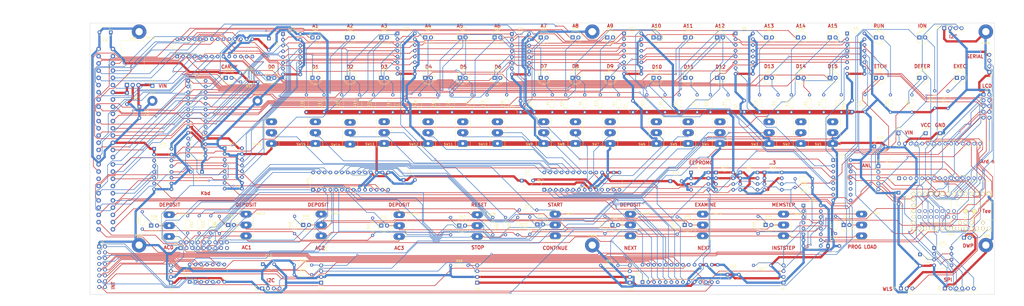
<source format=kicad_pcb>
(kicad_pcb (version 20171130) (host pcbnew "(5.0.2)-1")
  (title_block (title "Nova 1200 front panel") (date 2019-01-06) (rev "Rev 3") (company "Marcel van Herk") (comment 1 "Suitable for Arduino Nano or Teensy 3.2") (comment 2 "Fix: remove track to C19 and conencted to VCC instead"))
  (layers (0 F.Cu signal) (31 B.Cu signal) (37 F.SilkS user) (38 B.Mask user) (39 F.Mask user) (44 Edge.Cuts user))
  (net 0 "")
  (net 1 "Net-(D5-Pad2)")
  (net 2 "Net-(D25-Pad2)")
  (net 3 "Net-(D24-Pad2)")
  (net 4 "Net-(D23-Pad2)")
  (net 5 "Net-(D22-Pad2)")
  (net 6 "Net-(D21-Pad2)")
  (net 7 "Net-(D20-Pad2)")
  (net 8 "Net-(D19-Pad2)")
  (net 9 "Net-(D18-Pad2)")
  (net 10 "Net-(D16-Pad2)")
  (net 11 "Net-(D6-Pad2)")
  (net 12 "Net-(D3-Pad2)")
  (net 13 "Net-(D2-Pad2)")
  (net 14 "Net-(D1-Pad2)")
  (net 15 "Net-(D27-Pad2)")
  (net 16 "Net-(D14-Pad2)")
  (net 17 "Net-(D15-Pad2)")
  (net 18 "Net-(D17-Pad2)")
  (net 19 "Net-(D36-Pad2)")
  (net 20 "Net-(D13-Pad2)")
  (net 21 "Net-(D7-Pad2)")
  (net 22 "Net-(D8-Pad2)")
  (net 23 "Net-(D9-Pad2)")
  (net 24 "Net-(D10-Pad2)")
  (net 25 "Net-(D11-Pad2)")
  (net 26 "Net-(D12-Pad2)")
  (net 27 "Net-(D28-Pad2)")
  (net 28 "Net-(D37-Pad2)")
  (net 29 "Net-(D35-Pad2)")
  (net 30 "Net-(D4-Pad2)")
  (net 31 "Net-(D29-Pad2)")
  (net 32 "Net-(D30-Pad2)")
  (net 33 "Net-(D31-Pad2)")
  (net 34 "Net-(D32-Pad2)")
  (net 35 "Net-(D33-Pad2)")
  (net 36 "Net-(D34-Pad2)")
  (net 37 "Net-(D26-Pad2)")
  (net 38 /CONTDATA)
  (net 39 /ND7)
  (net 40 /D3)
  (net 41 /ND6)
  (net 42 /D2)
  (net 43 /ND5)
  (net 44 /D1)
  (net 45 /ND4)
  (net 46 /D0)
  (net 47 /A0)
  (net 48 /SEL6)
  (net 49 /A1)
  (net 50 /SEL5)
  (net 51 /A2)
  (net 52 /SEL4)
  (net 53 /SEL1)
  (net 54 /SEL3)
  (net 55 "Net-(U16-Pad11)")
  (net 56 /SEL2)
  (net 57 "Net-(U16-Pad10)")
  (net 58 /SEL7)
  (net 59 /SEL0)
  (net 60 /EXEC)
  (net 61 /DEFER)
  (net 62 /FETCH)
  (net 63 "Net-(U15-Pad11)")
  (net 64 /RUN)
  (net 65 /ION)
  (net 66 /MSTP)
  (net 67 /CON+)
  (net 68 /CONREQ)
  (net 69 /STOP)
  (net 70 /RST)
  (net 71 /PL)
  (net 72 /ISTP)
  (net 73 /CONINST)
  (net 74 /ND3)
  (net 75 /ND2)
  (net 76 /ND1)
  (net 77 /ND0)
  (net 78 /ND11)
  (net 79 /ND10)
  (net 80 /ND9)
  (net 81 /ND8)
  (net 82 /ND12)
  (net 83 /ND13)
  (net 84 /ND14)
  (net 85 /ND15)
  (net 86 /NA7)
  (net 87 /CARRY)
  (net 88 /NA3)
  (net 89 /NA4)
  (net 90 /NA6)
  (net 91 /NA1)
  (net 92 /NA2)
  (net 93 /NA5)
  (net 94 /NA15)
  (net 95 /NA8)
  (net 96 /NA11)
  (net 97 /NA12)
  (net 98 /NA14)
  (net 99 /NA9)
  (net 100 /NA10)
  (net 101 /NA13)
  (net 102 "Net-(A1-Pad1)")
  (net 103 "Net-(A1-Pad17)")
  (net 104 "Net-(A1-Pad2)")
  (net 105 "Net-(A1-Pad3)")
  (net 106 "Net-(A1-Pad27)")
  (net 107 "Net-(A1-Pad28)")
  (net 108 "Net-(A1-Pad30)")
  (net 109 /ENLCD1)
  (net 110 /ENLCD2)
  (net 111 "Net-(J1-Pad37)")
  (net 112 /VCC)
  (net 113 /GND)
  (net 114 "Net-(R54-Pad1)")
  (net 115 "Net-(R52-Pad1)")
  (net 116 "Net-(R48-Pad1)")
  (net 117 "Net-(R53-Pad1)")
  (net 118 "Net-(SW16-Pad2)")
  (net 119 "Net-(SW13-Pad2)")
  (net 120 "Net-(SW14-Pad2)")
  (net 121 "Net-(SW15-Pad2)")
  (net 122 "Net-(SW9-Pad2)")
  (net 123 "Net-(SW12-Pad2)")
  (net 124 "Net-(SW8-Pad2)")
  (net 125 "Net-(SW11-Pad2)")
  (net 126 "Net-(SW7-Pad2)")
  (net 127 "Net-(SW10-Pad2)")
  (net 128 "Net-(SW4-Pad2)")
  (net 129 "Net-(SW1-Pad2)")
  (net 130 "Net-(SW5-Pad2)")
  (net 131 "Net-(SW2-Pad2)")
  (net 132 "Net-(SW6-Pad2)")
  (net 133 "Net-(SW3-Pad2)")
  (net 134 /SELR1)
  (net 135 "Net-(D41-Pad1)")
  (net 136 "Net-(D42-Pad1)")
  (net 137 "Net-(J3-Pad4)")
  (net 138 "Net-(J3-Pad2)")
  (net 139 "Net-(R51-Pad1)")
  (net 140 "Net-(R50-Pad1)")
  (net 141 "Net-(R49-Pad1)")
  (net 142 "Net-(D47-Pad1)")
  (net 143 "Net-(D46-Pad1)")
  (net 144 "Net-(D45-Pad1)")
  (net 145 "Net-(D44-Pad1)")
  (net 146 "Net-(D43-Pad1)")
  (net 147 "Net-(D40-Pad1)")
  (net 148 "Net-(D39-Pad1)")
  (net 149 "Net-(D38-Pad1)")
  (net 150 /VLAMP)
  (net 151 /SDA)
  (net 152 /SCK)
  (net 153 "Net-(U1-Pad19)")
  (net 154 /SWINT)
  (net 155 "Net-(U1-Pad11)")
  (net 156 "Net-(U1-Pad14)")
  (net 157 "Net-(U1-Pad28)")
  (net 158 "Net-(U2-Pad14)")
  (net 159 "Net-(U2-Pad11)")
  (net 160 "Net-(U2-Pad19)")
  (net 161 "Net-(U3-Pad19)")
  (net 162 "Net-(U3-Pad11)")
  (net 163 "Net-(U3-Pad14)")
  (net 164 "Net-(J2-Pad3)")
  (net 165 "Net-(U4-Pad14)")
  (net 166 "Net-(J2-Pad5)")
  (net 167 "Net-(J2-Pad7)")
  (net 168 "Net-(J2-Pad9)")
  (net 169 "Net-(U4-Pad11)")
  (net 170 "Net-(J2-Pad10)")
  (net 171 "Net-(J2-Pad8)")
  (net 172 "Net-(J2-Pad6)")
  (net 173 "Net-(J2-Pad2)")
  (net 174 "Net-(J2-Pad4)")
  (net 175 "Net-(D42-Pad2)")
  (net 176 "Net-(D41-Pad2)")
  (net 177 "Net-(D40-Pad2)")
  (net 178 "Net-(D39-Pad2)")
  (net 179 "Net-(D38-Pad2)")
  (net 180 "Net-(U15-Pad19)")
  (net 181 /KEYINT)
  (net 182 "Net-(U15-Pad14)")
  (net 183 "Net-(U13-Pad6)")
  (net 184 /SERIALOUT)
  (net 185 /SERIALIN)
  (net 186 "Net-(U1-Pad20)")
  (net 187 "Net-(U2-Pad20)")
  (net 188 /LIGHTINT)
  (net 189 "Net-(C14-Pad1)")
  (net 190 "Net-(J3-Pad10)")
  (net 191 "Net-(J2-Pad15)")
  (net 192 "Net-(J2-Pad16)")
  (net 193 "Net-(J2-Pad14)")
  (net 194 "Net-(J2-Pad12)")
  (net 195 "Net-(J2-Pad13)")
  (net 196 "Net-(U24-Pad1)")
  (net 197 "Net-(J2-Pad11)")
  (net 198 /ENOLED2)
  (net 199 /ENOLED1)
  (net 200 "Net-(J3-Pad17)")
  (net 201 "Net-(J3-Pad18)")
  (net 202 "Net-(J3-Pad16)")
  (net 203 "Net-(J3-Pad3)")
  (net 204 "Net-(J3-Pad15)")
  (net 205 "Net-(J3-Pad7)")
  (net 206 "Net-(J3-Pad6)")
  (net 207 "Net-(J3-Pad12)")
  (net 208 /ENOLED0)
  (net 209 "Net-(J12-Pad4)")
  (net 210 "Net-(J11-Pad4)")
  (net 211 "Net-(J17-Pad4)")
  (net 212 "Net-(U18-Pad2)")
  (net 213 "Net-(U18-Pad4)")
  (net 214 "Net-(J16-Pad4)")
  (net 215 "Net-(U18-Pad5)")
  (net 216 "Net-(J15-Pad4)")
  (net 217 "Net-(U22-Pad17)")
  (net 218 "Net-(U22-Pad18)")
  (net 219 /A14)
  (net 220 /SPIVCC)
  (net 221 "Net-(U22-Pad15)")
  (net 222 /MISO)
  (net 223 /CS)
  (net 224 /TA2)
  (net 225 /TA3)
  (net 226 "Net-(U22-Pad32)")
  (net 227 "Net-(U22-Pad34)")
  (net 228 "Net-(U22-Pad35)")
  (net 229 "Net-(U22-Pad36)")
  (net 230 "Net-(U22-Pad37)")
  (net 231 /MOSI)
  (net 232 "Net-(U22-Pad38)")
  (net 233 "Net-(U22-Pad39)")
  (net 234 "Net-(U22-Pad40)")
  (net 235 "Net-(U22-Pad41)")
  (net 236 "Net-(U22-Pad42)")
  (net 237 "Net-(U22-Pad43)")
  (net 238 "Net-(U22-Pad44)")
  (net 239 "Net-(U22-Pad45)")
  (net 240 "Net-(U22-Pad46)")
  (net 241 "Net-(U22-Pad47)")
  (net 242 "Net-(U22-Pad48)")
  (net 243 "Net-(U22-Pad49)")
  (net 244 "Net-(U22-Pad50)")
  (net 245 "Net-(U22-Pad51)")
  (net 246 "Net-(U22-Pad52)")
  (net 247 "Net-(U22-Pad16)")
  (net 248 "Net-(J4-Pad2)")
  (net 249 /SSCK)
  (net 250 "Net-(J3-Pad8)")
  (module Connector_PinHeader_2.54mm:PinHeader_1x02_P2.54mm_Vertical (layer F.Cu) (at 405.638 109.728 90)
    (fp_text reference J4 (at 0 -2.33 90) (layer F.SilkS))
    (fp_text value Conn_01x02_Male)
    (pad 1 thru_hole rect (at 0 0 90) (size 1.7 1.7) (drill 1) (layers *.Cu *.Mask) (net 112 /VCC))
    (pad 2 thru_hole oval (at 0 2.54 90) (size 1.7 1.7) (drill 1) (layers *.Cu *.Mask) (net 248 "Net-(J4-Pad2)"))
  )
  (module Connector_PinSocket_2.54mm:PinSocket_1x03_P2.54mm_Vertical (layer F.Cu) (at 377.952 132.08 90)
    (fp_text reference J5 (at 0 -2.77 90) (layer F.SilkS))
    (fp_text value Conn_01x03_Female)
    (pad 1 thru_hole rect (at 0 0 90) (size 1.7 1.7) (drill 1) (layers *.Cu *.Mask) (net 113 /GND))
    (pad 2 thru_hole oval (at 0 2.54 90) (size 1.7 1.7) (drill 1) (layers *.Cu *.Mask) (net 112 /VCC))
    (pad 3 thru_hole oval (at 0 5.08 90) (size 1.7 1.7) (drill 1) (layers *.Cu *.Mask) (net 40 /D3))
  )
  (module Capacitor_THT:CP_Radial_Tantal_D5.0mm_P5.00mm (layer F.Cu) (at 366.268 69.596)
    (fp_text reference C18 (at 2.5 -3.75) (layer F.SilkS))
    (fp_text value CP1_Small)
    (pad 2 thru_hole circle (at 5 0) (size 1.6 1.6) (drill 0.8) (layers *.Cu *.Mask) (net 113 /GND))
    (pad 1 thru_hole rect (at 0 0) (size 1.6 1.6) (drill 0.8) (layers *.Cu *.Mask) (net 112 /VCC))
  )
  (module Capacitor_THT:CP_Radial_Tantal_D5.0mm_P5.00mm (layer F.Cu) (at 97.536 121.412)
    (fp_text reference C19 (at 2.5 -3.75) (layer F.SilkS))
    (fp_text value CP1_Small)
    (pad 1 thru_hole rect (at 0 0) (size 1.6 1.6) (drill 0.8) (layers *.Cu *.Mask) (net 112 /VCC))
    (pad 2 thru_hole circle (at 5 0) (size 1.6 1.6) (drill 0.8) (layers *.Cu *.Mask) (net 113 /GND))
  )
  (module Teensy:Teensy30_31_32_LC (layer F.Cu) (at 400.05 98.044 180)
    (fp_text reference U22 (at 0 -10.16 180) (layer F.SilkS))
    (fp_text value Teensy3.2)
    (fp_text user T3.2 (at -10.16 -2.54 270) (layer F.SilkS))
    (fp_text user T3.1 (at -6.35 -2.54 270) (layer F.SilkS))
    (pad 17 thru_hole circle (at 16.51 0 180) (size 1.6 1.6) (drill 1.1) (layers *.Cu *.Mask F.SilkS) (net 217 "Net-(U22-Pad17)"))
    (pad 18 thru_hole circle (at 16.51 -2.54 180) (size 1.6 1.6) (drill 1.1) (layers *.Cu *.Mask F.SilkS) (net 218 "Net-(U22-Pad18)"))
    (pad 19 thru_hole circle (at 16.51 -5.08 180) (size 1.6 1.6) (drill 1.1) (layers *.Cu *.Mask F.SilkS) (net 219 /A14))
    (pad 20 thru_hole circle (at 16.51 -7.62 180) (size 1.6 1.6) (drill 1.1) (layers *.Cu *.Mask F.SilkS) (net 249 /SSCK))
    (pad 16 thru_hole circle (at 16.51 2.54 180) (size 1.6 1.6) (drill 1.1) (layers *.Cu *.Mask F.SilkS) (net 247 "Net-(U22-Pad16)"))
    (pad 15 thru_hole circle (at 16.51 5.08 180) (size 1.6 1.6) (drill 1.1) (layers *.Cu *.Mask F.SilkS) (net 221 "Net-(U22-Pad15)"))
    (pad 14 thru_hole circle (at 16.51 7.62 180) (size 1.6 1.6) (drill 1.1) (layers *.Cu *.Mask F.SilkS) (net 222 /MISO))
    (pad 21 thru_hole circle (at 13.97 -7.62 180) (size 1.6 1.6) (drill 1.1) (layers *.Cu *.Mask F.SilkS) (net 223 /CS))
    (pad 22 thru_hole circle (at 11.43 -7.62 180) (size 1.6 1.6) (drill 1.1) (layers *.Cu *.Mask F.SilkS) (net 198 /ENOLED2))
    (pad 23 thru_hole circle (at 8.89 -7.62 180) (size 1.6 1.6) (drill 1.1) (layers *.Cu *.Mask F.SilkS) (net 224 /TA2))
    (pad 24 thru_hole circle (at 6.35 -7.62 180) (size 1.6 1.6) (drill 1.1) (layers *.Cu *.Mask F.SilkS) (net 225 /TA3))
    (pad 25 thru_hole circle (at 3.81 -7.62 180) (size 1.6 1.6) (drill 1.1) (layers *.Cu *.Mask F.SilkS) (net 46 /D0))
    (pad 26 thru_hole circle (at 1.27 -7.62 180) (size 1.6 1.6) (drill 1.1) (layers *.Cu *.Mask F.SilkS) (net 44 /D1))
    (pad 27 thru_hole circle (at -1.27 -7.62 180) (size 1.6 1.6) (drill 1.1) (layers *.Cu *.Mask F.SilkS) (net 42 /D2))
    (pad 28 thru_hole circle (at -3.81 -7.62 180) (size 1.6 1.6) (drill 1.1) (layers *.Cu *.Mask F.SilkS) (net 40 /D3))
    (pad 29 thru_hole circle (at -6.35 -7.62 180) (size 1.6 1.6) (drill 1.1) (layers *.Cu *.Mask F.SilkS) (net 151 /SDA))
    (pad 30 thru_hole circle (at -8.89 -7.62 180) (size 1.6 1.6) (drill 1.1) (layers *.Cu *.Mask F.SilkS) (net 152 /SCK))
    (pad 31 thru_hole circle (at -11.43 -7.62 180) (size 1.6 1.6) (drill 1.1) (layers *.Cu *.Mask F.SilkS) (net 220 /SPIVCC))
    (pad 32 thru_hole circle (at -13.97 -7.62 180) (size 1.6 1.6) (drill 1.1) (layers *.Cu *.Mask F.SilkS) (net 226 "Net-(U22-Pad32)"))
    (pad 33 thru_hole circle (at -16.51 -7.62 180) (size 1.6 1.6) (drill 1.1) (layers *.Cu *.Mask F.SilkS) (net 248 "Net-(J4-Pad2)"))
    (pad 34 thru_hole circle (at -13.97 -5.08 180) (size 1.6 1.6) (drill 1.1) (layers *.Cu *.Mask F.SilkS) (net 227 "Net-(U22-Pad34)"))
    (pad 35 thru_hole circle (at -8.89 -5.08 180) (size 1.6 1.6) (drill 1.1) (layers *.Cu *.Mask F.SilkS) (net 228 "Net-(U22-Pad35)"))
    (pad 36 thru_hole circle (at -6.35 -5.08 180) (size 1.6 1.6) (drill 1.1) (layers *.Cu *.Mask F.SilkS) (net 229 "Net-(U22-Pad36)"))
    (pad 37 thru_hole circle (at -3.81 -5.08 180) (size 1.6 1.6) (drill 1.1) (layers *.Cu *.Mask F.SilkS) (net 230 "Net-(U22-Pad37)"))
    (pad 13 thru_hole circle (at 13.97 7.62 180) (size 1.6 1.6) (drill 1.1) (layers *.Cu *.Mask F.SilkS) (net 231 /MOSI))
    (pad 12 thru_hole circle (at 11.43 7.62 180) (size 1.6 1.6) (drill 1.1) (layers *.Cu *.Mask F.SilkS) (net 199 /ENOLED1))
    (pad 11 thru_hole circle (at 8.89 7.62 180) (size 1.6 1.6) (drill 1.1) (layers *.Cu *.Mask F.SilkS) (net 208 /ENOLED0))
    (pad 10 thru_hole circle (at 6.35 7.62 180) (size 1.6 1.6) (drill 1.1) (layers *.Cu *.Mask F.SilkS) (net 51 /A2))
    (pad 9 thru_hole circle (at 3.81 7.62 180) (size 1.6 1.6) (drill 1.1) (layers *.Cu *.Mask F.SilkS) (net 49 /A1))
    (pad 8 thru_hole circle (at 1.27 7.62 180) (size 1.6 1.6) (drill 1.1) (layers *.Cu *.Mask F.SilkS) (net 47 /A0))
    (pad 7 thru_hole circle (at -1.27 7.62 180) (size 1.6 1.6) (drill 1.1) (layers *.Cu *.Mask F.SilkS) (net 110 /ENLCD2))
    (pad 6 thru_hole circle (at -3.81 7.62 180) (size 1.6 1.6) (drill 1.1) (layers *.Cu *.Mask F.SilkS) (net 109 /ENLCD1))
    (pad 5 thru_hole circle (at -6.35 7.62 180) (size 1.6 1.6) (drill 1.1) (layers *.Cu *.Mask F.SilkS) (net 134 /SELR1))
    (pad 4 thru_hole circle (at -8.89 7.62 180) (size 1.6 1.6) (drill 1.1) (layers *.Cu *.Mask F.SilkS) (net 184 /SERIALOUT))
    (pad 3 thru_hole circle (at -11.43 7.62 180) (size 1.6 1.6) (drill 1.1) (layers *.Cu *.Mask F.SilkS) (net 185 /SERIALIN))
    (pad 2 thru_hole circle (at -13.97 7.62 180) (size 1.6 1.6) (drill 1.1) (layers *.Cu *.Mask F.SilkS) (net 188 /LIGHTINT))
    (pad 1 thru_hole rect (at -16.51 7.62 180) (size 1.6 1.6) (drill 1.1) (layers *.Cu *.Mask F.SilkS) (net 113 /GND))
    (pad 38 thru_hole circle (at -1.27 0 180) (size 1.6 1.6) (drill 1.1) (layers *.Cu *.Mask) (net 232 "Net-(U22-Pad38)"))
    (pad 39 thru_hole circle (at 1.27 0 180) (size 1.6 1.6) (drill 1.1) (layers *.Cu *.Mask) (net 233 "Net-(U22-Pad39)"))
    (pad 40 thru_hole circle (at 3.81 0 180) (size 1.6 1.6) (drill 1.1) (layers *.Cu *.Mask) (net 234 "Net-(U22-Pad40)"))
    (pad 41 thru_hole circle (at 6.35 0 180) (size 1.6 1.6) (drill 1.1) (layers *.Cu *.Mask) (net 235 "Net-(U22-Pad41)"))
    (pad 42 thru_hole circle (at 8.89 0 180) (size 1.6 1.6) (drill 1.1) (layers *.Cu *.Mask) (net 236 "Net-(U22-Pad42)"))
    (pad 43 thru_hole circle (at 11.43 0 180) (size 1.6 1.6) (drill 1.1) (layers *.Cu *.Mask) (net 237 "Net-(U22-Pad43)"))
    (pad 44 thru_hole circle (at 13.97 0 180) (size 1.6 1.6) (drill 1.1) (layers *.Cu *.Mask) (net 238 "Net-(U22-Pad44)"))
    (pad 45 thru_hole circle (at 13.97 -2.54 180) (size 1.6 1.6) (drill 1.1) (layers *.Cu *.Mask) (net 239 "Net-(U22-Pad45)"))
    (pad 46 thru_hole circle (at 11.43 -2.54 180) (size 1.6 1.6) (drill 1.1) (layers *.Cu *.Mask) (net 240 "Net-(U22-Pad46)"))
    (pad 47 thru_hole circle (at 8.89 -2.54 180) (size 1.6 1.6) (drill 1.1) (layers *.Cu *.Mask) (net 241 "Net-(U22-Pad47)"))
    (pad 48 thru_hole circle (at 6.35 -2.54 180) (size 1.6 1.6) (drill 1.1) (layers *.Cu *.Mask) (net 242 "Net-(U22-Pad48)"))
    (pad 49 thru_hole circle (at 3.81 -2.54 180) (size 1.6 1.6) (drill 1.1) (layers *.Cu *.Mask) (net 243 "Net-(U22-Pad49)"))
    (pad 50 thru_hole circle (at 1.27 -2.54 180) (size 1.6 1.6) (drill 1.1) (layers *.Cu *.Mask) (net 244 "Net-(U22-Pad50)"))
    (pad 51 thru_hole circle (at -1.27 -2.54 180) (size 1.6 1.6) (drill 1.1) (layers *.Cu *.Mask) (net 245 "Net-(U22-Pad51)"))
    (pad 52 thru_hole circle (at -6.35 0 180) (size 1.9 1.9) (drill 0.5) (layers *.Cu *.Mask F.SilkS) (net 246 "Net-(U22-Pad52)"))
    (pad 52 thru_hole circle (at -10.16 0 180) (size 1.9 1.9) (drill 0.5) (layers *.Cu *.Mask F.SilkS) (net 246 "Net-(U22-Pad52)"))
  )
  (module Capacitor_THT:CP_Radial_Tantal_D5.0mm_P5.00mm (layer F.Cu) (at 345.948 113.411)
    (fp_text reference C17 (at 2.5 -3.75) (layer F.SilkS))
    (fp_text value CP1_Small)
    (pad 2 thru_hole circle (at 5 0) (size 1.6 1.6) (drill 0.8) (layers *.Cu *.Mask) (net 113 /GND))
    (pad 1 thru_hole rect (at 0 0) (size 1.6 1.6) (drill 0.8) (layers *.Cu *.Mask) (net 112 /VCC))
  )
  (module Capacitor_THT:CP_Radial_Tantal_D5.0mm_P5.00mm (layer F.Cu) (at 386.334 117.094 270)
    (fp_text reference C16 (at 2.5 -3.75 270) (layer F.SilkS))
    (fp_text value CP1_Small)
    (pad 2 thru_hole circle (at 5 0 270) (size 1.6 1.6) (drill 0.8) (layers *.Cu *.Mask) (net 113 /GND))
    (pad 1 thru_hole rect (at 0 0 270) (size 1.6 1.6) (drill 0.8) (layers *.Cu *.Mask) (net 220 /SPIVCC))
  )
  (module Connector_PinHeader_2.54mm:PinHeader_1x06_P2.54mm_Vertical (layer F.Cu) (at 397.256 132.08 90)
    (fp_text reference J24 (at 0 -2.33 90) (layer F.SilkS))
    (fp_text value Conn_01x06_Male)
    (pad 1 thru_hole rect (at 0 0 90) (size 1.7 1.7) (drill 1) (layers *.Cu *.Mask) (net 113 /GND))
    (pad 2 thru_hole oval (at 0 2.54 90) (size 1.7 1.7) (drill 1) (layers *.Cu *.Mask) (net 222 /MISO))
    (pad 3 thru_hole oval (at 0 5.08 90) (size 1.7 1.7) (drill 1) (layers *.Cu *.Mask) (net 231 /MOSI))
    (pad 4 thru_hole oval (at 0 7.62 90) (size 1.7 1.7) (drill 1) (layers *.Cu *.Mask) (net 249 /SSCK))
    (pad 5 thru_hole oval (at 0 10.16 90) (size 1.7 1.7) (drill 1) (layers *.Cu *.Mask) (net 223 /CS))
    (pad 6 thru_hole oval (at 0 12.7 90) (size 1.7 1.7) (drill 1) (layers *.Cu *.Mask) (net 220 /SPIVCC))
  )
  (module Package_DIP:DIP-8_W7.62mm (layer F.Cu) (at 392.557 114.3)
    (fp_text reference U21 (at 3.81 -2.33) (layer F.SilkS))
    (fp_text value 25LCxxx)
    (pad 1 thru_hole rect (at 0 0) (size 1.6 1.6) (drill 0.8) (layers *.Cu *.Mask) (net 223 /CS))
    (pad 5 thru_hole oval (at 7.62 7.62) (size 1.6 1.6) (drill 0.8) (layers *.Cu *.Mask) (net 231 /MOSI))
    (pad 2 thru_hole oval (at 0 2.54) (size 1.6 1.6) (drill 0.8) (layers *.Cu *.Mask) (net 222 /MISO))
    (pad 6 thru_hole oval (at 7.62 5.08) (size 1.6 1.6) (drill 0.8) (layers *.Cu *.Mask) (net 249 /SSCK))
    (pad 3 thru_hole oval (at 0 5.08) (size 1.6 1.6) (drill 0.8) (layers *.Cu *.Mask) (net 220 /SPIVCC))
    (pad 7 thru_hole oval (at 7.62 2.54) (size 1.6 1.6) (drill 0.8) (layers *.Cu *.Mask) (net 220 /SPIVCC))
    (pad 4 thru_hole oval (at 0 7.62) (size 1.6 1.6) (drill 0.8) (layers *.Cu *.Mask) (net 113 /GND))
    (pad 8 thru_hole oval (at 7.62 0) (size 1.6 1.6) (drill 0.8) (layers *.Cu *.Mask) (net 220 /SPIVCC))
  )
  (module Connector_PinHeader_2.54mm:PinHeader_1x05_P2.54mm_Vertical (layer F.Cu) (at 368.046 78.232)
    (fp_text reference J9 (at 0 -2.33) (layer F.SilkS))
    (fp_text value Conn_01x05_Male)
    (pad 1 thru_hole rect (at 0 0) (size 1.7 1.7) (drill 1) (layers *.Cu *.Mask) (net 113 /GND))
    (pad 2 thru_hole oval (at 0 2.54) (size 1.7 1.7) (drill 1) (layers *.Cu *.Mask) (net 224 /TA2))
    (pad 3 thru_hole oval (at 0 5.08) (size 1.7 1.7) (drill 1) (layers *.Cu *.Mask) (net 225 /TA3))
    (pad 4 thru_hole oval (at 0 7.62) (size 1.7 1.7) (drill 1) (layers *.Cu *.Mask) (net 219 /A14))
    (pad 5 thru_hole oval (at 0 10.16) (size 1.7 1.7) (drill 1) (layers *.Cu *.Mask) (net 220 /SPIVCC))
  )
  (module Resistor_THT:R_Axial_DIN0204_L3.6mm_D1.6mm_P7.62mm_Horizontal (layer F.Cu) (at 111.379 125.984)
    (fp_text reference R57 (at 3.81 -1.92) (layer F.SilkS))
    (fp_text value 100K)
    (pad 1 thru_hole circle (at 0 0) (size 1.4 1.4) (drill 0.7) (layers *.Cu *.Mask) (net 112 /VCC))
    (pad 2 thru_hole oval (at 7.62 0) (size 1.4 1.4) (drill 0.7) (layers *.Cu *.Mask) (net 210 "Net-(J11-Pad4)"))
  )
  (module Resistor_THT:R_Axial_DIN0204_L3.6mm_D1.6mm_P7.62mm_Horizontal (layer F.Cu) (at 111.379 121.793)
    (fp_text reference R58 (at 3.81 -1.92) (layer F.SilkS))
    (fp_text value 100K)
    (pad 2 thru_hole oval (at 7.62 0) (size 1.4 1.4) (drill 0.7) (layers *.Cu *.Mask) (net 209 "Net-(J12-Pad4)"))
    (pad 1 thru_hole circle (at 0 0) (size 1.4 1.4) (drill 0.7) (layers *.Cu *.Mask) (net 112 /VCC))
  )
  (module Resistor_THT:R_Axial_DIN0204_L3.6mm_D1.6mm_P7.62mm_Horizontal (layer F.Cu) (at 180.086 121.92)
    (fp_text reference R59 (at 3.81 -1.92) (layer F.SilkS))
    (fp_text value 100K)
    (pad 1 thru_hole circle (at 0 0) (size 1.4 1.4) (drill 0.7) (layers *.Cu *.Mask) (net 112 /VCC))
    (pad 2 thru_hole oval (at 7.62 0) (size 1.4 1.4) (drill 0.7) (layers *.Cu *.Mask) (net 216 "Net-(J15-Pad4)"))
  )
  (module Resistor_THT:R_Axial_DIN0204_L3.6mm_D1.6mm_P7.62mm_Horizontal (layer F.Cu) (at 245.999 121.92)
    (fp_text reference R60 (at 3.81 -1.92) (layer F.SilkS))
    (fp_text value 100K)
    (pad 2 thru_hole oval (at 7.62 0) (size 1.4 1.4) (drill 0.7) (layers *.Cu *.Mask) (net 214 "Net-(J16-Pad4)"))
    (pad 1 thru_hole circle (at 0 0) (size 1.4 1.4) (drill 0.7) (layers *.Cu *.Mask) (net 112 /VCC))
  )
  (module Resistor_THT:R_Axial_DIN0204_L3.6mm_D1.6mm_P7.62mm_Horizontal (layer F.Cu) (at 320.802 121.92 180)
    (fp_text reference R61 (at 3.81 -1.92 180) (layer F.SilkS))
    (fp_text value 100K)
    (pad 1 thru_hole circle (at 0 0 180) (size 1.4 1.4) (drill 0.7) (layers *.Cu *.Mask) (net 112 /VCC))
    (pad 2 thru_hole oval (at 7.62 0 180) (size 1.4 1.4) (drill 0.7) (layers *.Cu *.Mask) (net 211 "Net-(J17-Pad4)"))
  )
  (module Package_DIP:DIP-16_W7.62mm (layer F.Cu) (at 335.135 95.555)
    (fp_text reference U18 (at 3.81 -2.33) (layer F.SilkS))
    (fp_text value 4051)
    (pad 1 thru_hole rect (at 0 0) (size 1.6 1.6) (drill 0.8) (layers *.Cu *.Mask) (net 211 "Net-(J17-Pad4)"))
    (pad 9 thru_hole oval (at 7.62 17.78) (size 1.6 1.6) (drill 0.8) (layers *.Cu *.Mask) (net 198 /ENOLED2))
    (pad 2 thru_hole oval (at 0 2.54) (size 1.6 1.6) (drill 0.8) (layers *.Cu *.Mask) (net 212 "Net-(U18-Pad2)"))
    (pad 10 thru_hole oval (at 7.62 15.24) (size 1.6 1.6) (drill 0.8) (layers *.Cu *.Mask) (net 199 /ENOLED1))
    (pad 3 thru_hole oval (at 0 5.08) (size 1.6 1.6) (drill 0.8) (layers *.Cu *.Mask) (net 151 /SDA))
    (pad 11 thru_hole oval (at 7.62 12.7) (size 1.6 1.6) (drill 0.8) (layers *.Cu *.Mask) (net 208 /ENOLED0))
    (pad 4 thru_hole oval (at 0 7.62) (size 1.6 1.6) (drill 0.8) (layers *.Cu *.Mask) (net 213 "Net-(U18-Pad4)"))
    (pad 12 thru_hole oval (at 7.62 10.16) (size 1.6 1.6) (drill 0.8) (layers *.Cu *.Mask) (net 214 "Net-(J16-Pad4)"))
    (pad 5 thru_hole oval (at 0 10.16) (size 1.6 1.6) (drill 0.8) (layers *.Cu *.Mask) (net 215 "Net-(U18-Pad5)"))
    (pad 13 thru_hole oval (at 7.62 7.62) (size 1.6 1.6) (drill 0.8) (layers *.Cu *.Mask) (net 210 "Net-(J11-Pad4)"))
    (pad 6 thru_hole oval (at 0 12.7) (size 1.6 1.6) (drill 0.8) (layers *.Cu *.Mask) (net 113 /GND))
    (pad 14 thru_hole oval (at 7.62 5.08) (size 1.6 1.6) (drill 0.8) (layers *.Cu *.Mask) (net 209 "Net-(J12-Pad4)"))
    (pad 7 thru_hole oval (at 0 15.24) (size 1.6 1.6) (drill 0.8) (layers *.Cu *.Mask) (net 113 /GND))
    (pad 15 thru_hole oval (at 7.62 2.54) (size 1.6 1.6) (drill 0.8) (layers *.Cu *.Mask) (net 216 "Net-(J15-Pad4)"))
    (pad 8 thru_hole oval (at 0 17.78) (size 1.6 1.6) (drill 0.8) (layers *.Cu *.Mask) (net 113 /GND))
    (pad 16 thru_hole oval (at 7.62 0) (size 1.6 1.6) (drill 0.8) (layers *.Cu *.Mask) (net 112 /VCC))
  )
  (module Resistor_THT:R_Axial_DIN0204_L3.6mm_D1.6mm_P7.62mm_Horizontal (layer F.Cu) (at 339.09 87.63 180)
    (fp_text reference R55 (at 3.81 -1.92 180) (layer F.SilkS))
    (fp_text value 1K)
    (pad 2 thru_hole oval (at 7.62 0 180) (size 1.4 1.4) (drill 0.7) (layers *.Cu *.Mask) (net 151 /SDA))
    (pad 1 thru_hole circle (at 0 0 180) (size 1.4 1.4) (drill 0.7) (layers *.Cu *.Mask) (net 112 /VCC))
  )
  (module Resistor_THT:R_Axial_DIN0204_L3.6mm_D1.6mm_P7.62mm_Horizontal (layer F.Cu) (at 339.09 83.82 180)
    (fp_text reference R56 (at 3.81 -1.92 180) (layer F.SilkS))
    (fp_text value 1K)
    (pad 1 thru_hole circle (at 0 0 180) (size 1.4 1.4) (drill 0.7) (layers *.Cu *.Mask) (net 112 /VCC))
    (pad 2 thru_hole oval (at 7.62 0 180) (size 1.4 1.4) (drill 0.7) (layers *.Cu *.Mask) (net 152 /SCK))
  )
  (module Connector_PinHeader_2.54mm:PinHeader_2x09_P2.54mm_Vertical (layer F.Cu) (at 61.468 114.3 90)
    (fp_text reference J3 (at 1.27 -2.33 90) (layer F.SilkS))
    (fp_text value "Conn_02x09_Odd Even")
    (pad 1 thru_hole rect (at 0 0 90) (size 1.7 1.7) (drill 1) (layers *.Cu *.Mask) (net 113 /GND))
    (pad 2 thru_hole oval (at 2.54 0 90) (size 1.7 1.7) (drill 1) (layers *.Cu *.Mask) (net 138 "Net-(J3-Pad2)"))
    (pad 3 thru_hole oval (at 0 2.54 90) (size 1.7 1.7) (drill 1) (layers *.Cu *.Mask) (net 203 "Net-(J3-Pad3)"))
    (pad 4 thru_hole oval (at 2.54 2.54 90) (size 1.7 1.7) (drill 1) (layers *.Cu *.Mask) (net 137 "Net-(J3-Pad4)"))
    (pad 5 thru_hole oval (at 0 5.08 90) (size 1.7 1.7) (drill 1) (layers *.Cu *.Mask) (net 179 "Net-(D38-Pad2)"))
    (pad 6 thru_hole oval (at 2.54 5.08 90) (size 1.7 1.7) (drill 1) (layers *.Cu *.Mask) (net 206 "Net-(J3-Pad6)"))
    (pad 7 thru_hole oval (at 0 7.62 90) (size 1.7 1.7) (drill 1) (layers *.Cu *.Mask) (net 205 "Net-(J3-Pad7)"))
    (pad 8 thru_hole oval (at 2.54 7.62 90) (size 1.7 1.7) (drill 1) (layers *.Cu *.Mask) (net 250 "Net-(J3-Pad8)"))
    (pad 9 thru_hole oval (at 0 10.16 90) (size 1.7 1.7) (drill 1) (layers *.Cu *.Mask) (net 178 "Net-(D39-Pad2)"))
    (pad 10 thru_hole oval (at 2.54 10.16 90) (size 1.7 1.7) (drill 1) (layers *.Cu *.Mask) (net 190 "Net-(J3-Pad10)"))
    (pad 11 thru_hole oval (at 0 12.7 90) (size 1.7 1.7) (drill 1) (layers *.Cu *.Mask) (net 177 "Net-(D40-Pad2)"))
    (pad 12 thru_hole oval (at 2.54 12.7 90) (size 1.7 1.7) (drill 1) (layers *.Cu *.Mask) (net 207 "Net-(J3-Pad12)"))
    (pad 13 thru_hole oval (at 0 15.24 90) (size 1.7 1.7) (drill 1) (layers *.Cu *.Mask) (net 176 "Net-(D41-Pad2)"))
    (pad 14 thru_hole oval (at 2.54 15.24 90) (size 1.7 1.7) (drill 1) (layers *.Cu *.Mask) (net 175 "Net-(D42-Pad2)"))
    (pad 15 thru_hole oval (at 0 17.78 90) (size 1.7 1.7) (drill 1) (layers *.Cu *.Mask) (net 204 "Net-(J3-Pad15)"))
    (pad 16 thru_hole oval (at 2.54 17.78 90) (size 1.7 1.7) (drill 1) (layers *.Cu *.Mask) (net 202 "Net-(J3-Pad16)"))
    (pad 17 thru_hole oval (at 0 20.32 90) (size 1.7 1.7) (drill 1) (layers *.Cu *.Mask) (net 200 "Net-(J3-Pad17)"))
    (pad 18 thru_hole oval (at 2.54 20.32 90) (size 1.7 1.7) (drill 1) (layers *.Cu *.Mask) (net 201 "Net-(J3-Pad18)"))
  )
  (module Connector_PinHeader_2.54mm:PinHeader_2x08_P2.54mm_Vertical (layer F.Cu) (at 25.654 113.665)
    (fp_text reference J2 (at 1.27 -2.33) (layer F.SilkS))
    (fp_text value Conn_02x05_Odd_Even)
    (pad 1 thru_hole rect (at 0 0) (size 1.7 1.7) (drill 1) (layers *.Cu *.Mask) (net 113 /GND))
    (pad 2 thru_hole oval (at 2.54 0) (size 1.7 1.7) (drill 1) (layers *.Cu *.Mask) (net 173 "Net-(J2-Pad2)"))
    (pad 3 thru_hole oval (at 0 2.54) (size 1.7 1.7) (drill 1) (layers *.Cu *.Mask) (net 164 "Net-(J2-Pad3)"))
    (pad 4 thru_hole oval (at 2.54 2.54) (size 1.7 1.7) (drill 1) (layers *.Cu *.Mask) (net 174 "Net-(J2-Pad4)"))
    (pad 5 thru_hole oval (at 0 5.08) (size 1.7 1.7) (drill 1) (layers *.Cu *.Mask) (net 166 "Net-(J2-Pad5)"))
    (pad 6 thru_hole oval (at 2.54 5.08) (size 1.7 1.7) (drill 1) (layers *.Cu *.Mask) (net 172 "Net-(J2-Pad6)"))
    (pad 7 thru_hole oval (at 0 7.62) (size 1.7 1.7) (drill 1) (layers *.Cu *.Mask) (net 167 "Net-(J2-Pad7)"))
    (pad 8 thru_hole oval (at 2.54 7.62) (size 1.7 1.7) (drill 1) (layers *.Cu *.Mask) (net 171 "Net-(J2-Pad8)"))
    (pad 9 thru_hole oval (at 0 10.16) (size 1.7 1.7) (drill 1) (layers *.Cu *.Mask) (net 168 "Net-(J2-Pad9)"))
    (pad 10 thru_hole oval (at 2.54 10.16) (size 1.7 1.7) (drill 1) (layers *.Cu *.Mask) (net 170 "Net-(J2-Pad10)"))
    (pad 11 thru_hole oval (at 0 12.7) (size 1.7 1.7) (drill 1) (layers *.Cu *.Mask) (net 197 "Net-(J2-Pad11)"))
    (pad 12 thru_hole oval (at 2.54 12.7) (size 1.7 1.7) (drill 1) (layers *.Cu *.Mask) (net 194 "Net-(J2-Pad12)"))
    (pad 13 thru_hole oval (at 0 15.24) (size 1.7 1.7) (drill 1) (layers *.Cu *.Mask) (net 195 "Net-(J2-Pad13)"))
    (pad 14 thru_hole oval (at 2.54 15.24) (size 1.7 1.7) (drill 1) (layers *.Cu *.Mask) (net 193 "Net-(J2-Pad14)"))
    (pad 15 thru_hole oval (at 0 17.78) (size 1.7 1.7) (drill 1) (layers *.Cu *.Mask) (net 191 "Net-(J2-Pad15)"))
    (pad 16 thru_hole oval (at 2.54 17.78) (size 1.7 1.7) (drill 1) (layers *.Cu *.Mask) (net 192 "Net-(J2-Pad16)"))
  )
  (module Connector_PinHeader_2.54mm:PinHeader_1x01_P2.54mm_Vertical (layer F.Cu) (at 395.224 63.754)
    (fp_text reference J20 (at 0 -2.33) (layer F.SilkS))
    (fp_text value Conn_01x01_Male)
    (pad 1 thru_hole rect (at 0 0) (size 1.7 1.7) (drill 1) (layers *.Cu *.Mask) (net 113 /GND))
  )
  (module Connector_PinSocket_2.54mm:PinSocket_1x04_P2.54mm_Vertical (layer F.Cu) (at 97.282 132.08 90)
    (fp_text reference J19 (at 0 -2.77 90) (layer F.SilkS))
    (fp_text value Conn_01x04_Male)
    (pad 1 thru_hole rect (at 0 0 90) (size 1.7 1.7) (drill 1) (layers *.Cu *.Mask) (net 113 /GND))
    (pad 2 thru_hole oval (at 0 2.54 90) (size 1.7 1.7) (drill 1) (layers *.Cu *.Mask) (net 112 /VCC))
    (pad 3 thru_hole oval (at 0 5.08 90) (size 1.7 1.7) (drill 1) (layers *.Cu *.Mask) (net 151 /SDA))
    (pad 4 thru_hole oval (at 0 7.62 90) (size 1.7 1.7) (drill 1) (layers *.Cu *.Mask) (net 152 /SCK))
  )
  (module Connector_PinSocket_2.54mm:PinSocket_1x04_P2.54mm_Vertical (layer F.Cu) (at 397.002 17.526 90)
    (fp_text reference J18 (at 0 -2.77 90) (layer F.SilkS))
    (fp_text value Conn_01x04_Male)
    (pad 4 thru_hole oval (at 0 7.62 90) (size 1.7 1.7) (drill 1) (layers *.Cu *.Mask) (net 151 /SDA))
    (pad 3 thru_hole oval (at 0 5.08 90) (size 1.7 1.7) (drill 1) (layers *.Cu *.Mask) (net 152 /SCK))
    (pad 2 thru_hole oval (at 0 2.54 90) (size 1.7 1.7) (drill 1) (layers *.Cu *.Mask) (net 112 /VCC))
    (pad 1 thru_hole rect (at 0 0 90) (size 1.7 1.7) (drill 1) (layers *.Cu *.Mask) (net 113 /GND))
  )
  (module Connector_PinSocket_2.54mm:PinSocket_1x04_P2.54mm_Vertical (layer F.Cu) (at 326.39 129.54 180)
    (fp_text reference J17 (at 0 -2.77 180) (layer F.SilkS))
    (fp_text value Conn_01x04_Female)
    (pad 1 thru_hole rect (at 0 0 180) (size 1.7 1.7) (drill 1) (layers *.Cu *.Mask) (net 113 /GND))
    (pad 2 thru_hole oval (at 0 2.54 180) (size 1.7 1.7) (drill 1) (layers *.Cu *.Mask) (net 112 /VCC))
    (pad 3 thru_hole oval (at 0 5.08 180) (size 1.7 1.7) (drill 1) (layers *.Cu *.Mask) (net 152 /SCK))
    (pad 4 thru_hole oval (at 0 7.62 180) (size 1.7 1.7) (drill 1) (layers *.Cu *.Mask) (net 211 "Net-(J17-Pad4)"))
  )
  (module Package_DIP:DIP-14_W7.62mm (layer F.Cu) (at 65.405 129.159 90)
    (fp_text reference U24 (at 3.81 -2.33 90) (layer F.SilkS))
    (fp_text value 7402)
    (pad 1 thru_hole rect (at 0 0 90) (size 1.6 1.6) (drill 0.8) (layers *.Cu *.Mask) (net 196 "Net-(U24-Pad1)"))
    (pad 8 thru_hole oval (at 7.62 15.24 90) (size 1.6 1.6) (drill 0.8) (layers *.Cu *.Mask) (net 197 "Net-(J2-Pad11)"))
    (pad 2 thru_hole oval (at 0 2.54 90) (size 1.6 1.6) (drill 0.8) (layers *.Cu *.Mask) (net 195 "Net-(J2-Pad13)"))
    (pad 9 thru_hole oval (at 7.62 12.7 90) (size 1.6 1.6) (drill 0.8) (layers *.Cu *.Mask) (net 168 "Net-(J2-Pad9)"))
    (pad 3 thru_hole oval (at 0 5.08 90) (size 1.6 1.6) (drill 0.8) (layers *.Cu *.Mask) (net 173 "Net-(J2-Pad2)"))
    (pad 10 thru_hole oval (at 7.62 10.16 90) (size 1.6 1.6) (drill 0.8) (layers *.Cu *.Mask) (net 166 "Net-(J2-Pad5)"))
    (pad 4 thru_hole oval (at 0 7.62 90) (size 1.6 1.6) (drill 0.8) (layers *.Cu *.Mask) (net 173 "Net-(J2-Pad2)"))
    (pad 11 thru_hole oval (at 7.62 7.62 90) (size 1.6 1.6) (drill 0.8) (layers *.Cu *.Mask) (net 166 "Net-(J2-Pad5)"))
    (pad 5 thru_hole oval (at 0 10.16 90) (size 1.6 1.6) (drill 0.8) (layers *.Cu *.Mask) (net 164 "Net-(J2-Pad3)"))
    (pad 12 thru_hole oval (at 7.62 5.08 90) (size 1.6 1.6) (drill 0.8) (layers *.Cu *.Mask) (net 167 "Net-(J2-Pad7)"))
    (pad 6 thru_hole oval (at 0 12.7 90) (size 1.6 1.6) (drill 0.8) (layers *.Cu *.Mask) (net 196 "Net-(U24-Pad1)"))
    (pad 13 thru_hole oval (at 7.62 2.54 90) (size 1.6 1.6) (drill 0.8) (layers *.Cu *.Mask) (net 197 "Net-(J2-Pad11)"))
    (pad 7 thru_hole oval (at 0 15.24 90) (size 1.6 1.6) (drill 0.8) (layers *.Cu *.Mask) (net 113 /GND))
    (pad 14 thru_hole oval (at 7.62 0 90) (size 1.6 1.6) (drill 0.8) (layers *.Cu *.Mask) (net 112 /VCC))
  )
  (module MountingHole:MountingHole_2.2mm_M2_Pad (layer F.Cu) (at 95.25 49.53)
    (fp_text reference H1 (at 0 -3.2) (layer F.SilkS))
    (fp_text value MountingHole_Pad)
    (pad 1 thru_hole circle (at 0 0) (size 4.4 4.4) (drill 2.2) (layers *.Cu *.Mask) (net 113 /GND))
  )
  (module MountingHole:MountingHole_2.2mm_M2_Pad (layer F.Cu) (at 49.022 49.53)
    (fp_text reference H2 (at 0 -3.2) (layer F.SilkS))
    (fp_text value MountingHole_Pad)
    (pad 1 thru_hole circle (at 0 0) (size 4.4 4.4) (drill 2.2) (layers *.Cu *.Mask) (net 113 /GND))
  )
  (module "Button_Switch_Keyboard:nova frontpanel layout" (layer F.Cu) (at 207.01 70.612)
    (fp_text reference FPIMAGE1 hide)
    (fp_text value MountingHole hide)
  )
  (module MountingHole:MountingHole_3.2mm_M3_Pad (layer F.Cu) (at 43.18 19.05)
    (fp_text reference PAD2 (at 5.08 2.794) (layer F.SilkS))
    (fp_text value MountingHole_Pad)
    (pad 1 thru_hole circle (at 0 0) (size 6.4 6.4) (drill 3.2) (layers *.Cu *.Mask) (net 113 /GND))
  )
  (module Connector_PinHeader_2.54mm:PinHeader_1x04_P2.54mm_Vertical (layer F.Cu) (at 416.814 36.83 180)
    (fp_text reference J7 (at 0 -2.33 180) (layer F.SilkS))
    (fp_text value Conn_01x04)
    (pad 1 thru_hole rect (at 0 0 180) (size 1.7 1.7) (drill 1) (layers *.Cu *.Mask) (net 113 /GND))
    (pad 2 thru_hole oval (at 0 2.54 180) (size 1.7 1.7) (drill 1) (layers *.Cu *.Mask) (net 184 /SERIALOUT))
    (pad 3 thru_hole oval (at 0 5.08 180) (size 1.7 1.7) (drill 1) (layers *.Cu *.Mask) (net 185 /SERIALIN))
    (pad 4 thru_hole oval (at 0 7.62 180) (size 1.7 1.7) (drill 1) (layers *.Cu *.Mask) (net 112 /VCC))
  )
  (module Connector_PinHeader_2.54mm:PinHeader_2x05_P2.54mm_Vertical (layer F.Cu) (at 414.274 46.736)
    (fp_text reference J6 (at 1.27 -2.33) (layer F.SilkS))
    (fp_text value Conn_02x05_Odd_Even)
    (pad 1 thru_hole rect (at 0 0) (size 1.7 1.7) (drill 1) (layers *.Cu *.Mask) (net 113 /GND))
    (pad 2 thru_hole oval (at 2.54 0) (size 1.7 1.7) (drill 1) (layers *.Cu *.Mask) (net 112 /VCC))
    (pad 3 thru_hole oval (at 0 2.54) (size 1.7 1.7) (drill 1) (layers *.Cu *.Mask) (net 47 /A0))
    (pad 4 thru_hole oval (at 2.54 2.54) (size 1.7 1.7) (drill 1) (layers *.Cu *.Mask) (net 109 /ENLCD1))
    (pad 5 thru_hole oval (at 0 5.08) (size 1.7 1.7) (drill 1) (layers *.Cu *.Mask) (net 46 /D0))
    (pad 6 thru_hole oval (at 2.54 5.08) (size 1.7 1.7) (drill 1) (layers *.Cu *.Mask) (net 44 /D1))
    (pad 7 thru_hole oval (at 0 7.62) (size 1.7 1.7) (drill 1) (layers *.Cu *.Mask) (net 42 /D2))
    (pad 8 thru_hole oval (at 2.54 7.62) (size 1.7 1.7) (drill 1) (layers *.Cu *.Mask) (net 40 /D3))
    (pad 9 thru_hole oval (at 0 10.16) (size 1.7 1.7) (drill 1) (layers *.Cu *.Mask) (net 224 /TA2))
    (pad 10 thru_hole oval (at 2.54 10.16) (size 1.7 1.7) (drill 1) (layers *.Cu *.Mask) (net 110 /ENLCD2))
  )
  (module Connector_PinSocket_2.54mm:PinSocket_1x04_P2.54mm_Vertical (layer F.Cu) (at 258.826 129.54 180)
    (fp_text reference J16 (at 0 -2.77 180) (layer F.SilkS))
    (fp_text value Conn_01x04_Female)
    (pad 1 thru_hole rect (at 0 0 180) (size 1.7 1.7) (drill 1) (layers *.Cu *.Mask) (net 113 /GND))
    (pad 2 thru_hole oval (at 0 2.54 180) (size 1.7 1.7) (drill 1) (layers *.Cu *.Mask) (net 112 /VCC))
    (pad 3 thru_hole oval (at 0 5.08 180) (size 1.7 1.7) (drill 1) (layers *.Cu *.Mask) (net 152 /SCK))
    (pad 4 thru_hole oval (at 0 7.62 180) (size 1.7 1.7) (drill 1) (layers *.Cu *.Mask) (net 214 "Net-(J16-Pad4)"))
  )
  (module Connector_PinSocket_2.54mm:PinSocket_1x04_P2.54mm_Vertical (layer F.Cu) (at 191.77 129.54 180)
    (fp_text reference J15 (at 0 -2.77 180) (layer F.SilkS))
    (fp_text value Conn_01x04_Female)
    (pad 4 thru_hole oval (at 0 7.62 180) (size 1.7 1.7) (drill 1) (layers *.Cu *.Mask) (net 216 "Net-(J15-Pad4)"))
    (pad 3 thru_hole oval (at 0 5.08 180) (size 1.7 1.7) (drill 1) (layers *.Cu *.Mask) (net 152 /SCK))
    (pad 2 thru_hole oval (at 0 2.54 180) (size 1.7 1.7) (drill 1) (layers *.Cu *.Mask) (net 112 /VCC))
    (pad 1 thru_hole rect (at 0 0 180) (size 1.7 1.7) (drill 1) (layers *.Cu *.Mask) (net 113 /GND))
  )
  (module Connector_PinSocket_2.54mm:PinSocket_1x04_P2.54mm_Vertical (layer F.Cu) (at 123.19 129.54 180)
    (fp_text reference J12 (at 0 -2.77 180) (layer F.SilkS))
    (fp_text value Conn_01x04_Female)
    (pad 1 thru_hole rect (at 0 0 180) (size 1.7 1.7) (drill 1) (layers *.Cu *.Mask) (net 113 /GND))
    (pad 2 thru_hole oval (at 0 2.54 180) (size 1.7 1.7) (drill 1) (layers *.Cu *.Mask) (net 112 /VCC))
    (pad 3 thru_hole oval (at 0 5.08 180) (size 1.7 1.7) (drill 1) (layers *.Cu *.Mask) (net 152 /SCK))
    (pad 4 thru_hole oval (at 0 7.62 180) (size 1.7 1.7) (drill 1) (layers *.Cu *.Mask) (net 209 "Net-(J12-Pad4)"))
  )
  (module Connector_PinSocket_2.54mm:PinSocket_1x04_P2.54mm_Vertical (layer F.Cu) (at 57.15 129.54 180)
    (fp_text reference J11 (at 0 -2.77 180) (layer F.SilkS))
    (fp_text value Conn_01x04_Female)
    (pad 1 thru_hole rect (at 0 0 180) (size 1.7 1.7) (drill 1) (layers *.Cu *.Mask) (net 113 /GND))
    (pad 2 thru_hole oval (at 0 2.54 180) (size 1.7 1.7) (drill 1) (layers *.Cu *.Mask) (net 112 /VCC))
    (pad 3 thru_hole oval (at 0 5.08 180) (size 1.7 1.7) (drill 1) (layers *.Cu *.Mask) (net 152 /SCK))
    (pad 4 thru_hole oval (at 0 7.62 180) (size 1.7 1.7) (drill 1) (layers *.Cu *.Mask) (net 210 "Net-(J11-Pad4)"))
  )
  (module Connector_PinHeader_2.54mm:PinHeader_1x01_P2.54mm_Vertical (layer F.Cu) (at 376.936 63.754)
    (fp_text reference J14 (at 0 -2.33) (layer F.SilkS))
    (fp_text value Conn_01x01_Male)
    (pad 1 thru_hole rect (at 0 0) (size 1.7 1.7) (drill 1) (layers *.Cu *.Mask) (net 108 "Net-(A1-Pad30)"))
  )
  (module Connector_PinHeader_2.54mm:PinHeader_1x01_P2.54mm_Vertical (layer F.Cu) (at 49.022 42.926)
    (fp_text reference J13 (at 0 -2.33) (layer F.SilkS))
    (fp_text value Conn_01x01_Male)
    (pad 1 thru_hole rect (at 0 0) (size 1.7 1.7) (drill 1) (layers *.Cu *.Mask) (net 189 "Net-(C14-Pad1)"))
  )
  (module Package_TO_SOT_THT:TO-220-3_Horizontal_TabDown (layer F.Cu) (at 37.846 42.545)
    (fp_text reference U20 (at 2.54 -20.58) (layer F.SilkS))
    (fp_text value LM7808_TO220)
    (pad "" np_thru_hole oval (at 2.54 -16.66) (size 3.5 3.5) (drill 3.5) (layers *.Cu *.Mask))
    (pad 1 thru_hole rect (at 0 0) (size 1.905 2) (drill 1.1) (layers *.Cu *.Mask) (net 150 /VLAMP))
    (pad 2 thru_hole oval (at 2.54 0) (size 1.905 2) (drill 1.1) (layers *.Cu *.Mask) (net 113 /GND))
    (pad 3 thru_hole oval (at 5.08 0) (size 1.905 2) (drill 1.1) (layers *.Cu *.Mask) (net 189 "Net-(C14-Pad1)"))
  )
  (module Connector_PinHeader_2.54mm:PinHeader_1x01_P2.54mm_Vertical (layer F.Cu) (at 388.874 63.754)
    (fp_text reference J10 (at 0 -2.33) (layer F.SilkS))
    (fp_text value Conn_01x01_Male)
    (pad 1 thru_hole rect (at 0 0) (size 1.7 1.7) (drill 1) (layers *.Cu *.Mask) (net 106 "Net-(A1-Pad27)"))
  )
  (module Package_DIP:DIP-8_W7.62mm (layer F.Cu) (at 307.34 81.026)
    (fp_text reference U8 (at 3.81 -2.33) (layer F.SilkS))
    (fp_text value 24LC1025)
    (pad 8 thru_hole oval (at 7.62 0) (size 1.6 1.6) (drill 0.8) (layers *.Cu *.Mask) (net 112 /VCC))
    (pad 4 thru_hole oval (at 0 7.62) (size 1.6 1.6) (drill 0.8) (layers *.Cu *.Mask) (net 113 /GND))
    (pad 7 thru_hole oval (at 7.62 2.54) (size 1.6 1.6) (drill 0.8) (layers *.Cu *.Mask) (net 113 /GND))
    (pad 3 thru_hole oval (at 0 5.08) (size 1.6 1.6) (drill 0.8) (layers *.Cu *.Mask) (net 112 /VCC))
    (pad 6 thru_hole oval (at 7.62 5.08) (size 1.6 1.6) (drill 0.8) (layers *.Cu *.Mask) (net 152 /SCK))
    (pad 2 thru_hole oval (at 0 2.54) (size 1.6 1.6) (drill 0.8) (layers *.Cu *.Mask) (net 112 /VCC))
    (pad 5 thru_hole oval (at 7.62 7.62) (size 1.6 1.6) (drill 0.8) (layers *.Cu *.Mask) (net 151 /SDA))
    (pad 1 thru_hole rect (at 0 0) (size 1.6 1.6) (drill 0.8) (layers *.Cu *.Mask) (net 113 /GND))
  )
  (module Package_DIP:DIP-8_W7.62mm (layer F.Cu) (at 285.75 81.026)
    (fp_text reference U7 (at 3.81 -2.33) (layer F.SilkS))
    (fp_text value 24LC1025)
    (pad 1 thru_hole rect (at 0 0) (size 1.6 1.6) (drill 0.8) (layers *.Cu *.Mask) (net 113 /GND))
    (pad 5 thru_hole oval (at 7.62 7.62) (size 1.6 1.6) (drill 0.8) (layers *.Cu *.Mask) (net 151 /SDA))
    (pad 2 thru_hole oval (at 0 2.54) (size 1.6 1.6) (drill 0.8) (layers *.Cu *.Mask) (net 113 /GND))
    (pad 6 thru_hole oval (at 7.62 5.08) (size 1.6 1.6) (drill 0.8) (layers *.Cu *.Mask) (net 152 /SCK))
    (pad 3 thru_hole oval (at 0 5.08) (size 1.6 1.6) (drill 0.8) (layers *.Cu *.Mask) (net 112 /VCC))
    (pad 7 thru_hole oval (at 7.62 2.54) (size 1.6 1.6) (drill 0.8) (layers *.Cu *.Mask) (net 113 /GND))
    (pad 4 thru_hole oval (at 0 7.62) (size 1.6 1.6) (drill 0.8) (layers *.Cu *.Mask) (net 113 /GND))
    (pad 8 thru_hole oval (at 7.62 0) (size 1.6 1.6) (drill 0.8) (layers *.Cu *.Mask) (net 112 /VCC))
  )
  (module LED_THT:LED_D5.0mm_Clear (layer F.Cu) (at 352.806 104.14)
    (fp_text reference D47 (at 1.27 -3.96) (layer F.SilkS))
    (fp_text value LED_ALT)
    (pad 2 thru_hole circle (at 2.54 0) (size 1.8 1.8) (drill 0.9) (layers *.Cu *.Mask) (net 175 "Net-(D42-Pad2)"))
    (pad 1 thru_hole rect (at 0 0) (size 1.8 1.8) (drill 0.9) (layers *.Cu *.Mask) (net 142 "Net-(D47-Pad1)"))
  )
  (module LED_THT:LED_D5.0mm_Clear (layer F.Cu) (at 149.606 104.394)
    (fp_text reference D41 (at 1.27 -3.96) (layer F.SilkS))
    (fp_text value LED_ALT)
    (pad 1 thru_hole rect (at 0 0) (size 1.8 1.8) (drill 0.9) (layers *.Cu *.Mask) (net 135 "Net-(D41-Pad1)"))
    (pad 2 thru_hole circle (at 2.54 0) (size 1.8 1.8) (drill 0.9) (layers *.Cu *.Mask) (net 176 "Net-(D41-Pad2)"))
  )
  (module LED_THT:LED_D5.0mm_Clear (layer F.Cu) (at 82.296 104.14)
    (fp_text reference D39 (at 1.27 -3.96) (layer F.SilkS))
    (fp_text value LED_ALT)
    (pad 2 thru_hole circle (at 2.54 0) (size 1.8 1.8) (drill 0.9) (layers *.Cu *.Mask) (net 178 "Net-(D39-Pad2)"))
    (pad 1 thru_hole rect (at 0 0) (size 1.8 1.8) (drill 0.9) (layers *.Cu *.Mask) (net 148 "Net-(D39-Pad1)"))
  )
  (module LED_THT:LED_D5.0mm_Clear (layer F.Cu) (at 318.516 104.14)
    (fp_text reference D46 (at 1.27 -3.96) (layer F.SilkS))
    (fp_text value LED_ALT)
    (pad 1 thru_hole rect (at 0 0) (size 1.8 1.8) (drill 0.9) (layers *.Cu *.Mask) (net 143 "Net-(D46-Pad1)"))
    (pad 2 thru_hole circle (at 2.54 0) (size 1.8 1.8) (drill 0.9) (layers *.Cu *.Mask) (net 176 "Net-(D41-Pad2)"))
  )
  (module LED_THT:LED_D5.0mm_Clear (layer F.Cu) (at 218.186 103.886)
    (fp_text reference D43 (at 1.27 -3.96) (layer F.SilkS))
    (fp_text value LED_ALT)
    (pad 2 thru_hole circle (at 2.54 0) (size 1.8 1.8) (drill 0.9) (layers *.Cu *.Mask) (net 179 "Net-(D38-Pad2)"))
    (pad 1 thru_hole rect (at 0 0) (size 1.8 1.8) (drill 0.9) (layers *.Cu *.Mask) (net 146 "Net-(D43-Pad1)"))
  )
  (module LED_THT:LED_D5.0mm_Clear (layer F.Cu) (at 183.896 104.394)
    (fp_text reference D42 (at 1.27 -3.96) (layer F.SilkS))
    (fp_text value LED_ALT)
    (pad 1 thru_hole rect (at 0 0) (size 1.8 1.8) (drill 0.9) (layers *.Cu *.Mask) (net 136 "Net-(D42-Pad1)"))
    (pad 2 thru_hole circle (at 2.54 0) (size 1.8 1.8) (drill 0.9) (layers *.Cu *.Mask) (net 175 "Net-(D42-Pad2)"))
  )
  (module LED_THT:LED_D5.0mm_Clear (layer F.Cu) (at 115.316 104.14)
    (fp_text reference D40 (at 1.27 -3.96) (layer F.SilkS))
    (fp_text value LED_ALT)
    (pad 2 thru_hole circle (at 2.54 0) (size 1.8 1.8) (drill 0.9) (layers *.Cu *.Mask) (net 177 "Net-(D40-Pad2)"))
    (pad 1 thru_hole rect (at 0 0) (size 1.8 1.8) (drill 0.9) (layers *.Cu *.Mask) (net 147 "Net-(D40-Pad1)"))
  )
  (module LED_THT:LED_D5.0mm_Clear (layer F.Cu) (at 48.514 104.394)
    (fp_text reference D38 (at 1.27 -3.96) (layer F.SilkS))
    (fp_text value LED_ALT)
    (pad 1 thru_hole rect (at 0 0) (size 1.8 1.8) (drill 0.9) (layers *.Cu *.Mask) (net 149 "Net-(D38-Pad1)"))
    (pad 2 thru_hole circle (at 2.54 0) (size 1.8 1.8) (drill 0.9) (layers *.Cu *.Mask) (net 179 "Net-(D38-Pad2)"))
  )
  (module LED_THT:LED_D5.0mm_Clear (layer F.Cu) (at 282.956 104.14)
    (fp_text reference D45 (at 1.27 -3.96) (layer F.SilkS))
    (fp_text value LED_ALT)
    (pad 2 thru_hole circle (at 2.54 0) (size 1.8 1.8) (drill 0.9) (layers *.Cu *.Mask) (net 177 "Net-(D40-Pad2)"))
    (pad 1 thru_hole rect (at 0 0) (size 1.8 1.8) (drill 0.9) (layers *.Cu *.Mask) (net 144 "Net-(D45-Pad1)"))
  )
  (module LED_THT:LED_D5.0mm_Clear (layer F.Cu) (at 251.206 104.14)
    (fp_text reference D44 (at 1.27 -3.96) (layer F.SilkS))
    (fp_text value LED_ALT)
    (pad 1 thru_hole rect (at 0 0) (size 1.8 1.8) (drill 0.9) (layers *.Cu *.Mask) (net 145 "Net-(D44-Pad1)"))
    (pad 2 thru_hole circle (at 2.54 0) (size 1.8 1.8) (drill 0.9) (layers *.Cu *.Mask) (net 178 "Net-(D39-Pad2)"))
  )
  (module Package_DIP:DIP-28_W7.62mm (layer F.Cu) (at 119.634 88.646 90)
    (fp_text reference U15 (at 3.81 -2.33 90) (layer F.SilkS))
    (fp_text value MCP23017_SP)
    (pad 1 thru_hole rect (at 0 0 90) (size 1.6 1.6) (drill 0.8) (layers *.Cu *.Mask) (net 175 "Net-(D42-Pad2)"))
    (pad 15 thru_hole oval (at 7.62 33.02 90) (size 1.6 1.6) (drill 0.8) (layers *.Cu *.Mask) (net 112 /VCC))
    (pad 2 thru_hole oval (at 0 2.54 90) (size 1.6 1.6) (drill 0.8) (layers *.Cu *.Mask) (net 176 "Net-(D41-Pad2)"))
    (pad 16 thru_hole oval (at 7.62 30.48 90) (size 1.6 1.6) (drill 0.8) (layers *.Cu *.Mask) (net 113 /GND))
    (pad 3 thru_hole oval (at 0 5.08 90) (size 1.6 1.6) (drill 0.8) (layers *.Cu *.Mask) (net 177 "Net-(D40-Pad2)"))
    (pad 17 thru_hole oval (at 7.62 27.94 90) (size 1.6 1.6) (drill 0.8) (layers *.Cu *.Mask) (net 113 /GND))
    (pad 4 thru_hole oval (at 0 7.62 90) (size 1.6 1.6) (drill 0.8) (layers *.Cu *.Mask) (net 178 "Net-(D39-Pad2)"))
    (pad 18 thru_hole oval (at 7.62 25.4 90) (size 1.6 1.6) (drill 0.8) (layers *.Cu *.Mask) (net 112 /VCC))
    (pad 5 thru_hole oval (at 0 10.16 90) (size 1.6 1.6) (drill 0.8) (layers *.Cu *.Mask) (net 179 "Net-(D38-Pad2)"))
    (pad 19 thru_hole oval (at 7.62 22.86 90) (size 1.6 1.6) (drill 0.8) (layers *.Cu *.Mask) (net 180 "Net-(U15-Pad19)"))
    (pad 6 thru_hole oval (at 0 12.7 90) (size 1.6 1.6) (drill 0.8) (layers *.Cu *.Mask) (net 207 "Net-(J3-Pad12)"))
    (pad 20 thru_hole oval (at 7.62 20.32 90) (size 1.6 1.6) (drill 0.8) (layers *.Cu *.Mask) (net 181 /KEYINT))
    (pad 7 thru_hole oval (at 0 15.24 90) (size 1.6 1.6) (drill 0.8) (layers *.Cu *.Mask) (net 206 "Net-(J3-Pad6)"))
    (pad 21 thru_hole oval (at 7.62 17.78 90) (size 1.6 1.6) (drill 0.8) (layers *.Cu *.Mask) (net 116 "Net-(R48-Pad1)"))
    (pad 8 thru_hole oval (at 0 17.78 90) (size 1.6 1.6) (drill 0.8) (layers *.Cu *.Mask) (net 250 "Net-(J3-Pad8)"))
    (pad 22 thru_hole oval (at 7.62 15.24 90) (size 1.6 1.6) (drill 0.8) (layers *.Cu *.Mask) (net 141 "Net-(R49-Pad1)"))
    (pad 9 thru_hole oval (at 0 20.32 90) (size 1.6 1.6) (drill 0.8) (layers *.Cu *.Mask) (net 112 /VCC))
    (pad 23 thru_hole oval (at 7.62 12.7 90) (size 1.6 1.6) (drill 0.8) (layers *.Cu *.Mask) (net 140 "Net-(R50-Pad1)"))
    (pad 10 thru_hole oval (at 0 22.86 90) (size 1.6 1.6) (drill 0.8) (layers *.Cu *.Mask) (net 113 /GND))
    (pad 24 thru_hole oval (at 7.62 10.16 90) (size 1.6 1.6) (drill 0.8) (layers *.Cu *.Mask) (net 139 "Net-(R51-Pad1)"))
    (pad 11 thru_hole oval (at 0 25.4 90) (size 1.6 1.6) (drill 0.8) (layers *.Cu *.Mask) (net 63 "Net-(U15-Pad11)"))
    (pad 25 thru_hole oval (at 7.62 7.62 90) (size 1.6 1.6) (drill 0.8) (layers *.Cu *.Mask) (net 115 "Net-(R52-Pad1)"))
    (pad 12 thru_hole oval (at 0 27.94 90) (size 1.6 1.6) (drill 0.8) (layers *.Cu *.Mask) (net 152 /SCK))
    (pad 26 thru_hole oval (at 7.62 5.08 90) (size 1.6 1.6) (drill 0.8) (layers *.Cu *.Mask) (net 117 "Net-(R53-Pad1)"))
    (pad 13 thru_hole oval (at 0 30.48 90) (size 1.6 1.6) (drill 0.8) (layers *.Cu *.Mask) (net 151 /SDA))
    (pad 27 thru_hole oval (at 7.62 2.54 90) (size 1.6 1.6) (drill 0.8) (layers *.Cu *.Mask) (net 114 "Net-(R54-Pad1)"))
    (pad 14 thru_hole oval (at 0 33.02 90) (size 1.6 1.6) (drill 0.8) (layers *.Cu *.Mask) (net 182 "Net-(U15-Pad14)"))
    (pad 28 thru_hole oval (at 7.62 0 90) (size 1.6 1.6) (drill 0.8) (layers *.Cu *.Mask) (net 190 "Net-(J3-Pad10)"))
  )
  (module Package_DIP:DIP-28_W7.62mm (layer F.Cu) (at 264.414 129.286 90)
    (fp_text reference U4 (at 3.81 -2.33 90) (layer F.SilkS))
    (fp_text value MCP23017_SP)
    (pad 28 thru_hole oval (at 7.62 0 90) (size 1.6 1.6) (drill 0.8) (layers *.Cu *.Mask) (net 191 "Net-(J2-Pad15)"))
    (pad 14 thru_hole oval (at 0 33.02 90) (size 1.6 1.6) (drill 0.8) (layers *.Cu *.Mask) (net 165 "Net-(U4-Pad14)"))
    (pad 27 thru_hole oval (at 7.62 2.54 90) (size 1.6 1.6) (drill 0.8) (layers *.Cu *.Mask) (net 192 "Net-(J2-Pad16)"))
    (pad 13 thru_hole oval (at 0 30.48 90) (size 1.6 1.6) (drill 0.8) (layers *.Cu *.Mask) (net 151 /SDA))
    (pad 26 thru_hole oval (at 7.62 5.08 90) (size 1.6 1.6) (drill 0.8) (layers *.Cu *.Mask) (net 193 "Net-(J2-Pad14)"))
    (pad 12 thru_hole oval (at 0 27.94 90) (size 1.6 1.6) (drill 0.8) (layers *.Cu *.Mask) (net 152 /SCK))
    (pad 25 thru_hole oval (at 7.62 7.62 90) (size 1.6 1.6) (drill 0.8) (layers *.Cu *.Mask) (net 194 "Net-(J2-Pad12)"))
    (pad 11 thru_hole oval (at 0 25.4 90) (size 1.6 1.6) (drill 0.8) (layers *.Cu *.Mask) (net 169 "Net-(U4-Pad11)"))
    (pad 24 thru_hole oval (at 7.62 10.16 90) (size 1.6 1.6) (drill 0.8) (layers *.Cu *.Mask) (net 170 "Net-(J2-Pad10)"))
    (pad 10 thru_hole oval (at 0 22.86 90) (size 1.6 1.6) (drill 0.8) (layers *.Cu *.Mask) (net 113 /GND))
    (pad 23 thru_hole oval (at 7.62 12.7 90) (size 1.6 1.6) (drill 0.8) (layers *.Cu *.Mask) (net 171 "Net-(J2-Pad8)"))
    (pad 9 thru_hole oval (at 0 20.32 90) (size 1.6 1.6) (drill 0.8) (layers *.Cu *.Mask) (net 112 /VCC))
    (pad 22 thru_hole oval (at 7.62 15.24 90) (size 1.6 1.6) (drill 0.8) (layers *.Cu *.Mask) (net 172 "Net-(J2-Pad6)"))
    (pad 8 thru_hole oval (at 0 17.78 90) (size 1.6 1.6) (drill 0.8) (layers *.Cu *.Mask) (net 154 /SWINT))
    (pad 21 thru_hole oval (at 7.62 17.78 90) (size 1.6 1.6) (drill 0.8) (layers *.Cu *.Mask) (net 174 "Net-(J2-Pad4)"))
    (pad 7 thru_hole oval (at 0 15.24 90) (size 1.6 1.6) (drill 0.8) (layers *.Cu *.Mask) (net 181 /KEYINT))
    (pad 20 thru_hole oval (at 7.62 20.32 90) (size 1.6 1.6) (drill 0.8) (layers *.Cu *.Mask) (net 195 "Net-(J2-Pad13)"))
    (pad 6 thru_hole oval (at 0 12.7 90) (size 1.6 1.6) (drill 0.8) (layers *.Cu *.Mask) (net 87 /CARRY))
    (pad 19 thru_hole oval (at 7.62 22.86 90) (size 1.6 1.6) (drill 0.8) (layers *.Cu *.Mask) (net 188 /LIGHTINT))
    (pad 5 thru_hole oval (at 0 10.16 90) (size 1.6 1.6) (drill 0.8) (layers *.Cu *.Mask) (net 60 /EXEC))
    (pad 18 thru_hole oval (at 7.62 25.4 90) (size 1.6 1.6) (drill 0.8) (layers *.Cu *.Mask) (net 112 /VCC))
    (pad 4 thru_hole oval (at 0 7.62 90) (size 1.6 1.6) (drill 0.8) (layers *.Cu *.Mask) (net 61 /DEFER))
    (pad 17 thru_hole oval (at 7.62 27.94 90) (size 1.6 1.6) (drill 0.8) (layers *.Cu *.Mask) (net 112 /VCC))
    (pad 3 thru_hole oval (at 0 5.08 90) (size 1.6 1.6) (drill 0.8) (layers *.Cu *.Mask) (net 62 /FETCH))
    (pad 16 thru_hole oval (at 7.62 30.48 90) (size 1.6 1.6) (drill 0.8) (layers *.Cu *.Mask) (net 113 /GND))
    (pad 2 thru_hole oval (at 0 2.54 90) (size 1.6 1.6) (drill 0.8) (layers *.Cu *.Mask) (net 65 /ION))
    (pad 15 thru_hole oval (at 7.62 33.02 90) (size 1.6 1.6) (drill 0.8) (layers *.Cu *.Mask) (net 113 /GND))
    (pad 1 thru_hole rect (at 0 0 90) (size 1.6 1.6) (drill 0.8) (layers *.Cu *.Mask) (net 64 /RUN))
  )
  (module Package_DIP:DIP-28_W7.62mm (layer F.Cu) (at 221.234 88.646 90)
    (fp_text reference U3 (at 3.81 -2.33 90) (layer F.SilkS))
    (fp_text value MCP23017_SP)
    (pad 1 thru_hole rect (at 0 0 90) (size 1.6 1.6) (drill 0.8) (layers *.Cu *.Mask) (net 129 "Net-(SW1-Pad2)"))
    (pad 15 thru_hole oval (at 7.62 33.02 90) (size 1.6 1.6) (drill 0.8) (layers *.Cu *.Mask) (net 113 /GND))
    (pad 2 thru_hole oval (at 0 2.54 90) (size 1.6 1.6) (drill 0.8) (layers *.Cu *.Mask) (net 131 "Net-(SW2-Pad2)"))
    (pad 16 thru_hole oval (at 7.62 30.48 90) (size 1.6 1.6) (drill 0.8) (layers *.Cu *.Mask) (net 113 /GND))
    (pad 3 thru_hole oval (at 0 5.08 90) (size 1.6 1.6) (drill 0.8) (layers *.Cu *.Mask) (net 133 "Net-(SW3-Pad2)"))
    (pad 17 thru_hole oval (at 7.62 27.94 90) (size 1.6 1.6) (drill 0.8) (layers *.Cu *.Mask) (net 113 /GND))
    (pad 4 thru_hole oval (at 0 7.62 90) (size 1.6 1.6) (drill 0.8) (layers *.Cu *.Mask) (net 128 "Net-(SW4-Pad2)"))
    (pad 18 thru_hole oval (at 7.62 25.4 90) (size 1.6 1.6) (drill 0.8) (layers *.Cu *.Mask) (net 112 /VCC))
    (pad 5 thru_hole oval (at 0 10.16 90) (size 1.6 1.6) (drill 0.8) (layers *.Cu *.Mask) (net 130 "Net-(SW5-Pad2)"))
    (pad 19 thru_hole oval (at 7.62 22.86 90) (size 1.6 1.6) (drill 0.8) (layers *.Cu *.Mask) (net 161 "Net-(U3-Pad19)"))
    (pad 6 thru_hole oval (at 0 12.7 90) (size 1.6 1.6) (drill 0.8) (layers *.Cu *.Mask) (net 132 "Net-(SW6-Pad2)"))
    (pad 20 thru_hole oval (at 7.62 20.32 90) (size 1.6 1.6) (drill 0.8) (layers *.Cu *.Mask) (net 154 /SWINT))
    (pad 7 thru_hole oval (at 0 15.24 90) (size 1.6 1.6) (drill 0.8) (layers *.Cu *.Mask) (net 126 "Net-(SW7-Pad2)"))
    (pad 21 thru_hole oval (at 7.62 17.78 90) (size 1.6 1.6) (drill 0.8) (layers *.Cu *.Mask) (net 122 "Net-(SW9-Pad2)"))
    (pad 8 thru_hole oval (at 0 17.78 90) (size 1.6 1.6) (drill 0.8) (layers *.Cu *.Mask) (net 124 "Net-(SW8-Pad2)"))
    (pad 22 thru_hole oval (at 7.62 15.24 90) (size 1.6 1.6) (drill 0.8) (layers *.Cu *.Mask) (net 127 "Net-(SW10-Pad2)"))
    (pad 9 thru_hole oval (at 0 20.32 90) (size 1.6 1.6) (drill 0.8) (layers *.Cu *.Mask) (net 112 /VCC))
    (pad 23 thru_hole oval (at 7.62 12.7 90) (size 1.6 1.6) (drill 0.8) (layers *.Cu *.Mask) (net 125 "Net-(SW11-Pad2)"))
    (pad 10 thru_hole oval (at 0 22.86 90) (size 1.6 1.6) (drill 0.8) (layers *.Cu *.Mask) (net 113 /GND))
    (pad 24 thru_hole oval (at 7.62 10.16 90) (size 1.6 1.6) (drill 0.8) (layers *.Cu *.Mask) (net 123 "Net-(SW12-Pad2)"))
    (pad 11 thru_hole oval (at 0 25.4 90) (size 1.6 1.6) (drill 0.8) (layers *.Cu *.Mask) (net 162 "Net-(U3-Pad11)"))
    (pad 25 thru_hole oval (at 7.62 7.62 90) (size 1.6 1.6) (drill 0.8) (layers *.Cu *.Mask) (net 119 "Net-(SW13-Pad2)"))
    (pad 12 thru_hole oval (at 0 27.94 90) (size 1.6 1.6) (drill 0.8) (layers *.Cu *.Mask) (net 152 /SCK))
    (pad 26 thru_hole oval (at 7.62 5.08 90) (size 1.6 1.6) (drill 0.8) (layers *.Cu *.Mask) (net 120 "Net-(SW14-Pad2)"))
    (pad 13 thru_hole oval (at 0 30.48 90) (size 1.6 1.6) (drill 0.8) (layers *.Cu *.Mask) (net 151 /SDA))
    (pad 27 thru_hole oval (at 7.62 2.54 90) (size 1.6 1.6) (drill 0.8) (layers *.Cu *.Mask) (net 121 "Net-(SW15-Pad2)"))
    (pad 14 thru_hole oval (at 0 33.02 90) (size 1.6 1.6) (drill 0.8) (layers *.Cu *.Mask) (net 163 "Net-(U3-Pad14)"))
    (pad 28 thru_hole oval (at 7.62 0 90) (size 1.6 1.6) (drill 0.8) (layers *.Cu *.Mask) (net 118 "Net-(SW16-Pad2)"))
  )
  (module Package_DIP:DIP-28_W7.62mm (layer F.Cu) (at 59.944 29.972 90)
    (fp_text reference U2 (at 3.81 -2.33 90) (layer F.SilkS))
    (fp_text value MCP23017_SP)
    (pad 28 thru_hole oval (at 7.62 0 90) (size 1.6 1.6) (drill 0.8) (layers *.Cu *.Mask) (net 95 /NA8))
    (pad 14 thru_hole oval (at 0 33.02 90) (size 1.6 1.6) (drill 0.8) (layers *.Cu *.Mask) (net 158 "Net-(U2-Pad14)"))
    (pad 27 thru_hole oval (at 7.62 2.54 90) (size 1.6 1.6) (drill 0.8) (layers *.Cu *.Mask) (net 99 /NA9))
    (pad 13 thru_hole oval (at 0 30.48 90) (size 1.6 1.6) (drill 0.8) (layers *.Cu *.Mask) (net 151 /SDA))
    (pad 26 thru_hole oval (at 7.62 5.08 90) (size 1.6 1.6) (drill 0.8) (layers *.Cu *.Mask) (net 100 /NA10))
    (pad 12 thru_hole oval (at 0 27.94 90) (size 1.6 1.6) (drill 0.8) (layers *.Cu *.Mask) (net 152 /SCK))
    (pad 25 thru_hole oval (at 7.62 7.62 90) (size 1.6 1.6) (drill 0.8) (layers *.Cu *.Mask) (net 96 /NA11))
    (pad 11 thru_hole oval (at 0 25.4 90) (size 1.6 1.6) (drill 0.8) (layers *.Cu *.Mask) (net 159 "Net-(U2-Pad11)"))
    (pad 24 thru_hole oval (at 7.62 10.16 90) (size 1.6 1.6) (drill 0.8) (layers *.Cu *.Mask) (net 97 /NA12))
    (pad 10 thru_hole oval (at 0 22.86 90) (size 1.6 1.6) (drill 0.8) (layers *.Cu *.Mask) (net 113 /GND))
    (pad 23 thru_hole oval (at 7.62 12.7 90) (size 1.6 1.6) (drill 0.8) (layers *.Cu *.Mask) (net 101 /NA13))
    (pad 9 thru_hole oval (at 0 20.32 90) (size 1.6 1.6) (drill 0.8) (layers *.Cu *.Mask) (net 112 /VCC))
    (pad 22 thru_hole oval (at 7.62 15.24 90) (size 1.6 1.6) (drill 0.8) (layers *.Cu *.Mask) (net 98 /NA14))
    (pad 8 thru_hole oval (at 0 17.78 90) (size 1.6 1.6) (drill 0.8) (layers *.Cu *.Mask) (net 81 /ND8))
    (pad 21 thru_hole oval (at 7.62 17.78 90) (size 1.6 1.6) (drill 0.8) (layers *.Cu *.Mask) (net 94 /NA15))
    (pad 7 thru_hole oval (at 0 15.24 90) (size 1.6 1.6) (drill 0.8) (layers *.Cu *.Mask) (net 80 /ND9))
    (pad 20 thru_hole oval (at 7.62 20.32 90) (size 1.6 1.6) (drill 0.8) (layers *.Cu *.Mask) (net 187 "Net-(U2-Pad20)"))
    (pad 6 thru_hole oval (at 0 12.7 90) (size 1.6 1.6) (drill 0.8) (layers *.Cu *.Mask) (net 79 /ND10))
    (pad 19 thru_hole oval (at 7.62 22.86 90) (size 1.6 1.6) (drill 0.8) (layers *.Cu *.Mask) (net 160 "Net-(U2-Pad19)"))
    (pad 5 thru_hole oval (at 0 10.16 90) (size 1.6 1.6) (drill 0.8) (layers *.Cu *.Mask) (net 78 /ND11))
    (pad 18 thru_hole oval (at 7.62 25.4 90) (size 1.6 1.6) (drill 0.8) (layers *.Cu *.Mask) (net 112 /VCC))
    (pad 4 thru_hole oval (at 0 7.62 90) (size 1.6 1.6) (drill 0.8) (layers *.Cu *.Mask) (net 82 /ND12))
    (pad 17 thru_hole oval (at 7.62 27.94 90) (size 1.6 1.6) (drill 0.8) (layers *.Cu *.Mask) (net 113 /GND))
    (pad 3 thru_hole oval (at 0 5.08 90) (size 1.6 1.6) (drill 0.8) (layers *.Cu *.Mask) (net 83 /ND13))
    (pad 16 thru_hole oval (at 7.62 30.48 90) (size 1.6 1.6) (drill 0.8) (layers *.Cu *.Mask) (net 112 /VCC))
    (pad 2 thru_hole oval (at 0 2.54 90) (size 1.6 1.6) (drill 0.8) (layers *.Cu *.Mask) (net 84 /ND14))
    (pad 15 thru_hole oval (at 7.62 33.02 90) (size 1.6 1.6) (drill 0.8) (layers *.Cu *.Mask) (net 113 /GND))
    (pad 1 thru_hole rect (at 0 0 90) (size 1.6 1.6) (drill 0.8) (layers *.Cu *.Mask) (net 85 /ND15))
  )
  (module Package_DIP:DIP-28_W7.62mm (layer F.Cu) (at 64.77 40.64)
    (fp_text reference U1 (at 3.81 -2.33) (layer F.SilkS))
    (fp_text value MCP23017_SP)
    (pad 1 thru_hole rect (at 0 0) (size 1.6 1.6) (drill 0.8) (layers *.Cu *.Mask) (net 39 /ND7))
    (pad 15 thru_hole oval (at 7.62 33.02) (size 1.6 1.6) (drill 0.8) (layers *.Cu *.Mask) (net 112 /VCC))
    (pad 2 thru_hole oval (at 0 2.54) (size 1.6 1.6) (drill 0.8) (layers *.Cu *.Mask) (net 41 /ND6))
    (pad 16 thru_hole oval (at 7.62 30.48) (size 1.6 1.6) (drill 0.8) (layers *.Cu *.Mask) (net 112 /VCC))
    (pad 3 thru_hole oval (at 0 5.08) (size 1.6 1.6) (drill 0.8) (layers *.Cu *.Mask) (net 43 /ND5))
    (pad 17 thru_hole oval (at 7.62 27.94) (size 1.6 1.6) (drill 0.8) (layers *.Cu *.Mask) (net 113 /GND))
    (pad 4 thru_hole oval (at 0 7.62) (size 1.6 1.6) (drill 0.8) (layers *.Cu *.Mask) (net 45 /ND4))
    (pad 18 thru_hole oval (at 7.62 25.4) (size 1.6 1.6) (drill 0.8) (layers *.Cu *.Mask) (net 112 /VCC))
    (pad 5 thru_hole oval (at 0 10.16) (size 1.6 1.6) (drill 0.8) (layers *.Cu *.Mask) (net 74 /ND3))
    (pad 19 thru_hole oval (at 7.62 22.86) (size 1.6 1.6) (drill 0.8) (layers *.Cu *.Mask) (net 153 "Net-(U1-Pad19)"))
    (pad 6 thru_hole oval (at 0 12.7) (size 1.6 1.6) (drill 0.8) (layers *.Cu *.Mask) (net 75 /ND2))
    (pad 20 thru_hole oval (at 7.62 20.32) (size 1.6 1.6) (drill 0.8) (layers *.Cu *.Mask) (net 186 "Net-(U1-Pad20)"))
    (pad 7 thru_hole oval (at 0 15.24) (size 1.6 1.6) (drill 0.8) (layers *.Cu *.Mask) (net 76 /ND1))
    (pad 21 thru_hole oval (at 7.62 17.78) (size 1.6 1.6) (drill 0.8) (layers *.Cu *.Mask) (net 86 /NA7))
    (pad 8 thru_hole oval (at 0 17.78) (size 1.6 1.6) (drill 0.8) (layers *.Cu *.Mask) (net 77 /ND0))
    (pad 22 thru_hole oval (at 7.62 15.24) (size 1.6 1.6) (drill 0.8) (layers *.Cu *.Mask) (net 90 /NA6))
    (pad 9 thru_hole oval (at 0 20.32) (size 1.6 1.6) (drill 0.8) (layers *.Cu *.Mask) (net 112 /VCC))
    (pad 23 thru_hole oval (at 7.62 12.7) (size 1.6 1.6) (drill 0.8) (layers *.Cu *.Mask) (net 93 /NA5))
    (pad 10 thru_hole oval (at 0 22.86) (size 1.6 1.6) (drill 0.8) (layers *.Cu *.Mask) (net 113 /GND))
    (pad 24 thru_hole oval (at 7.62 10.16) (size 1.6 1.6) (drill 0.8) (layers *.Cu *.Mask) (net 89 /NA4))
    (pad 11 thru_hole oval (at 0 25.4) (size 1.6 1.6) (drill 0.8) (layers *.Cu *.Mask) (net 155 "Net-(U1-Pad11)"))
    (pad 25 thru_hole oval (at 7.62 7.62) (size 1.6 1.6) (drill 0.8) (layers *.Cu *.Mask) (net 88 /NA3))
    (pad 12 thru_hole oval (at 0 27.94) (size 1.6 1.6) (drill 0.8) (layers *.Cu *.Mask) (net 152 /SCK))
    (pad 26 thru_hole oval (at 7.62 5.08) (size 1.6 1.6) (drill 0.8) (layers *.Cu *.Mask) (net 92 /NA2))
    (pad 13 thru_hole oval (at 0 30.48) (size 1.6 1.6) (drill 0.8) (layers *.Cu *.Mask) (net 151 /SDA))
    (pad 27 thru_hole oval (at 7.62 2.54) (size 1.6 1.6) (drill 0.8) (layers *.Cu *.Mask) (net 91 /NA1))
    (pad 14 thru_hole oval (at 0 33.02) (size 1.6 1.6) (drill 0.8) (layers *.Cu *.Mask) (net 156 "Net-(U1-Pad14)"))
    (pad 28 thru_hole oval (at 7.62 0) (size 1.6 1.6) (drill 0.8) (layers *.Cu *.Mask) (net 157 "Net-(U1-Pad28)"))
  )
  (module Package_DIP:DIP-8_W7.62mm (layer F.Cu) (at 296.672 81.026)
    (fp_text reference U17 (at 3.81 -2.33) (layer F.SilkS))
    (fp_text value 24LC1025)
    (pad 8 thru_hole oval (at 7.62 0) (size 1.6 1.6) (drill 0.8) (layers *.Cu *.Mask) (net 112 /VCC))
    (pad 4 thru_hole oval (at 0 7.62) (size 1.6 1.6) (drill 0.8) (layers *.Cu *.Mask) (net 113 /GND))
    (pad 7 thru_hole oval (at 7.62 2.54) (size 1.6 1.6) (drill 0.8) (layers *.Cu *.Mask) (net 113 /GND))
    (pad 3 thru_hole oval (at 0 5.08) (size 1.6 1.6) (drill 0.8) (layers *.Cu *.Mask) (net 112 /VCC))
    (pad 6 thru_hole oval (at 7.62 5.08) (size 1.6 1.6) (drill 0.8) (layers *.Cu *.Mask) (net 152 /SCK))
    (pad 2 thru_hole oval (at 0 2.54) (size 1.6 1.6) (drill 0.8) (layers *.Cu *.Mask) (net 113 /GND))
    (pad 5 thru_hole oval (at 7.62 7.62) (size 1.6 1.6) (drill 0.8) (layers *.Cu *.Mask) (net 151 /SDA))
    (pad 1 thru_hole rect (at 0 0) (size 1.6 1.6) (drill 0.8) (layers *.Cu *.Mask) (net 112 /VCC))
  )
  (module Package_DIP:DIP-8_W7.62mm (layer F.Cu) (at 318.008 81.026)
    (fp_text reference U19 (at 3.81 -2.33) (layer F.SilkS))
    (fp_text value 24LC1025)
    (pad 1 thru_hole rect (at 0 0) (size 1.6 1.6) (drill 0.8) (layers *.Cu *.Mask) (net 112 /VCC))
    (pad 5 thru_hole oval (at 7.62 7.62) (size 1.6 1.6) (drill 0.8) (layers *.Cu *.Mask) (net 151 /SDA))
    (pad 2 thru_hole oval (at 0 2.54) (size 1.6 1.6) (drill 0.8) (layers *.Cu *.Mask) (net 112 /VCC))
    (pad 6 thru_hole oval (at 7.62 5.08) (size 1.6 1.6) (drill 0.8) (layers *.Cu *.Mask) (net 152 /SCK))
    (pad 3 thru_hole oval (at 0 5.08) (size 1.6 1.6) (drill 0.8) (layers *.Cu *.Mask) (net 112 /VCC))
    (pad 7 thru_hole oval (at 7.62 2.54) (size 1.6 1.6) (drill 0.8) (layers *.Cu *.Mask) (net 113 /GND))
    (pad 4 thru_hole oval (at 0 7.62) (size 1.6 1.6) (drill 0.8) (layers *.Cu *.Mask) (net 113 /GND))
    (pad 8 thru_hole oval (at 7.62 0) (size 1.6 1.6) (drill 0.8) (layers *.Cu *.Mask) (net 112 /VCC))
  )
  (module Resistor_THT:R_Axial_DIN0204_L3.6mm_D1.6mm_P7.62mm_Horizontal (layer F.Cu) (at 247.904 107.95 90)
    (fp_text reference R44 (at 3.81 -1.92 90) (layer F.SilkS))
    (fp_text value 1K)
    (pad 2 thru_hole oval (at 7.62 0 90) (size 1.4 1.4) (drill 0.7) (layers *.Cu *.Mask) (net 145 "Net-(D44-Pad1)"))
    (pad 1 thru_hole circle (at 0 0 90) (size 1.4 1.4) (drill 0.7) (layers *.Cu *.Mask) (net 206 "Net-(J3-Pad6)"))
  )
  (module Resistor_THT:R_Axial_DIN0204_L3.6mm_D1.6mm_P7.62mm_Horizontal (layer F.Cu) (at 180.086 108.458 90)
    (fp_text reference R42 (at -5.801001 -54.723001 90) (layer F.SilkS))
    (fp_text value 1K)
    (pad 1 thru_hole circle (at 0 0 90) (size 1.4 1.4) (drill 0.7) (layers *.Cu *.Mask) (net 250 "Net-(J3-Pad8)"))
    (pad 2 thru_hole oval (at 7.62 0 90) (size 1.4 1.4) (drill 0.7) (layers *.Cu *.Mask) (net 136 "Net-(D42-Pad1)"))
  )
  (module MountingHole:MountingHole_3.2mm_M3_Pad (layer F.Cu) (at 242.316 19.05)
    (fp_text reference PAD3 (at 0 0) (layer F.SilkS))
    (fp_text value MountingHole_Pad)
    (pad 1 thru_hole circle (at 0 0) (size 6.4 6.4) (drill 3.2) (layers *.Cu *.Mask) (net 113 /GND))
  )
  (module MountingHole:MountingHole_3.2mm_M3_Pad (layer F.Cu) (at 242.316 113.03)
    (fp_text reference PAD4 (at 0 -4.2) (layer F.SilkS))
    (fp_text value MountingHole_Pad)
    (pad 1 thru_hole circle (at 0 0) (size 6.4 6.4) (drill 3.2) (layers *.Cu *.Mask) (net 113 /GND))
  )
  (module Package_DIP:DIP-16_W7.62mm (layer F.Cu) (at 354.33 19.812)
    (fp_text reference U5 (at 3.81 -2.33) (layer F.SilkS))
    (fp_text value 74LS173)
    (pad 16 thru_hole oval (at 7.62 0) (size 1.6 1.6) (drill 0.8) (layers *.Cu *.Mask) (net 112 /VCC))
    (pad 8 thru_hole oval (at 0 17.78) (size 1.6 1.6) (drill 0.8) (layers *.Cu *.Mask) (net 113 /GND))
    (pad 15 thru_hole oval (at 7.62 2.54) (size 1.6 1.6) (drill 0.8) (layers *.Cu *.Mask) (net 113 /GND))
    (pad 7 thru_hole oval (at 0 15.24) (size 1.6 1.6) (drill 0.8) (layers *.Cu *.Mask) (net 59 /SEL0))
    (pad 14 thru_hole oval (at 7.62 5.08) (size 1.6 1.6) (drill 0.8) (layers *.Cu *.Mask) (net 46 /D0))
    (pad 6 thru_hole oval (at 0 12.7) (size 1.6 1.6) (drill 0.8) (layers *.Cu *.Mask) (net 82 /ND12))
    (pad 13 thru_hole oval (at 7.62 7.62) (size 1.6 1.6) (drill 0.8) (layers *.Cu *.Mask) (net 44 /D1))
    (pad 5 thru_hole oval (at 0 10.16) (size 1.6 1.6) (drill 0.8) (layers *.Cu *.Mask) (net 83 /ND13))
    (pad 12 thru_hole oval (at 7.62 10.16) (size 1.6 1.6) (drill 0.8) (layers *.Cu *.Mask) (net 42 /D2))
    (pad 4 thru_hole oval (at 0 7.62) (size 1.6 1.6) (drill 0.8) (layers *.Cu *.Mask) (net 84 /ND14))
    (pad 11 thru_hole oval (at 7.62 12.7) (size 1.6 1.6) (drill 0.8) (layers *.Cu *.Mask) (net 40 /D3))
    (pad 3 thru_hole oval (at 0 5.08) (size 1.6 1.6) (drill 0.8) (layers *.Cu *.Mask) (net 85 /ND15))
    (pad 10 thru_hole oval (at 7.62 15.24) (size 1.6 1.6) (drill 0.8) (layers *.Cu *.Mask) (net 113 /GND))
    (pad 2 thru_hole oval (at 0 2.54) (size 1.6 1.6) (drill 0.8) (layers *.Cu *.Mask) (net 38 /CONTDATA))
    (pad 9 thru_hole oval (at 7.62 17.78) (size 1.6 1.6) (drill 0.8) (layers *.Cu *.Mask) (net 113 /GND))
    (pad 1 thru_hole rect (at 0 0) (size 1.6 1.6) (drill 0.8) (layers *.Cu *.Mask) (net 38 /CONTDATA))
  )
  (module Package_DIP:DIP-16_W7.62mm (layer F.Cu) (at 305.308 19.812)
    (fp_text reference U6 (at 3.81 -2.33) (layer F.SilkS))
    (fp_text value 74LS173)
    (pad 1 thru_hole rect (at 0 0) (size 1.6 1.6) (drill 0.8) (layers *.Cu *.Mask) (net 38 /CONTDATA))
    (pad 9 thru_hole oval (at 7.62 17.78) (size 1.6 1.6) (drill 0.8) (layers *.Cu *.Mask) (net 113 /GND))
    (pad 2 thru_hole oval (at 0 2.54) (size 1.6 1.6) (drill 0.8) (layers *.Cu *.Mask) (net 38 /CONTDATA))
    (pad 10 thru_hole oval (at 7.62 15.24) (size 1.6 1.6) (drill 0.8) (layers *.Cu *.Mask) (net 113 /GND))
    (pad 3 thru_hole oval (at 0 5.08) (size 1.6 1.6) (drill 0.8) (layers *.Cu *.Mask) (net 78 /ND11))
    (pad 11 thru_hole oval (at 7.62 12.7) (size 1.6 1.6) (drill 0.8) (layers *.Cu *.Mask) (net 40 /D3))
    (pad 4 thru_hole oval (at 0 7.62) (size 1.6 1.6) (drill 0.8) (layers *.Cu *.Mask) (net 79 /ND10))
    (pad 12 thru_hole oval (at 7.62 10.16) (size 1.6 1.6) (drill 0.8) (layers *.Cu *.Mask) (net 42 /D2))
    (pad 5 thru_hole oval (at 0 10.16) (size 1.6 1.6) (drill 0.8) (layers *.Cu *.Mask) (net 80 /ND9))
    (pad 13 thru_hole oval (at 7.62 7.62) (size 1.6 1.6) (drill 0.8) (layers *.Cu *.Mask) (net 44 /D1))
    (pad 6 thru_hole oval (at 0 12.7) (size 1.6 1.6) (drill 0.8) (layers *.Cu *.Mask) (net 81 /ND8))
    (pad 14 thru_hole oval (at 7.62 5.08) (size 1.6 1.6) (drill 0.8) (layers *.Cu *.Mask) (net 46 /D0))
    (pad 7 thru_hole oval (at 0 15.24) (size 1.6 1.6) (drill 0.8) (layers *.Cu *.Mask) (net 53 /SEL1))
    (pad 15 thru_hole oval (at 7.62 2.54) (size 1.6 1.6) (drill 0.8) (layers *.Cu *.Mask) (net 113 /GND))
    (pad 8 thru_hole oval (at 0 17.78) (size 1.6 1.6) (drill 0.8) (layers *.Cu *.Mask) (net 113 /GND))
    (pad 16 thru_hole oval (at 7.62 0) (size 1.6 1.6) (drill 0.8) (layers *.Cu *.Mask) (net 112 /VCC))
  )
  (module Package_DIP:DIP-16_W7.62mm (layer F.Cu) (at 207.01 20.066)
    (fp_text reference U9 (at 3.81 -2.33) (layer F.SilkS))
    (fp_text value 74LS173)
    (pad 1 thru_hole rect (at 0 0) (size 1.6 1.6) (drill 0.8) (layers *.Cu *.Mask) (net 38 /CONTDATA))
    (pad 9 thru_hole oval (at 7.62 17.78) (size 1.6 1.6) (drill 0.8) (layers *.Cu *.Mask) (net 113 /GND))
    (pad 2 thru_hole oval (at 0 2.54) (size 1.6 1.6) (drill 0.8) (layers *.Cu *.Mask) (net 38 /CONTDATA))
    (pad 10 thru_hole oval (at 7.62 15.24) (size 1.6 1.6) (drill 0.8) (layers *.Cu *.Mask) (net 113 /GND))
    (pad 3 thru_hole oval (at 0 5.08) (size 1.6 1.6) (drill 0.8) (layers *.Cu *.Mask) (net 39 /ND7))
    (pad 11 thru_hole oval (at 7.62 12.7) (size 1.6 1.6) (drill 0.8) (layers *.Cu *.Mask) (net 40 /D3))
    (pad 4 thru_hole oval (at 0 7.62) (size 1.6 1.6) (drill 0.8) (layers *.Cu *.Mask) (net 41 /ND6))
    (pad 12 thru_hole oval (at 7.62 10.16) (size 1.6 1.6) (drill 0.8) (layers *.Cu *.Mask) (net 42 /D2))
    (pad 5 thru_hole oval (at 0 10.16) (size 1.6 1.6) (drill 0.8) (layers *.Cu *.Mask) (net 43 /ND5))
    (pad 13 thru_hole oval (at 7.62 7.62) (size 1.6 1.6) (drill 0.8) (layers *.Cu *.Mask) (net 44 /D1))
    (pad 6 thru_hole oval (at 0 12.7) (size 1.6 1.6) (drill 0.8) (layers *.Cu *.Mask) (net 45 /ND4))
    (pad 14 thru_hole oval (at 7.62 5.08) (size 1.6 1.6) (drill 0.8) (layers *.Cu *.Mask) (net 46 /D0))
    (pad 7 thru_hole oval (at 0 15.24) (size 1.6 1.6) (drill 0.8) (layers *.Cu *.Mask) (net 56 /SEL2))
    (pad 15 thru_hole oval (at 7.62 2.54) (size 1.6 1.6) (drill 0.8) (layers *.Cu *.Mask) (net 113 /GND))
    (pad 8 thru_hole oval (at 0 17.78) (size 1.6 1.6) (drill 0.8) (layers *.Cu *.Mask) (net 113 /GND))
    (pad 16 thru_hole oval (at 7.62 0) (size 1.6 1.6) (drill 0.8) (layers *.Cu *.Mask) (net 112 /VCC))
  )
  (module Package_DIP:DIP-16_W7.62mm (layer F.Cu) (at 256.286 19.812)
    (fp_text reference U11 (at 3.81 -2.33) (layer F.SilkS))
    (fp_text value 74LS173)
    (pad 16 thru_hole oval (at 7.62 0) (size 1.6 1.6) (drill 0.8) (layers *.Cu *.Mask) (net 112 /VCC))
    (pad 8 thru_hole oval (at 0 17.78) (size 1.6 1.6) (drill 0.8) (layers *.Cu *.Mask) (net 113 /GND))
    (pad 15 thru_hole oval (at 7.62 2.54) (size 1.6 1.6) (drill 0.8) (layers *.Cu *.Mask) (net 113 /GND))
    (pad 7 thru_hole oval (at 0 15.24) (size 1.6 1.6) (drill 0.8) (layers *.Cu *.Mask) (net 52 /SEL4))
    (pad 14 thru_hole oval (at 7.62 5.08) (size 1.6 1.6) (drill 0.8) (layers *.Cu *.Mask) (net 46 /D0))
    (pad 6 thru_hole oval (at 0 12.7) (size 1.6 1.6) (drill 0.8) (layers *.Cu *.Mask) (net 45 /ND4))
    (pad 13 thru_hole oval (at 7.62 7.62) (size 1.6 1.6) (drill 0.8) (layers *.Cu *.Mask) (net 44 /D1))
    (pad 5 thru_hole oval (at 0 10.16) (size 1.6 1.6) (drill 0.8) (layers *.Cu *.Mask) (net 43 /ND5))
    (pad 12 thru_hole oval (at 7.62 10.16) (size 1.6 1.6) (drill 0.8) (layers *.Cu *.Mask) (net 42 /D2))
    (pad 4 thru_hole oval (at 0 7.62) (size 1.6 1.6) (drill 0.8) (layers *.Cu *.Mask) (net 41 /ND6))
    (pad 11 thru_hole oval (at 7.62 12.7) (size 1.6 1.6) (drill 0.8) (layers *.Cu *.Mask) (net 40 /D3))
    (pad 3 thru_hole oval (at 0 5.08) (size 1.6 1.6) (drill 0.8) (layers *.Cu *.Mask) (net 39 /ND7))
    (pad 10 thru_hole oval (at 7.62 15.24) (size 1.6 1.6) (drill 0.8) (layers *.Cu *.Mask) (net 113 /GND))
    (pad 2 thru_hole oval (at 0 2.54) (size 1.6 1.6) (drill 0.8) (layers *.Cu *.Mask) (net 73 /CONINST))
    (pad 9 thru_hole oval (at 7.62 17.78) (size 1.6 1.6) (drill 0.8) (layers *.Cu *.Mask) (net 113 /GND))
    (pad 1 thru_hole rect (at 0 0) (size 1.6 1.6) (drill 0.8) (layers *.Cu *.Mask) (net 73 /CONINST))
  )
  (module Package_DIP:DIP-16_W7.62mm (layer F.Cu) (at 106.426 20.066)
    (fp_text reference U12 (at 3.81 -2.33) (layer F.SilkS))
    (fp_text value 74LS173)
    (pad 16 thru_hole oval (at 7.62 0) (size 1.6 1.6) (drill 0.8) (layers *.Cu *.Mask) (net 112 /VCC))
    (pad 8 thru_hole oval (at 0 17.78) (size 1.6 1.6) (drill 0.8) (layers *.Cu *.Mask) (net 113 /GND))
    (pad 15 thru_hole oval (at 7.62 2.54) (size 1.6 1.6) (drill 0.8) (layers *.Cu *.Mask) (net 113 /GND))
    (pad 7 thru_hole oval (at 0 15.24) (size 1.6 1.6) (drill 0.8) (layers *.Cu *.Mask) (net 50 /SEL5))
    (pad 14 thru_hole oval (at 7.62 5.08) (size 1.6 1.6) (drill 0.8) (layers *.Cu *.Mask) (net 46 /D0))
    (pad 6 thru_hole oval (at 0 12.7) (size 1.6 1.6) (drill 0.8) (layers *.Cu *.Mask) (net 77 /ND0))
    (pad 13 thru_hole oval (at 7.62 7.62) (size 1.6 1.6) (drill 0.8) (layers *.Cu *.Mask) (net 44 /D1))
    (pad 5 thru_hole oval (at 0 10.16) (size 1.6 1.6) (drill 0.8) (layers *.Cu *.Mask) (net 76 /ND1))
    (pad 12 thru_hole oval (at 7.62 10.16) (size 1.6 1.6) (drill 0.8) (layers *.Cu *.Mask) (net 42 /D2))
    (pad 4 thru_hole oval (at 0 7.62) (size 1.6 1.6) (drill 0.8) (layers *.Cu *.Mask) (net 75 /ND2))
    (pad 11 thru_hole oval (at 7.62 12.7) (size 1.6 1.6) (drill 0.8) (layers *.Cu *.Mask) (net 40 /D3))
    (pad 3 thru_hole oval (at 0 5.08) (size 1.6 1.6) (drill 0.8) (layers *.Cu *.Mask) (net 74 /ND3))
    (pad 10 thru_hole oval (at 7.62 15.24) (size 1.6 1.6) (drill 0.8) (layers *.Cu *.Mask) (net 113 /GND))
    (pad 2 thru_hole oval (at 0 2.54) (size 1.6 1.6) (drill 0.8) (layers *.Cu *.Mask) (net 73 /CONINST))
    (pad 9 thru_hole oval (at 7.62 17.78) (size 1.6 1.6) (drill 0.8) (layers *.Cu *.Mask) (net 113 /GND))
    (pad 1 thru_hole rect (at 0 0) (size 1.6 1.6) (drill 0.8) (layers *.Cu *.Mask) (net 73 /CONINST))
  )
  (module Package_DIP:DIP-16_W7.62mm (layer F.Cu) (at 80.772 70.358)
    (fp_text reference U13 (at 3.81 -2.33) (layer F.SilkS))
    (fp_text value 74LS173)
    (pad 1 thru_hole rect (at 0 0) (size 1.6 1.6) (drill 0.8) (layers *.Cu *.Mask) (net 113 /GND))
    (pad 9 thru_hole oval (at 7.62 17.78) (size 1.6 1.6) (drill 0.8) (layers *.Cu *.Mask) (net 113 /GND))
    (pad 2 thru_hole oval (at 0 2.54) (size 1.6 1.6) (drill 0.8) (layers *.Cu *.Mask) (net 113 /GND))
    (pad 10 thru_hole oval (at 7.62 15.24) (size 1.6 1.6) (drill 0.8) (layers *.Cu *.Mask) (net 113 /GND))
    (pad 3 thru_hole oval (at 0 5.08) (size 1.6 1.6) (drill 0.8) (layers *.Cu *.Mask) (net 72 /ISTP))
    (pad 11 thru_hole oval (at 7.62 12.7) (size 1.6 1.6) (drill 0.8) (layers *.Cu *.Mask) (net 40 /D3))
    (pad 4 thru_hole oval (at 0 7.62) (size 1.6 1.6) (drill 0.8) (layers *.Cu *.Mask) (net 71 /PL))
    (pad 12 thru_hole oval (at 7.62 10.16) (size 1.6 1.6) (drill 0.8) (layers *.Cu *.Mask) (net 42 /D2))
    (pad 5 thru_hole oval (at 0 10.16) (size 1.6 1.6) (drill 0.8) (layers *.Cu *.Mask) (net 70 /RST))
    (pad 13 thru_hole oval (at 7.62 7.62) (size 1.6 1.6) (drill 0.8) (layers *.Cu *.Mask) (net 44 /D1))
    (pad 6 thru_hole oval (at 0 12.7) (size 1.6 1.6) (drill 0.8) (layers *.Cu *.Mask) (net 183 "Net-(U13-Pad6)"))
    (pad 14 thru_hole oval (at 7.62 5.08) (size 1.6 1.6) (drill 0.8) (layers *.Cu *.Mask) (net 46 /D0))
    (pad 7 thru_hole oval (at 0 15.24) (size 1.6 1.6) (drill 0.8) (layers *.Cu *.Mask) (net 48 /SEL6))
    (pad 15 thru_hole oval (at 7.62 2.54) (size 1.6 1.6) (drill 0.8) (layers *.Cu *.Mask) (net 113 /GND))
    (pad 8 thru_hole oval (at 0 17.78) (size 1.6 1.6) (drill 0.8) (layers *.Cu *.Mask) (net 113 /GND))
    (pad 16 thru_hole oval (at 7.62 0) (size 1.6 1.6) (drill 0.8) (layers *.Cu *.Mask) (net 112 /VCC))
  )
  (module Package_DIP:DIP-16_W7.62mm (layer F.Cu) (at 49.784 70.612)
    (fp_text reference U14 (at 3.81 -2.33) (layer F.SilkS))
    (fp_text value 74LS173)
    (pad 16 thru_hole oval (at 7.62 0) (size 1.6 1.6) (drill 0.8) (layers *.Cu *.Mask) (net 112 /VCC))
    (pad 8 thru_hole oval (at 0 17.78) (size 1.6 1.6) (drill 0.8) (layers *.Cu *.Mask) (net 113 /GND))
    (pad 15 thru_hole oval (at 7.62 2.54) (size 1.6 1.6) (drill 0.8) (layers *.Cu *.Mask) (net 113 /GND))
    (pad 7 thru_hole oval (at 0 15.24) (size 1.6 1.6) (drill 0.8) (layers *.Cu *.Mask) (net 58 /SEL7))
    (pad 14 thru_hole oval (at 7.62 5.08) (size 1.6 1.6) (drill 0.8) (layers *.Cu *.Mask) (net 46 /D0))
    (pad 6 thru_hole oval (at 0 12.7) (size 1.6 1.6) (drill 0.8) (layers *.Cu *.Mask) (net 69 /STOP))
    (pad 13 thru_hole oval (at 7.62 7.62) (size 1.6 1.6) (drill 0.8) (layers *.Cu *.Mask) (net 44 /D1))
    (pad 5 thru_hole oval (at 0 10.16) (size 1.6 1.6) (drill 0.8) (layers *.Cu *.Mask) (net 68 /CONREQ))
    (pad 12 thru_hole oval (at 7.62 10.16) (size 1.6 1.6) (drill 0.8) (layers *.Cu *.Mask) (net 42 /D2))
    (pad 4 thru_hole oval (at 0 7.62) (size 1.6 1.6) (drill 0.8) (layers *.Cu *.Mask) (net 67 /CON+))
    (pad 11 thru_hole oval (at 7.62 12.7) (size 1.6 1.6) (drill 0.8) (layers *.Cu *.Mask) (net 40 /D3))
    (pad 3 thru_hole oval (at 0 5.08) (size 1.6 1.6) (drill 0.8) (layers *.Cu *.Mask) (net 66 /MSTP))
    (pad 10 thru_hole oval (at 7.62 15.24) (size 1.6 1.6) (drill 0.8) (layers *.Cu *.Mask) (net 113 /GND))
    (pad 2 thru_hole oval (at 0 2.54) (size 1.6 1.6) (drill 0.8) (layers *.Cu *.Mask) (net 113 /GND))
    (pad 9 thru_hole oval (at 7.62 17.78) (size 1.6 1.6) (drill 0.8) (layers *.Cu *.Mask) (net 113 /GND))
    (pad 1 thru_hole rect (at 0 0) (size 1.6 1.6) (drill 0.8) (layers *.Cu *.Mask) (net 113 /GND))
  )
  (module Package_DIP:DIP-16_W7.62mm (layer F.Cu) (at 348.234 75.565)
    (fp_text reference U16 (at 3.81 -2.33) (layer F.SilkS))
    (fp_text value 74LS42)
    (pad 16 thru_hole oval (at 7.62 0) (size 1.6 1.6) (drill 0.8) (layers *.Cu *.Mask) (net 112 /VCC))
    (pad 8 thru_hole oval (at 0 17.78) (size 1.6 1.6) (drill 0.8) (layers *.Cu *.Mask) (net 113 /GND))
    (pad 15 thru_hole oval (at 7.62 2.54) (size 1.6 1.6) (drill 0.8) (layers *.Cu *.Mask) (net 47 /A0))
    (pad 7 thru_hole oval (at 0 15.24) (size 1.6 1.6) (drill 0.8) (layers *.Cu *.Mask) (net 48 /SEL6))
    (pad 14 thru_hole oval (at 7.62 5.08) (size 1.6 1.6) (drill 0.8) (layers *.Cu *.Mask) (net 49 /A1))
    (pad 6 thru_hole oval (at 0 12.7) (size 1.6 1.6) (drill 0.8) (layers *.Cu *.Mask) (net 50 /SEL5))
    (pad 13 thru_hole oval (at 7.62 7.62) (size 1.6 1.6) (drill 0.8) (layers *.Cu *.Mask) (net 51 /A2))
    (pad 5 thru_hole oval (at 0 10.16) (size 1.6 1.6) (drill 0.8) (layers *.Cu *.Mask) (net 52 /SEL4))
    (pad 12 thru_hole oval (at 7.62 10.16) (size 1.6 1.6) (drill 0.8) (layers *.Cu *.Mask) (net 134 /SELR1))
    (pad 4 thru_hole oval (at 0 7.62) (size 1.6 1.6) (drill 0.8) (layers *.Cu *.Mask) (net 54 /SEL3))
    (pad 11 thru_hole oval (at 7.62 12.7) (size 1.6 1.6) (drill 0.8) (layers *.Cu *.Mask) (net 55 "Net-(U16-Pad11)"))
    (pad 3 thru_hole oval (at 0 5.08) (size 1.6 1.6) (drill 0.8) (layers *.Cu *.Mask) (net 56 /SEL2))
    (pad 10 thru_hole oval (at 7.62 15.24) (size 1.6 1.6) (drill 0.8) (layers *.Cu *.Mask) (net 57 "Net-(U16-Pad10)"))
    (pad 2 thru_hole oval (at 0 2.54) (size 1.6 1.6) (drill 0.8) (layers *.Cu *.Mask) (net 53 /SEL1))
    (pad 9 thru_hole oval (at 7.62 17.78) (size 1.6 1.6) (drill 0.8) (layers *.Cu *.Mask) (net 58 /SEL7))
    (pad 1 thru_hole rect (at 0 0) (size 1.6 1.6) (drill 0.8) (layers *.Cu *.Mask) (net 59 /SEL0))
  )
  (module Package_DIP:DIP-16_W7.62mm (layer F.Cu) (at 156.718 19.812)
    (fp_text reference U10 (at 3.81 -2.33) (layer F.SilkS))
    (fp_text value 74LS173)
    (pad 16 thru_hole oval (at 7.62 0) (size 1.6 1.6) (drill 0.8) (layers *.Cu *.Mask) (net 112 /VCC))
    (pad 8 thru_hole oval (at 0 17.78) (size 1.6 1.6) (drill 0.8) (layers *.Cu *.Mask) (net 113 /GND))
    (pad 15 thru_hole oval (at 7.62 2.54) (size 1.6 1.6) (drill 0.8) (layers *.Cu *.Mask) (net 113 /GND))
    (pad 7 thru_hole oval (at 0 15.24) (size 1.6 1.6) (drill 0.8) (layers *.Cu *.Mask) (net 54 /SEL3))
    (pad 14 thru_hole oval (at 7.62 5.08) (size 1.6 1.6) (drill 0.8) (layers *.Cu *.Mask) (net 46 /D0))
    (pad 6 thru_hole oval (at 0 12.7) (size 1.6 1.6) (drill 0.8) (layers *.Cu *.Mask) (net 77 /ND0))
    (pad 13 thru_hole oval (at 7.62 7.62) (size 1.6 1.6) (drill 0.8) (layers *.Cu *.Mask) (net 44 /D1))
    (pad 5 thru_hole oval (at 0 10.16) (size 1.6 1.6) (drill 0.8) (layers *.Cu *.Mask) (net 76 /ND1))
    (pad 12 thru_hole oval (at 7.62 10.16) (size 1.6 1.6) (drill 0.8) (layers *.Cu *.Mask) (net 42 /D2))
    (pad 4 thru_hole oval (at 0 7.62) (size 1.6 1.6) (drill 0.8) (layers *.Cu *.Mask) (net 75 /ND2))
    (pad 11 thru_hole oval (at 7.62 12.7) (size 1.6 1.6) (drill 0.8) (layers *.Cu *.Mask) (net 40 /D3))
    (pad 3 thru_hole oval (at 0 5.08) (size 1.6 1.6) (drill 0.8) (layers *.Cu *.Mask) (net 74 /ND3))
    (pad 10 thru_hole oval (at 7.62 15.24) (size 1.6 1.6) (drill 0.8) (layers *.Cu *.Mask) (net 113 /GND))
    (pad 2 thru_hole oval (at 0 2.54) (size 1.6 1.6) (drill 0.8) (layers *.Cu *.Mask) (net 38 /CONTDATA))
    (pad 9 thru_hole oval (at 7.62 17.78) (size 1.6 1.6) (drill 0.8) (layers *.Cu *.Mask) (net 113 /GND))
    (pad 1 thru_hole rect (at 0 0) (size 1.6 1.6) (drill 0.8) (layers *.Cu *.Mask) (net 38 /CONTDATA))
  )
  (module Resistor_THT:R_Axial_DIN0204_L3.6mm_D1.6mm_P7.62mm_Horizontal (layer F.Cu) (at 69.596 100.076 270)
    (fp_text reference R53 (at 3.81 -1.92 270) (layer F.SilkS))
    (fp_text value 1K)
    (pad 2 thru_hole oval (at 7.62 0 270) (size 1.4 1.4) (drill 0.7) (layers *.Cu *.Mask) (net 205 "Net-(J3-Pad7)"))
    (pad 1 thru_hole circle (at 0 0 270) (size 1.4 1.4) (drill 0.7) (layers *.Cu *.Mask) (net 117 "Net-(R53-Pad1)"))
  )
  (module Resistor_THT:R_Axial_DIN0204_L3.6mm_D1.6mm_P7.62mm_Horizontal (layer F.Cu) (at 279.654 108.204 90)
    (fp_text reference R45 (at 3.81 -1.92 90) (layer F.SilkS))
    (fp_text value 1K)
    (pad 1 thru_hole circle (at 0 0 90) (size 1.4 1.4) (drill 0.7) (layers *.Cu *.Mask) (net 206 "Net-(J3-Pad6)"))
    (pad 2 thru_hole oval (at 7.62 0 90) (size 1.4 1.4) (drill 0.7) (layers *.Cu *.Mask) (net 144 "Net-(D45-Pad1)"))
  )
  (module Resistor_THT:R_Axial_DIN0204_L3.6mm_D1.6mm_P7.62mm_Horizontal (layer F.Cu) (at 74.676 100.076 270)
    (fp_text reference R54 (at 3.81 -1.92 270) (layer F.SilkS))
    (fp_text value 1K)
    (pad 1 thru_hole circle (at 0 0 270) (size 1.4 1.4) (drill 0.7) (layers *.Cu *.Mask) (net 114 "Net-(R54-Pad1)"))
    (pad 2 thru_hole oval (at 7.62 0 270) (size 1.4 1.4) (drill 0.7) (layers *.Cu *.Mask) (net 204 "Net-(J3-Pad15)"))
  )
  (module Resistor_THT:R_Axial_DIN0204_L3.6mm_D1.6mm_P7.62mm_Horizontal (layer F.Cu) (at 315.214 107.95 90)
    (fp_text reference R46 (at 3.81 -1.92 90) (layer F.SilkS))
    (fp_text value 1K)
    (pad 2 thru_hole oval (at 7.62 0 90) (size 1.4 1.4) (drill 0.7) (layers *.Cu *.Mask) (net 143 "Net-(D46-Pad1)"))
    (pad 1 thru_hole circle (at 0 0 90) (size 1.4 1.4) (drill 0.7) (layers *.Cu *.Mask) (net 206 "Net-(J3-Pad6)"))
  )
  (module Resistor_THT:R_Axial_DIN0204_L3.6mm_D1.6mm_P7.62mm_Horizontal (layer F.Cu) (at 349.25 107.95 90)
    (fp_text reference R47 (at 3.81 -1.92 90) (layer F.SilkS))
    (fp_text value 1K)
    (pad 1 thru_hole circle (at 0 0 90) (size 1.4 1.4) (drill 0.7) (layers *.Cu *.Mask) (net 206 "Net-(J3-Pad6)"))
    (pad 2 thru_hole oval (at 7.62 0 90) (size 1.4 1.4) (drill 0.7) (layers *.Cu *.Mask) (net 142 "Net-(D47-Pad1)"))
  )
  (module Resistor_THT:R_Axial_DIN0204_L3.6mm_D1.6mm_P7.62mm_Horizontal (layer F.Cu) (at 210.312 97.536)
    (fp_text reference R48 (at 3.81 -1.92) (layer F.SilkS))
    (fp_text value 1K)
    (pad 2 thru_hole oval (at 7.62 0) (size 1.4 1.4) (drill 0.7) (layers *.Cu *.Mask) (net 138 "Net-(J3-Pad2)"))
    (pad 1 thru_hole circle (at 0 0) (size 1.4 1.4) (drill 0.7) (layers *.Cu *.Mask) (net 116 "Net-(R48-Pad1)"))
  )
  (module Resistor_THT:R_Axial_DIN0204_L3.6mm_D1.6mm_P7.62mm_Horizontal (layer F.Cu) (at 209.55 100.838 270)
    (fp_text reference R49 (at 3.81 -1.92 270) (layer F.SilkS))
    (fp_text value 1K)
    (pad 1 thru_hole circle (at 0 0 270) (size 1.4 1.4) (drill 0.7) (layers *.Cu *.Mask) (net 141 "Net-(R49-Pad1)"))
    (pad 2 thru_hole oval (at 7.62 0 270) (size 1.4 1.4) (drill 0.7) (layers *.Cu *.Mask) (net 201 "Net-(J3-Pad18)"))
  )
  (module Resistor_THT:R_Axial_DIN0204_L3.6mm_D1.6mm_P7.62mm_Horizontal (layer F.Cu) (at 198.628 100.838 270)
    (fp_text reference R50 (at 3.81 -1.92 270) (layer F.SilkS))
    (fp_text value 1K)
    (pad 2 thru_hole oval (at 7.62 0 270) (size 1.4 1.4) (drill 0.7) (layers *.Cu *.Mask) (net 202 "Net-(J3-Pad16)"))
    (pad 1 thru_hole circle (at 0 0 270) (size 1.4 1.4) (drill 0.7) (layers *.Cu *.Mask) (net 140 "Net-(R50-Pad1)"))
  )
  (module Resistor_THT:R_Axial_DIN0204_L3.6mm_D1.6mm_P7.62mm_Horizontal (layer F.Cu) (at 204.216 100.838 270)
    (fp_text reference R51 (at 3.81 -1.92 270) (layer F.SilkS))
    (fp_text value 1K)
    (pad 1 thru_hole circle (at 0 0 270) (size 1.4 1.4) (drill 0.7) (layers *.Cu *.Mask) (net 139 "Net-(R51-Pad1)"))
    (pad 2 thru_hole oval (at 7.62 0 270) (size 1.4 1.4) (drill 0.7) (layers *.Cu *.Mask) (net 137 "Net-(J3-Pad4)"))
  )
  (module Resistor_THT:R_Axial_DIN0204_L3.6mm_D1.6mm_P7.62mm_Horizontal (layer F.Cu) (at 64.516 100.076 270)
    (fp_text reference R52 (at 3.81 -1.92 270) (layer F.SilkS))
    (fp_text value 1K)
    (pad 2 thru_hole oval (at 7.62 0 270) (size 1.4 1.4) (drill 0.7) (layers *.Cu *.Mask) (net 203 "Net-(J3-Pad3)"))
    (pad 1 thru_hole circle (at 0 0 270) (size 1.4 1.4) (drill 0.7) (layers *.Cu *.Mask) (net 115 "Net-(R52-Pad1)"))
  )
  (module Resistor_THT:R_Axial_DIN0204_L3.6mm_D1.6mm_P7.62mm_Horizontal (layer F.Cu) (at 214.884 108.204 90)
    (fp_text reference R43 (at 3.81 -1.92 90) (layer F.SilkS))
    (fp_text value 1K)
    (pad 1 thru_hole circle (at 0 0 90) (size 1.4 1.4) (drill 0.7) (layers *.Cu *.Mask) (net 206 "Net-(J3-Pad6)"))
    (pad 2 thru_hole oval (at 7.62 0 90) (size 1.4 1.4) (drill 0.7) (layers *.Cu *.Mask) (net 146 "Net-(D43-Pad1)"))
  )
  (module Resistor_THT:R_Axial_DIN0204_L3.6mm_D1.6mm_P7.62mm_Horizontal (layer F.Cu) (at 315.849 54.483 90)
    (fp_text reference R19 (at 3.81 -1.92 90) (layer F.SilkS))
    (fp_text value 4K7)
    (pad 2 thru_hole oval (at 7.62 0 90) (size 1.4 1.4) (drill 0.7) (layers *.Cu *.Mask) (net 8 "Net-(D19-Pad2)"))
    (pad 1 thru_hole circle (at 0 0 90) (size 1.4 1.4) (drill 0.7) (layers *.Cu *.Mask) (net 112 /VCC))
  )
  (module Resistor_THT:R_Axial_DIN0204_L3.6mm_D1.6mm_P7.62mm_Horizontal (layer F.Cu) (at 344.043 54.483 90)
    (fp_text reference R1 (at 3.81 -1.92 90) (layer F.SilkS))
    (fp_text value 4K7)
    (pad 1 thru_hole circle (at 0 0 90) (size 1.4 1.4) (drill 0.7) (layers *.Cu *.Mask) (net 112 /VCC))
    (pad 2 thru_hole oval (at 7.62 0 90) (size 1.4 1.4) (drill 0.7) (layers *.Cu *.Mask) (net 14 "Net-(D1-Pad2)"))
  )
  (module Resistor_THT:R_Axial_DIN0204_L3.6mm_D1.6mm_P7.62mm_Horizontal (layer F.Cu) (at 337.82 54.483 90)
    (fp_text reference R2 (at 3.81 -1.92 90) (layer F.SilkS))
    (fp_text value 4K7)
    (pad 2 thru_hole oval (at 7.62 0 90) (size 1.4 1.4) (drill 0.7) (layers *.Cu *.Mask) (net 13 "Net-(D2-Pad2)"))
    (pad 1 thru_hole circle (at 0 0 90) (size 1.4 1.4) (drill 0.7) (layers *.Cu *.Mask) (net 112 /VCC))
  )
  (module Resistor_THT:R_Axial_DIN0204_L3.6mm_D1.6mm_P7.62mm_Horizontal (layer F.Cu) (at 323.977 54.483 90)
    (fp_text reference R3 (at 3.81 -1.92 90) (layer F.SilkS))
    (fp_text value 4K7)
    (pad 1 thru_hole circle (at 0 0 90) (size 1.4 1.4) (drill 0.7) (layers *.Cu *.Mask) (net 112 /VCC))
    (pad 2 thru_hole oval (at 7.62 0 90) (size 1.4 1.4) (drill 0.7) (layers *.Cu *.Mask) (net 12 "Net-(D3-Pad2)"))
  )
  (module Resistor_THT:R_Axial_DIN0204_L3.6mm_D1.6mm_P7.62mm_Horizontal (layer F.Cu) (at 116.713 54.483 90)
    (fp_text reference R31 (at 3.81 -1.92 90) (layer F.SilkS))
    (fp_text value 4K7)
    (pad 1 thru_hole circle (at 0 0 90) (size 1.4 1.4) (drill 0.7) (layers *.Cu *.Mask) (net 112 /VCC))
    (pad 2 thru_hole oval (at 7.62 0 90) (size 1.4 1.4) (drill 0.7) (layers *.Cu *.Mask) (net 33 "Net-(D31-Pad2)"))
  )
  (module Resistor_THT:R_Axial_DIN0204_L3.6mm_D1.6mm_P7.62mm_Horizontal (layer F.Cu) (at 288.417 54.483 90)
    (fp_text reference R5 (at 3.81 -1.92 90) (layer F.SilkS))
    (fp_text value 4K7)
    (pad 1 thru_hole circle (at 0 0 90) (size 1.4 1.4) (drill 0.7) (layers *.Cu *.Mask) (net 112 /VCC))
    (pad 2 thru_hole oval (at 7.62 0 90) (size 1.4 1.4) (drill 0.7) (layers *.Cu *.Mask) (net 1 "Net-(D5-Pad2)"))
  )
  (module Resistor_THT:R_Axial_DIN0204_L3.6mm_D1.6mm_P7.62mm_Horizontal (layer F.Cu) (at 274.32 54.483 90)
    (fp_text reference R6 (at 3.81 -1.92 90) (layer F.SilkS))
    (fp_text value 4K7)
    (pad 2 thru_hole oval (at 7.62 0 90) (size 1.4 1.4) (drill 0.7) (layers *.Cu *.Mask) (net 11 "Net-(D6-Pad2)"))
    (pad 1 thru_hole circle (at 0 0 90) (size 1.4 1.4) (drill 0.7) (layers *.Cu *.Mask) (net 112 /VCC))
  )
  (module Resistor_THT:R_Axial_DIN0204_L3.6mm_D1.6mm_P7.62mm_Horizontal (layer F.Cu) (at 253.873 54.483 90)
    (fp_text reference R7 (at 3.81 -1.92 90) (layer F.SilkS))
    (fp_text value 4K7)
    (pad 1 thru_hole circle (at 0 0 90) (size 1.4 1.4) (drill 0.7) (layers *.Cu *.Mask) (net 112 /VCC))
    (pad 2 thru_hole oval (at 7.62 0 90) (size 1.4 1.4) (drill 0.7) (layers *.Cu *.Mask) (net 21 "Net-(D7-Pad2)"))
  )
  (module Resistor_THT:R_Axial_DIN0204_L3.6mm_D1.6mm_P7.62mm_Horizontal (layer F.Cu) (at 239.014 54.483 90)
    (fp_text reference R8 (at 3.81 -1.92 90) (layer F.SilkS))
    (fp_text value 4K7)
    (pad 2 thru_hole oval (at 7.62 0 90) (size 1.4 1.4) (drill 0.7) (layers *.Cu *.Mask) (net 22 "Net-(D8-Pad2)"))
    (pad 1 thru_hole circle (at 0 0 90) (size 1.4 1.4) (drill 0.7) (layers *.Cu *.Mask) (net 112 /VCC))
  )
  (module Resistor_THT:R_Axial_DIN0204_L3.6mm_D1.6mm_P7.62mm_Horizontal (layer F.Cu) (at 302.006 54.483 90)
    (fp_text reference R4 (at 3.81 -1.92 90) (layer F.SilkS))
    (fp_text value 4k7)
    (pad 1 thru_hole circle (at 0 0 90) (size 1.4 1.4) (drill 0.7) (layers *.Cu *.Mask) (net 112 /VCC))
    (pad 2 thru_hole oval (at 7.62 0 90) (size 1.4 1.4) (drill 0.7) (layers *.Cu *.Mask) (net 30 "Net-(D4-Pad2)"))
  )
  (module Resistor_THT:R_Axial_DIN0204_L3.6mm_D1.6mm_P7.62mm_Horizontal (layer F.Cu) (at 111.506 107.95 90)
    (fp_text reference R40 (at 3.81 -1.92 90) (layer F.SilkS))
    (fp_text value 1K)
    (pad 1 thru_hole circle (at 0 0 90) (size 1.4 1.4) (drill 0.7) (layers *.Cu *.Mask) (net 250 "Net-(J3-Pad8)"))
    (pad 2 thru_hole oval (at 7.62 0 90) (size 1.4 1.4) (drill 0.7) (layers *.Cu *.Mask) (net 147 "Net-(D40-Pad1)"))
  )
  (module Resistor_THT:R_Axial_DIN0204_L3.6mm_D1.6mm_P7.62mm_Horizontal (layer F.Cu) (at 224.79 54.483 90)
    (fp_text reference R9 (at 3.81 -1.92 90) (layer F.SilkS))
    (fp_text value 4K7)
    (pad 2 thru_hole oval (at 7.62 0 90) (size 1.4 1.4) (drill 0.7) (layers *.Cu *.Mask) (net 23 "Net-(D9-Pad2)"))
    (pad 1 thru_hole circle (at 0 0 90) (size 1.4 1.4) (drill 0.7) (layers *.Cu *.Mask) (net 112 /VCC))
  )
  (module Resistor_THT:R_Axial_DIN0204_L3.6mm_D1.6mm_P7.62mm_Horizontal (layer F.Cu) (at 351.79 54.483 90)
    (fp_text reference R17 (at 3.81 -1.92 90) (layer F.SilkS))
    (fp_text value 4K7)
    (pad 1 thru_hole circle (at 0 0 90) (size 1.4 1.4) (drill 0.7) (layers *.Cu *.Mask) (net 112 /VCC))
    (pad 2 thru_hole oval (at 7.62 0 90) (size 1.4 1.4) (drill 0.7) (layers *.Cu *.Mask) (net 18 "Net-(D17-Pad2)"))
  )
  (module Resistor_THT:R_Axial_DIN0204_L3.6mm_D1.6mm_P7.62mm_Horizontal (layer F.Cu) (at 78.486 107.95 90)
    (fp_text reference R39 (at 3.81 -1.92 90) (layer F.SilkS))
    (fp_text value 1K)
    (pad 2 thru_hole oval (at 7.62 0 90) (size 1.4 1.4) (drill 0.7) (layers *.Cu *.Mask) (net 148 "Net-(D39-Pad1)"))
    (pad 1 thru_hole circle (at 0 0 90) (size 1.4 1.4) (drill 0.7) (layers *.Cu *.Mask) (net 250 "Net-(J3-Pad8)"))
  )
  (module Resistor_THT:R_Axial_DIN0204_L3.6mm_D1.6mm_P7.62mm_Horizontal (layer F.Cu) (at 44.577 105.918 90)
    (fp_text reference R38 (at 3.81 -1.92 90) (layer F.SilkS))
    (fp_text value 1K)
    (pad 1 thru_hole circle (at 0 0 90) (size 1.4 1.4) (drill 0.7) (layers *.Cu *.Mask) (net 250 "Net-(J3-Pad8)"))
    (pad 2 thru_hole oval (at 7.62 0 90) (size 1.4 1.4) (drill 0.7) (layers *.Cu *.Mask) (net 149 "Net-(D38-Pad1)"))
  )
  (module Resistor_THT:R_Axial_DIN0204_L3.6mm_D1.6mm_P7.62mm_Horizontal (layer F.Cu) (at 382.778 54.483 90)
    (fp_text reference R36 (at 3.81 -1.92 90) (layer F.SilkS))
    (fp_text value 4K7)
    (pad 2 thru_hole oval (at 7.62 0 90) (size 1.4 1.4) (drill 0.7) (layers *.Cu *.Mask) (net 19 "Net-(D36-Pad2)"))
    (pad 1 thru_hole circle (at 0 0 90) (size 1.4 1.4) (drill 0.7) (layers *.Cu *.Mask) (net 112 /VCC))
  )
  (module Resistor_THT:R_Axial_DIN0204_L3.6mm_D1.6mm_P7.62mm_Horizontal (layer F.Cu) (at 329.819 54.483 90)
    (fp_text reference R18 (at 3.81 -1.92 90) (layer F.SilkS))
    (fp_text value 4K7)
    (pad 1 thru_hole circle (at 0 0 90) (size 1.4 1.4) (drill 0.7) (layers *.Cu *.Mask) (net 112 /VCC))
    (pad 2 thru_hole oval (at 7.62 0 90) (size 1.4 1.4) (drill 0.7) (layers *.Cu *.Mask) (net 9 "Net-(D18-Pad2)"))
  )
  (module Resistor_THT:R_Axial_DIN0204_L3.6mm_D1.6mm_P7.62mm_Horizontal (layer F.Cu) (at 87.63 37.211)
    (fp_text reference R16 (at 3.81 -1.92) (layer F.SilkS))
    (fp_text value 4K7)
    (pad 1 thru_hole circle (at 0 0) (size 1.4 1.4) (drill 0.7) (layers *.Cu *.Mask) (net 112 /VCC))
    (pad 2 thru_hole oval (at 7.62 0) (size 1.4 1.4) (drill 0.7) (layers *.Cu *.Mask) (net 10 "Net-(D16-Pad2)"))
  )
  (module Resistor_THT:R_Axial_DIN0204_L3.6mm_D1.6mm_P7.62mm_Horizontal (layer F.Cu) (at 124.46 54.483 90)
    (fp_text reference R15 (at 3.81 -1.92 90) (layer F.SilkS))
    (fp_text value 4K7)
    (pad 2 thru_hole oval (at 7.62 0 90) (size 1.4 1.4) (drill 0.7) (layers *.Cu *.Mask) (net 17 "Net-(D15-Pad2)"))
    (pad 1 thru_hole circle (at 0 0 90) (size 1.4 1.4) (drill 0.7) (layers *.Cu *.Mask) (net 112 /VCC))
  )
  (module Resistor_THT:R_Axial_DIN0204_L3.6mm_D1.6mm_P7.62mm_Horizontal (layer F.Cu) (at 140.081 54.483 90)
    (fp_text reference R14 (at 3.81 -1.92 90) (layer F.SilkS))
    (fp_text value 4K7)
    (pad 1 thru_hole circle (at 0 0 90) (size 1.4 1.4) (drill 0.7) (layers *.Cu *.Mask) (net 112 /VCC))
    (pad 2 thru_hole oval (at 7.62 0 90) (size 1.4 1.4) (drill 0.7) (layers *.Cu *.Mask) (net 16 "Net-(D14-Pad2)"))
  )
  (module Resistor_THT:R_Axial_DIN0204_L3.6mm_D1.6mm_P7.62mm_Horizontal (layer F.Cu) (at 154.686 54.483 90)
    (fp_text reference R13 (at 3.81 -1.92 90) (layer F.SilkS))
    (fp_text value 4K7)
    (pad 2 thru_hole oval (at 7.62 0 90) (size 1.4 1.4) (drill 0.7) (layers *.Cu *.Mask) (net 20 "Net-(D13-Pad2)"))
    (pad 1 thru_hole circle (at 0 0 90) (size 1.4 1.4) (drill 0.7) (layers *.Cu *.Mask) (net 112 /VCC))
  )
  (module Resistor_THT:R_Axial_DIN0204_L3.6mm_D1.6mm_P7.62mm_Horizontal (layer F.Cu) (at 174.371 54.483 90)
    (fp_text reference R12 (at 3.81 -1.92 90) (layer F.SilkS))
    (fp_text value 4K7)
    (pad 2 thru_hole oval (at 7.62 0 90) (size 1.4 1.4) (drill 0.7) (layers *.Cu *.Mask) (net 26 "Net-(D12-Pad2)"))
    (pad 1 thru_hole circle (at 0 0 90) (size 1.4 1.4) (drill 0.7) (layers *.Cu *.Mask) (net 112 /VCC))
  )
  (module Resistor_THT:R_Axial_DIN0204_L3.6mm_D1.6mm_P7.62mm_Horizontal (layer F.Cu) (at 189.484 54.483 90)
    (fp_text reference R11 (at 3.81 -1.92 90) (layer F.SilkS))
    (fp_text value 4K7)
    (pad 1 thru_hole circle (at 0 0 90) (size 1.4 1.4) (drill 0.7) (layers *.Cu *.Mask) (net 112 /VCC))
    (pad 2 thru_hole oval (at 7.62 0 90) (size 1.4 1.4) (drill 0.7) (layers *.Cu *.Mask) (net 25 "Net-(D11-Pad2)"))
  )
  (module Resistor_THT:R_Axial_DIN0204_L3.6mm_D1.6mm_P7.62mm_Horizontal (layer F.Cu) (at 196.088 54.483 90)
    (fp_text reference R10 (at 3.81 -1.92 90) (layer F.SilkS))
    (fp_text value 4K7)
    (pad 2 thru_hole oval (at 7.62 0 90) (size 1.4 1.4) (drill 0.7) (layers *.Cu *.Mask) (net 24 "Net-(D10-Pad2)"))
    (pad 1 thru_hole circle (at 0 0 90) (size 1.4 1.4) (drill 0.7) (layers *.Cu *.Mask) (net 112 /VCC))
  )
  (module Resistor_THT:R_Axial_DIN0204_L3.6mm_D1.6mm_P7.62mm_Horizontal (layer F.Cu) (at 294.259 54.483 90)
    (fp_text reference R20 (at 3.81 -1.92 90) (layer F.SilkS))
    (fp_text value 4K7)
    (pad 1 thru_hole circle (at 0 0 90) (size 1.4 1.4) (drill 0.7) (layers *.Cu *.Mask) (net 112 /VCC))
    (pad 2 thru_hole oval (at 7.62 0 90) (size 1.4 1.4) (drill 0.7) (layers *.Cu *.Mask) (net 7 "Net-(D20-Pad2)"))
  )
  (module Resistor_THT:R_Axial_DIN0204_L3.6mm_D1.6mm_P7.62mm_Horizontal (layer F.Cu) (at 362.204 54.356 90)
    (fp_text reference R35 (at 3.81 -1.92 90) (layer F.SilkS))
    (fp_text value 4K7)
    (pad 2 thru_hole oval (at 7.62 0 90) (size 1.4 1.4) (drill 0.7) (layers *.Cu *.Mask) (net 29 "Net-(D35-Pad2)"))
    (pad 1 thru_hole circle (at 0 0 90) (size 1.4 1.4) (drill 0.7) (layers *.Cu *.Mask) (net 112 /VCC))
  )
  (module Resistor_THT:R_Axial_DIN0204_L3.6mm_D1.6mm_P7.62mm_Horizontal (layer F.Cu) (at 373.38 54.483 90)
    (fp_text reference R34 (at 3.81 -1.92 90) (layer F.SilkS))
    (fp_text value 4K7)
    (pad 1 thru_hole circle (at 0 0 90) (size 1.4 1.4) (drill 0.7) (layers *.Cu *.Mask) (net 112 /VCC))
    (pad 2 thru_hole oval (at 7.62 0 90) (size 1.4 1.4) (drill 0.7) (layers *.Cu *.Mask) (net 36 "Net-(D34-Pad2)"))
  )
  (module Resistor_THT:R_Axial_DIN0204_L3.6mm_D1.6mm_P7.62mm_Horizontal (layer F.Cu) (at 392.811 52.705 90)
    (fp_text reference R33 (at 3.81 -1.92 90) (layer F.SilkS))
    (fp_text value 4K7)
    (pad 2 thru_hole oval (at 7.62 0 90) (size 1.4 1.4) (drill 0.7) (layers *.Cu *.Mask) (net 35 "Net-(D33-Pad2)"))
    (pad 1 thru_hole circle (at 0 0 90) (size 1.4 1.4) (drill 0.7) (layers *.Cu *.Mask) (net 112 /VCC))
  )
  (module Resistor_THT:R_Axial_DIN0204_L3.6mm_D1.6mm_P7.62mm_Horizontal (layer F.Cu) (at 95.377 41.148 180)
    (fp_text reference R32 (at 3.81 -1.92 180) (layer F.SilkS))
    (fp_text value 4K7)
    (pad 2 thru_hole oval (at 7.62 0 180) (size 1.4 1.4) (drill 0.7) (layers *.Cu *.Mask) (net 34 "Net-(D32-Pad2)"))
    (pad 1 thru_hole circle (at 0 0 180) (size 1.4 1.4) (drill 0.7) (layers *.Cu *.Mask) (net 112 /VCC))
  )
  (module Resistor_THT:R_Axial_DIN0204_L3.6mm_D1.6mm_P7.62mm_Horizontal (layer F.Cu) (at 132.207 54.483 90)
    (fp_text reference R30 (at 3.81 -1.92 90) (layer F.SilkS))
    (fp_text value 4K7)
    (pad 1 thru_hole circle (at 0 0 90) (size 1.4 1.4) (drill 0.7) (layers *.Cu *.Mask) (net 112 /VCC))
    (pad 2 thru_hole oval (at 7.62 0 90) (size 1.4 1.4) (drill 0.7) (layers *.Cu *.Mask) (net 32 "Net-(D30-Pad2)"))
  )
  (module Resistor_THT:R_Axial_DIN0204_L3.6mm_D1.6mm_P7.62mm_Horizontal (layer F.Cu) (at 146.177 54.483 90)
    (fp_text reference R29 (at 3.81 -1.92 90) (layer F.SilkS))
    (fp_text value 4K7)
    (pad 2 thru_hole oval (at 7.62 0 90) (size 1.4 1.4) (drill 0.7) (layers *.Cu *.Mask) (net 31 "Net-(D29-Pad2)"))
    (pad 1 thru_hole circle (at 0 0 90) (size 1.4 1.4) (drill 0.7) (layers *.Cu *.Mask) (net 112 /VCC))
  )
  (module Resistor_THT:R_Axial_DIN0204_L3.6mm_D1.6mm_P7.62mm_Horizontal (layer F.Cu) (at 166.497 54.483 90)
    (fp_text reference R28 (at 3.81 -1.92 90) (layer F.SilkS))
    (fp_text value 4K7)
    (pad 2 thru_hole oval (at 7.62 0 90) (size 1.4 1.4) (drill 0.7) (layers *.Cu *.Mask) (net 27 "Net-(D28-Pad2)"))
    (pad 1 thru_hole circle (at 0 0 90) (size 1.4 1.4) (drill 0.7) (layers *.Cu *.Mask) (net 112 /VCC))
  )
  (module Resistor_THT:R_Axial_DIN0204_L3.6mm_D1.6mm_P7.62mm_Horizontal (layer F.Cu) (at 180.721 54.483 90)
    (fp_text reference R27 (at 3.81 -1.92 90) (layer F.SilkS))
    (fp_text value 4K7)
    (pad 1 thru_hole circle (at 0 0 90) (size 1.4 1.4) (drill 0.7) (layers *.Cu *.Mask) (net 112 /VCC))
    (pad 2 thru_hole oval (at 7.62 0 90) (size 1.4 1.4) (drill 0.7) (layers *.Cu *.Mask) (net 15 "Net-(D27-Pad2)"))
  )
  (module Resistor_THT:R_Axial_DIN0204_L3.6mm_D1.6mm_P7.62mm_Horizontal (layer F.Cu) (at 204.724 54.483 90)
    (fp_text reference R26 (at 3.81 -1.92 90) (layer F.SilkS))
    (fp_text value 4K7)
    (pad 2 thru_hole oval (at 7.62 0 90) (size 1.4 1.4) (drill 0.7) (layers *.Cu *.Mask) (net 37 "Net-(D26-Pad2)"))
    (pad 1 thru_hole circle (at 0 0 90) (size 1.4 1.4) (drill 0.7) (layers *.Cu *.Mask) (net 112 /VCC))
  )
  (module Resistor_THT:R_Axial_DIN0204_L3.6mm_D1.6mm_P7.62mm_Horizontal (layer F.Cu) (at 145.796 108.712 90)
    (fp_text reference R41 (at 3.81 -1.92 90) (layer F.SilkS))
    (fp_text value 1K)
    (pad 1 thru_hole circle (at 0 0 90) (size 1.4 1.4) (drill 0.7) (layers *.Cu *.Mask) (net 250 "Net-(J3-Pad8)"))
    (pad 2 thru_hole oval (at 7.62 0 90) (size 1.4 1.4) (drill 0.7) (layers *.Cu *.Mask) (net 135 "Net-(D41-Pad1)"))
  )
  (module Resistor_THT:R_Axial_DIN0204_L3.6mm_D1.6mm_P7.62mm_Horizontal (layer F.Cu) (at 230.632 54.483 90)
    (fp_text reference R24 (at 3.81 -1.92 90) (layer F.SilkS))
    (fp_text value 4K7)
    (pad 2 thru_hole oval (at 7.62 0 90) (size 1.4 1.4) (drill 0.7) (layers *.Cu *.Mask) (net 3 "Net-(D24-Pad2)"))
    (pad 1 thru_hole circle (at 0 0 90) (size 1.4 1.4) (drill 0.7) (layers *.Cu *.Mask) (net 112 /VCC))
  )
  (module Resistor_THT:R_Axial_DIN0204_L3.6mm_D1.6mm_P7.62mm_Horizontal (layer F.Cu) (at 245.872 54.483 90)
    (fp_text reference R23 (at 3.81 -1.92 90) (layer F.SilkS))
    (fp_text value 4K7)
    (pad 1 thru_hole circle (at 0 0 90) (size 1.4 1.4) (drill 0.7) (layers *.Cu *.Mask) (net 112 /VCC))
    (pad 2 thru_hole oval (at 7.62 0 90) (size 1.4 1.4) (drill 0.7) (layers *.Cu *.Mask) (net 4 "Net-(D23-Pad2)"))
  )
  (module Resistor_THT:R_Axial_DIN0204_L3.6mm_D1.6mm_P7.62mm_Horizontal (layer F.Cu) (at 266.319 54.483 90)
    (fp_text reference R22 (at 3.81 -1.92 90) (layer F.SilkS))
    (fp_text value 4K7)
    (pad 2 thru_hole oval (at 7.62 0 90) (size 1.4 1.4) (drill 0.7) (layers *.Cu *.Mask) (net 5 "Net-(D22-Pad2)"))
    (pad 1 thru_hole circle (at 0 0 90) (size 1.4 1.4) (drill 0.7) (layers *.Cu *.Mask) (net 112 /VCC))
  )
  (module Resistor_THT:R_Axial_DIN0204_L3.6mm_D1.6mm_P7.62mm_Horizontal (layer F.Cu) (at 280.543 54.483 90)
    (fp_text reference R21 (at 3.81 -1.92 90) (layer F.SilkS))
    (fp_text value 4K7)
    (pad 1 thru_hole circle (at 0 0 90) (size 1.4 1.4) (drill 0.7) (layers *.Cu *.Mask) (net 112 /VCC))
    (pad 2 thru_hole oval (at 7.62 0 90) (size 1.4 1.4) (drill 0.7) (layers *.Cu *.Mask) (net 6 "Net-(D21-Pad2)"))
  )
  (module Resistor_THT:R_Axial_DIN0204_L3.6mm_D1.6mm_P7.62mm_Horizontal (layer F.Cu) (at 216.916 54.483 90)
    (fp_text reference R25 (at 3.81 -1.92 90) (layer F.SilkS))
    (fp_text value 4K7)
    (pad 2 thru_hole oval (at 7.62 0 90) (size 1.4 1.4) (drill 0.7) (layers *.Cu *.Mask) (net 2 "Net-(D25-Pad2)"))
    (pad 1 thru_hole circle (at 0 0 90) (size 1.4 1.4) (drill 0.7) (layers *.Cu *.Mask) (net 112 /VCC))
  )
  (module Resistor_THT:R_Axial_DIN0204_L3.6mm_D1.6mm_P7.62mm_Horizontal (layer F.Cu) (at 398.653 52.832 90)
    (fp_text reference R37 (at 3.81 -1.92 90) (layer F.SilkS))
    (fp_text value 4K7)
    (pad 1 thru_hole circle (at 0 0 90) (size 1.4 1.4) (drill 0.7) (layers *.Cu *.Mask) (net 112 /VCC))
    (pad 2 thru_hole oval (at 7.62 0 90) (size 1.4 1.4) (drill 0.7) (layers *.Cu *.Mask) (net 28 "Net-(D37-Pad2)"))
  )
  (module "Button_Switch_Keyboard:multicomp switch" (layer F.Cu) (at 101.346 63.5 180)
    (fp_text reference SW16 (at 6.35 -5.08 180) (layer F.SilkS))
    (fp_text value SW_SPST)
    (pad 1 thru_hole oval (at 0 -4.8 180) (size 5 3) (drill 1.3) (layers *.Cu *.Mask) (net 113 /GND))
    (pad 2 thru_hole oval (at 0 0 180) (size 5 3) (drill 1.3) (layers *.Cu *.Mask) (net 118 "Net-(SW16-Pad2)"))
    (pad 3 thru_hole oval (at 0 4.8 180) (size 5 3) (drill 1.3) (layers *.Cu *.Mask))
  )
  (module "Button_Switch_Keyboard:multicomp switch" (layer F.Cu) (at 284.48 63.5 180)
    (fp_text reference SW5 (at 6.35 -5.08 180) (layer F.SilkS))
    (fp_text value SW_SPST)
    (pad 3 thru_hole oval (at 0 4.8 180) (size 5 3) (drill 1.3) (layers *.Cu *.Mask))
    (pad 2 thru_hole oval (at 0 0 180) (size 5 3) (drill 1.3) (layers *.Cu *.Mask) (net 130 "Net-(SW5-Pad2)"))
    (pad 1 thru_hole oval (at 0 -4.8 180) (size 5 3) (drill 1.3) (layers *.Cu *.Mask) (net 113 /GND))
  )
  (module "Button_Switch_Keyboard:multicomp switch" (layer F.Cu) (at 347.98 63.5 180)
    (fp_text reference SW1 (at 6.35 -5.08 180) (layer F.SilkS))
    (fp_text value SW_SPST)
    (pad 3 thru_hole oval (at 0 4.8 180) (size 5 3) (drill 1.3) (layers *.Cu *.Mask))
    (pad 2 thru_hole oval (at 0 0 180) (size 5 3) (drill 1.3) (layers *.Cu *.Mask) (net 129 "Net-(SW1-Pad2)"))
    (pad 1 thru_hole oval (at 0 -4.8 180) (size 5 3) (drill 1.3) (layers *.Cu *.Mask) (net 113 /GND))
  )
  (module "Button_Switch_Keyboard:multicomp switch" (layer F.Cu) (at 320.04 63.5 180)
    (fp_text reference SW3 (at 6.35 -5.08 180) (layer F.SilkS))
    (fp_text value SW_SPST)
    (pad 3 thru_hole oval (at 0 4.8 180) (size 5 3) (drill 1.3) (layers *.Cu *.Mask))
    (pad 2 thru_hole oval (at 0 0 180) (size 5 3) (drill 1.3) (layers *.Cu *.Mask) (net 133 "Net-(SW3-Pad2)"))
    (pad 1 thru_hole oval (at 0 -4.8 180) (size 5 3) (drill 1.3) (layers *.Cu *.Mask) (net 113 /GND))
  )
  (module "Button_Switch_Keyboard:multicomp switch" (layer F.Cu) (at 150.876 63.474 180)
    (fp_text reference SW13 (at 6.35 -5.08 180) (layer F.SilkS))
    (fp_text value SW_SPST)
    (pad 1 thru_hole oval (at 0 -4.8 180) (size 5 3) (drill 1.3) (layers *.Cu *.Mask) (net 113 /GND))
    (pad 2 thru_hole oval (at 0 0 180) (size 5 3) (drill 1.3) (layers *.Cu *.Mask) (net 119 "Net-(SW13-Pad2)"))
    (pad 3 thru_hole oval (at 0 4.8 180) (size 5 3) (drill 1.3) (layers *.Cu *.Mask))
  )
  (module "Button_Switch_Keyboard:multicomp switch" (layer F.Cu) (at 298.45 63.5 180)
    (fp_text reference SW4 (at 6.35 -5.08 180) (layer F.SilkS))
    (fp_text value SW_SPST)
    (pad 3 thru_hole oval (at 0 4.8 180) (size 5 3) (drill 1.3) (layers *.Cu *.Mask))
    (pad 2 thru_hole oval (at 0 0 180) (size 5 3) (drill 1.3) (layers *.Cu *.Mask) (net 128 "Net-(SW4-Pad2)"))
    (pad 1 thru_hole oval (at 0 -4.8 180) (size 5 3) (drill 1.3) (layers *.Cu *.Mask) (net 113 /GND))
  )
  (module "Button_Switch_Keyboard:multicomp switch" (layer F.Cu) (at 120.65 63.5 180)
    (fp_text reference SW15 (at 6.35 -5.08 180) (layer F.SilkS))
    (fp_text value SW_SPST)
    (pad 1 thru_hole oval (at 0 -4.8 180) (size 5 3) (drill 1.3) (layers *.Cu *.Mask) (net 113 /GND))
    (pad 2 thru_hole oval (at 0 0 180) (size 5 3) (drill 1.3) (layers *.Cu *.Mask) (net 121 "Net-(SW15-Pad2)"))
    (pad 3 thru_hole oval (at 0 4.8 180) (size 5 3) (drill 1.3) (layers *.Cu *.Mask))
  )
  (module "Button_Switch_Keyboard:multicomp switch" (layer F.Cu) (at 135.89 63.78 180)
    (fp_text reference SW14 (at 6.35 -5.08 180) (layer F.SilkS))
    (fp_text value SW_SPST)
    (pad 1 thru_hole oval (at 0 -4.8 180) (size 5 3) (drill 1.3) (layers *.Cu *.Mask) (net 113 /GND))
    (pad 2 thru_hole oval (at 0 0.28 180) (size 5 3) (drill 1.3) (layers *.Cu *.Mask) (net 120 "Net-(SW14-Pad2)"))
    (pad 3 thru_hole oval (at 0 4.8 180) (size 5 3) (drill 1.3) (layers *.Cu *.Mask))
  )
  (module "Button_Switch_Keyboard:multicomp switch" (layer F.Cu) (at 170.18 63.5 180)
    (fp_text reference SW12 (at 6.35 -5.08 180) (layer F.SilkS))
    (fp_text value SW_SPST)
    (pad 3 thru_hole oval (at 0 4.8 180) (size 5 3) (drill 1.3) (layers *.Cu *.Mask))
    (pad 2 thru_hole oval (at 0 0 180) (size 5 3) (drill 1.3) (layers *.Cu *.Mask) (net 123 "Net-(SW12-Pad2)"))
    (pad 1 thru_hole oval (at 0 -4.8 180) (size 5 3) (drill 1.3) (layers *.Cu *.Mask) (net 113 /GND))
  )
  (module "Button_Switch_Keyboard:multicomp switch" (layer F.Cu) (at 185.42 63.5 180)
    (fp_text reference SW11 (at 6.35 -5.08 180) (layer F.SilkS))
    (fp_text value SW_SPST)
    (pad 3 thru_hole oval (at 0 4.8 180) (size 5 3) (drill 1.3) (layers *.Cu *.Mask))
    (pad 2 thru_hole oval (at 0 0 180) (size 5 3) (drill 1.3) (layers *.Cu *.Mask) (net 125 "Net-(SW11-Pad2)"))
    (pad 1 thru_hole oval (at 0 -4.8 180) (size 5 3) (drill 1.3) (layers *.Cu *.Mask) (net 113 /GND))
  )
  (module "Button_Switch_Keyboard:multicomp switch" (layer F.Cu) (at 200.66 63.5 180)
    (fp_text reference SW10 (at 6.35 -5.08 180) (layer F.SilkS))
    (fp_text value SW_SPST)
    (pad 3 thru_hole oval (at 0 4.8 180) (size 5 3) (drill 1.3) (layers *.Cu *.Mask))
    (pad 2 thru_hole oval (at 0 0 180) (size 5 3) (drill 1.3) (layers *.Cu *.Mask) (net 127 "Net-(SW10-Pad2)"))
    (pad 1 thru_hole oval (at 0 -4.8 180) (size 5 3) (drill 1.3) (layers *.Cu *.Mask) (net 113 /GND))
  )
  (module "Button_Switch_Keyboard:multicomp switch" (layer F.Cu) (at 220.98 63.5 180)
    (fp_text reference SW9 (at 6.35 -5.08 180) (layer F.SilkS))
    (fp_text value SW_SPST)
    (pad 3 thru_hole oval (at 0 4.8 180) (size 5 3) (drill 1.3) (layers *.Cu *.Mask))
    (pad 2 thru_hole oval (at 0 0 180) (size 5 3) (drill 1.3) (layers *.Cu *.Mask) (net 122 "Net-(SW9-Pad2)"))
    (pad 1 thru_hole oval (at 0 -4.8 180) (size 5 3) (drill 1.3) (layers *.Cu *.Mask) (net 113 /GND))
  )
  (module "Button_Switch_Keyboard:multicomp switch" (layer F.Cu) (at 234.95 63.5 180)
    (fp_text reference SW8 (at 6.35 -5.08 180) (layer F.SilkS))
    (fp_text value SW_SPST)
    (pad 1 thru_hole oval (at 0 -4.8 180) (size 5 3) (drill 1.3) (layers *.Cu *.Mask) (net 113 /GND))
    (pad 2 thru_hole oval (at 0 0 180) (size 5 3) (drill 1.3) (layers *.Cu *.Mask) (net 124 "Net-(SW8-Pad2)"))
    (pad 3 thru_hole oval (at 0 4.8 180) (size 5 3) (drill 1.3) (layers *.Cu *.Mask))
  )
  (module "Button_Switch_Keyboard:multicomp switch" (layer F.Cu) (at 250.19 63.5 180)
    (fp_text reference SW7 (at 6.35 -5.08 180) (layer F.SilkS))
    (fp_text value SW_SPST)
    (pad 3 thru_hole oval (at 0 4.8 180) (size 5 3) (drill 1.3) (layers *.Cu *.Mask))
    (pad 2 thru_hole oval (at 0 0 180) (size 5 3) (drill 1.3) (layers *.Cu *.Mask) (net 126 "Net-(SW7-Pad2)"))
    (pad 1 thru_hole oval (at 0 -4.8 180) (size 5 3) (drill 1.3) (layers *.Cu *.Mask) (net 113 /GND))
  )
  (module "Button_Switch_Keyboard:multicomp switch" (layer F.Cu) (at 270.51 63.5 180)
    (fp_text reference SW6 (at 6.35 -5.08 180) (layer F.SilkS))
    (fp_text value SW_SPST)
    (pad 3 thru_hole oval (at 0 4.8 180) (size 5 3) (drill 1.3) (layers *.Cu *.Mask))
    (pad 2 thru_hole oval (at 0 0 180) (size 5 3) (drill 1.3) (layers *.Cu *.Mask) (net 132 "Net-(SW6-Pad2)"))
    (pad 1 thru_hole oval (at 0 -4.8 180) (size 5 3) (drill 1.3) (layers *.Cu *.Mask) (net 113 /GND))
  )
  (module "Button_Switch_Keyboard:multicomp switch" (layer F.Cu) (at 334.01 63.5 180)
    (fp_text reference SW2 (at 6.35 -5.08 180) (layer F.SilkS))
    (fp_text value SW_SPST)
    (pad 3 thru_hole oval (at 0 4.8 180) (size 5 3) (drill 1.3) (layers *.Cu *.Mask))
    (pad 2 thru_hole oval (at 0 0 180) (size 5 3) (drill 1.3) (layers *.Cu *.Mask) (net 131 "Net-(SW2-Pad2)"))
    (pad 1 thru_hole oval (at 0 -4.8 180) (size 5 3) (drill 1.3) (layers *.Cu *.Mask) (net 113 /GND))
  )
  (module "Button_Switch_Keyboard:multicomp switch" (layer F.Cu) (at 191.77 104.42)
    (fp_text reference SW26 (at 6.35 -5.08) (layer F.SilkS))
    (fp_text value SW_SPDT_MSM)
    (pad 3 thru_hole oval (at 0 4.8) (size 5 3) (drill 1.3) (layers *.Cu *.Mask) (net 137 "Net-(J3-Pad4)"))
    (pad 2 thru_hole oval (at 0 0) (size 5 3) (drill 1.3) (layers *.Cu *.Mask) (net 175 "Net-(D42-Pad2)"))
    (pad 1 thru_hole oval (at 0 -4.8) (size 5 3) (drill 1.3) (layers *.Cu *.Mask) (net 202 "Net-(J3-Pad16)"))
  )
  (module "Button_Switch_Keyboard:multicomp switch" (layer F.Cu) (at 157.48 104.42)
    (fp_text reference SW25 (at 6.35 -5.08) (layer F.SilkS))
    (fp_text value SW_SPDT_MSM)
    (pad 3 thru_hole oval (at 0 4.8) (size 5 3) (drill 1.3) (layers *.Cu *.Mask) (net 137 "Net-(J3-Pad4)"))
    (pad 2 thru_hole oval (at 0 0) (size 5 3) (drill 1.3) (layers *.Cu *.Mask) (net 176 "Net-(D41-Pad2)"))
    (pad 1 thru_hole oval (at 0 -4.8) (size 5 3) (drill 1.3) (layers *.Cu *.Mask) (net 202 "Net-(J3-Pad16)"))
  )
  (module "Button_Switch_Keyboard:multicomp switch" (layer F.Cu) (at 123.19 104.14)
    (fp_text reference SW24 (at 6.35 -5.08) (layer F.SilkS))
    (fp_text value SW_SPDT_MSM)
    (pad 3 thru_hole oval (at 0 4.8) (size 5 3) (drill 1.3) (layers *.Cu *.Mask) (net 201 "Net-(J3-Pad18)"))
    (pad 2 thru_hole oval (at 0 0) (size 5 3) (drill 1.3) (layers *.Cu *.Mask) (net 177 "Net-(D40-Pad2)"))
    (pad 1 thru_hole oval (at 0 -4.8) (size 5 3) (drill 1.3) (layers *.Cu *.Mask) (net 201 "Net-(J3-Pad18)"))
  )
  (module "Button_Switch_Keyboard:multicomp switch" (layer F.Cu) (at 90.17 104.14)
    (fp_text reference SW23 (at 6.35 -5.08) (layer F.SilkS))
    (fp_text value SW_SPDT_MSM)
    (pad 3 thru_hole oval (at 0 4.8) (size 5 3) (drill 1.3) (layers *.Cu *.Mask) (net 137 "Net-(J3-Pad4)"))
    (pad 2 thru_hole oval (at 0 0) (size 5 3) (drill 1.3) (layers *.Cu *.Mask) (net 178 "Net-(D39-Pad2)"))
    (pad 1 thru_hole oval (at 0 -4.8) (size 5 3) (drill 1.3) (layers *.Cu *.Mask) (net 202 "Net-(J3-Pad16)"))
  )
  (module "Button_Switch_Keyboard:multicomp switch" (layer F.Cu) (at 56.388 104.42)
    (fp_text reference SW22 (at 6.35 -5.08) (layer F.SilkS))
    (fp_text value SW_SPDT_MSM)
    (pad 3 thru_hole oval (at 0 4.8) (size 5 3) (drill 1.3) (layers *.Cu *.Mask) (net 137 "Net-(J3-Pad4)"))
    (pad 2 thru_hole oval (at 0 0) (size 5 3) (drill 1.3) (layers *.Cu *.Mask) (net 179 "Net-(D38-Pad2)"))
    (pad 1 thru_hole oval (at 0 -4.8) (size 5 3) (drill 1.3) (layers *.Cu *.Mask) (net 202 "Net-(J3-Pad16)"))
  )
  (module "Button_Switch_Keyboard:multicomp switch" (layer F.Cu) (at 360.68 104.14)
    (fp_text reference SW21 (at 6.35 -5.08) (layer F.SilkS))
    (fp_text value SW_SPDT_MSM)
    (pad 3 thru_hole oval (at 0 4.8) (size 5 3) (drill 1.3) (layers *.Cu *.Mask) (net 201 "Net-(J3-Pad18)"))
    (pad 2 thru_hole oval (at 0 0) (size 5 3) (drill 1.3) (layers *.Cu *.Mask) (net 175 "Net-(D42-Pad2)"))
    (pad 1 thru_hole oval (at 0 -4.8) (size 5 3) (drill 1.3) (layers *.Cu *.Mask) (net 138 "Net-(J3-Pad2)"))
  )
  (module "Button_Switch_Keyboard:multicomp switch" (layer F.Cu) (at 326.39 104.14)
    (fp_text reference SW20 (at 6.35 -5.08) (layer F.SilkS))
    (fp_text value SW_SPDT_MSM)
    (pad 3 thru_hole oval (at 0 4.8) (size 5 3) (drill 1.3) (layers *.Cu *.Mask) (net 201 "Net-(J3-Pad18)"))
    (pad 2 thru_hole oval (at 0 0) (size 5 3) (drill 1.3) (layers *.Cu *.Mask) (net 176 "Net-(D41-Pad2)"))
    (pad 1 thru_hole oval (at 0 -4.8) (size 5 3) (drill 1.3) (layers *.Cu *.Mask) (net 138 "Net-(J3-Pad2)"))
  )
  (module "Button_Switch_Keyboard:multicomp switch" (layer F.Cu) (at 290.83 104.14)
    (fp_text reference SW19 (at 6.35 -5.08) (layer F.SilkS))
    (fp_text value SW_SPDT_MSM)
    (pad 3 thru_hole oval (at 0 4.8) (size 5 3) (drill 1.3) (layers *.Cu *.Mask) (net 201 "Net-(J3-Pad18)"))
    (pad 2 thru_hole oval (at 0 0) (size 5 3) (drill 1.3) (layers *.Cu *.Mask) (net 177 "Net-(D40-Pad2)"))
    (pad 1 thru_hole oval (at 0 -4.8) (size 5 3) (drill 1.3) (layers *.Cu *.Mask) (net 138 "Net-(J3-Pad2)"))
  )
  (module "Button_Switch_Keyboard:multicomp switch" (layer F.Cu) (at 259.08 104.14)
    (fp_text reference SW18 (at 6.35 -5.08) (layer F.SilkS))
    (fp_text value SW_SPDT_MSM)
    (pad 3 thru_hole oval (at 0 4.8) (size 5 3) (drill 1.3) (layers *.Cu *.Mask) (net 201 "Net-(J3-Pad18)"))
    (pad 2 thru_hole oval (at 0 0) (size 5 3) (drill 1.3) (layers *.Cu *.Mask) (net 178 "Net-(D39-Pad2)"))
    (pad 1 thru_hole oval (at 0 -4.8) (size 5 3) (drill 1.3) (layers *.Cu *.Mask) (net 138 "Net-(J3-Pad2)"))
  )
  (module "Button_Switch_Keyboard:multicomp switch" (layer F.Cu) (at 226.06 104.14)
    (fp_text reference SW17 (at 6.35 -5.08) (layer F.SilkS))
    (fp_text value SW_SPDT_MSM)
    (pad 3 thru_hole oval (at 0 4.8) (size 5 3) (drill 1.3) (layers *.Cu *.Mask) (net 201 "Net-(J3-Pad18)"))
    (pad 2 thru_hole oval (at 0 0) (size 5 3) (drill 1.3) (layers *.Cu *.Mask) (net 179 "Net-(D38-Pad2)"))
    (pad 1 thru_hole oval (at 0 -4.8) (size 5 3) (drill 1.3) (layers *.Cu *.Mask) (net 138 "Net-(J3-Pad2)"))
  )
  (module Module:Arduino_Nano (layer F.Cu) (at 377.19 83.566 90)
    (fp_text reference A1 (at 7.62 -5.08 90) (layer F.SilkS))
    (fp_text value Arduino_Nano_v3.x)
    (pad 16 thru_hole oval (at 15.24 35.56 90) (size 1.6 1.6) (drill 1) (layers *.Cu *.Mask) (net 198 /ENOLED2))
    (pad 15 thru_hole oval (at 0 35.56 90) (size 1.6 1.6) (drill 1) (layers *.Cu *.Mask) (net 199 /ENOLED1))
    (pad 30 thru_hole oval (at 15.24 0 90) (size 1.6 1.6) (drill 1) (layers *.Cu *.Mask) (net 108 "Net-(A1-Pad30)"))
    (pad 14 thru_hole oval (at 0 33.02 90) (size 1.6 1.6) (drill 1) (layers *.Cu *.Mask) (net 208 /ENOLED0))
    (pad 29 thru_hole oval (at 15.24 2.54 90) (size 1.6 1.6) (drill 1) (layers *.Cu *.Mask) (net 113 /GND))
    (pad 13 thru_hole oval (at 0 30.48 90) (size 1.6 1.6) (drill 1) (layers *.Cu *.Mask) (net 51 /A2))
    (pad 28 thru_hole oval (at 15.24 5.08 90) (size 1.6 1.6) (drill 1) (layers *.Cu *.Mask) (net 107 "Net-(A1-Pad28)"))
    (pad 12 thru_hole oval (at 0 27.94 90) (size 1.6 1.6) (drill 1) (layers *.Cu *.Mask) (net 49 /A1))
    (pad 27 thru_hole oval (at 15.24 7.62 90) (size 1.6 1.6) (drill 1) (layers *.Cu *.Mask) (net 106 "Net-(A1-Pad27)"))
    (pad 11 thru_hole oval (at 0 25.4 90) (size 1.6 1.6) (drill 1) (layers *.Cu *.Mask) (net 47 /A0))
    (pad 26 thru_hole oval (at 15.24 10.16 90) (size 1.6 1.6) (drill 1) (layers *.Cu *.Mask) (net 224 /TA2))
    (pad 10 thru_hole oval (at 0 22.86 90) (size 1.6 1.6) (drill 1) (layers *.Cu *.Mask) (net 110 /ENLCD2))
    (pad 25 thru_hole oval (at 15.24 12.7 90) (size 1.6 1.6) (drill 1) (layers *.Cu *.Mask) (net 225 /TA3))
    (pad 9 thru_hole oval (at 0 20.32 90) (size 1.6 1.6) (drill 1) (layers *.Cu *.Mask) (net 109 /ENLCD1))
    (pad 24 thru_hole oval (at 15.24 15.24 90) (size 1.6 1.6) (drill 1) (layers *.Cu *.Mask) (net 152 /SCK))
    (pad 8 thru_hole oval (at 0 17.78 90) (size 1.6 1.6) (drill 1) (layers *.Cu *.Mask) (net 134 /SELR1))
    (pad 23 thru_hole oval (at 15.24 17.78 90) (size 1.6 1.6) (drill 1) (layers *.Cu *.Mask) (net 151 /SDA))
    (pad 7 thru_hole oval (at 0 15.24 90) (size 1.6 1.6) (drill 1) (layers *.Cu *.Mask) (net 184 /SERIALOUT))
    (pad 22 thru_hole oval (at 15.24 20.32 90) (size 1.6 1.6) (drill 1) (layers *.Cu *.Mask) (net 40 /D3))
    (pad 6 thru_hole oval (at 0 12.7 90) (size 1.6 1.6) (drill 1) (layers *.Cu *.Mask) (net 185 /SERIALIN))
    (pad 21 thru_hole oval (at 15.24 22.86 90) (size 1.6 1.6) (drill 1) (layers *.Cu *.Mask) (net 42 /D2))
    (pad 5 thru_hole oval (at 0 10.16 90) (size 1.6 1.6) (drill 1) (layers *.Cu *.Mask) (net 188 /LIGHTINT))
    (pad 20 thru_hole oval (at 15.24 25.4 90) (size 1.6 1.6) (drill 1) (layers *.Cu *.Mask) (net 44 /D1))
    (pad 4 thru_hole oval (at 0 7.62 90) (size 1.6 1.6) (drill 1) (layers *.Cu *.Mask) (net 113 /GND))
    (pad 19 thru_hole oval (at 15.24 27.94 90) (size 1.6 1.6) (drill 1) (layers *.Cu *.Mask) (net 46 /D0))
    (pad 3 thru_hole oval (at 0 5.08 90) (size 1.6 1.6) (drill 1) (layers *.Cu *.Mask) (net 105 "Net-(A1-Pad3)"))
    (pad 18 thru_hole oval (at 15.24 30.48 90) (size 1.6 1.6) (drill 1) (layers *.Cu *.Mask) (net 220 /SPIVCC))
    (pad 2 thru_hole oval (at 0 2.54 90) (size 1.6 1.6) (drill 1) (layers *.Cu *.Mask) (net 104 "Net-(A1-Pad2)"))
    (pad 17 thru_hole oval (at 15.24 33.02 90) (size 1.6 1.6) (drill 1) (layers *.Cu *.Mask) (net 103 "Net-(A1-Pad17)"))
    (pad 1 thru_hole rect (at 0 0 90) (size 1.6 1.6) (drill 1) (layers *.Cu *.Mask) (net 102 "Net-(A1-Pad1)"))
  )
  (module LED_THT:LED_D5.0mm_Clear (layer F.Cu) (at 219.71 21.59)
    (fp_text reference D25 (at 1.27 -3.96) (layer F.SilkS))
    (fp_text value LED_ALT)
    (pad 2 thru_hole circle (at 2.54 0) (size 1.8 1.8) (drill 0.9) (layers *.Cu *.Mask) (net 2 "Net-(D25-Pad2)"))
    (pad 1 thru_hole rect (at 0 0) (size 1.8 1.8) (drill 0.9) (layers *.Cu *.Mask) (net 86 /NA7))
  )
  (module LED_THT:LED_D5.0mm_Clear (layer F.Cu) (at 318.77 21.59)
    (fp_text reference D19 (at 1.27 -3.96) (layer F.SilkS))
    (fp_text value LED_ALT)
    (pad 2 thru_hole circle (at 2.54 0) (size 1.8 1.8) (drill 0.9) (layers *.Cu *.Mask) (net 8 "Net-(D19-Pad2)"))
    (pad 1 thru_hole rect (at 0 0) (size 1.8 1.8) (drill 0.9) (layers *.Cu *.Mask) (net 101 /NA13))
  )
  (module LED_THT:LED_D5.0mm_Clear (layer F.Cu) (at 297.18 21.59)
    (fp_text reference D20 (at 1.27 -3.96) (layer F.SilkS))
    (fp_text value LED_ALT)
    (pad 2 thru_hole circle (at 2.54 0) (size 1.8 1.8) (drill 0.9) (layers *.Cu *.Mask) (net 7 "Net-(D20-Pad2)"))
    (pad 1 thru_hole rect (at 0 0) (size 1.8 1.8) (drill 0.9) (layers *.Cu *.Mask) (net 97 /NA12))
  )
  (module LED_THT:LED_D5.0mm_Clear (layer F.Cu) (at 318.77 39.37)
    (fp_text reference D3 (at 1.27 -3.96) (layer F.SilkS))
    (fp_text value LED_ALT)
    (pad 2 thru_hole circle (at 2.54 0) (size 1.8 1.8) (drill 0.9) (layers *.Cu *.Mask) (net 12 "Net-(D3-Pad2)"))
    (pad 1 thru_hole rect (at 0 0) (size 1.8 1.8) (drill 0.9) (layers *.Cu *.Mask) (net 83 /ND13))
  )
  (module LED_THT:LED_D5.0mm_Clear (layer F.Cu) (at 332.74 21.59)
    (fp_text reference D18 (at 1.27 -3.96) (layer F.SilkS))
    (fp_text value LED_ALT)
    (pad 2 thru_hole circle (at 2.54 0) (size 1.8 1.8) (drill 0.9) (layers *.Cu *.Mask) (net 9 "Net-(D18-Pad2)"))
    (pad 1 thru_hole rect (at 0 0) (size 1.8 1.8) (drill 0.9) (layers *.Cu *.Mask) (net 98 /NA14))
  )
  (module LED_THT:LED_D5.0mm_Clear (layer F.Cu) (at 346.71 21.59)
    (fp_text reference D17 (at 1.27 -3.96) (layer F.SilkS))
    (fp_text value LED_ALT)
    (pad 2 thru_hole circle (at 2.54 0) (size 1.8 1.8) (drill 0.9) (layers *.Cu *.Mask) (net 18 "Net-(D17-Pad2)"))
    (pad 1 thru_hole rect (at 0 0) (size 1.8 1.8) (drill 0.9) (layers *.Cu *.Mask) (net 94 /NA15))
  )
  (module LED_THT:LED_D5.0mm_Clear (layer F.Cu) (at 100.076 39.37)
    (fp_text reference D16 (at 1.27 -3.96) (layer F.SilkS))
    (fp_text value LED_ALT)
    (pad 1 thru_hole rect (at 0 0) (size 1.8 1.8) (drill 0.9) (layers *.Cu *.Mask) (net 77 /ND0))
    (pad 2 thru_hole circle (at 2.54 0) (size 1.8 1.8) (drill 0.9) (layers *.Cu *.Mask) (net 10 "Net-(D16-Pad2)"))
  )
  (module LED_THT:LED_D5.0mm_Clear (layer F.Cu) (at 119.38 39.37)
    (fp_text reference D15 (at 1.27 -3.96) (layer F.SilkS))
    (fp_text value LED_ALT)
    (pad 1 thru_hole rect (at 0 0) (size 1.8 1.8) (drill 0.9) (layers *.Cu *.Mask) (net 76 /ND1))
    (pad 2 thru_hole circle (at 2.54 0) (size 1.8 1.8) (drill 0.9) (layers *.Cu *.Mask) (net 17 "Net-(D15-Pad2)"))
  )
  (module LED_THT:LED_D5.0mm_Clear (layer F.Cu) (at 134.62 39.37)
    (fp_text reference D14 (at 1.27 -3.96) (layer F.SilkS))
    (fp_text value LED_ALT)
    (pad 1 thru_hole rect (at 0 0) (size 1.8 1.8) (drill 0.9) (layers *.Cu *.Mask) (net 75 /ND2))
    (pad 2 thru_hole circle (at 2.54 0) (size 1.8 1.8) (drill 0.9) (layers *.Cu *.Mask) (net 16 "Net-(D14-Pad2)"))
  )
  (module LED_THT:LED_D5.0mm_Clear (layer F.Cu) (at 149.606 39.37)
    (fp_text reference D13 (at 1.27 -3.96) (layer F.SilkS))
    (fp_text value LED_ALT)
    (pad 1 thru_hole rect (at 0 0) (size 1.8 1.8) (drill 0.9) (layers *.Cu *.Mask) (net 74 /ND3))
    (pad 2 thru_hole circle (at 2.54 0) (size 1.8 1.8) (drill 0.9) (layers *.Cu *.Mask) (net 20 "Net-(D13-Pad2)"))
  )
  (module LED_THT:LED_D5.0mm_Clear (layer F.Cu) (at 168.91 39.37)
    (fp_text reference D12 (at 1.27 -3.96) (layer F.SilkS))
    (fp_text value LED_ALT)
    (pad 2 thru_hole circle (at 2.54 0) (size 1.8 1.8) (drill 0.9) (layers *.Cu *.Mask) (net 26 "Net-(D12-Pad2)"))
    (pad 1 thru_hole rect (at 0 0) (size 1.8 1.8) (drill 0.9) (layers *.Cu *.Mask) (net 45 /ND4))
  )
  (module LED_THT:LED_D5.0mm_Clear (layer F.Cu) (at 184.15 39.37)
    (fp_text reference D11 (at 1.27 -3.96) (layer F.SilkS))
    (fp_text value LED_ALT)
    (pad 2 thru_hole circle (at 2.54 0) (size 1.8 1.8) (drill 0.9) (layers *.Cu *.Mask) (net 25 "Net-(D11-Pad2)"))
    (pad 1 thru_hole rect (at 0 0) (size 1.8 1.8) (drill 0.9) (layers *.Cu *.Mask) (net 43 /ND5))
  )
  (module LED_THT:LED_D5.0mm_Clear (layer F.Cu) (at 199.39 39.37)
    (fp_text reference D10 (at 1.27 -3.96) (layer F.SilkS))
    (fp_text value LED_ALT)
    (pad 2 thru_hole circle (at 2.54 0) (size 1.8 1.8) (drill 0.9) (layers *.Cu *.Mask) (net 24 "Net-(D10-Pad2)"))
    (pad 1 thru_hole rect (at 0 0) (size 1.8 1.8) (drill 0.9) (layers *.Cu *.Mask) (net 41 /ND6))
  )
  (module LED_THT:LED_D5.0mm_Clear (layer F.Cu) (at 219.71 39.37)
    (fp_text reference D9 (at 1.27 -3.96) (layer F.SilkS))
    (fp_text value LED_ALT)
    (pad 2 thru_hole circle (at 2.54 0) (size 1.8 1.8) (drill 0.9) (layers *.Cu *.Mask) (net 23 "Net-(D9-Pad2)"))
    (pad 1 thru_hole rect (at 0 0) (size 1.8 1.8) (drill 0.9) (layers *.Cu *.Mask) (net 39 /ND7))
  )
  (module LED_THT:LED_D5.0mm_Clear (layer F.Cu) (at 233.68 39.37)
    (fp_text reference D8 (at 1.27 -3.96) (layer F.SilkS))
    (fp_text value LED_ALT)
    (pad 2 thru_hole circle (at 2.54 0) (size 1.8 1.8) (drill 0.9) (layers *.Cu *.Mask) (net 22 "Net-(D8-Pad2)"))
    (pad 1 thru_hole rect (at 0 0) (size 1.8 1.8) (drill 0.9) (layers *.Cu *.Mask) (net 81 /ND8))
  )
  (module LED_THT:LED_D5.0mm_Clear (layer F.Cu) (at 248.92 39.37)
    (fp_text reference D7 (at 1.27 -3.96) (layer F.SilkS))
    (fp_text value LED_ALT)
    (pad 2 thru_hole circle (at 2.54 0) (size 1.8 1.8) (drill 0.9) (layers *.Cu *.Mask) (net 21 "Net-(D7-Pad2)"))
    (pad 1 thru_hole rect (at 0 0) (size 1.8 1.8) (drill 0.9) (layers *.Cu *.Mask) (net 80 /ND9))
  )
  (module LED_THT:LED_D5.0mm_Clear (layer F.Cu) (at 269.24 39.37)
    (fp_text reference D6 (at 1.27 -3.96) (layer F.SilkS))
    (fp_text value LED_ALT)
    (pad 2 thru_hole circle (at 2.54 0) (size 1.8 1.8) (drill 0.9) (layers *.Cu *.Mask) (net 11 "Net-(D6-Pad2)"))
    (pad 1 thru_hole rect (at 0 0) (size 1.8 1.8) (drill 0.9) (layers *.Cu *.Mask) (net 79 /ND10))
  )
  (module LED_THT:LED_D5.0mm_Clear (layer F.Cu) (at 297.18 39.37)
    (fp_text reference D4 (at 1.27 -3.96) (layer F.SilkS))
    (fp_text value LED_ALT)
    (pad 2 thru_hole circle (at 2.54 0) (size 1.8 1.8) (drill 0.9) (layers *.Cu *.Mask) (net 30 "Net-(D4-Pad2)"))
    (pad 1 thru_hole rect (at 0 0) (size 1.8 1.8) (drill 0.9) (layers *.Cu *.Mask) (net 82 /ND12))
  )
  (module LED_THT:LED_D5.0mm_Clear (layer F.Cu) (at 332.74 39.37)
    (fp_text reference D2 (at 1.27 -3.96) (layer F.SilkS))
    (fp_text value LED_ALT)
    (pad 2 thru_hole circle (at 2.54 0) (size 1.8 1.8) (drill 0.9) (layers *.Cu *.Mask) (net 13 "Net-(D2-Pad2)"))
    (pad 1 thru_hole rect (at 0 0) (size 1.8 1.8) (drill 0.9) (layers *.Cu *.Mask) (net 84 /ND14))
  )
  (module LED_THT:LED_D5.0mm_Clear (layer F.Cu) (at 248.92 21.59)
    (fp_text reference D23 (at 1.27 -3.96) (layer F.SilkS))
    (fp_text value LED_ALT)
    (pad 2 thru_hole circle (at 2.54 0) (size 1.8 1.8) (drill 0.9) (layers *.Cu *.Mask) (net 4 "Net-(D23-Pad2)"))
    (pad 1 thru_hole rect (at 0 0) (size 1.8 1.8) (drill 0.9) (layers *.Cu *.Mask) (net 99 /NA9))
  )
  (module LED_THT:LED_D5.0mm_Clear (layer F.Cu) (at 283.21 39.37)
    (fp_text reference D5 (at 1.27 -3.96) (layer F.SilkS))
    (fp_text value LED_ALT)
    (pad 2 thru_hole circle (at 2.54 0) (size 1.8 1.8) (drill 0.9) (layers *.Cu *.Mask) (net 1 "Net-(D5-Pad2)"))
    (pad 1 thru_hole rect (at 0 0) (size 1.8 1.8) (drill 0.9) (layers *.Cu *.Mask) (net 78 /ND11))
  )
  (module LED_THT:LED_D5.0mm_Clear (layer F.Cu) (at 283.21 21.59)
    (fp_text reference D21 (at 1.27 -3.96) (layer F.SilkS))
    (fp_text value LED_ALT)
    (pad 2 thru_hole circle (at 2.54 0) (size 1.8 1.8) (drill 0.9) (layers *.Cu *.Mask) (net 6 "Net-(D21-Pad2)"))
    (pad 1 thru_hole rect (at 0 0) (size 1.8 1.8) (drill 0.9) (layers *.Cu *.Mask) (net 96 /NA11))
  )
  (module LED_THT:LED_D5.0mm_Clear (layer F.Cu) (at 402.59 39.37)
    (fp_text reference D37 (at 1.27 -3.96) (layer F.SilkS))
    (fp_text value LED_ALT)
    (pad 2 thru_hole circle (at 2.54 0) (size 1.8 1.8) (drill 0.9) (layers *.Cu *.Mask) (net 28 "Net-(D37-Pad2)"))
    (pad 1 thru_hole rect (at 0 0) (size 1.8 1.8) (drill 0.9) (layers *.Cu *.Mask) (net 60 /EXEC))
  )
  (module LED_THT:LED_D5.0mm_Clear (layer F.Cu) (at 346.71 39.37)
    (fp_text reference D1 (at 1.27 -3.96) (layer F.SilkS))
    (fp_text value LED_ALT)
    (pad 2 thru_hole circle (at 2.54 0) (size 1.8 1.8) (drill 0.9) (layers *.Cu *.Mask) (net 14 "Net-(D1-Pad2)"))
    (pad 1 thru_hole rect (at 0 0) (size 1.8 1.8) (drill 0.9) (layers *.Cu *.Mask) (net 85 /ND15))
  )
  (module LED_THT:LED_D5.0mm_Clear (layer F.Cu) (at 386.08 39.37)
    (fp_text reference D36 (at 1.27 -3.96) (layer F.SilkS))
    (fp_text value LED_ALT)
    (pad 2 thru_hole circle (at 2.54 0) (size 1.8 1.8) (drill 0.9) (layers *.Cu *.Mask) (net 19 "Net-(D36-Pad2)"))
    (pad 1 thru_hole rect (at 0 0) (size 1.8 1.8) (drill 0.9) (layers *.Cu *.Mask) (net 61 /DEFER))
  )
  (module LED_THT:LED_D5.0mm_Clear (layer F.Cu) (at 367.03 39.37)
    (fp_text reference D35 (at 1.27 -3.96) (layer F.SilkS))
    (fp_text value LED_ALT)
    (pad 2 thru_hole circle (at 2.54 0) (size 1.8 1.8) (drill 0.9) (layers *.Cu *.Mask) (net 29 "Net-(D35-Pad2)"))
    (pad 1 thru_hole rect (at 0 0) (size 1.8 1.8) (drill 0.9) (layers *.Cu *.Mask) (net 62 /FETCH))
  )
  (module LED_THT:LED_D5.0mm_Clear (layer F.Cu) (at 367.03 21.59)
    (fp_text reference D34 (at 1.27 -3.96) (layer F.SilkS))
    (fp_text value LED_ALT)
    (pad 2 thru_hole circle (at 2.54 0) (size 1.8 1.8) (drill 0.9) (layers *.Cu *.Mask) (net 36 "Net-(D34-Pad2)"))
    (pad 1 thru_hole rect (at 0 0) (size 1.8 1.8) (drill 0.9) (layers *.Cu *.Mask) (net 64 /RUN))
  )
  (module LED_THT:LED_D5.0mm_Clear (layer F.Cu) (at 386.08 21.59)
    (fp_text reference D33 (at 1.27 -3.96) (layer F.SilkS))
    (fp_text value LED_ALT)
    (pad 2 thru_hole circle (at 2.54 0) (size 1.8 1.8) (drill 0.9) (layers *.Cu *.Mask) (net 35 "Net-(D33-Pad2)"))
    (pad 1 thru_hole rect (at 0 0) (size 1.8 1.8) (drill 0.9) (layers *.Cu *.Mask) (net 65 /ION))
  )
  (module LED_THT:LED_D5.0mm_Clear (layer F.Cu) (at 81.28 39.37)
    (fp_text reference D32 (at 1.27 -3.96) (layer F.SilkS))
    (fp_text value LED_ALT)
    (pad 1 thru_hole rect (at 0 0) (size 1.8 1.8) (drill 0.9) (layers *.Cu *.Mask) (net 87 /CARRY))
    (pad 2 thru_hole circle (at 2.54 0) (size 1.8 1.8) (drill 0.9) (layers *.Cu *.Mask) (net 34 "Net-(D32-Pad2)"))
  )
  (module LED_THT:LED_D5.0mm_Clear (layer F.Cu) (at 119.38 21.59)
    (fp_text reference D31 (at 1.27 -3.96) (layer F.SilkS))
    (fp_text value LED_ALT)
    (pad 1 thru_hole rect (at 0 0) (size 1.8 1.8) (drill 0.9) (layers *.Cu *.Mask) (net 91 /NA1))
    (pad 2 thru_hole circle (at 2.54 0) (size 1.8 1.8) (drill 0.9) (layers *.Cu *.Mask) (net 33 "Net-(D31-Pad2)"))
  )
  (module LED_THT:LED_D5.0mm_Clear (layer F.Cu) (at 134.62 21.59)
    (fp_text reference D30 (at 1.27 -3.96) (layer F.SilkS))
    (fp_text value LED_ALT)
    (pad 1 thru_hole rect (at 0 0) (size 1.8 1.8) (drill 0.9) (layers *.Cu *.Mask) (net 92 /NA2))
    (pad 2 thru_hole circle (at 2.54 0) (size 1.8 1.8) (drill 0.9) (layers *.Cu *.Mask) (net 32 "Net-(D30-Pad2)"))
  )
  (module LED_THT:LED_D5.0mm_Clear (layer F.Cu) (at 149.606 21.59)
    (fp_text reference D29 (at 1.27 -3.96) (layer F.SilkS))
    (fp_text value LED_ALT)
    (pad 1 thru_hole rect (at 0 0) (size 1.8 1.8) (drill 0.9) (layers *.Cu *.Mask) (net 88 /NA3))
    (pad 2 thru_hole circle (at 2.54 0) (size 1.8 1.8) (drill 0.9) (layers *.Cu *.Mask) (net 31 "Net-(D29-Pad2)"))
  )
  (module LED_THT:LED_D5.0mm_Clear (layer F.Cu) (at 168.91 21.59)
    (fp_text reference D28 (at 1.27 -3.96) (layer F.SilkS))
    (fp_text value LED_ALT)
    (pad 2 thru_hole circle (at 2.54 0) (size 1.8 1.8) (drill 0.9) (layers *.Cu *.Mask) (net 27 "Net-(D28-Pad2)"))
    (pad 1 thru_hole rect (at 0 0) (size 1.8 1.8) (drill 0.9) (layers *.Cu *.Mask) (net 89 /NA4))
  )
  (module LED_THT:LED_D5.0mm_Clear (layer F.Cu) (at 184.15 21.59)
    (fp_text reference D27 (at 1.27 -3.96) (layer F.SilkS))
    (fp_text value LED_ALT)
    (pad 2 thru_hole circle (at 2.54 0) (size 1.8 1.8) (drill 0.9) (layers *.Cu *.Mask) (net 15 "Net-(D27-Pad2)"))
    (pad 1 thru_hole rect (at 0 0) (size 1.8 1.8) (drill 0.9) (layers *.Cu *.Mask) (net 93 /NA5))
  )
  (module LED_THT:LED_D5.0mm_Clear (layer F.Cu) (at 199.39 21.59)
    (fp_text reference D26 (at 1.27 -3.96) (layer F.SilkS))
    (fp_text value LED_ALT)
    (pad 2 thru_hole circle (at 2.54 0) (size 1.8 1.8) (drill 0.9) (layers *.Cu *.Mask) (net 37 "Net-(D26-Pad2)"))
    (pad 1 thru_hole rect (at 0 0) (size 1.8 1.8) (drill 0.9) (layers *.Cu *.Mask) (net 90 /NA6))
  )
  (module LED_THT:LED_D5.0mm_Clear (layer F.Cu) (at 233.68 21.59)
    (fp_text reference D24 (at 1.27 -3.96) (layer F.SilkS))
    (fp_text value LED_ALT)
    (pad 2 thru_hole circle (at 2.54 0) (size 1.8 1.8) (drill 0.9) (layers *.Cu *.Mask) (net 3 "Net-(D24-Pad2)"))
    (pad 1 thru_hole rect (at 0 0) (size 1.8 1.8) (drill 0.9) (layers *.Cu *.Mask) (net 95 /NA8))
  )
  (module LED_THT:LED_D5.0mm_Clear (layer F.Cu) (at 269.24 21.59)
    (fp_text reference D22 (at 1.27 -3.96) (layer F.SilkS))
    (fp_text value LED_ALT)
    (pad 2 thru_hole circle (at 2.54 0) (size 1.8 1.8) (drill 0.9) (layers *.Cu *.Mask) (net 5 "Net-(D22-Pad2)"))
    (pad 1 thru_hole rect (at 0 0) (size 1.8 1.8) (drill 0.9) (layers *.Cu *.Mask) (net 100 /NA10))
  )
  (module Connector:nova_fp (layer F.Cu) (at 25.4 26.67)
    (fp_text reference J1 (at 0 0.5) (layer F.SilkS))
    (fp_text value Conn_02x26_Odd_Even)
    (pad 52 thru_hole circle (at 6.27 79.375) (size 2 2) (drill 1) (layers *.Cu *.Mask) (net 61 /DEFER))
    (pad 51 thru_hole circle (at 0 79.375) (size 2 2) (drill 1) (layers *.Cu *.Mask) (net 64 /RUN))
    (pad 50 thru_hole circle (at 6.27 76.2) (size 2 2) (drill 1) (layers *.Cu *.Mask) (net 60 /EXEC))
    (pad 49 thru_hole circle (at 0 76.2) (size 2 2) (drill 1) (layers *.Cu *.Mask) (net 65 /ION))
    (pad 48 thru_hole circle (at 6.27 73.025) (size 2 2) (drill 1) (layers *.Cu *.Mask) (net 62 /FETCH))
    (pad 47 thru_hole circle (at 0 73.025) (size 2 2) (drill 1) (layers *.Cu *.Mask) (net 72 /ISTP))
    (pad 46 thru_hole circle (at 6.27 69.85) (size 2 2) (drill 1) (layers *.Cu *.Mask) (net 87 /CARRY))
    (pad 45 thru_hole circle (at 0 69.85) (size 2 2) (drill 1) (layers *.Cu *.Mask) (net 71 /PL))
    (pad 44 thru_hole circle (at 6.27 66.675) (size 2 2) (drill 1) (layers *.Cu *.Mask) (net 66 /MSTP))
    (pad 43 thru_hole circle (at 0 66.675) (size 2 2) (drill 1) (layers *.Cu *.Mask) (net 73 /CONINST))
    (pad 42 thru_hole circle (at 6.27 63.5) (size 2 2) (drill 1) (layers *.Cu *.Mask) (net 67 /CON+))
    (pad 41 thru_hole circle (at 0 63.5) (size 2 2) (drill 1) (layers *.Cu *.Mask) (net 68 /CONREQ))
    (pad 40 thru_hole circle (at 6.27 60.325) (size 2 2) (drill 1) (layers *.Cu *.Mask) (net 38 /CONTDATA))
    (pad 39 thru_hole circle (at 0 60.325) (size 2 2) (drill 1) (layers *.Cu *.Mask) (net 70 /RST))
    (pad 38 thru_hole circle (at 6.27 57.15) (size 2 2) (drill 1) (layers *.Cu *.Mask) (net 69 /STOP))
    (pad 37 thru_hole circle (at 0 57.15) (size 2 2) (drill 1) (layers *.Cu *.Mask) (net 111 "Net-(J1-Pad37)"))
    (pad 36 thru_hole circle (at 6.27 53.975) (size 2 2) (drill 1) (layers *.Cu *.Mask) (net 100 /NA10))
    (pad 35 thru_hole circle (at 0 53.975) (size 2 2) (drill 1) (layers *.Cu *.Mask) (net 95 /NA8))
    (pad 34 thru_hole circle (at 6.27 50.8) (size 2 2) (drill 1) (layers *.Cu *.Mask) (net 74 /ND3))
    (pad 33 thru_hole circle (at 0 50.8) (size 2 2) (drill 1) (layers *.Cu *.Mask) (net 113 /GND))
    (pad 32 thru_hole circle (at 6.27 47.625) (size 2 2) (drill 1) (layers *.Cu *.Mask) (net 39 /ND7))
    (pad 31 thru_hole circle (at 0 47.625) (size 2 2) (drill 1) (layers *.Cu *.Mask) (net 89 /NA4))
    (pad 30 thru_hole circle (at 6.27 44.45) (size 2 2) (drill 1) (layers *.Cu *.Mask) (net 76 /ND1))
    (pad 29 thru_hole circle (at 0 44.45) (size 2 2) (drill 1) (layers *.Cu *.Mask) (net 92 /NA2))
    (pad 28 thru_hole circle (at 6.27 41.275) (size 2 2) (drill 1) (layers *.Cu *.Mask) (net 113 /GND))
    (pad 27 thru_hole circle (at 0 41.275) (size 2 2) (drill 1) (layers *.Cu *.Mask) (net 91 /NA1))
    (pad 26 thru_hole circle (at 6.27 38.1) (size 2 2) (drill 1) (layers *.Cu *.Mask) (net 77 /ND0))
    (pad 25 thru_hole circle (at 0 38.1) (size 2 2) (drill 1) (layers *.Cu *.Mask) (net 75 /ND2))
    (pad 24 thru_hole circle (at 6.27 34.925) (size 2 2) (drill 1) (layers *.Cu *.Mask) (net 88 /NA3))
    (pad 23 thru_hole circle (at 0 34.925) (size 2 2) (drill 1) (layers *.Cu *.Mask) (net 98 /NA14))
    (pad 22 thru_hole circle (at 6.27 31.75) (size 2 2) (drill 1) (layers *.Cu *.Mask) (net 45 /ND4))
    (pad 21 thru_hole circle (at 0 31.75) (size 2 2) (drill 1) (layers *.Cu *.Mask) (net 93 /NA5))
    (pad 20 thru_hole circle (at 6.27 28.575) (size 2 2) (drill 1) (layers *.Cu *.Mask) (net 43 /ND5))
    (pad 19 thru_hole circle (at 0 28.575) (size 2 2) (drill 1) (layers *.Cu *.Mask) (net 41 /ND6))
    (pad 18 thru_hole circle (at 6.27 25.4) (size 2 2) (drill 1) (layers *.Cu *.Mask) (net 90 /NA6))
    (pad 17 thru_hole circle (at 0 25.4) (size 2 2) (drill 1) (layers *.Cu *.Mask) (net 86 /NA7))
    (pad 16 thru_hole circle (at 6.27 22.225) (size 2 2) (drill 1) (layers *.Cu *.Mask) (net 81 /ND8))
    (pad 15 thru_hole circle (at 0 22.225) (size 2 2) (drill 1) (layers *.Cu *.Mask) (net 99 /NA9))
    (pad 14 thru_hole circle (at 6.27 19.05) (size 2 2) (drill 1) (layers *.Cu *.Mask) (net 150 /VLAMP))
    (pad 13 thru_hole circle (at 0 19.05) (size 2 2) (drill 1) (layers *.Cu *.Mask) (net 80 /ND9))
    (pad 12 thru_hole circle (at 6.27 15.875) (size 2 2) (drill 1) (layers *.Cu *.Mask) (net 79 /ND10))
    (pad 11 thru_hole circle (at 0 15.875) (size 2 2) (drill 1) (layers *.Cu *.Mask) (net 96 /NA11))
    (pad 10 thru_hole circle (at 6.27 12.7) (size 2 2) (drill 1) (layers *.Cu *.Mask) (net 78 /ND11))
    (pad 9 thru_hole circle (at 0 12.7) (size 2 2) (drill 1) (layers *.Cu *.Mask) (net 82 /ND12))
    (pad 8 thru_hole circle (at 6.27 9.525) (size 2 2) (drill 1) (layers *.Cu *.Mask) (net 97 /NA12))
    (pad 7 thru_hole circle (at 0 9.525) (size 2 2) (drill 1) (layers *.Cu *.Mask) (net 101 /NA13))
    (pad 6 thru_hole circle (at 6.27 6.35) (size 2 2) (drill 1) (layers *.Cu *.Mask) (net 83 /ND13))
    (pad 5 thru_hole circle (at 0 6.35) (size 2 2) (drill 1) (layers *.Cu *.Mask) (net 84 /ND14))
    (pad 4 thru_hole circle (at 6.27 3.175) (size 2 2) (drill 1) (layers *.Cu *.Mask) (net 94 /NA15))
    (pad 3 thru_hole circle (at 0 3.175) (size 2 2) (drill 1) (layers *.Cu *.Mask) (net 85 /ND15))
    (pad 2 thru_hole circle (at 6.27 0) (size 2 2) (drill 1) (layers *.Cu *.Mask) (net 112 /VCC))
    (pad 1 thru_hole circle (at 0 0) (size 2 2) (drill 1) (layers *.Cu *.Mask) (net 113 /GND))
  )
  (module Capacitor_THT:CP_Radial_Tantal_D5.0mm_P5.00mm (layer F.Cu) (at 301.752 125.984)
    (fp_text reference C15 (at 2.5 -3.75) (layer F.SilkS))
    (fp_text value CP1_Small)
    (pad 1 thru_hole rect (at 0 0) (size 1.6 1.6) (drill 0.8) (layers *.Cu *.Mask) (net 112 /VCC))
    (pad 2 thru_hole circle (at 5 0) (size 1.6 1.6) (drill 0.8) (layers *.Cu *.Mask) (net 113 /GND))
  )
  (module Capacitor_THT:CP_Radial_Tantal_D5.0mm_P5.00mm (layer F.Cu) (at 43.307 52.07 270)
    (fp_text reference C14 (at 2.5 -3.75 270) (layer F.SilkS))
    (fp_text value CP1_Small)
    (pad 2 thru_hole circle (at 5 0 270) (size 1.6 1.6) (drill 0.8) (layers *.Cu *.Mask) (net 113 /GND))
    (pad 1 thru_hole rect (at 0 0 270) (size 1.6 1.6) (drill 0.8) (layers *.Cu *.Mask) (net 189 "Net-(C14-Pad1)"))
  )
  (module Capacitor_THT:CP_Radial_Tantal_D5.0mm_P5.00mm (layer F.Cu) (at 276.606 84.836)
    (fp_text reference C13 (at 2.5 -3.75) (layer F.SilkS))
    (fp_text value CP1_Small)
    (pad 2 thru_hole circle (at 5 0) (size 1.6 1.6) (drill 0.8) (layers *.Cu *.Mask) (net 113 /GND))
    (pad 1 thru_hole rect (at 0 0) (size 1.6 1.6) (drill 0.8) (layers *.Cu *.Mask) (net 112 /VCC))
  )
  (module Capacitor_THT:CP_Radial_Tantal_D5.0mm_P5.00mm (layer F.Cu) (at 376.936 89.916 270)
    (fp_text reference C12 (at 2.5 -3.75 270) (layer F.SilkS))
    (fp_text value CP1_Small)
    (pad 2 thru_hole circle (at 5 0 270) (size 1.6 1.6) (drill 0.8) (layers *.Cu *.Mask) (net 113 /GND))
    (pad 1 thru_hole rect (at 0 0 270) (size 1.6 1.6) (drill 0.8) (layers *.Cu *.Mask) (net 112 /VCC))
  )
  (module Capacitor_THT:CP_Radial_Tantal_D5.0mm_P5.00mm (layer F.Cu) (at 160.782 54.403 90)
    (fp_text reference C11 (at 2.5 -3.75 90) (layer F.SilkS))
    (fp_text value CP1_Small)
    (pad 2 thru_hole circle (at 5 0 90) (size 1.6 1.6) (drill 0.8) (layers *.Cu *.Mask) (net 113 /GND))
    (pad 1 thru_hole rect (at 0 0 90) (size 1.6 1.6) (drill 0.8) (layers *.Cu *.Mask) (net 112 /VCC))
  )
  (module Capacitor_THT:CP_Radial_Tantal_D5.0mm_P5.00mm (layer F.Cu) (at 356.489 54.356 90)
    (fp_text reference C10 (at 2.5 -3.75 90) (layer F.SilkS))
    (fp_text value CP1_Small)
    (pad 2 thru_hole circle (at 5 0 90) (size 1.6 1.6) (drill 0.8) (layers *.Cu *.Mask) (net 113 /GND))
    (pad 1 thru_hole rect (at 0 0 90) (size 1.6 1.6) (drill 0.8) (layers *.Cu *.Mask) (net 112 /VCC))
  )
  (module Capacitor_THT:CP_Radial_Tantal_D5.0mm_P5.00mm (layer F.Cu) (at 30.734 19.304 180)
    (fp_text reference C9 (at 2.5 -3.75 180) (layer F.SilkS))
    (fp_text value CP1_Small)
    (pad 2 thru_hole circle (at 5 0 180) (size 1.6 1.6) (drill 0.8) (layers *.Cu *.Mask) (net 113 /GND))
    (pad 1 thru_hole rect (at 0 0 180) (size 1.6 1.6) (drill 0.8) (layers *.Cu *.Mask) (net 112 /VCC))
  )
  (module Capacitor_THT:CP_Radial_Tantal_D5.0mm_P5.00mm (layer F.Cu) (at 37.846 45.974 270)
    (fp_text reference C8 (at 2.5 -3.75 270) (layer F.SilkS))
    (fp_text value CP1_Small)
    (pad 2 thru_hole circle (at 5 0 270) (size 1.6 1.6) (drill 0.8) (layers *.Cu *.Mask) (net 113 /GND))
    (pad 1 thru_hole rect (at 0 0 270) (size 1.6 1.6) (drill 0.8) (layers *.Cu *.Mask) (net 150 /VLAMP))
  )
  (module Capacitor_THT:CP_Radial_Tantal_D5.0mm_P5.00mm (layer F.Cu) (at 211.328 84.582)
    (fp_text reference C7 (at 2.5 -3.75) (layer F.SilkS))
    (fp_text value CP1_Small)
    (pad 2 thru_hole circle (at 5 0) (size 1.6 1.6) (drill 0.8) (layers *.Cu *.Mask) (net 113 /GND))
    (pad 1 thru_hole rect (at 0 0) (size 1.6 1.6) (drill 0.8) (layers *.Cu *.Mask) (net 112 /VCC))
  )
  (module Capacitor_THT:CP_Radial_Tantal_D5.0mm_P5.00mm (layer F.Cu) (at 100.203 22.051 270)
    (fp_text reference C6 (at 2.5 -3.75 270) (layer F.SilkS))
    (fp_text value CP1_Small)
    (pad 1 thru_hole rect (at 0 0 270) (size 1.6 1.6) (drill 0.8) (layers *.Cu *.Mask) (net 112 /VCC))
    (pad 2 thru_hole circle (at 5 0 270) (size 1.6 1.6) (drill 0.8) (layers *.Cu *.Mask) (net 113 /GND))
  )
  (module Capacitor_THT:CP_Radial_Tantal_D5.0mm_P5.00mm (layer F.Cu) (at 70.866 80.772 180)
    (fp_text reference C5 (at 2.5 -3.75 180) (layer F.SilkS))
    (fp_text value CP1_Small)
    (pad 1 thru_hole rect (at 0 0 180) (size 1.6 1.6) (drill 0.8) (layers *.Cu *.Mask) (net 112 /VCC))
    (pad 2 thru_hole circle (at 5 0 180) (size 1.6 1.6) (drill 0.8) (layers *.Cu *.Mask) (net 113 /GND))
  )
  (module Capacitor_THT:CP_Radial_Tantal_D5.0mm_P5.00mm (layer F.Cu) (at 260.223 54.483 90)
    (fp_text reference C4 (at 2.5 -3.75 90) (layer F.SilkS))
    (fp_text value CP1_Small)
    (pad 2 thru_hole circle (at 5 0 90) (size 1.6 1.6) (drill 0.8) (layers *.Cu *.Mask) (net 113 /GND))
    (pad 1 thru_hole rect (at 0 0 90) (size 1.6 1.6) (drill 0.8) (layers *.Cu *.Mask) (net 112 /VCC))
  )
  (module Capacitor_THT:CP_Radial_Tantal_D5.0mm_P5.00mm (layer F.Cu) (at 159.385 84.328)
    (fp_text reference C3 (at 2.5 -3.75) (layer F.SilkS))
    (fp_text value CP1_Small)
    (pad 2 thru_hole circle (at 5 0) (size 1.6 1.6) (drill 0.8) (layers *.Cu *.Mask) (net 113 /GND))
    (pad 1 thru_hole rect (at 0 0) (size 1.6 1.6) (drill 0.8) (layers *.Cu *.Mask) (net 112 /VCC))
  )
  (module Capacitor_THT:CP_Radial_Tantal_D5.0mm_P5.00mm (layer F.Cu) (at 309.118 54.356 90)
    (fp_text reference C2 (at 2.5 -3.75 90) (layer F.SilkS))
    (fp_text value CP1_Small)
    (pad 2 thru_hole circle (at 5 0 90) (size 1.6 1.6) (drill 0.8) (layers *.Cu *.Mask) (net 113 /GND))
    (pad 1 thru_hole rect (at 0 0 90) (size 1.6 1.6) (drill 0.8) (layers *.Cu *.Mask) (net 112 /VCC))
  )
  (module Capacitor_THT:CP_Radial_Tantal_D5.0mm_P5.00mm (layer F.Cu) (at 210.82 54.483 90)
    (fp_text reference C1 (at 2.5 -3.75 90) (layer F.SilkS))
    (fp_text value CP1_Small)
    (pad 2 thru_hole circle (at 5 0 90) (size 1.6 1.6) (drill 0.8) (layers *.Cu *.Mask) (net 113 /GND))
    (pad 1 thru_hole rect (at 0 0 90) (size 1.6 1.6) (drill 0.8) (layers *.Cu *.Mask) (net 112 /VCC))
  )
  (module MountingHole:MountingHole_3.2mm_M3_Pad (layer F.Cu) (at 415.29 19.05)
    (fp_text reference PAD6 (at 0 5.08) (layer F.SilkS))
    (fp_text value MountingHole_Pad)
    (pad 1 thru_hole circle (at 0 0) (size 6.4 6.4) (drill 3.2) (layers *.Cu *.Mask) (net 113 /GND))
  )
  (module MountingHole:MountingHole_3.2mm_M3_Pad (layer F.Cu) (at 415.29 113.03)
    (fp_text reference PAD5 (at 0 -4.2) (layer F.SilkS))
    (fp_text value MountingHole_Pad)
    (pad 1 thru_hole circle (at 0 0) (size 6.4 6.4) (drill 3.2) (layers *.Cu *.Mask) (net 113 /GND))
  )
  (module MountingHole:MountingHole_3.2mm_M3_Pad (layer F.Cu) (at 43.18 113.03)
    (fp_text reference PAD1 (at 0 -4.2) (layer F.SilkS))
    (fp_text value MountingHole_Pad)
    (pad 1 thru_hole circle (at 0 0) (size 6.4 6.4) (drill 3.2) (layers *.Cu *.Mask) (net 113 /GND))
  )
  (gr_text Kbd (at 72.39 90.17) (layer F.Cu) (effects (font (size 1.5 1.5) (thickness 0.3))))
  (gr_text Teen (at 416.306 98.044) (layer F.Cu) (effects (font (size 1.5 1.5) (thickness 0.3))))
  (gr_text "Ard n" (at 416.052 76.2) (layer F.Cu) (effects (font (size 1.5 1.5) (thickness 0.3))))
  (gr_text WLS (at 372.11 132.334) (layer F.Cu) (effects (font (size 1.5 1.5) (thickness 0.3))))
  (gr_text GND (at 395.224 60.198) (layer F.Cu) (effects (font (size 1.5 1.5) (thickness 0.3))))
  (gr_text SPI (at 398.653 128.27) (layer F.Cu) (effects (font (size 1.5 1.5) (thickness 0.3))))
  (gr_text DWP (at 407.543 113.284) (layer F.Cu) (effects (font (size 1.5 1.5) (thickness 0.3))))
  (gr_text I2C (at 100.965 128.524) (layer F.Cu) (effects (font (size 1.5 1.5) (thickness 0.3))))
  (gr_text I2C (at 400.939 21.209) (layer F.Cu) (effects (font (size 1.5 1.5) (thickness 0.3))))
  (gr_text VIN (at 53.594 42.926) (layer F.Cu) (effects (font (size 1.5 1.5) (thickness 0.3))))
  (gr_text ..3 (at 321.564 76.708) (layer F.Cu) (effects (font (size 1.5 1.5) (thickness 0.3))))
  (gr_text EEPROM0 (at 290.068 76.708) (layer F.Cu) (effects (font (size 1.5 1.5) (thickness 0.3))))
  (gr_text ANL (at 362.966 77.978) (layer F.Cu) (effects (font (size 1.5 1.5) (thickness 0.3))))
  (gr_text VCC (at 388.874 60.198) (layer F.Cu) (effects (font (size 1.5 1.5) (thickness 0.3))))
  (gr_text VIN (at 381.508 63.5) (layer F.Cu) (effects (font (size 1.5 1.5) (thickness 0.3))))
  (gr_text INT (at 31.778957 130.827141 90) (layer F.Cu) (effects (font (size 1.5 1.5) (thickness 0.3))))
  (gr_text SERIAL (at 410.464 29.972) (layer F.Cu) (effects (font (size 1.5 1.5) (thickness 0.3))))
  (gr_text DEPOSIT (at 56.642 95.25) (layer F.Cu) (effects (font (size 1.5 1.5) (thickness 0.3))))
  (gr_text DEPOSIT (at 121.92 95.25) (layer F.Cu) (effects (font (size 1.5 1.5) (thickness 0.3))))
  (gr_text DEPOSIT (at 90.17 95.25) (layer F.Cu) (effects (font (size 1.5 1.5) (thickness 0.3))))
  (gr_text DEPOSIT (at 157.48 95.25) (layer F.Cu) (effects (font (size 1.5 1.5) (thickness 0.3))))
  (gr_line (start 419.1 134.62) (end 21.59 134.62) (layer Edge.Cuts) (width 0.15))
  (gr_line (start 419.1 15.24) (end 419.1 134.62) (layer Edge.Cuts) (width 0.15))
  (gr_line (start 21.59 15.24) (end 419.1 15.24) (layer Edge.Cuts) (width 0.15))
  (gr_line (start 21.59 134.62) (end 21.59 15.24) (layer Edge.Cuts) (width 0.15))
  (gr_text "PROG LOAD" (at 360.934 113.792) (layer F.Cu) (effects (font (size 1.5 1.5) (thickness 0.3))))
  (gr_text INSTSTEP (at 326.39 114.3) (layer F.Cu) (effects (font (size 1.5 1.5) (thickness 0.3))))
  (gr_text MEMSTEP (at 326.39 95.25) (layer F.Cu) (effects (font (size 1.5 1.5) (thickness 0.3))))
  (gr_text NEXT (at 259.08 114.3) (layer F.Cu) (effects (font (size 1.5 1.5) (thickness 0.3))))
  (gr_text EXAMINE (at 292.1 95.25) (layer F.Cu) (effects (font (size 1.5 1.5) (thickness 0.3))))
  (gr_text NEXT (at 291.338 114.3) (layer F.Cu) (effects (font (size 1.5 1.5) (thickness 0.3))))
  (gr_text DEPOSIT (at 259.08 95.25) (layer F.Cu) (effects (font (size 1.5 1.5) (thickness 0.3))))
  (gr_text CONTINUE (at 226.06 114.3) (layer F.Cu) (effects (font (size 1.5 1.5) (thickness 0.3))))
  (gr_text START (at 226.06 95.25) (layer F.Cu) (effects (font (size 1.5 1.5) (thickness 0.3))))
  (gr_text STOP (at 192.024 114.046) (layer F.Cu) (effects (font (size 1.5 1.5) (thickness 0.3))))
  (gr_text RESET (at 192.532 95.25) (layer F.Cu) (effects (font (size 1.5 1.5) (thickness 0.3))))
  (gr_text AC3 (at 157.48 114.3) (layer F.Cu) (effects (font (size 1.5 1.5) (thickness 0.3))))
  (gr_text AC2 (at 122.682 114.3) (layer F.Cu) (effects (font (size 1.5 1.5) (thickness 0.3))))
  (gr_text AC1 (at 90.424 114.046) (layer F.Cu) (effects (font (size 1.5 1.5) (thickness 0.3))))
  (gr_text AC0 (at 56.134 114.046) (layer F.Cu) (effects (font (size 1.5 1.5) (thickness 0.3))))
  (gr_text D0 (at 101.346 34.544) (layer F.Cu) (effects (font (size 1.5 1.5) (thickness 0.3))))
  (gr_text LCD (at 415.798 42.926) (layer F.Cu) (effects (font (size 1.5 1.5) (thickness 0.3))))
  (gr_text A8 (at 234.95 16.51) (layer F.Cu) (effects (font (size 1.5 1.5) (thickness 0.3))))
  (gr_text A7 (at 220.98 16.51) (layer F.Cu) (effects (font (size 1.5 1.5) (thickness 0.3))))
  (gr_text A5 (at 184.15 16.51) (layer F.Cu) (effects (font (size 1.5 1.5) (thickness 0.3))))
  (gr_text A4 (at 170.18 16.51) (layer F.Cu) (effects (font (size 1.5 1.5) (thickness 0.3))))
  (gr_text A15 (at 347.98 16.51) (layer F.Cu) (effects (font (size 1.5 1.5) (thickness 0.3))))
  (gr_text A12 (at 298.45 16.51) (layer F.Cu) (effects (font (size 1.5 1.5) (thickness 0.3))))
  (gr_text A14 (at 334.01 16.51) (layer F.Cu) (effects (font (size 1.5 1.5) (thickness 0.3))))
  (gr_text A11 (at 284.48 16.51) (layer F.Cu) (effects (font (size 1.5 1.5) (thickness 0.3))))
  (gr_text A13 (at 320.04 16.51) (layer F.Cu) (effects (font (size 1.5 1.5) (thickness 0.3))))
  (gr_text D1 (at 120.65 34.544) (layer F.Cu) (effects (font (size 1.5 1.5) (thickness 0.3))))
  (gr_text D2 (at 135.89 34.544) (layer F.Cu) (effects (font (size 1.5 1.5) (thickness 0.3))))
  (gr_text D3 (at 150.876 34.544) (layer F.Cu) (effects (font (size 1.5 1.5) (thickness 0.3))))
  (gr_text D4 (at 170.434 34.544) (layer F.Cu) (effects (font (size 1.5 1.5) (thickness 0.3))))
  (gr_text D5 (at 185.674 34.544) (layer F.Cu) (effects (font (size 1.5 1.5) (thickness 0.3))))
  (gr_text D6 (at 200.914 34.544) (layer F.Cu) (effects (font (size 1.5 1.5) (thickness 0.3))))
  (gr_text D7 (at 220.98 34.29) (layer F.Cu) (effects (font (size 1.5 1.5) (thickness 0.3))))
  (gr_text D8 (at 234.95 34.29) (layer F.Cu) (effects (font (size 1.5 1.5) (thickness 0.3))))
  (gr_text D9 (at 250.19 34.29) (layer F.Cu) (effects (font (size 1.5 1.5) (thickness 0.3))))
  (gr_text D10 (at 270.764 34.544) (layer F.Cu) (effects (font (size 1.5 1.5) (thickness 0.3))))
  (gr_text D12 (at 298.704 34.544) (layer F.Cu) (effects (font (size 1.5 1.5) (thickness 0.3))))
  (gr_text D11 (at 284.734 34.544) (layer F.Cu) (effects (font (size 1.5 1.5) (thickness 0.3))))
  (gr_text D13 (at 320.04 34.29) (layer F.Cu) (effects (font (size 1.5 1.5) (thickness 0.3))))
  (gr_text D14 (at 334.01 34.29) (layer F.Cu) (effects (font (size 1.5 1.5) (thickness 0.3))))
  (gr_text D15 (at 347.98 34.29) (layer F.Cu) (effects (font (size 1.5 1.5) (thickness 0.3))))
  (gr_text EXEC (at 403.86 34.29) (layer F.Cu) (effects (font (size 1.5 1.5) (thickness 0.3))))
  (gr_text DEFER (at 387.35 34.29) (layer F.Cu) (effects (font (size 1.5 1.5) (thickness 0.3))))
  (gr_text FETCH (at 368.3 34.29) (layer F.Cu) (effects (font (size 1.5 1.5) (thickness 0.3))))
  (gr_text RUN (at 368.3 16.51) (layer F.Cu) (effects (font (size 1.5 1.5) (thickness 0.3))))
  (gr_text ION (at 387.35 16.51) (layer F.Cu) (effects (font (size 1.5 1.5) (thickness 0.3))))
  (gr_text A10 (at 270.51 16.51) (layer F.Cu) (effects (font (size 1.5 1.5) (thickness 0.3))))
  (gr_text A9 (at 250.19 16.51) (layer F.Cu) (effects (font (size 1.5 1.5) (thickness 0.3))))
  (gr_text A6 (at 200.66 16.51) (layer F.Cu) (effects (font (size 1.5 1.5) (thickness 0.3))))
  (gr_text A3 (at 150.876 16.51) (layer F.Cu) (effects (font (size 1.5 1.5) (thickness 0.3))))
  (gr_text A2 (at 135.89 16.51) (layer F.Cu) (effects (font (size 1.5 1.5) (thickness 0.3))))
  (gr_text A1 (at 120.65 16.51) (layer F.Cu) (effects (font (size 1.5 1.5) (thickness 0.3))))
  (gr_text CARRY (at 82.804 34.544) (layer F.Cu) (effects (font (size 1.5 1.5) (thickness 0.3))))
  (segment (start 288.417 46.863) (end 288.417 45.8377) (width 0.25) (layer B.Cu) (net 1))
  (segment (start 285.75 39.37) (end 285.75 43.1707) (width 0.25) (layer B.Cu) (net 1))
  (segment (start 285.75 43.1707) (end 288.417 45.8377) (width 0.25) (layer B.Cu) (net 1))
  (segment (start 216.916 46.863) (end 216.916 45.8377) (width 0.25) (layer B.Cu) (net 2))
  (segment (start 222.25 21.59) (end 216.916 26.924) (width 0.25) (layer B.Cu) (net 2))
  (segment (start 216.916 26.924) (end 216.916 45.8377) (width 0.25) (layer B.Cu) (net 2))
  (segment (start 230.632 46.863) (end 230.632 45.8377) (width 0.25) (layer B.Cu) (net 3))
  (segment (start 236.22 21.59) (end 230.632 27.178) (width 0.25) (layer B.Cu) (net 3))
  (segment (start 230.632 27.178) (end 230.632 45.8377) (width 0.25) (layer B.Cu) (net 3))
  (segment (start 245.872 45.8377) (end 245.872 27.178) (width 0.25) (layer B.Cu) (net 4))
  (segment (start 245.872 27.178) (end 251.46 21.59) (width 0.25) (layer B.Cu) (net 4))
  (segment (start 245.872 46.863) (end 245.872 45.8377) (width 0.25) (layer B.Cu) (net 4))
  (segment (start 271.78 21.59) (end 268.7543 18.5643) (width 0.25) (layer B.Cu) (net 5))
  (segment (start 268.7543 18.5643) (end 263.3592 18.5643) (width 0.25) (layer B.Cu) (net 5))
  (segment (start 263.3592 18.5643) (end 261.3739 20.5496) (width 0.25) (layer B.Cu) (net 5))
  (segment (start 261.3739 20.5496) (end 261.3739 40.1905) (width 0.25) (layer B.Cu) (net 5))
  (segment (start 261.3739 40.1905) (end 266.319 45.1356) (width 0.25) (layer B.Cu) (net 5))
  (segment (start 266.319 45.1356) (end 266.319 46.863) (width 0.25) (layer B.Cu) (net 5))
  (segment (start 280.543 46.863) (end 280.543 26.797) (width 0.25) (layer B.Cu) (net 6))
  (segment (start 280.543 26.797) (end 285.75 21.59) (width 0.25) (layer B.Cu) (net 6))
  (segment (start 299.72 21.59) (end 299.72 32.2664) (width 0.25) (layer B.Cu) (net 7))
  (segment (start 299.72 32.2664) (end 294.259 37.7274) (width 0.25) (layer B.Cu) (net 7))
  (segment (start 294.259 37.7274) (end 294.259 46.863) (width 0.25) (layer B.Cu) (net 7))
  (segment (start 321.31 21.59) (end 315.849 27.051) (width 0.25) (layer B.Cu) (net 8))
  (segment (start 315.849 27.051) (end 315.849 45.8377) (width 0.25) (layer B.Cu) (net 8))
  (segment (start 315.849 46.863) (end 315.849 45.8377) (width 0.25) (layer B.Cu) (net 8))
  (segment (start 329.819 45.8377) (end 329.819 27.051) (width 0.25) (layer B.Cu) (net 9))
  (segment (start 329.819 27.051) (end 335.28 21.59) (width 0.25) (layer B.Cu) (net 9))
  (segment (start 329.819 46.863) (end 329.819 45.8377) (width 0.25) (layer B.Cu) (net 9))
  (segment (start 95.25 37.211) (end 96.2753 37.211) (width 0.25) (layer B.Cu) (net 10))
  (segment (start 102.616 39.37) (end 101.3906 40.5954) (width 0.25) (layer B.Cu) (net 10))
  (segment (start 101.3906 40.5954) (end 99.0189 40.5954) (width 0.25) (layer B.Cu) (net 10))
  (segment (start 99.0189 40.5954) (end 96.2753 37.8518) (width 0.25) (layer B.Cu) (net 10))
  (segment (start 96.2753 37.8518) (end 96.2753 37.211) (width 0.25) (layer B.Cu) (net 10))
  (segment (start 274.32 46.863) (end 274.32 45.8377) (width 0.25) (layer B.Cu) (net 11))
  (segment (start 271.78 39.37) (end 271.78 43.2977) (width 0.25) (layer B.Cu) (net 11))
  (segment (start 271.78 43.2977) (end 274.32 45.8377) (width 0.25) (layer B.Cu) (net 11))
  (segment (start 321.31 39.37) (end 321.31 43.1707) (width 0.25) (layer B.Cu) (net 12))
  (segment (start 321.31 43.1707) (end 323.977 45.8377) (width 0.25) (layer B.Cu) (net 12))
  (segment (start 323.977 46.863) (end 323.977 45.8377) (width 0.25) (layer B.Cu) (net 12))
  (segment (start 337.82 46.863) (end 337.82 45.8377) (width 0.25) (layer F.Cu) (net 13))
  (segment (start 335.28 39.37) (end 335.28 43.2977) (width 0.25) (layer F.Cu) (net 13))
  (segment (start 335.28 43.2977) (end 337.82 45.8377) (width 0.25) (layer F.Cu) (net 13))
  (segment (start 344.043 46.863) (end 344.043 45.8377) (width 0.25) (layer B.Cu) (net 14))
  (segment (start 349.25 39.37) (end 349.25 40.6307) (width 0.25) (layer B.Cu) (net 14))
  (segment (start 349.25 40.6307) (end 344.043 45.8377) (width 0.25) (layer B.Cu) (net 14))
  (segment (start 180.721 45.8377) (end 185.4375 41.1212) (width 0.25) (layer B.Cu) (net 15))
  (segment (start 185.4375 41.1212) (end 185.4375 38.5023) (width 0.25) (layer B.Cu) (net 15))
  (segment (start 185.4375 38.5023) (end 186.69 37.2498) (width 0.25) (layer B.Cu) (net 15))
  (segment (start 186.69 37.2498) (end 186.69 21.59) (width 0.25) (layer B.Cu) (net 15))
  (segment (start 180.721 46.863) (end 180.721 45.8377) (width 0.25) (layer B.Cu) (net 15))
  (segment (start 137.16 39.37) (end 140.081 42.291) (width 0.25) (layer B.Cu) (net 16))
  (segment (start 140.081 42.291) (end 140.081 46.863) (width 0.25) (layer B.Cu) (net 16))
  (segment (start 124.46 46.863) (end 124.46 45.8377) (width 0.25) (layer B.Cu) (net 17))
  (segment (start 121.92 39.37) (end 121.92 43.2977) (width 0.25) (layer B.Cu) (net 17))
  (segment (start 121.92 43.2977) (end 124.46 45.8377) (width 0.25) (layer B.Cu) (net 17))
  (segment (start 351.79 46.863) (end 351.79 30.8521) (width 0.25) (layer B.Cu) (net 18))
  (segment (start 351.79 30.8521) (end 354.0847 28.5574) (width 0.25) (layer B.Cu) (net 18))
  (segment (start 354.0847 28.5574) (end 354.8142 28.5574) (width 0.25) (layer B.Cu) (net 18))
  (segment (start 354.8142 28.5574) (end 355.463 27.9086) (width 0.25) (layer B.Cu) (net 18))
  (segment (start 355.463 27.9086) (end 355.463 24.3927) (width 0.25) (layer B.Cu) (net 18))
  (segment (start 355.463 24.3927) (end 354.6923 23.622) (width 0.25) (layer B.Cu) (net 18))
  (segment (start 354.6923 23.622) (end 351.282 23.622) (width 0.25) (layer B.Cu) (net 18))
  (segment (start 351.282 23.622) (end 349.25 21.59) (width 0.25) (layer B.Cu) (net 18))
  (segment (start 382.778 46.863) (end 382.778 45.8377) (width 0.25) (layer B.Cu) (net 19))
  (segment (start 388.62 39.37) (end 388.62 39.9957) (width 0.25) (layer B.Cu) (net 19))
  (segment (start 388.62 39.9957) (end 382.778 45.8377) (width 0.25) (layer B.Cu) (net 19))
  (segment (start 152.146 39.37) (end 154.686 41.91) (width 0.25) (layer B.Cu) (net 20))
  (segment (start 154.686 41.91) (end 154.686 46.863) (width 0.25) (layer B.Cu) (net 20))
  (segment (start 253.873 46.863) (end 253.873 45.8377) (width 0.25) (layer B.Cu) (net 21))
  (segment (start 251.46 39.37) (end 251.46 43.4247) (width 0.25) (layer B.Cu) (net 21))
  (segment (start 251.46 43.4247) (end 253.873 45.8377) (width 0.25) (layer B.Cu) (net 21))
  (segment (start 236.22 39.37) (end 239.014 42.164) (width 0.25) (layer B.Cu) (net 22))
  (segment (start 239.014 42.164) (end 239.014 46.863) (width 0.25) (layer B.Cu) (net 22))
  (segment (start 224.79 46.863) (end 224.79 45.8377) (width 0.25) (layer B.Cu) (net 23))
  (segment (start 222.25 39.37) (end 222.25 43.2977) (width 0.25) (layer B.Cu) (net 23))
  (segment (start 222.25 43.2977) (end 224.79 45.8377) (width 0.25) (layer B.Cu) (net 23))
  (segment (start 196.088 46.863) (end 196.088 45.8377) (width 0.25) (layer B.Cu) (net 24))
  (segment (start 201.93 39.37) (end 201.93 39.9957) (width 0.25) (layer B.Cu) (net 24))
  (segment (start 201.93 39.9957) (end 196.088 45.8377) (width 0.25) (layer B.Cu) (net 24))
  (segment (start 186.69 39.37) (end 189.484 42.164) (width 0.25) (layer B.Cu) (net 25))
  (segment (start 189.484 42.164) (end 189.484 46.863) (width 0.25) (layer B.Cu) (net 25))
  (segment (start 174.371 46.863) (end 174.371 45.8377) (width 0.25) (layer B.Cu) (net 26))
  (segment (start 171.45 39.37) (end 171.45 42.9167) (width 0.25) (layer B.Cu) (net 26))
  (segment (start 171.45 42.9167) (end 174.371 45.8377) (width 0.25) (layer B.Cu) (net 26))
  (segment (start 166.497 46.863) (end 166.497 45.8377) (width 0.25) (layer B.Cu) (net 27))
  (segment (start 171.45 21.59) (end 170.1354 22.9046) (width 0.25) (layer B.Cu) (net 27))
  (segment (start 170.1354 22.9046) (end 170.1354 42.1993) (width 0.25) (layer B.Cu) (net 27))
  (segment (start 170.1354 42.1993) (end 166.497 45.8377) (width 0.25) (layer B.Cu) (net 27))
  (segment (start 399.6783 45.212) (end 405.13 39.7603) (width 0.25) (layer B.Cu) (net 28))
  (segment (start 405.13 39.7603) (end 405.13 39.37) (width 0.25) (layer B.Cu) (net 28))
  (segment (start 398.653 45.212) (end 399.6783 45.212) (width 0.25) (layer B.Cu) (net 28))
  (segment (start 362.204 46.736) (end 362.204 45.7107) (width 0.25) (layer F.Cu) (net 29))
  (segment (start 369.57 39.37) (end 363.2293 45.7107) (width 0.25) (layer F.Cu) (net 29))
  (segment (start 363.2293 45.7107) (end 362.204 45.7107) (width 0.25) (layer F.Cu) (net 29))
  (segment (start 302.006 46.863) (end 302.006 45.8377) (width 0.25) (layer B.Cu) (net 30))
  (segment (start 299.72 39.37) (end 299.72 43.5517) (width 0.25) (layer B.Cu) (net 30))
  (segment (start 299.72 43.5517) (end 302.006 45.8377) (width 0.25) (layer B.Cu) (net 30))
  (segment (start 152.146 21.59) (end 146.177 27.559) (width 0.25) (layer B.Cu) (net 31))
  (segment (start 146.177 27.559) (end 146.177 46.863) (width 0.25) (layer B.Cu) (net 31))
  (segment (start 132.207 45.8377) (end 132.207 26.543) (width 0.25) (layer B.Cu) (net 32))
  (segment (start 132.207 26.543) (end 137.16 21.59) (width 0.25) (layer B.Cu) (net 32))
  (segment (start 132.207 46.863) (end 132.207 45.8377) (width 0.25) (layer B.Cu) (net 32))
  (segment (start 116.713 45.8377) (end 116.713 26.797) (width 0.25) (layer B.Cu) (net 33))
  (segment (start 116.713 26.797) (end 121.92 21.59) (width 0.25) (layer B.Cu) (net 33))
  (segment (start 116.713 46.863) (end 116.713 45.8377) (width 0.25) (layer B.Cu) (net 33))
  (segment (start 87.757 41.148) (end 86.7317 41.148) (width 0.25) (layer F.Cu) (net 34))
  (segment (start 83.82 39.37) (end 84.9537 39.37) (width 0.25) (layer F.Cu) (net 34))
  (segment (start 84.9537 39.37) (end 86.7317 41.148) (width 0.25) (layer F.Cu) (net 34))
  (segment (start 388.62 21.59) (end 392.811 25.781) (width 0.25) (layer B.Cu) (net 35))
  (segment (start 392.811 25.781) (end 392.811 45.085) (width 0.25) (layer B.Cu) (net 35))
  (segment (start 369.57 21.59) (end 373.38 25.4) (width 0.25) (layer B.Cu) (net 36))
  (segment (start 373.38 25.4) (end 373.38 46.863) (width 0.25) (layer B.Cu) (net 36))
  (segment (start 201.93 21.59) (end 201.93 21.7238) (width 0.25) (layer B.Cu) (net 37))
  (segment (start 201.93 21.7238) (end 206.6222 26.416) (width 0.25) (layer B.Cu) (net 37))
  (segment (start 206.6222 26.416) (end 207.3789 26.416) (width 0.25) (layer B.Cu) (net 37))
  (segment (start 207.3789 26.416) (end 208.1521 27.1892) (width 0.25) (layer B.Cu) (net 37))
  (segment (start 208.1521 27.1892) (end 208.1521 33.2188) (width 0.25) (layer B.Cu) (net 37))
  (segment (start 208.1521 33.2188) (end 207.2263 34.1446) (width 0.25) (layer B.Cu) (net 37))
  (segment (start 207.2263 34.1446) (end 206.5749 34.1446) (width 0.25) (layer B.Cu) (net 37))
  (segment (start 206.5749 34.1446) (end 204.724 35.9955) (width 0.25) (layer B.Cu) (net 37))
  (segment (start 204.724 35.9955) (end 204.724 46.863) (width 0.25) (layer B.Cu) (net 37))
  (segment (start 58.7534 74.5747) (end 60.8935 72.4346) (width 0.25) (layer F.Cu) (net 38))
  (segment (start 60.8935 72.4346) (end 76.0664 72.4346) (width 0.25) (layer F.Cu) (net 38))
  (segment (start 76.0664 72.4346) (end 76.873 71.628) (width 0.25) (layer F.Cu) (net 38))
  (segment (start 76.873 71.628) (end 92.007 71.628) (width 0.25) (layer F.Cu) (net 38))
  (segment (start 92.007 71.628) (end 97.2604 66.3746) (width 0.25) (layer F.Cu) (net 38))
  (segment (start 97.2604 66.3746) (end 102.7216 66.3746) (width 0.25) (layer F.Cu) (net 38))
  (segment (start 102.7216 66.3746) (end 104.521 64.5752) (width 0.25) (layer F.Cu) (net 38))
  (segment (start 155.5662 20.333) (end 148.5612 20.333) (width 0.25) (layer B.Cu) (net 38))
  (segment (start 148.5612 20.333) (end 135.8454 33.0488) (width 0.25) (layer B.Cu) (net 38))
  (segment (start 135.8454 33.0488) (end 135.8454 44.7449) (width 0.25) (layer B.Cu) (net 38))
  (segment (start 135.8454 44.7449) (end 123.9388 56.6515) (width 0.25) (layer B.Cu) (net 38))
  (segment (start 123.9388 56.6515) (end 112.4447 56.6515) (width 0.25) (layer B.Cu) (net 38))
  (segment (start 112.4447 56.6515) (end 104.521 64.5752) (width 0.25) (layer B.Cu) (net 38))
  (segment (start 155.5662 20.333) (end 155.5662 20.7238) (width 0.25) (layer B.Cu) (net 38))
  (segment (start 155.5662 20.7238) (end 156.0691 21.2267) (width 0.25) (layer B.Cu) (net 38))
  (segment (start 156.0691 21.2267) (end 156.718 21.2267) (width 0.25) (layer B.Cu) (net 38))
  (segment (start 155.5927 19.812) (end 155.5927 20.3065) (width 0.25) (layer B.Cu) (net 38))
  (segment (start 155.5927 20.3065) (end 155.5662 20.333) (width 0.25) (layer B.Cu) (net 38))
  (segment (start 31.67 86.995) (end 44.189 74.476) (width 0.25) (layer B.Cu) (net 38))
  (segment (start 44.189 74.476) (end 58.6547 74.476) (width 0.25) (layer B.Cu) (net 38))
  (segment (start 58.6547 74.476) (end 58.7534 74.5747) (width 0.25) (layer B.Cu) (net 38))
  (segment (start 305.308 19.812) (end 304.1827 19.812) (width 0.25) (layer F.Cu) (net 38))
  (segment (start 304.1732 20.3191) (end 304.1732 20.8081) (width 0.25) (layer F.Cu) (net 38))
  (segment (start 304.1732 20.8081) (end 304.5918 21.2267) (width 0.25) (layer F.Cu) (net 38))
  (segment (start 304.5918 21.2267) (end 305.308 21.2267) (width 0.25) (layer F.Cu) (net 38))
  (segment (start 304.1827 19.812) (end 304.1827 20.3096) (width 0.25) (layer F.Cu) (net 38))
  (segment (start 304.1827 20.3096) (end 304.1732 20.3191) (width 0.25) (layer F.Cu) (net 38))
  (segment (start 208.1353 22.606) (end 209.4054 21.3359) (width 0.25) (layer F.Cu) (net 38))
  (segment (start 209.4054 21.3359) (end 215.8731 21.3359) (width 0.25) (layer F.Cu) (net 38))
  (segment (start 215.8731 21.3359) (end 218.6463 24.1091) (width 0.25) (layer F.Cu) (net 38))
  (segment (start 218.6463 24.1091) (end 250.703 24.1091) (width 0.25) (layer F.Cu) (net 38))
  (segment (start 250.703 24.1091) (end 251.097 23.7151) (width 0.25) (layer F.Cu) (net 38))
  (segment (start 251.097 23.7151) (end 253.2682 23.7151) (width 0.25) (layer F.Cu) (net 38))
  (segment (start 253.2682 23.7151) (end 255.8567 21.1266) (width 0.25) (layer F.Cu) (net 38))
  (segment (start 255.8567 21.1266) (end 265.7655 21.1266) (width 0.25) (layer F.Cu) (net 38))
  (segment (start 265.7655 21.1266) (end 266.573 20.3191) (width 0.25) (layer F.Cu) (net 38))
  (segment (start 266.573 20.3191) (end 304.1732 20.3191) (width 0.25) (layer F.Cu) (net 38))
  (segment (start 305.308 22.352) (end 305.308 21.2267) (width 0.25) (layer F.Cu) (net 38))
  (segment (start 156.718 19.812) (end 155.5927 19.812) (width 0.25) (layer B.Cu) (net 38))
  (segment (start 156.718 22.352) (end 156.718 21.2267) (width 0.25) (layer B.Cu) (net 38))
  (segment (start 207.01 22.606) (end 208.1353 22.606) (width 0.25) (layer F.Cu) (net 38))
  (segment (start 353.2047 22.352) (end 351.9478 23.6089) (width 0.25) (layer F.Cu) (net 38))
  (segment (start 351.9478 23.6089) (end 307.954 23.6089) (width 0.25) (layer F.Cu) (net 38))
  (segment (start 307.954 23.6089) (end 306.6971 22.352) (width 0.25) (layer F.Cu) (net 38))
  (segment (start 306.6971 22.352) (end 306.4333 22.352) (width 0.25) (layer F.Cu) (net 38))
  (segment (start 305.308 22.352) (end 306.4333 22.352) (width 0.25) (layer F.Cu) (net 38))
  (segment (start 207.01 20.066) (end 205.8847 20.066) (width 0.25) (layer F.Cu) (net 38))
  (segment (start 205.8847 20.066) (end 166.8771 20.066) (width 0.25) (layer F.Cu) (net 38))
  (segment (start 166.8771 20.066) (end 165.8165 21.1266) (width 0.25) (layer F.Cu) (net 38))
  (segment (start 165.8165 21.1266) (end 159.0687 21.1266) (width 0.25) (layer F.Cu) (net 38))
  (segment (start 159.0687 21.1266) (end 157.8433 22.352) (width 0.25) (layer F.Cu) (net 38))
  (segment (start 207.01 22.606) (end 207.01 20.066) (width 0.25) (layer B.Cu) (net 38))
  (segment (start 354.33 22.352) (end 353.2047 22.352) (width 0.25) (layer F.Cu) (net 38))
  (segment (start 354.33 19.812) (end 354.33 22.352) (width 0.25) (layer B.Cu) (net 38))
  (segment (start 156.718 22.352) (end 157.8433 22.352) (width 0.25) (layer F.Cu) (net 38))
  (via (at 104.521 64.5752) (size 0.8) (layers F.Cu B.Cu) (net 38))
  (via (at 58.7534 74.5747) (size 0.8) (layers F.Cu B.Cu) (net 38))
  (segment (start 64.77 41.7653) (end 65.0514 41.7653) (width 0.25) (layer B.Cu) (net 39))
  (segment (start 65.0514 41.7653) (end 65.8953 42.6092) (width 0.25) (layer B.Cu) (net 39))
  (segment (start 65.8953 42.6092) (end 65.8953 46.1877) (width 0.25) (layer B.Cu) (net 39))
  (segment (start 65.8953 46.1877) (end 65.226 46.857) (width 0.25) (layer B.Cu) (net 39))
  (segment (start 65.226 46.857) (end 59.108 46.857) (width 0.25) (layer B.Cu) (net 39))
  (segment (start 59.108 46.857) (end 31.67 74.295) (width 0.25) (layer B.Cu) (net 39))
  (segment (start 65.8953 40.64) (end 67.0206 41.7653) (width 0.25) (layer F.Cu) (net 39))
  (segment (start 67.0206 41.7653) (end 75.5692 41.7653) (width 0.25) (layer F.Cu) (net 39))
  (segment (start 75.5692 41.7653) (end 78.4812 44.6773) (width 0.25) (layer F.Cu) (net 39))
  (segment (start 78.4812 44.6773) (end 176.4987 44.6773) (width 0.25) (layer F.Cu) (net 39))
  (segment (start 176.4987 44.6773) (end 176.6281 44.5479) (width 0.25) (layer F.Cu) (net 39))
  (segment (start 207.01 24.0207) (end 206.1211 24.0207) (width 0.25) (layer B.Cu) (net 39))
  (segment (start 206.1211 24.0207) (end 202.4424 20.342) (width 0.25) (layer B.Cu) (net 39))
  (segment (start 202.4424 20.342) (end 186.2036 20.342) (width 0.25) (layer B.Cu) (net 39))
  (segment (start 186.2036 20.342) (end 185.4375 21.1081) (width 0.25) (layer B.Cu) (net 39))
  (segment (start 185.4375 21.1081) (end 185.4375 25.8425) (width 0.25) (layer B.Cu) (net 39))
  (segment (start 185.4375 25.8425) (end 176.6281 34.6519) (width 0.25) (layer B.Cu) (net 39))
  (segment (start 176.6281 34.6519) (end 176.6281 44.5479) (width 0.25) (layer B.Cu) (net 39))
  (segment (start 64.77 40.64) (end 64.77 41.7653) (width 0.25) (layer B.Cu) (net 39))
  (segment (start 255.1607 24.892) (end 253.7735 26.2792) (width 0.25) (layer F.Cu) (net 39))
  (segment (start 253.7735 26.2792) (end 219.4773 26.2792) (width 0.25) (layer F.Cu) (net 39))
  (segment (start 207.01 25.146) (end 207.01 24.0207) (width 0.25) (layer B.Cu) (net 39))
  (segment (start 64.77 40.64) (end 65.8953 40.64) (width 0.25) (layer F.Cu) (net 39))
  (segment (start 219.4773 26.2792) (end 219.71 26.5119) (width 0.25) (layer B.Cu) (net 39))
  (segment (start 219.71 26.5119) (end 219.71 39.37) (width 0.25) (layer B.Cu) (net 39))
  (segment (start 219.4773 26.2792) (end 214.001 26.2792) (width 0.25) (layer F.Cu) (net 39))
  (segment (start 214.001 26.2792) (end 212.8678 25.146) (width 0.25) (layer F.Cu) (net 39))
  (segment (start 212.8678 25.146) (end 207.01 25.146) (width 0.25) (layer F.Cu) (net 39))
  (segment (start 256.286 24.892) (end 255.1607 24.892) (width 0.25) (layer F.Cu) (net 39))
  (via (at 176.6281 44.5479) (size 0.8) (layers F.Cu B.Cu) (net 39))
  (via (at 219.4773 26.2792) (size 0.8) (layers F.Cu B.Cu) (net 39))
  (segment (start 88.392 83.058) (end 88.392 81.9327) (width 0.25) (layer B.Cu) (net 40))
  (segment (start 114.046 32.766) (end 114.046 33.8913) (width 0.25) (layer B.Cu) (net 40))
  (segment (start 114.046 33.8913) (end 113.624 33.8913) (width 0.25) (layer B.Cu) (net 40))
  (segment (start 113.624 33.8913) (end 112.8206 34.6947) (width 0.25) (layer B.Cu) (net 40))
  (segment (start 112.8206 34.6947) (end 112.8206 43.6298) (width 0.25) (layer B.Cu) (net 40))
  (segment (start 112.8206 43.6298) (end 98.091 58.3594) (width 0.25) (layer B.Cu) (net 40))
  (segment (start 98.091 58.3594) (end 98.091 72.515) (width 0.25) (layer B.Cu) (net 40))
  (segment (start 98.091 72.515) (end 88.6733 81.9327) (width 0.25) (layer B.Cu) (net 40))
  (segment (start 88.6733 81.9327) (end 88.392 81.9327) (width 0.25) (layer B.Cu) (net 40))
  (segment (start 409.4008 106.7995) (end 410.21 105.9903) (width 0.25) (layer F.Cu) (net 40))
  (segment (start 410.21 105.9903) (end 410.21 101.0422) (width 0.25) (layer F.Cu) (net 40))
  (segment (start 410.21 101.0422) (end 413.0726 98.1796) (width 0.25) (layer F.Cu) (net 40))
  (segment (start 413.0726 98.1796) (end 413.0726 96.7533) (width 0.25) (layer F.Cu) (net 40))
  (segment (start 413.0726 96.7533) (end 418.3199 91.506) (width 0.25) (layer F.Cu) (net 40))
  (segment (start 418.3199 91.506) (end 418.3199 82.9542) (width 0.25) (layer F.Cu) (net 40))
  (segment (start 418.3199 82.9542) (end 414.8835 79.5178) (width 0.25) (layer F.Cu) (net 40))
  (segment (start 414.8835 79.5178) (end 414.8119 79.5178) (width 0.25) (layer F.Cu) (net 40))
  (segment (start 414.8119 79.5178) (end 412.6666 77.3725) (width 0.25) (layer F.Cu) (net 40))
  (segment (start 412.6666 77.3725) (end 412.6666 74.4487) (width 0.25) (layer F.Cu) (net 40))
  (segment (start 412.6666 74.4487) (end 415.4877 71.6276) (width 0.25) (layer F.Cu) (net 40))
  (segment (start 415.4877 71.6276) (end 415.4877 56.1882) (width 0.25) (layer F.Cu) (net 40))
  (segment (start 415.4877 56.1882) (end 414.8308 55.5313) (width 0.25) (layer F.Cu) (net 40))
  (segment (start 397.51 68.326) (end 398.6353 68.326) (width 0.25) (layer B.Cu) (net 40))
  (segment (start 414.8308 55.5313) (end 415.6387 54.7234) (width 0.25) (layer F.Cu) (net 40))
  (segment (start 415.6387 54.7234) (end 415.6387 54.356) (width 0.25) (layer F.Cu) (net 40))
  (segment (start 408.0367 59.754) (end 412.2594 55.5313) (width 0.25) (layer F.Cu) (net 40))
  (segment (start 412.2594 55.5313) (end 414.8308 55.5313) (width 0.25) (layer F.Cu) (net 40))
  (segment (start 398.6353 68.326) (end 398.6353 67.3414) (width 0.25) (layer B.Cu) (net 40))
  (segment (start 398.6353 67.3414) (end 406.2227 59.754) (width 0.25) (layer B.Cu) (net 40))
  (segment (start 406.2227 59.754) (end 408.0367 59.754) (width 0.25) (layer B.Cu) (net 40))
  (segment (start 87.2667 83.058) (end 86.1414 84.1833) (width 0.25) (layer F.Cu) (net 40))
  (segment (start 86.1414 84.1833) (end 75.9212 84.1833) (width 0.25) (layer F.Cu) (net 40))
  (segment (start 75.9212 84.1833) (end 75.0499 83.312) (width 0.25) (layer F.Cu) (net 40))
  (segment (start 75.0499 83.312) (end 58.5293 83.312) (width 0.25) (layer F.Cu) (net 40))
  (segment (start 409.4008 106.7995) (end 404.9955 106.7995) (width 0.25) (layer F.Cu) (net 40))
  (segment (start 404.9955 106.7995) (end 403.86 105.664) (width 0.25) (layer F.Cu) (net 40))
  (segment (start 409.4008 106.7995) (end 411.6069 109.0056) (width 0.25) (layer F.Cu) (net 40))
  (segment (start 411.6069 109.0056) (end 411.6069 115.2747) (width 0.25) (layer F.Cu) (net 40))
  (segment (start 411.6069 115.2747) (end 400.7848 126.0968) (width 0.25) (layer F.Cu) (net 40))
  (segment (start 400.7848 126.0968) (end 390.1905 126.0968) (width 0.25) (layer F.Cu) (net 40))
  (segment (start 390.1905 126.0968) (end 384.2073 132.08) (width 0.25) (layer F.Cu) (net 40))
  (segment (start 383.032 132.08) (end 384.2073 132.08) (width 0.25) (layer F.Cu) (net 40))
  (segment (start 416.814 53.1807) (end 417.1814 53.1807) (width 0.25) (layer F.Cu) (net 40))
  (segment (start 417.1814 53.1807) (end 417.9893 52.3728) (width 0.25) (layer F.Cu) (net 40))
  (segment (start 417.9893 52.3728) (end 417.9893 48.7618) (width 0.25) (layer F.Cu) (net 40))
  (segment (start 417.9893 48.7618) (end 417.3042 48.0767) (width 0.25) (layer F.Cu) (net 40))
  (segment (start 417.3042 48.0767) (end 388.8155 48.0767) (width 0.25) (layer F.Cu) (net 40))
  (segment (start 388.8155 48.0767) (end 378.226 37.4872) (width 0.25) (layer F.Cu) (net 40))
  (segment (start 378.226 37.4872) (end 365.9282 37.4872) (width 0.25) (layer F.Cu) (net 40))
  (segment (start 365.9282 37.4872) (end 363.6024 35.1614) (width 0.25) (layer F.Cu) (net 40))
  (segment (start 363.6024 35.1614) (end 363.6024 34.727) (width 0.25) (layer F.Cu) (net 40))
  (segment (start 363.6024 34.727) (end 361.3874 32.512) (width 0.25) (layer F.Cu) (net 40))
  (segment (start 312.928 32.512) (end 311.8027 32.512) (width 0.25) (layer F.Cu) (net 40))
  (segment (start 312.928 32.512) (end 314.0533 32.512) (width 0.25) (layer F.Cu) (net 40))
  (segment (start 314.0533 32.512) (end 315.1786 31.3867) (width 0.25) (layer F.Cu) (net 40))
  (segment (start 315.1786 31.3867) (end 359.6994 31.3867) (width 0.25) (layer F.Cu) (net 40))
  (segment (start 359.6994 31.3867) (end 360.8247 32.512) (width 0.25) (layer F.Cu) (net 40))
  (segment (start 311.8027 32.512) (end 310.6774 31.3867) (width 0.25) (layer F.Cu) (net 40))
  (segment (start 310.6774 31.3867) (end 266.1566 31.3867) (width 0.25) (layer F.Cu) (net 40))
  (segment (start 266.1566 31.3867) (end 265.0313 32.512) (width 0.25) (layer F.Cu) (net 40))
  (segment (start 361.3874 32.512) (end 360.8247 32.512) (width 0.25) (layer F.Cu) (net 40))
  (segment (start 416.814 54.356) (end 416.814 53.1807) (width 0.25) (layer F.Cu) (net 40))
  (segment (start 361.95 32.512) (end 361.3874 32.512) (width 0.25) (layer F.Cu) (net 40))
  (segment (start 262.7807 32.512) (end 261.6554 33.6373) (width 0.25) (layer F.Cu) (net 40))
  (segment (start 261.6554 33.6373) (end 254.9882 33.6373) (width 0.25) (layer F.Cu) (net 40))
  (segment (start 254.9882 33.6373) (end 253.983 32.6321) (width 0.25) (layer F.Cu) (net 40))
  (segment (start 253.983 32.6321) (end 215.8892 32.6321) (width 0.25) (layer F.Cu) (net 40))
  (segment (start 215.8892 32.6321) (end 215.7553 32.766) (width 0.25) (layer F.Cu) (net 40))
  (segment (start 163.2127 32.512) (end 162.0874 33.6373) (width 0.25) (layer F.Cu) (net 40))
  (segment (start 162.0874 33.6373) (end 154.9305 33.6373) (width 0.25) (layer F.Cu) (net 40))
  (segment (start 154.9305 33.6373) (end 154.0592 32.766) (width 0.25) (layer F.Cu) (net 40))
  (segment (start 154.0592 32.766) (end 115.1713 32.766) (width 0.25) (layer F.Cu) (net 40))
  (segment (start 416.814 54.356) (end 415.6387 54.356) (width 0.25) (layer F.Cu) (net 40))
  (segment (start 263.906 32.512) (end 262.7807 32.512) (width 0.25) (layer F.Cu) (net 40))
  (segment (start 214.63 32.766) (end 215.7553 32.766) (width 0.25) (layer F.Cu) (net 40))
  (segment (start 214.0674 32.766) (end 214.63 32.766) (width 0.25) (layer F.Cu) (net 40))
  (segment (start 114.046 32.766) (end 115.1713 32.766) (width 0.25) (layer F.Cu) (net 40))
  (segment (start 214.0674 32.766) (end 213.5047 32.766) (width 0.25) (layer F.Cu) (net 40))
  (segment (start 263.906 32.512) (end 265.0313 32.512) (width 0.25) (layer F.Cu) (net 40))
  (segment (start 164.338 32.512) (end 163.2127 32.512) (width 0.25) (layer F.Cu) (net 40))
  (segment (start 88.392 83.058) (end 87.2667 83.058) (width 0.25) (layer F.Cu) (net 40))
  (segment (start 57.404 83.312) (end 58.5293 83.312) (width 0.25) (layer F.Cu) (net 40))
  (segment (start 164.338 32.512) (end 165.4633 32.512) (width 0.25) (layer F.Cu) (net 40))
  (segment (start 165.4633 32.512) (end 166.3346 31.6407) (width 0.25) (layer F.Cu) (net 40))
  (segment (start 166.3346 31.6407) (end 212.3794 31.6407) (width 0.25) (layer F.Cu) (net 40))
  (segment (start 212.3794 31.6407) (end 213.5047 32.766) (width 0.25) (layer F.Cu) (net 40))
  (via (at 408.0367 59.754) (size 0.8) (layers F.Cu B.Cu) (net 40))
  (segment (start 63.6162 43.18) (end 63.6162 39.6903) (width 0.25) (layer F.Cu) (net 41))
  (segment (start 63.6162 39.6903) (end 63.7972 39.5093) (width 0.25) (layer F.Cu) (net 41))
  (segment (start 63.7972 39.5093) (end 73.9501 39.5093) (width 0.25) (layer F.Cu) (net 41))
  (segment (start 73.9501 39.5093) (end 78.6678 44.227) (width 0.25) (layer F.Cu) (net 41))
  (segment (start 78.6678 44.227) (end 175.5558 44.227) (width 0.25) (layer F.Cu) (net 41))
  (segment (start 175.5558 44.227) (end 175.9603 43.8225) (width 0.25) (layer F.Cu) (net 41))
  (segment (start 175.9603 43.8225) (end 179.0641 43.8225) (width 0.25) (layer F.Cu) (net 41))
  (segment (start 179.0641 43.8225) (end 179.3498 44.1082) (width 0.25) (layer F.Cu) (net 41))
  (segment (start 182.6381 40.5953) (end 179.3498 43.8836) (width 0.25) (layer B.Cu) (net 41))
  (segment (start 179.3498 43.8836) (end 179.3498 44.1082) (width 0.25) (layer B.Cu) (net 41))
  (segment (start 255.1607 27.432) (end 253.7735 28.8192) (width 0.25) (layer F.Cu) (net 41))
  (segment (start 253.7735 28.8192) (end 214.001 28.8192) (width 0.25) (layer F.Cu) (net 41))
  (segment (start 214.001 28.8192) (end 212.8678 27.686) (width 0.25) (layer F.Cu) (net 41))
  (segment (start 212.8678 27.686) (end 207.01 27.686) (width 0.25) (layer F.Cu) (net 41))
  (segment (start 199.39 39.37) (end 199.39 36.15) (width 0.25) (layer B.Cu) (net 41))
  (segment (start 199.39 36.15) (end 206.7287 28.8113) (width 0.25) (layer B.Cu) (net 41))
  (segment (start 206.7287 28.8113) (end 207.01 28.8113) (width 0.25) (layer B.Cu) (net 41))
  (segment (start 63.6162 43.18) (end 53.6008 53.1954) (width 0.25) (layer F.Cu) (net 41))
  (segment (start 53.6008 53.1954) (end 41.5766 53.1954) (width 0.25) (layer F.Cu) (net 41))
  (segment (start 41.5766 53.1954) (end 40.6534 52.2722) (width 0.25) (layer F.Cu) (net 41))
  (segment (start 40.6534 52.2722) (end 35.8756 52.2722) (width 0.25) (layer F.Cu) (net 41))
  (segment (start 35.8756 52.2722) (end 34.3402 50.7368) (width 0.25) (layer F.Cu) (net 41))
  (segment (start 34.3402 50.7368) (end 24.8374 50.7368) (width 0.25) (layer F.Cu) (net 41))
  (segment (start 24.8374 50.7368) (end 24.0746 51.4996) (width 0.25) (layer F.Cu) (net 41))
  (segment (start 24.0746 51.4996) (end 24.0746 53.9196) (width 0.25) (layer F.Cu) (net 41))
  (segment (start 24.0746 53.9196) (end 25.4 55.245) (width 0.25) (layer F.Cu) (net 41))
  (segment (start 207.01 27.686) (end 207.01 28.8113) (width 0.25) (layer B.Cu) (net 41))
  (segment (start 198.1647 39.37) (end 196.9394 40.5953) (width 0.25) (layer F.Cu) (net 41))
  (segment (start 196.9394 40.5953) (end 182.6381 40.5953) (width 0.25) (layer F.Cu) (net 41))
  (segment (start 63.6162 43.18) (end 64.77 43.18) (width 0.25) (layer F.Cu) (net 41))
  (segment (start 199.39 39.37) (end 198.1647 39.37) (width 0.25) (layer F.Cu) (net 41))
  (segment (start 256.286 27.432) (end 255.1607 27.432) (width 0.25) (layer F.Cu) (net 41))
  (via (at 179.3498 44.1082) (size 0.8) (layers F.Cu B.Cu) (net 41))
  (via (at 182.6381 40.5953) (size 0.8) (layers F.Cu B.Cu) (net 41))
  (segment (start 88.392 80.518) (end 88.392 79.3927) (width 0.25) (layer B.Cu) (net 42))
  (segment (start 114.046 30.226) (end 114.046 31.3513) (width 0.25) (layer B.Cu) (net 42))
  (segment (start 114.046 31.3513) (end 113.7647 31.3513) (width 0.25) (layer B.Cu) (net 42))
  (segment (start 113.7647 31.3513) (end 112.3702 32.7458) (width 0.25) (layer B.Cu) (net 42))
  (segment (start 112.3702 32.7458) (end 112.3702 43.4433) (width 0.25) (layer B.Cu) (net 42))
  (segment (start 112.3702 43.4433) (end 97.6406 58.1729) (width 0.25) (layer B.Cu) (net 42))
  (segment (start 97.6406 58.1729) (end 97.6406 70.4254) (width 0.25) (layer B.Cu) (net 42))
  (segment (start 97.6406 70.4254) (end 88.6733 79.3927) (width 0.25) (layer B.Cu) (net 42))
  (segment (start 88.6733 79.3927) (end 88.392 79.3927) (width 0.25) (layer B.Cu) (net 42))
  (segment (start 359.4649 71.3919) (end 358.2488 71.3919) (width 0.25) (layer B.Cu) (net 42))
  (segment (start 358.2488 71.3919) (end 354.6238 75.0169) (width 0.25) (layer B.Cu) (net 42))
  (segment (start 354.6238 75.0169) (end 354.6238 78.4723) (width 0.25) (layer B.Cu) (net 42))
  (segment (start 354.6238 78.4723) (end 355.5265 79.375) (width 0.25) (layer B.Cu) (net 42))
  (segment (start 355.5265 79.375) (end 356.2416 79.375) (width 0.25) (layer B.Cu) (net 42))
  (segment (start 356.2416 79.375) (end 358.0871 81.2205) (width 0.25) (layer B.Cu) (net 42))
  (segment (start 358.0871 81.2205) (end 358.0871 90.956) (width 0.25) (layer B.Cu) (net 42))
  (segment (start 358.0871 90.956) (end 373.946 106.8149) (width 0.25) (layer B.Cu) (net 42))
  (segment (start 414.274 54.356) (end 412.409 54.356) (width 0.25) (layer F.Cu) (net 42))
  (segment (start 412.409 54.356) (end 403.7147 63.0503) (width 0.25) (layer F.Cu) (net 42))
  (segment (start 403.7147 63.0503) (end 403.7147 63.3951) (width 0.25) (layer F.Cu) (net 42))
  (segment (start 359.4649 71.3919) (end 361.1724 73.0994) (width 0.25) (layer B.Cu) (net 42))
  (segment (start 361.95 31.0973) (end 362.1545 31.0973) (width 0.25) (layer B.Cu) (net 42))
  (segment (start 362.1545 31.0973) (end 363.3001 32.2429) (width 0.25) (layer B.Cu) (net 42))
  (segment (start 363.3001 32.2429) (end 363.3001 51.3469) (width 0.25) (layer B.Cu) (net 42))
  (segment (start 363.3001 51.3469) (end 359.4649 55.1821) (width 0.25) (layer B.Cu) (net 42))
  (segment (start 359.4649 55.1821) (end 359.4649 71.3919) (width 0.25) (layer B.Cu) (net 42))
  (segment (start 312.928 29.972) (end 314.0533 29.972) (width 0.25) (layer F.Cu) (net 42))
  (segment (start 361.95 29.972) (end 360.8247 29.972) (width 0.25) (layer F.Cu) (net 42))
  (segment (start 360.8247 29.972) (end 359.6994 28.8467) (width 0.25) (layer F.Cu) (net 42))
  (segment (start 359.6994 28.8467) (end 315.1786 28.8467) (width 0.25) (layer F.Cu) (net 42))
  (segment (start 315.1786 28.8467) (end 314.0533 29.972) (width 0.25) (layer F.Cu) (net 42))
  (segment (start 263.906 29.972) (end 265.0313 29.972) (width 0.25) (layer F.Cu) (net 42))
  (segment (start 312.928 29.972) (end 311.8027 29.972) (width 0.25) (layer F.Cu) (net 42))
  (segment (start 311.8027 29.972) (end 310.6774 28.8467) (width 0.25) (layer F.Cu) (net 42))
  (segment (start 310.6774 28.8467) (end 266.1566 28.8467) (width 0.25) (layer F.Cu) (net 42))
  (segment (start 266.1566 28.8467) (end 265.0313 29.972) (width 0.25) (layer F.Cu) (net 42))
  (segment (start 58.5293 80.772) (end 62.5282 80.772) (width 0.25) (layer F.Cu) (net 42))
  (segment (start 62.5282 80.772) (end 63.9075 79.3927) (width 0.25) (layer F.Cu) (net 42))
  (segment (start 63.9075 79.3927) (end 86.1414 79.3927) (width 0.25) (layer F.Cu) (net 42))
  (segment (start 86.1414 79.3927) (end 87.2667 80.518) (width 0.25) (layer F.Cu) (net 42))
  (segment (start 398.9247 68.326) (end 398.9247 68.6073) (width 0.25) (layer F.Cu) (net 42))
  (segment (start 398.9247 68.6073) (end 394.4326 73.0994) (width 0.25) (layer F.Cu) (net 42))
  (segment (start 394.4326 73.0994) (end 361.1724 73.0994) (width 0.25) (layer F.Cu) (net 42))
  (segment (start 400.05 68.326) (end 398.9247 68.326) (width 0.25) (layer F.Cu) (net 42))
  (segment (start 214.63 30.226) (end 215.7553 30.226) (width 0.25) (layer F.Cu) (net 42))
  (segment (start 263.906 29.972) (end 262.7807 29.972) (width 0.25) (layer F.Cu) (net 42))
  (segment (start 262.7807 29.972) (end 261.6292 28.8205) (width 0.25) (layer F.Cu) (net 42))
  (segment (start 261.6292 28.8205) (end 255.8459 28.8205) (width 0.25) (layer F.Cu) (net 42))
  (segment (start 255.8459 28.8205) (end 255.2878 29.3786) (width 0.25) (layer F.Cu) (net 42))
  (segment (start 255.2878 29.3786) (end 216.6027 29.3786) (width 0.25) (layer F.Cu) (net 42))
  (segment (start 216.6027 29.3786) (end 215.7553 30.226) (width 0.25) (layer F.Cu) (net 42))
  (segment (start 400.05 68.326) (end 400.05 67.0598) (width 0.25) (layer B.Cu) (net 42))
  (segment (start 400.05 67.0598) (end 403.7147 63.3951) (width 0.25) (layer B.Cu) (net 42))
  (segment (start 214.0674 30.226) (end 214.63 30.226) (width 0.25) (layer F.Cu) (net 42))
  (segment (start 361.95 29.972) (end 361.95 31.0973) (width 0.25) (layer B.Cu) (net 42))
  (segment (start 214.0674 30.226) (end 213.5047 30.226) (width 0.25) (layer F.Cu) (net 42))
  (segment (start 163.7754 29.972) (end 164.6467 29.1007) (width 0.25) (layer F.Cu) (net 42))
  (segment (start 164.6467 29.1007) (end 212.3794 29.1007) (width 0.25) (layer F.Cu) (net 42))
  (segment (start 212.3794 29.1007) (end 213.5047 30.226) (width 0.25) (layer F.Cu) (net 42))
  (segment (start 163.7754 29.972) (end 163.2127 29.972) (width 0.25) (layer F.Cu) (net 42))
  (segment (start 164.338 29.972) (end 163.7754 29.972) (width 0.25) (layer F.Cu) (net 42))
  (segment (start 88.392 80.518) (end 87.2667 80.518) (width 0.25) (layer F.Cu) (net 42))
  (segment (start 57.404 80.772) (end 58.5293 80.772) (width 0.25) (layer F.Cu) (net 42))
  (segment (start 114.046 30.226) (end 115.1713 30.226) (width 0.25) (layer F.Cu) (net 42))
  (segment (start 163.2127 29.972) (end 162.0698 31.1149) (width 0.25) (layer F.Cu) (net 42))
  (segment (start 162.0698 31.1149) (end 116.0602 31.1149) (width 0.25) (layer F.Cu) (net 42))
  (segment (start 116.0602 31.1149) (end 115.1713 30.226) (width 0.25) (layer F.Cu) (net 42))
  (via (at 373.946 106.8149) (size 0.8) (layers F.Cu B.Cu) (net 42))
  (via (at 361.1724 73.0994) (size 0.8) (layers F.Cu B.Cu) (net 42))
  (via (at 403.7147 63.3951) (size 0.8) (layers F.Cu B.Cu) (net 42))
  (segment (start 401.32 105.664) (end 400.1869 104.5309) (width 0.25) (layer F.Cu) (net 42))
  (segment (start 400.1869 104.5309) (end 385.565 104.5309) (width 0.25) (layer F.Cu) (net 42))
  (segment (start 375.044102 107.913002) (end 374.345999 107.214899) (width 0.25) (layer F.Cu) (net 42))
  (segment (start 374.345999 107.214899) (end 373.946 106.8149) (width 0.25) (layer F.Cu) (net 42))
  (segment (start 382.947798 107.913002) (end 375.044102 107.913002) (width 0.25) (layer F.Cu) (net 42))
  (segment (start 384.81 106.0508) (end 382.947798 107.913002) (width 0.25) (layer F.Cu) (net 42))
  (segment (start 384.81 105.2859) (end 384.81 106.0508) (width 0.25) (layer F.Cu) (net 42))
  (segment (start 385.565 104.5309) (end 384.81 105.2859) (width 0.25) (layer F.Cu) (net 42))
  (segment (start 31.67 55.245) (end 37.542 49.373) (width 0.25) (layer B.Cu) (net 43))
  (segment (start 37.542 49.373) (end 44.2308 49.373) (width 0.25) (layer B.Cu) (net 43))
  (segment (start 44.2308 49.373) (end 47.4175 46.1863) (width 0.25) (layer B.Cu) (net 43))
  (segment (start 47.4175 46.1863) (end 63.1784 46.1863) (width 0.25) (layer B.Cu) (net 43))
  (segment (start 63.1784 46.1863) (end 63.6447 45.72) (width 0.25) (layer B.Cu) (net 43))
  (segment (start 64.77 45.72) (end 63.6447 45.72) (width 0.25) (layer B.Cu) (net 43))
  (segment (start 179.9712 45.092) (end 179.79 45.2732) (width 0.25) (layer F.Cu) (net 43))
  (segment (start 179.79 45.2732) (end 176.3277 45.2732) (width 0.25) (layer F.Cu) (net 43))
  (segment (start 176.3277 45.2732) (end 176.1821 45.1276) (width 0.25) (layer F.Cu) (net 43))
  (segment (start 176.1821 45.1276) (end 78.2946 45.1276) (width 0.25) (layer F.Cu) (net 43))
  (segment (start 78.2946 45.1276) (end 77.7539 44.5869) (width 0.25) (layer F.Cu) (net 43))
  (segment (start 77.7539 44.5869) (end 67.0284 44.5869) (width 0.25) (layer F.Cu) (net 43))
  (segment (start 67.0284 44.5869) (end 65.8953 45.72) (width 0.25) (layer F.Cu) (net 43))
  (segment (start 207.01 31.3513) (end 206.7287 31.3513) (width 0.25) (layer B.Cu) (net 43))
  (segment (start 206.7287 31.3513) (end 200.6154 37.4646) (width 0.25) (layer B.Cu) (net 43))
  (segment (start 200.6154 37.4646) (end 200.6154 40.467) (width 0.25) (layer B.Cu) (net 43))
  (segment (start 200.6154 40.467) (end 193.1532 47.9292) (width 0.25) (layer B.Cu) (net 43))
  (segment (start 193.1532 47.9292) (end 180.3072 47.9292) (width 0.25) (layer B.Cu) (net 43))
  (segment (start 180.3072 47.9292) (end 179.6634 47.2854) (width 0.25) (layer B.Cu) (net 43))
  (segment (start 179.6634 47.2854) (end 179.6634 45.3998) (width 0.25) (layer B.Cu) (net 43))
  (segment (start 179.6634 45.3998) (end 179.9712 45.092) (width 0.25) (layer B.Cu) (net 43))
  (segment (start 184.15 40.5953) (end 184.15 40.9132) (width 0.25) (layer B.Cu) (net 43))
  (segment (start 184.15 40.9132) (end 179.9712 45.092) (width 0.25) (layer B.Cu) (net 43))
  (segment (start 207.01 30.226) (end 207.01 31.3513) (width 0.25) (layer B.Cu) (net 43))
  (segment (start 184.15 39.37) (end 184.15 40.5953) (width 0.25) (layer B.Cu) (net 43))
  (segment (start 64.77 45.72) (end 65.8953 45.72) (width 0.25) (layer F.Cu) (net 43))
  (segment (start 256.286 29.972) (end 255.1607 29.972) (width 0.25) (layer F.Cu) (net 43))
  (segment (start 255.1607 29.972) (end 253.7735 31.3592) (width 0.25) (layer F.Cu) (net 43))
  (segment (start 253.7735 31.3592) (end 214.001 31.3592) (width 0.25) (layer F.Cu) (net 43))
  (segment (start 214.001 31.3592) (end 212.8678 30.226) (width 0.25) (layer F.Cu) (net 43))
  (segment (start 212.8678 30.226) (end 207.01 30.226) (width 0.25) (layer F.Cu) (net 43))
  (via (at 179.9712 45.092) (size 0.8) (layers F.Cu B.Cu) (net 43))
  (segment (start 114.046 28.8113) (end 113.7647 28.8113) (width 0.25) (layer B.Cu) (net 44))
  (segment (start 113.7647 28.8113) (end 109.7562 32.8198) (width 0.25) (layer B.Cu) (net 44))
  (segment (start 109.7562 32.8198) (end 109.7562 45.4204) (width 0.25) (layer B.Cu) (net 44))
  (segment (start 109.7562 45.4204) (end 92.5119 62.6647) (width 0.25) (layer B.Cu) (net 44))
  (segment (start 92.5119 62.6647) (end 92.5119 73.0141) (width 0.25) (layer B.Cu) (net 44))
  (segment (start 92.5119 73.0141) (end 88.6733 76.8527) (width 0.25) (layer B.Cu) (net 44))
  (segment (start 88.6733 76.8527) (end 88.392 76.8527) (width 0.25) (layer B.Cu) (net 44))
  (segment (start 411.3097 79.4619) (end 411.3097 70.5733) (width 0.25) (layer F.Cu) (net 44))
  (segment (start 411.3097 70.5733) (end 411.3661 70.5169) (width 0.25) (layer F.Cu) (net 44))
  (segment (start 411.3661 70.5169) (end 411.3661 67.8905) (width 0.25) (layer F.Cu) (net 44))
  (segment (start 411.3661 67.8905) (end 410.1513 66.6757) (width 0.25) (layer F.Cu) (net 44))
  (segment (start 410.1513 66.6757) (end 405.0843 66.6757) (width 0.25) (layer F.Cu) (net 44))
  (segment (start 405.0843 66.6757) (end 403.7153 68.0447) (width 0.25) (layer F.Cu) (net 44))
  (segment (start 403.7153 68.0447) (end 403.7153 68.326) (width 0.25) (layer F.Cu) (net 44))
  (segment (start 398.78 105.664) (end 402.7346 101.7094) (width 0.25) (layer B.Cu) (net 44))
  (segment (start 402.7346 101.7094) (end 402.7346 98.1441) (width 0.25) (layer B.Cu) (net 44))
  (segment (start 402.7346 98.1441) (end 407.67 93.2087) (width 0.25) (layer B.Cu) (net 44))
  (segment (start 407.67 93.2087) (end 407.67 88.76) (width 0.25) (layer B.Cu) (net 44))
  (segment (start 407.67 88.76) (end 411.361 85.069) (width 0.25) (layer B.Cu) (net 44))
  (segment (start 411.361 85.069) (end 411.361 79.5132) (width 0.25) (layer B.Cu) (net 44))
  (segment (start 411.361 79.5132) (end 411.3097 79.4619) (width 0.25) (layer B.Cu) (net 44))
  (segment (start 402.59 67.2007) (end 412.5291 57.2616) (width 0.25) (layer B.Cu) (net 44))
  (segment (start 412.5291 57.2616) (end 412.5291 51.8345) (width 0.25) (layer B.Cu) (net 44))
  (segment (start 412.5291 51.8345) (end 413.7229 50.6407) (width 0.25) (layer B.Cu) (net 44))
  (segment (start 413.7229 50.6407) (end 414.8308 50.6407) (width 0.25) (layer B.Cu) (net 44))
  (segment (start 414.8308 50.6407) (end 415.6387 51.4486) (width 0.25) (layer B.Cu) (net 44))
  (segment (start 415.6387 51.4486) (end 415.6387 51.816) (width 0.25) (layer B.Cu) (net 44))
  (segment (start 402.59 68.326) (end 403.7153 68.326) (width 0.25) (layer F.Cu) (net 44))
  (segment (start 415.6387 51.816) (end 415.6387 51.4486) (width 0.25) (layer F.Cu) (net 44))
  (segment (start 415.6387 51.4486) (end 414.8308 50.6407) (width 0.25) (layer F.Cu) (net 44))
  (segment (start 414.8308 50.6407) (end 413.1934 50.6407) (width 0.25) (layer F.Cu) (net 44))
  (segment (start 413.1934 50.6407) (end 411.1746 48.6219) (width 0.25) (layer F.Cu) (net 44))
  (segment (start 411.1746 48.6219) (end 388.3884 48.6219) (width 0.25) (layer F.Cu) (net 44))
  (segment (start 388.3884 48.6219) (end 377.704 37.9375) (width 0.25) (layer F.Cu) (net 44))
  (segment (start 377.704 37.9375) (end 364.7002 37.9375) (width 0.25) (layer F.Cu) (net 44))
  (segment (start 364.7002 37.9375) (end 364.1891 37.4264) (width 0.25) (layer F.Cu) (net 44))
  (segment (start 361.95 27.432) (end 361.95 28.5573) (width 0.25) (layer B.Cu) (net 44))
  (segment (start 416.814 51.816) (end 415.6387 51.816) (width 0.25) (layer F.Cu) (net 44))
  (segment (start 364.1891 37.4264) (end 364.1891 30.5151) (width 0.25) (layer B.Cu) (net 44))
  (segment (start 364.1891 30.5151) (end 362.2313 28.5573) (width 0.25) (layer B.Cu) (net 44))
  (segment (start 362.2313 28.5573) (end 361.95 28.5573) (width 0.25) (layer B.Cu) (net 44))
  (segment (start 312.928 27.432) (end 314.0533 27.432) (width 0.25) (layer F.Cu) (net 44))
  (segment (start 361.95 27.432) (end 360.8247 27.432) (width 0.25) (layer F.Cu) (net 44))
  (segment (start 360.8247 27.432) (end 359.6994 26.3067) (width 0.25) (layer F.Cu) (net 44))
  (segment (start 359.6994 26.3067) (end 315.1786 26.3067) (width 0.25) (layer F.Cu) (net 44))
  (segment (start 315.1786 26.3067) (end 314.0533 27.432) (width 0.25) (layer F.Cu) (net 44))
  (segment (start 58.5293 78.232) (end 59.9086 76.8527) (width 0.25) (layer F.Cu) (net 44))
  (segment (start 59.9086 76.8527) (end 86.1414 76.8527) (width 0.25) (layer F.Cu) (net 44))
  (segment (start 86.1414 76.8527) (end 87.2667 77.978) (width 0.25) (layer F.Cu) (net 44))
  (segment (start 416.814 51.816) (end 415.6387 51.816) (width 0.25) (layer B.Cu) (net 44))
  (segment (start 402.59 68.326) (end 402.59 67.2007) (width 0.25) (layer B.Cu) (net 44))
  (segment (start 263.906 27.432) (end 262.7807 27.432) (width 0.25) (layer F.Cu) (net 44))
  (segment (start 214.63 27.686) (end 253.0036 27.686) (width 0.25) (layer F.Cu) (net 44))
  (segment (start 253.0036 27.686) (end 254.3829 26.3067) (width 0.25) (layer F.Cu) (net 44))
  (segment (start 254.3829 26.3067) (end 261.6554 26.3067) (width 0.25) (layer F.Cu) (net 44))
  (segment (start 261.6554 26.3067) (end 262.7807 27.432) (width 0.25) (layer F.Cu) (net 44))
  (segment (start 214.0674 27.686) (end 214.63 27.686) (width 0.25) (layer F.Cu) (net 44))
  (segment (start 263.906 27.432) (end 265.0313 27.432) (width 0.25) (layer F.Cu) (net 44))
  (segment (start 312.928 27.432) (end 311.8027 27.432) (width 0.25) (layer F.Cu) (net 44))
  (segment (start 311.8027 27.432) (end 310.6774 26.3067) (width 0.25) (layer F.Cu) (net 44))
  (segment (start 310.6774 26.3067) (end 266.1566 26.3067) (width 0.25) (layer F.Cu) (net 44))
  (segment (start 266.1566 26.3067) (end 265.0313 27.432) (width 0.25) (layer F.Cu) (net 44))
  (segment (start 88.392 77.978) (end 88.392 76.8527) (width 0.25) (layer B.Cu) (net 44))
  (segment (start 114.046 27.686) (end 114.046 28.8113) (width 0.25) (layer B.Cu) (net 44))
  (segment (start 214.0674 27.686) (end 213.5047 27.686) (width 0.25) (layer F.Cu) (net 44))
  (segment (start 163.7754 27.432) (end 164.6467 26.5607) (width 0.25) (layer F.Cu) (net 44))
  (segment (start 164.6467 26.5607) (end 212.3794 26.5607) (width 0.25) (layer F.Cu) (net 44))
  (segment (start 212.3794 26.5607) (end 213.5047 27.686) (width 0.25) (layer F.Cu) (net 44))
  (segment (start 163.7754 27.432) (end 163.2127 27.432) (width 0.25) (layer F.Cu) (net 44))
  (segment (start 164.338 27.432) (end 163.7754 27.432) (width 0.25) (layer F.Cu) (net 44))
  (segment (start 88.392 77.978) (end 87.2667 77.978) (width 0.25) (layer F.Cu) (net 44))
  (segment (start 57.404 78.232) (end 58.5293 78.232) (width 0.25) (layer F.Cu) (net 44))
  (segment (start 114.046 27.686) (end 115.1713 27.686) (width 0.25) (layer F.Cu) (net 44))
  (segment (start 163.2127 27.432) (end 162.0548 28.5899) (width 0.25) (layer F.Cu) (net 44))
  (segment (start 162.0548 28.5899) (end 116.0752 28.5899) (width 0.25) (layer F.Cu) (net 44))
  (segment (start 116.0752 28.5899) (end 115.1713 27.686) (width 0.25) (layer F.Cu) (net 44))
  (via (at 411.3097 79.4619) (size 0.8) (layers F.Cu B.Cu) (net 44))
  (via (at 364.1891 37.4264) (size 0.8) (layers F.Cu B.Cu) (net 44))
  (segment (start 31.67 58.42) (end 34.2458 55.8442) (width 0.25) (layer F.Cu) (net 45))
  (segment (start 34.2458 55.8442) (end 50.0044 55.8442) (width 0.25) (layer F.Cu) (net 45))
  (segment (start 50.0044 55.8442) (end 50.5984 56.4382) (width 0.25) (layer F.Cu) (net 45))
  (segment (start 63.6447 48.26) (end 58.7766 48.26) (width 0.25) (layer B.Cu) (net 45))
  (segment (start 58.7766 48.26) (end 50.5984 56.4382) (width 0.25) (layer B.Cu) (net 45))
  (segment (start 64.77 48.26) (end 63.6447 48.26) (width 0.25) (layer B.Cu) (net 45))
  (segment (start 207.01 32.766) (end 205.8847 32.766) (width 0.25) (layer F.Cu) (net 45))
  (segment (start 168.91 39.37) (end 170.1353 39.37) (width 0.25) (layer F.Cu) (net 45))
  (segment (start 170.1353 39.37) (end 170.1353 38.9105) (width 0.25) (layer F.Cu) (net 45))
  (segment (start 170.1353 38.9105) (end 172.1757 36.8701) (width 0.25) (layer F.Cu) (net 45))
  (segment (start 172.1757 36.8701) (end 202.9059 36.8701) (width 0.25) (layer F.Cu) (net 45))
  (segment (start 202.9059 36.8701) (end 205.8847 33.8913) (width 0.25) (layer F.Cu) (net 45))
  (segment (start 205.8847 33.8913) (end 205.8847 32.766) (width 0.25) (layer F.Cu) (net 45))
  (segment (start 168.91 39.37) (end 168.91 40.5953) (width 0.25) (layer B.Cu) (net 45))
  (segment (start 162.9738 46.4916) (end 168.8701 40.5953) (width 0.25) (layer B.Cu) (net 45))
  (segment (start 168.8701 40.5953) (end 168.91 40.5953) (width 0.25) (layer B.Cu) (net 45))
  (segment (start 64.77 48.26) (end 68.4663 48.26) (width 0.25) (layer F.Cu) (net 45))
  (segment (start 68.4663 48.26) (end 69.8214 46.9049) (width 0.25) (layer F.Cu) (net 45))
  (segment (start 69.8214 46.9049) (end 90.5512 46.9049) (width 0.25) (layer F.Cu) (net 45))
  (segment (start 90.5512 46.9049) (end 91.0018 46.4543) (width 0.25) (layer F.Cu) (net 45))
  (segment (start 91.0018 46.4543) (end 101.6734 46.4543) (width 0.25) (layer F.Cu) (net 45))
  (segment (start 101.6734 46.4543) (end 103.6015 48.3824) (width 0.25) (layer F.Cu) (net 45))
  (segment (start 103.6015 48.3824) (end 138.6858 48.3824) (width 0.25) (layer F.Cu) (net 45))
  (segment (start 138.6858 48.3824) (end 138.7464 48.3218) (width 0.25) (layer F.Cu) (net 45))
  (segment (start 138.7464 48.3218) (end 159.1163 48.3218) (width 0.25) (layer F.Cu) (net 45))
  (segment (start 159.1163 48.3218) (end 160.9465 46.4916) (width 0.25) (layer F.Cu) (net 45))
  (segment (start 160.9465 46.4916) (end 162.9738 46.4916) (width 0.25) (layer F.Cu) (net 45))
  (segment (start 207.01 32.766) (end 208.1353 32.766) (width 0.25) (layer F.Cu) (net 45))
  (segment (start 208.1353 32.766) (end 209.2606 33.8913) (width 0.25) (layer F.Cu) (net 45))
  (segment (start 209.2606 33.8913) (end 215.0202 33.8913) (width 0.25) (layer F.Cu) (net 45))
  (segment (start 215.0202 33.8913) (end 217.0306 35.9017) (width 0.25) (layer F.Cu) (net 45))
  (segment (start 217.0306 35.9017) (end 252.8562 35.9017) (width 0.25) (layer F.Cu) (net 45))
  (segment (start 252.8562 35.9017) (end 253.874 34.8839) (width 0.25) (layer F.Cu) (net 45))
  (segment (start 253.874 34.8839) (end 253.874 34.077) (width 0.25) (layer F.Cu) (net 45))
  (segment (start 255.1607 32.512) (end 253.874 33.7987) (width 0.25) (layer B.Cu) (net 45))
  (segment (start 253.874 33.7987) (end 253.874 34.077) (width 0.25) (layer B.Cu) (net 45))
  (segment (start 256.286 32.512) (end 255.1607 32.512) (width 0.25) (layer B.Cu) (net 45))
  (via (at 50.5984 56.4382) (size 0.8) (layers F.Cu B.Cu) (net 45))
  (via (at 162.9738 46.4916) (size 0.8) (layers F.Cu B.Cu) (net 45))
  (via (at 253.874 34.077) (size 0.8) (layers F.Cu B.Cu) (net 45))
  (segment (start 396.3612 102.108) (end 396.24 102.2292) (width 0.25) (layer B.Cu) (net 46))
  (segment (start 396.24 102.2292) (end 396.24 105.664) (width 0.25) (layer B.Cu) (net 46))
  (segment (start 405.13 68.326) (end 406.2566 67.1994) (width 0.25) (layer F.Cu) (net 46))
  (segment (start 406.2566 67.1994) (end 408.135 67.1994) (width 0.25) (layer F.Cu) (net 46))
  (segment (start 408.135 67.1994) (end 408.94 68.0044) (width 0.25) (layer F.Cu) (net 46))
  (segment (start 408.94 68.0044) (end 408.94 78.1973) (width 0.25) (layer F.Cu) (net 46))
  (segment (start 408.94 78.1973) (end 412.8867 82.144) (width 0.25) (layer F.Cu) (net 46))
  (segment (start 412.8867 82.144) (end 413.0104 82.144) (width 0.25) (layer F.Cu) (net 46))
  (segment (start 413.0104 82.144) (end 415.1456 84.2792) (width 0.25) (layer F.Cu) (net 46))
  (segment (start 415.1456 84.2792) (end 415.1456 90.9268) (width 0.25) (layer F.Cu) (net 46))
  (segment (start 415.1456 90.9268) (end 410.9271 95.1453) (width 0.25) (layer F.Cu) (net 46))
  (segment (start 410.9271 95.1453) (end 407.4322 95.1453) (width 0.25) (layer F.Cu) (net 46))
  (segment (start 407.4322 95.1453) (end 403.4081 99.1694) (width 0.25) (layer F.Cu) (net 46))
  (segment (start 403.4081 99.1694) (end 398.5949 99.1694) (width 0.25) (layer F.Cu) (net 46))
  (segment (start 398.5949 99.1694) (end 397.6546 100.1097) (width 0.25) (layer F.Cu) (net 46))
  (segment (start 397.6546 100.1097) (end 397.6546 100.8146) (width 0.25) (layer F.Cu) (net 46))
  (segment (start 397.6546 100.8146) (end 396.3612 102.108) (width 0.25) (layer F.Cu) (net 46))
  (segment (start 114.046 26.2713) (end 113.7647 26.2713) (width 0.25) (layer B.Cu) (net 46))
  (segment (start 113.7647 26.2713) (end 109.3059 30.7301) (width 0.25) (layer B.Cu) (net 46))
  (segment (start 109.3059 30.7301) (end 109.3059 45.205) (width 0.25) (layer B.Cu) (net 46))
  (segment (start 109.3059 45.205) (end 90.2569 64.254) (width 0.25) (layer B.Cu) (net 46))
  (segment (start 90.2569 64.254) (end 90.2569 72.8698) (width 0.25) (layer B.Cu) (net 46))
  (segment (start 90.2569 72.8698) (end 88.814 74.3127) (width 0.25) (layer B.Cu) (net 46))
  (segment (start 88.814 74.3127) (end 88.392 74.3127) (width 0.25) (layer B.Cu) (net 46))
  (segment (start 414.274 51.816) (end 413.0987 51.816) (width 0.25) (layer F.Cu) (net 46))
  (segment (start 361.95 24.892) (end 361.95 26.0173) (width 0.25) (layer F.Cu) (net 46))
  (segment (start 366.6936 30.7736) (end 366.6936 30.4796) (width 0.25) (layer F.Cu) (net 46))
  (segment (start 366.6936 30.4796) (end 362.2313 26.0173) (width 0.25) (layer F.Cu) (net 46))
  (segment (start 362.2313 26.0173) (end 361.95 26.0173) (width 0.25) (layer F.Cu) (net 46))
  (segment (start 372.3649 38.6628) (end 372.3649 36.4449) (width 0.25) (layer B.Cu) (net 46))
  (segment (start 372.3649 36.4449) (end 366.6936 30.7736) (width 0.25) (layer B.Cu) (net 46))
  (segment (start 413.0987 51.816) (end 411.2168 49.9341) (width 0.25) (layer F.Cu) (net 46))
  (segment (start 411.2168 49.9341) (end 388.9869 49.9341) (width 0.25) (layer F.Cu) (net 46))
  (segment (start 388.9869 49.9341) (end 377.7156 38.6628) (width 0.25) (layer F.Cu) (net 46))
  (segment (start 377.7156 38.6628) (end 372.3649 38.6628) (width 0.25) (layer F.Cu) (net 46))
  (segment (start 215.7553 25.146) (end 250.303 25.146) (width 0.25) (layer F.Cu) (net 46))
  (segment (start 250.303 25.146) (end 251.1504 24.2986) (width 0.25) (layer F.Cu) (net 46))
  (segment (start 251.1504 24.2986) (end 255.2878 24.2986) (width 0.25) (layer F.Cu) (net 46))
  (segment (start 255.2878 24.2986) (end 255.8197 23.7667) (width 0.25) (layer F.Cu) (net 46))
  (segment (start 255.8197 23.7667) (end 263.906 23.7667) (width 0.25) (layer F.Cu) (net 46))
  (segment (start 165.4633 24.892) (end 167.6757 24.892) (width 0.25) (layer F.Cu) (net 46))
  (segment (start 167.6757 24.892) (end 168.547 24.0207) (width 0.25) (layer F.Cu) (net 46))
  (segment (start 168.547 24.0207) (end 212.3794 24.0207) (width 0.25) (layer F.Cu) (net 46))
  (segment (start 212.3794 24.0207) (end 213.5047 25.146) (width 0.25) (layer F.Cu) (net 46))
  (segment (start 57.404 75.692) (end 58.5293 75.692) (width 0.25) (layer F.Cu) (net 46))
  (segment (start 58.5293 75.692) (end 73.1141 75.692) (width 0.25) (layer F.Cu) (net 46))
  (segment (start 73.1141 75.692) (end 74.4934 74.3127) (width 0.25) (layer F.Cu) (net 46))
  (segment (start 74.4934 74.3127) (end 86.1414 74.3127) (width 0.25) (layer F.Cu) (net 46))
  (segment (start 86.1414 74.3127) (end 87.2667 75.438) (width 0.25) (layer F.Cu) (net 46))
  (segment (start 414.274 51.816) (end 414.274 52.9913) (width 0.25) (layer B.Cu) (net 46))
  (segment (start 405.13 68.326) (end 405.13 67.2007) (width 0.25) (layer B.Cu) (net 46))
  (segment (start 405.13 67.2007) (end 413.0987 59.232) (width 0.25) (layer B.Cu) (net 46))
  (segment (start 413.0987 59.232) (end 413.0987 53.7992) (width 0.25) (layer B.Cu) (net 46))
  (segment (start 413.0987 53.7992) (end 413.9066 52.9913) (width 0.25) (layer B.Cu) (net 46))
  (segment (start 413.9066 52.9913) (end 414.274 52.9913) (width 0.25) (layer B.Cu) (net 46))
  (segment (start 361.95 24.892) (end 360.8247 24.892) (width 0.25) (layer F.Cu) (net 46))
  (segment (start 360.8247 24.892) (end 359.6993 23.7666) (width 0.25) (layer F.Cu) (net 46))
  (segment (start 359.6993 23.7666) (end 353.2102 23.7666) (width 0.25) (layer F.Cu) (net 46))
  (segment (start 353.2102 23.7666) (end 352.0848 24.892) (width 0.25) (layer F.Cu) (net 46))
  (segment (start 352.0848 24.892) (end 312.928 24.892) (width 0.25) (layer F.Cu) (net 46))
  (segment (start 312.928 24.892) (end 308.4971 24.892) (width 0.25) (layer F.Cu) (net 46))
  (segment (start 308.4971 24.892) (end 307.3718 23.7667) (width 0.25) (layer F.Cu) (net 46))
  (segment (start 307.3718 23.7667) (end 263.906 23.7667) (width 0.25) (layer F.Cu) (net 46))
  (segment (start 263.906 24.892) (end 263.906 23.7667) (width 0.25) (layer F.Cu) (net 46))
  (segment (start 214.63 25.146) (end 215.7553 25.146) (width 0.25) (layer F.Cu) (net 46))
  (segment (start 214.63 25.146) (end 213.5047 25.146) (width 0.25) (layer F.Cu) (net 46))
  (segment (start 164.338 24.892) (end 165.4633 24.892) (width 0.25) (layer F.Cu) (net 46))
  (segment (start 163.7754 24.892) (end 164.338 24.892) (width 0.25) (layer F.Cu) (net 46))
  (segment (start 88.392 75.438) (end 88.392 74.3127) (width 0.25) (layer B.Cu) (net 46))
  (segment (start 114.046 25.146) (end 114.046 26.2713) (width 0.25) (layer B.Cu) (net 46))
  (segment (start 163.7754 24.892) (end 163.2127 24.892) (width 0.25) (layer F.Cu) (net 46))
  (segment (start 88.392 75.438) (end 87.2667 75.438) (width 0.25) (layer F.Cu) (net 46))
  (segment (start 114.046 25.146) (end 115.1713 25.146) (width 0.25) (layer F.Cu) (net 46))
  (segment (start 163.2127 24.892) (end 162.0698 26.0349) (width 0.25) (layer F.Cu) (net 46))
  (segment (start 162.0698 26.0349) (end 116.0602 26.0349) (width 0.25) (layer F.Cu) (net 46))
  (segment (start 116.0602 26.0349) (end 115.1713 25.146) (width 0.25) (layer F.Cu) (net 46))
  (via (at 396.3612 102.108) (size 0.8) (layers F.Cu B.Cu) (net 46))
  (via (at 366.6936 30.7736) (size 0.8) (layers F.Cu B.Cu) (net 46))
  (via (at 372.3649 38.6628) (size 0.8) (layers F.Cu B.Cu) (net 46))
  (segment (start 355.854 78.105) (end 356.9793 78.105) (width 0.25) (layer F.Cu) (net 47))
  (segment (start 402.59 83.566) (end 401.4647 83.566) (width 0.25) (layer F.Cu) (net 47))
  (segment (start 401.4647 83.566) (end 401.4647 83.2847) (width 0.25) (layer F.Cu) (net 47))
  (segment (start 401.4647 83.2847) (end 397.7535 79.5735) (width 0.25) (layer F.Cu) (net 47))
  (segment (start 397.7535 79.5735) (end 358.4478 79.5735) (width 0.25) (layer F.Cu) (net 47))
  (segment (start 358.4478 79.5735) (end 356.9793 78.105) (width 0.25) (layer F.Cu) (net 47))
  (segment (start 400.6047 82.4247) (end 401.4646 81.5648) (width 0.25) (layer B.Cu) (net 47))
  (segment (start 401.4646 81.5648) (end 401.4646 67.3519) (width 0.25) (layer B.Cu) (net 47))
  (segment (start 401.4646 67.3519) (end 408.762 60.0545) (width 0.25) (layer B.Cu) (net 47))
  (segment (start 408.762 60.0545) (end 408.762 54.788) (width 0.25) (layer B.Cu) (net 47))
  (segment (start 408.762 54.788) (end 414.274 49.276) (width 0.25) (layer B.Cu) (net 47))
  (segment (start 400.6047 82.4247) (end 399.5628 82.4247) (width 0.25) (layer B.Cu) (net 47))
  (segment (start 399.5628 82.4247) (end 398.8898 83.0977) (width 0.25) (layer B.Cu) (net 47))
  (segment (start 398.8898 83.0977) (end 398.8898 90.3142) (width 0.25) (layer B.Cu) (net 47))
  (segment (start 398.8898 90.3142) (end 398.78 90.424) (width 0.25) (layer B.Cu) (net 47))
  (segment (start 401.4647 83.566) (end 401.4647 83.2847) (width 0.25) (layer B.Cu) (net 47))
  (segment (start 401.4647 83.2847) (end 400.6047 82.4247) (width 0.25) (layer B.Cu) (net 47))
  (segment (start 402.59 83.566) (end 401.4647 83.566) (width 0.25) (layer B.Cu) (net 47))
  (segment (start 347.1087 90.805) (end 87.1043 90.805) (width 0.25) (layer F.Cu) (net 48))
  (segment (start 87.1043 90.805) (end 81.8973 85.598) (width 0.25) (layer F.Cu) (net 48))
  (segment (start 80.772 85.598) (end 81.8973 85.598) (width 0.25) (layer F.Cu) (net 48))
  (segment (start 348.234 90.805) (end 347.1087 90.805) (width 0.25) (layer F.Cu) (net 48))
  (segment (start 355.854 79.5197) (end 355.5726 79.5197) (width 0.25) (layer F.Cu) (net 49))
  (segment (start 355.5726 79.5197) (end 354.7287 78.6758) (width 0.25) (layer F.Cu) (net 49))
  (segment (start 354.7287 78.6758) (end 354.7287 77.6323) (width 0.25) (layer F.Cu) (net 49))
  (segment (start 354.7287 77.6323) (end 355.3946 76.9664) (width 0.25) (layer F.Cu) (net 49))
  (segment (start 355.3946 76.9664) (end 359.6523 76.9664) (width 0.25) (layer F.Cu) (net 49))
  (segment (start 359.6523 76.9664) (end 360.2361 76.3826) (width 0.25) (layer F.Cu) (net 49))
  (segment (start 360.2361 76.3826) (end 397.1026 76.3826) (width 0.25) (layer F.Cu) (net 49))
  (segment (start 397.1026 76.3826) (end 404.0047 83.2847) (width 0.25) (layer F.Cu) (net 49))
  (segment (start 404.0047 83.2847) (end 404.0047 83.566) (width 0.25) (layer F.Cu) (net 49))
  (segment (start 405.13 83.566) (end 405.13 84.6913) (width 0.25) (layer B.Cu) (net 49))
  (segment (start 405.13 84.6913) (end 400.05 89.7713) (width 0.25) (layer B.Cu) (net 49))
  (segment (start 400.05 89.7713) (end 400.05 90.7821) (width 0.25) (layer B.Cu) (net 49))
  (segment (start 400.05 90.7821) (end 399.2807 91.5514) (width 0.25) (layer B.Cu) (net 49))
  (segment (start 399.2807 91.5514) (end 397.3674 91.5514) (width 0.25) (layer B.Cu) (net 49))
  (segment (start 397.3674 91.5514) (end 396.24 90.424) (width 0.25) (layer B.Cu) (net 49))
  (segment (start 355.854 80.645) (end 355.854 79.5197) (width 0.25) (layer F.Cu) (net 49))
  (segment (start 405.13 83.566) (end 404.0047 83.566) (width 0.25) (layer F.Cu) (net 49))
  (segment (start 263.1873 45.8302) (end 263.1873 45.8354) (width 0.25) (layer B.Cu) (net 50))
  (segment (start 263.1873 45.8354) (end 273.8609 56.509) (width 0.25) (layer B.Cu) (net 50))
  (segment (start 273.8609 56.509) (end 289.5827 56.509) (width 0.25) (layer B.Cu) (net 50))
  (segment (start 289.5827 56.509) (end 292.7341 53.3576) (width 0.25) (layer B.Cu) (net 50))
  (segment (start 292.7341 53.3576) (end 302.4734 53.3576) (width 0.25) (layer B.Cu) (net 50))
  (segment (start 302.4734 53.3576) (end 306.818 57.7022) (width 0.25) (layer B.Cu) (net 50))
  (segment (start 306.818 57.7022) (end 306.818 59.5086) (width 0.25) (layer B.Cu) (net 50))
  (segment (start 306.818 59.5086) (end 319.2492 71.9398) (width 0.25) (layer B.Cu) (net 50))
  (segment (start 319.2492 71.9398) (end 330.7835 71.9398) (width 0.25) (layer B.Cu) (net 50))
  (segment (start 330.7835 71.9398) (end 347.1087 88.265) (width 0.25) (layer B.Cu) (net 50))
  (segment (start 263.1873 45.8302) (end 163.3382 45.8302) (width 0.25) (layer F.Cu) (net 50))
  (segment (start 163.3382 45.8302) (end 163.2743 45.7663) (width 0.25) (layer F.Cu) (net 50))
  (segment (start 163.2743 45.7663) (end 131.5244 45.7663) (width 0.25) (layer F.Cu) (net 50))
  (segment (start 131.5244 45.7663) (end 129.3759 47.9148) (width 0.25) (layer F.Cu) (net 50))
  (segment (start 129.3759 47.9148) (end 105.4797 47.9148) (width 0.25) (layer F.Cu) (net 50))
  (segment (start 105.4797 47.9148) (end 104.8617 47.2968) (width 0.25) (layer F.Cu) (net 50))
  (segment (start 106.426 36.4313) (end 106.848 36.4313) (width 0.25) (layer B.Cu) (net 50))
  (segment (start 106.848 36.4313) (end 107.653 37.2363) (width 0.25) (layer B.Cu) (net 50))
  (segment (start 107.653 37.2363) (end 107.653 44.5055) (width 0.25) (layer B.Cu) (net 50))
  (segment (start 107.653 44.5055) (end 104.8617 47.2968) (width 0.25) (layer B.Cu) (net 50))
  (segment (start 348.234 88.265) (end 347.1087 88.265) (width 0.25) (layer B.Cu) (net 50))
  (segment (start 106.426 35.306) (end 106.426 36.4313) (width 0.25) (layer B.Cu) (net 50))
  (via (at 104.8617 47.2968) (size 0.8) (layers F.Cu B.Cu) (net 50))
  (via (at 263.1873 45.8302) (size 0.8) (layers F.Cu B.Cu) (net 50))
  (segment (start 407.67 84.6913) (end 402.59 89.7713) (width 0.25) (layer B.Cu) (net 51))
  (segment (start 402.59 89.7713) (end 402.59 90.7556) (width 0.25) (layer B.Cu) (net 51))
  (segment (start 402.59 90.7556) (end 401.3169 92.0287) (width 0.25) (layer B.Cu) (net 51))
  (segment (start 401.3169 92.0287) (end 395.3047 92.0287) (width 0.25) (layer B.Cu) (net 51))
  (segment (start 395.3047 92.0287) (end 393.7 90.424) (width 0.25) (layer B.Cu) (net 51))
  (segment (start 355.854 83.185) (end 356.9793 83.185) (width 0.25) (layer F.Cu) (net 51))
  (segment (start 393.7 90.424) (end 391.6089 88.3329) (width 0.25) (layer F.Cu) (net 51))
  (segment (start 391.6089 88.3329) (end 374.0523 88.3329) (width 0.25) (layer F.Cu) (net 51))
  (segment (start 374.0523 88.3329) (end 370.3014 84.582) (width 0.25) (layer F.Cu) (net 51))
  (segment (start 370.3014 84.582) (end 358.3763 84.582) (width 0.25) (layer F.Cu) (net 51))
  (segment (start 358.3763 84.582) (end 356.9793 83.185) (width 0.25) (layer F.Cu) (net 51))
  (segment (start 407.67 83.566) (end 407.67 84.6913) (width 0.25) (layer B.Cu) (net 51))
  (segment (start 256.286 36.1773) (end 256.6043 36.1773) (width 0.25) (layer B.Cu) (net 52))
  (segment (start 256.6043 36.1773) (end 264.7539 44.3269) (width 0.25) (layer B.Cu) (net 52))
  (segment (start 264.7539 44.3269) (end 264.7539 46.7651) (width 0.25) (layer B.Cu) (net 52))
  (segment (start 264.7539 46.7651) (end 274.0475 56.0587) (width 0.25) (layer B.Cu) (net 52))
  (segment (start 274.0475 56.0587) (end 281.6299 56.0587) (width 0.25) (layer B.Cu) (net 52))
  (segment (start 281.6299 56.0587) (end 284.7909 52.8977) (width 0.25) (layer B.Cu) (net 52))
  (segment (start 284.7909 52.8977) (end 302.6826 52.8977) (width 0.25) (layer B.Cu) (net 52))
  (segment (start 302.6826 52.8977) (end 317.1146 67.3297) (width 0.25) (layer B.Cu) (net 52))
  (segment (start 317.1146 67.3297) (end 317.1146 69.1683) (width 0.25) (layer B.Cu) (net 52))
  (segment (start 317.1146 69.1683) (end 318.963 71.0167) (width 0.25) (layer B.Cu) (net 52))
  (segment (start 318.963 71.0167) (end 330.7602 71.0167) (width 0.25) (layer B.Cu) (net 52))
  (segment (start 330.7602 71.0167) (end 345.4685 85.725) (width 0.25) (layer B.Cu) (net 52))
  (segment (start 345.4685 85.725) (end 348.234 85.725) (width 0.25) (layer B.Cu) (net 52))
  (segment (start 256.286 35.052) (end 256.286 36.1773) (width 0.25) (layer B.Cu) (net 52))
  (segment (start 305.308 35.052) (end 305.308 36.1773) (width 0.25) (layer B.Cu) (net 53))
  (segment (start 348.234 78.105) (end 340.0753 78.105) (width 0.25) (layer B.Cu) (net 53))
  (segment (start 340.0753 78.105) (end 323.0703 61.1) (width 0.25) (layer B.Cu) (net 53))
  (segment (start 323.0703 61.1) (end 318.8453 61.1) (width 0.25) (layer B.Cu) (net 53))
  (segment (start 318.8453 61.1) (end 310.3949 52.6496) (width 0.25) (layer B.Cu) (net 53))
  (segment (start 310.3949 52.6496) (end 310.3949 40.8422) (width 0.25) (layer B.Cu) (net 53))
  (segment (start 310.3949 40.8422) (end 305.73 36.1773) (width 0.25) (layer B.Cu) (net 53))
  (segment (start 305.73 36.1773) (end 305.308 36.1773) (width 0.25) (layer B.Cu) (net 53))
  (segment (start 173.3447 75.1968) (end 177.1646 79.0167) (width 0.25) (layer F.Cu) (net 54))
  (segment (start 177.1646 79.0167) (end 342.9404 79.0167) (width 0.25) (layer F.Cu) (net 54))
  (segment (start 342.9404 79.0167) (end 347.1087 83.185) (width 0.25) (layer F.Cu) (net 54))
  (segment (start 156.718 36.1773) (end 157.14 36.1773) (width 0.25) (layer B.Cu) (net 54))
  (segment (start 157.14 36.1773) (end 158.1325 37.1698) (width 0.25) (layer B.Cu) (net 54))
  (segment (start 158.1325 37.1698) (end 158.1325 59.9846) (width 0.25) (layer B.Cu) (net 54))
  (segment (start 158.1325 59.9846) (end 173.3447 75.1968) (width 0.25) (layer B.Cu) (net 54))
  (segment (start 156.718 35.052) (end 156.718 36.1773) (width 0.25) (layer B.Cu) (net 54))
  (segment (start 348.234 83.185) (end 347.1087 83.185) (width 0.25) (layer F.Cu) (net 54))
  (via (at 173.3447 75.1968) (size 0.8) (layers F.Cu B.Cu) (net 54))
  (segment (start 347.1087 80.645) (end 341.5763 75.1126) (width 0.25) (layer F.Cu) (net 56))
  (segment (start 341.5763 75.1126) (end 236.7928 75.1126) (width 0.25) (layer F.Cu) (net 56))
  (segment (start 207.01 36.4313) (end 207.3312 36.4313) (width 0.25) (layer B.Cu) (net 56))
  (segment (start 207.3312 36.4313) (end 212.0816 41.1817) (width 0.25) (layer B.Cu) (net 56))
  (segment (start 212.0816 41.1817) (end 212.0816 51.2952) (width 0.25) (layer B.Cu) (net 56))
  (segment (start 212.0816 51.2952) (end 218.1547 57.3683) (width 0.25) (layer B.Cu) (net 56))
  (segment (start 218.1547 57.3683) (end 218.1547 59.4596) (width 0.25) (layer B.Cu) (net 56))
  (segment (start 218.1547 59.4596) (end 219.7951 61.1) (width 0.25) (layer B.Cu) (net 56))
  (segment (start 219.7951 61.1) (end 222.7802 61.1) (width 0.25) (layer B.Cu) (net 56))
  (segment (start 222.7802 61.1) (end 236.7928 75.1126) (width 0.25) (layer B.Cu) (net 56))
  (segment (start 207.01 35.306) (end 207.01 36.4313) (width 0.25) (layer B.Cu) (net 56))
  (segment (start 348.234 80.645) (end 347.1087 80.645) (width 0.25) (layer F.Cu) (net 56))
  (via (at 236.7928 75.1126) (size 0.8) (layers F.Cu B.Cu) (net 56))
  (segment (start 49.784 85.852) (end 50.9093 85.852) (width 0.25) (layer F.Cu) (net 58))
  (segment (start 355.854 93.345) (end 354.7287 93.345) (width 0.25) (layer F.Cu) (net 58))
  (segment (start 354.7287 93.345) (end 353.4854 92.1017) (width 0.25) (layer F.Cu) (net 58))
  (segment (start 353.4854 92.1017) (end 57.159 92.1017) (width 0.25) (layer F.Cu) (net 58))
  (segment (start 57.159 92.1017) (end 50.9093 85.852) (width 0.25) (layer F.Cu) (net 58))
  (segment (start 354.33 35.052) (end 353.2047 35.052) (width 0.25) (layer B.Cu) (net 59))
  (segment (start 348.234 75.565) (end 348.234 74.4397) (width 0.25) (layer B.Cu) (net 59))
  (segment (start 348.234 74.4397) (end 345.0381 71.2438) (width 0.25) (layer B.Cu) (net 59))
  (segment (start 345.0381 71.2438) (end 345.0381 57.0049) (width 0.25) (layer B.Cu) (net 59))
  (segment (start 345.0381 57.0049) (end 353.0153 49.0277) (width 0.25) (layer B.Cu) (net 59))
  (segment (start 353.0153 49.0277) (end 353.0153 35.2414) (width 0.25) (layer B.Cu) (net 59))
  (segment (start 353.0153 35.2414) (end 353.2047 35.052) (width 0.25) (layer B.Cu) (net 59))
  (segment (start 260.9588 97.1527) (end 261.1939 96.9176) (width 0.25) (layer F.Cu) (net 60))
  (segment (start 261.1939 96.9176) (end 354.5677 96.9176) (width 0.25) (layer F.Cu) (net 60))
  (segment (start 354.5677 96.9176) (end 364.9604 86.5249) (width 0.25) (layer F.Cu) (net 60))
  (segment (start 364.9604 86.5249) (end 364.9604 85.9585) (width 0.25) (layer F.Cu) (net 60))
  (segment (start 389.1722 46.9959) (end 389.1722 49.7488) (width 0.25) (layer B.Cu) (net 60))
  (segment (start 389.1722 49.7488) (end 377.6598 61.2612) (width 0.25) (layer B.Cu) (net 60))
  (segment (start 377.6598 61.2612) (end 376.6072 61.2612) (width 0.25) (layer B.Cu) (net 60))
  (segment (start 376.6072 61.2612) (end 369.06 68.8084) (width 0.25) (layer B.Cu) (net 60))
  (segment (start 369.06 68.8084) (end 369.06 69.4453) (width 0.25) (layer B.Cu) (net 60))
  (segment (start 369.06 69.4453) (end 364.9604 73.5449) (width 0.25) (layer B.Cu) (net 60))
  (segment (start 364.9604 73.5449) (end 364.9604 85.9585) (width 0.25) (layer B.Cu) (net 60))
  (segment (start 401.3647 39.37) (end 393.7388 46.9959) (width 0.25) (layer F.Cu) (net 60))
  (segment (start 393.7388 46.9959) (end 389.1722 46.9959) (width 0.25) (layer F.Cu) (net 60))
  (segment (start 402.59 39.37) (end 401.3647 39.37) (width 0.25) (layer F.Cu) (net 60))
  (segment (start 31.67 102.87) (end 40.9151 93.6249) (width 0.25) (layer F.Cu) (net 60))
  (segment (start 40.9151 93.6249) (end 248.3676 93.6249) (width 0.25) (layer F.Cu) (net 60))
  (segment (start 248.3676 93.6249) (end 251.8954 97.1527) (width 0.25) (layer F.Cu) (net 60))
  (segment (start 251.8954 97.1527) (end 260.9588 97.1527) (width 0.25) (layer F.Cu) (net 60))
  (segment (start 274.574 128.1607) (end 273.4487 127.0354) (width 0.25) (layer B.Cu) (net 60))
  (segment (start 273.4487 127.0354) (end 273.4487 109.6426) (width 0.25) (layer B.Cu) (net 60))
  (segment (start 273.4487 109.6426) (end 260.9588 97.1527) (width 0.25) (layer B.Cu) (net 60))
  (segment (start 274.574 129.286) (end 274.574 128.1607) (width 0.25) (layer B.Cu) (net 60))
  (via (at 389.1722 46.9959) (size 0.8) (layers F.Cu B.Cu) (net 60))
  (via (at 364.9604 85.9585) (size 0.8) (layers F.Cu B.Cu) (net 60))
  (via (at 260.9588 97.1527) (size 0.8) (layers F.Cu B.Cu) (net 60))
  (segment (start 381.4176 50.2814) (end 375.7606 55.9384) (width 0.25) (layer F.Cu) (net 61))
  (segment (start 375.7606 55.9384) (end 375.7606 67.4802) (width 0.25) (layer F.Cu) (net 61))
  (segment (start 375.7606 67.4802) (end 371.6585 71.5823) (width 0.25) (layer F.Cu) (net 61))
  (segment (start 371.6585 71.5823) (end 314.5535 71.5823) (width 0.25) (layer F.Cu) (net 61))
  (segment (start 277.5962 100.6021) (end 290.7025 87.4958) (width 0.25) (layer B.Cu) (net 61))
  (segment (start 290.7025 87.4958) (end 293.8693 87.4958) (width 0.25) (layer B.Cu) (net 61))
  (segment (start 293.8693 87.4958) (end 294.5971 88.2236) (width 0.25) (layer B.Cu) (net 61))
  (segment (start 294.5971 88.2236) (end 294.5971 88.3277) (width 0.25) (layer B.Cu) (net 61))
  (segment (start 294.5971 88.3277) (end 296.1565 89.8871) (width 0.25) (layer B.Cu) (net 61))
  (segment (start 296.1565 89.8871) (end 297.2242 89.8871) (width 0.25) (layer B.Cu) (net 61))
  (segment (start 297.2242 89.8871) (end 302.9745 84.1368) (width 0.25) (layer B.Cu) (net 61))
  (segment (start 302.9745 84.1368) (end 302.9745 83.0888) (width 0.25) (layer B.Cu) (net 61))
  (segment (start 302.9745 83.0888) (end 303.7673 82.296) (width 0.25) (layer B.Cu) (net 61))
  (segment (start 303.7673 82.296) (end 304.7613 82.296) (width 0.25) (layer B.Cu) (net 61))
  (segment (start 304.7613 82.296) (end 306.0281 81.0292) (width 0.25) (layer B.Cu) (net 61))
  (segment (start 306.0281 81.0292) (end 306.0281 80.1077) (width 0.25) (layer B.Cu) (net 61))
  (segment (start 306.0281 80.1077) (end 314.5535 71.5823) (width 0.25) (layer B.Cu) (net 61))
  (segment (start 262.7986 100.6021) (end 277.5962 100.6021) (width 0.25) (layer F.Cu) (net 61))
  (segment (start 381.4176 50.2814) (end 381.4176 45.2577) (width 0.25) (layer B.Cu) (net 61))
  (segment (start 381.4176 45.2577) (end 386.08 40.5953) (width 0.25) (layer B.Cu) (net 61))
  (segment (start 262.7986 100.6021) (end 262.2353 101.1654) (width 0.25) (layer F.Cu) (net 61))
  (segment (start 262.2353 101.1654) (end 249.5202 101.1654) (width 0.25) (layer F.Cu) (net 61))
  (segment (start 249.5202 101.1654) (end 249.3891 101.0343) (width 0.25) (layer F.Cu) (net 61))
  (segment (start 249.3891 101.0343) (end 248.6498 101.0343) (width 0.25) (layer F.Cu) (net 61))
  (segment (start 248.6498 101.0343) (end 248.3266 101.3575) (width 0.25) (layer F.Cu) (net 61))
  (segment (start 248.3266 101.3575) (end 223.1501 101.3575) (width 0.25) (layer F.Cu) (net 61))
  (segment (start 223.1501 101.3575) (end 221.0043 99.2117) (width 0.25) (layer F.Cu) (net 61))
  (segment (start 221.0043 99.2117) (end 210.3658 99.2117) (width 0.25) (layer F.Cu) (net 61))
  (segment (start 210.3658 99.2117) (end 208.1775 97.0234) (width 0.25) (layer F.Cu) (net 61))
  (segment (start 208.1775 97.0234) (end 40.6916 97.0234) (width 0.25) (layer F.Cu) (net 61))
  (segment (start 40.6916 97.0234) (end 31.67 106.045) (width 0.25) (layer F.Cu) (net 61))
  (segment (start 386.08 39.37) (end 386.08 40.5953) (width 0.25) (layer B.Cu) (net 61))
  (segment (start 272.034 129.286) (end 272.034 128.1607) (width 0.25) (layer B.Cu) (net 61))
  (segment (start 262.7986 100.6021) (end 270.9087 108.7122) (width 0.25) (layer B.Cu) (net 61))
  (segment (start 270.9087 108.7122) (end 270.9087 127.0354) (width 0.25) (layer B.Cu) (net 61))
  (segment (start 270.9087 127.0354) (end 272.034 128.1607) (width 0.25) (layer B.Cu) (net 61))
  (via (at 381.4176 50.2814) (size 0.8) (layers F.Cu B.Cu) (net 61))
  (via (at 314.5535 71.5823) (size 0.8) (layers F.Cu B.Cu) (net 61))
  (via (at 277.5962 100.6021) (size 0.8) (layers F.Cu B.Cu) (net 61))
  (via (at 262.7986 100.6021) (size 0.8) (layers F.Cu B.Cu) (net 61))
  (segment (start 293.2523 74.3507) (end 289.3136 74.3507) (width 0.25) (layer B.Cu) (net 62))
  (segment (start 289.3136 74.3507) (end 281.3773 82.287) (width 0.25) (layer B.Cu) (net 62))
  (segment (start 281.3773 82.287) (end 274.8514 82.287) (width 0.25) (layer B.Cu) (net 62))
  (segment (start 274.8514 82.287) (end 264.9406 92.1978) (width 0.25) (layer B.Cu) (net 62))
  (segment (start 264.9406 92.1978) (end 252.9668 92.1978) (width 0.25) (layer B.Cu) (net 62))
  (segment (start 252.9668 92.1978) (end 251.8441 93.3205) (width 0.25) (layer B.Cu) (net 62))
  (segment (start 251.3046 93.86) (end 251.8441 93.3205) (width 0.25) (layer F.Cu) (net 62))
  (segment (start 31.67 99.695) (end 38.2475 93.1175) (width 0.25) (layer F.Cu) (net 62))
  (segment (start 38.2475 93.1175) (end 250.5621 93.1175) (width 0.25) (layer F.Cu) (net 62))
  (segment (start 250.5621 93.1175) (end 251.3046 93.86) (width 0.25) (layer F.Cu) (net 62))
  (segment (start 251.3046 93.86) (end 251.3046 94.4085) (width 0.25) (layer F.Cu) (net 62))
  (segment (start 251.3046 94.4085) (end 252.8416 95.9455) (width 0.25) (layer F.Cu) (net 62))
  (segment (start 269.494 129.286) (end 269.494 128.1607) (width 0.25) (layer B.Cu) (net 62))
  (segment (start 269.494 128.1607) (end 268.3687 127.0354) (width 0.25) (layer B.Cu) (net 62))
  (segment (start 268.3687 127.0354) (end 268.3687 109.8402) (width 0.25) (layer B.Cu) (net 62))
  (segment (start 268.3687 109.8402) (end 260.2685 101.74) (width 0.25) (layer B.Cu) (net 62))
  (segment (start 260.2685 101.74) (end 257.8972 101.74) (width 0.25) (layer B.Cu) (net 62))
  (segment (start 257.8972 101.74) (end 252.8416 96.6844) (width 0.25) (layer B.Cu) (net 62))
  (segment (start 252.8416 96.6844) (end 252.8416 95.9455) (width 0.25) (layer B.Cu) (net 62))
  (segment (start 367.03 39.37) (end 367.03 40.5953) (width 0.25) (layer F.Cu) (net 62))
  (segment (start 293.2523 74.3507) (end 296.765 70.838) (width 0.25) (layer F.Cu) (net 62))
  (segment (start 296.765 70.838) (end 371.7659 70.838) (width 0.25) (layer F.Cu) (net 62))
  (segment (start 371.7659 70.838) (end 372.54 70.0639) (width 0.25) (layer F.Cu) (net 62))
  (segment (start 372.54 70.0639) (end 372.54 60.7) (width 0.25) (layer F.Cu) (net 62))
  (segment (start 372.54 60.7) (end 361.1397 49.2997) (width 0.25) (layer F.Cu) (net 62))
  (segment (start 361.1397 49.2997) (end 361.1397 46.1027) (width 0.25) (layer F.Cu) (net 62))
  (segment (start 361.1397 46.1027) (end 366.6471 40.5953) (width 0.25) (layer F.Cu) (net 62))
  (segment (start 366.6471 40.5953) (end 367.03 40.5953) (width 0.25) (layer F.Cu) (net 62))
  (via (at 252.8416 95.9455) (size 0.8) (layers F.Cu B.Cu) (net 62))
  (via (at 293.2523 74.3507) (size 0.8) (layers F.Cu B.Cu) (net 62))
  (via (at 251.8441 93.3205) (size 0.8) (layers F.Cu B.Cu) (net 62))
  (segment (start 256.4019 117.6984) (end 296.7674 117.6984) (width 0.25) (layer F.Cu) (net 64))
  (segment (start 296.7674 117.6984) (end 297.3487 117.1171) (width 0.25) (layer F.Cu) (net 64))
  (segment (start 297.3487 117.1171) (end 342.236 117.1171) (width 0.25) (layer F.Cu) (net 64))
  (segment (start 256.4019 117.6984) (end 256.0729 118.0274) (width 0.25) (layer F.Cu) (net 64))
  (segment (start 256.0729 118.0274) (end 118.5518 118.0274) (width 0.25) (layer F.Cu) (net 64))
  (segment (start 118.5518 118.0274) (end 117.1148 116.5904) (width 0.25) (layer F.Cu) (net 64))
  (segment (start 117.1148 116.5904) (end 61.4068 116.5904) (width 0.25) (layer F.Cu) (net 64))
  (segment (start 61.4068 116.5904) (end 61.0003 116.1839) (width 0.25) (layer F.Cu) (net 64))
  (segment (start 61.0003 116.1839) (end 51.5159 116.1839) (width 0.25) (layer F.Cu) (net 64))
  (segment (start 51.5159 116.1839) (end 44.7367 109.4047) (width 0.25) (layer F.Cu) (net 64))
  (segment (start 44.7367 109.4047) (end 28.7597 109.4047) (width 0.25) (layer F.Cu) (net 64))
  (segment (start 28.7597 109.4047) (end 25.4 106.045) (width 0.25) (layer F.Cu) (net 64))
  (segment (start 365.8047 21.59) (end 362.7453 18.5306) (width 0.25) (layer B.Cu) (net 64))
  (segment (start 362.7453 18.5306) (end 361.4311 18.5306) (width 0.25) (layer B.Cu) (net 64))
  (segment (start 361.4311 18.5306) (end 358.9368 21.0249) (width 0.25) (layer B.Cu) (net 64))
  (segment (start 358.9368 21.0249) (end 358.9368 69.4951) (width 0.25) (layer B.Cu) (net 64))
  (segment (start 358.9368 69.4951) (end 354.1734 74.2585) (width 0.25) (layer B.Cu) (net 64))
  (segment (start 354.1734 74.2585) (end 354.1734 93.835) (width 0.25) (layer B.Cu) (net 64))
  (segment (start 354.1734 93.835) (end 356.5753 96.2369) (width 0.25) (layer B.Cu) (net 64))
  (segment (start 356.5753 96.2369) (end 356.5753 110.1558) (width 0.25) (layer B.Cu) (net 64))
  (segment (start 356.5753 110.1558) (end 349.614 117.1171) (width 0.25) (layer B.Cu) (net 64))
  (segment (start 349.614 117.1171) (end 342.236 117.1171) (width 0.25) (layer B.Cu) (net 64))
  (segment (start 367.03 21.59) (end 365.8047 21.59) (width 0.25) (layer B.Cu) (net 64))
  (segment (start 264.414 129.286) (end 264.414 125.7105) (width 0.25) (layer B.Cu) (net 64))
  (segment (start 264.414 125.7105) (end 256.4019 117.6984) (width 0.25) (layer B.Cu) (net 64))
  (via (at 342.236 117.1171) (size 0.8) (layers F.Cu B.Cu) (net 64))
  (via (at 256.4019 117.6984) (size 0.8) (layers F.Cu B.Cu) (net 64))
  (segment (start 25.4 102.87) (end 31.1739 108.6439) (width 0.25) (layer F.Cu) (net 65))
  (segment (start 31.1739 108.6439) (end 50.3257 108.6439) (width 0.25) (layer F.Cu) (net 65))
  (segment (start 50.3257 108.6439) (end 54.0636 112.3818) (width 0.25) (layer F.Cu) (net 65))
  (segment (start 54.0636 112.3818) (end 60.0896 112.3818) (width 0.25) (layer F.Cu) (net 65))
  (segment (start 60.0896 112.3818) (end 60.6648 112.957) (width 0.25) (layer F.Cu) (net 65))
  (segment (start 60.6648 112.957) (end 62.4349 112.957) (width 0.25) (layer F.Cu) (net 65))
  (segment (start 62.4349 112.957) (end 62.7434 113.2655) (width 0.25) (layer F.Cu) (net 65))
  (segment (start 62.7434 113.2655) (end 62.7434 114.7849) (width 0.25) (layer F.Cu) (net 65))
  (segment (start 62.7434 114.7849) (end 63.9668 116.0083) (width 0.25) (layer F.Cu) (net 65))
  (segment (start 63.9668 116.0083) (end 114.5264 116.0083) (width 0.25) (layer F.Cu) (net 65))
  (segment (start 114.5264 116.0083) (end 118.6404 111.8943) (width 0.25) (layer F.Cu) (net 65))
  (segment (start 118.6404 111.8943) (end 232.2908 111.8943) (width 0.25) (layer F.Cu) (net 65))
  (segment (start 232.2908 111.8943) (end 234.7805 109.4046) (width 0.25) (layer F.Cu) (net 65))
  (segment (start 234.7805 109.4046) (end 243.8177 109.4046) (width 0.25) (layer F.Cu) (net 65))
  (segment (start 243.8177 109.4046) (end 245.8012 111.3881) (width 0.25) (layer F.Cu) (net 65))
  (segment (start 245.8012 111.3881) (end 251.1189 111.3881) (width 0.25) (layer F.Cu) (net 65))
  (segment (start 251.1189 111.3881) (end 266.954 127.2232) (width 0.25) (layer B.Cu) (net 65))
  (segment (start 266.954 127.2232) (end 266.954 129.286) (width 0.25) (layer B.Cu) (net 65))
  (segment (start 384.8547 21.59) (end 381.3449 18.0802) (width 0.25) (layer B.Cu) (net 65))
  (segment (start 381.3449 18.0802) (end 361.2446 18.0802) (width 0.25) (layer B.Cu) (net 65))
  (segment (start 361.2446 18.0802) (end 358.119 21.2058) (width 0.25) (layer B.Cu) (net 65))
  (segment (start 358.119 21.2058) (end 358.119 68.62) (width 0.25) (layer B.Cu) (net 65))
  (segment (start 358.119 68.62) (end 353.5017 73.2373) (width 0.25) (layer B.Cu) (net 65))
  (segment (start 353.5017 73.2373) (end 353.5017 96.4339) (width 0.25) (layer B.Cu) (net 65))
  (segment (start 353.5017 96.4339) (end 354.0522 96.9844) (width 0.25) (layer B.Cu) (net 65))
  (segment (start 354.0522 96.9844) (end 354.0522 112.042) (width 0.25) (layer B.Cu) (net 65))
  (segment (start 354.0522 112.042) (end 350.1572 115.937) (width 0.25) (layer B.Cu) (net 65))
  (segment (start 350.1572 115.937) (end 342.3124 115.937) (width 0.25) (layer B.Cu) (net 65))
  (segment (start 342.3124 115.937) (end 327.4029 130.8465) (width 0.25) (layer B.Cu) (net 65))
  (segment (start 327.4029 130.8465) (end 294.2168 130.8465) (width 0.25) (layer B.Cu) (net 65))
  (segment (start 294.2168 130.8465) (end 293.8794 130.5091) (width 0.25) (layer B.Cu) (net 65))
  (segment (start 386.08 21.59) (end 384.8547 21.59) (width 0.25) (layer B.Cu) (net 65))
  (segment (start 266.954 129.286) (end 268.0793 129.286) (width 0.25) (layer F.Cu) (net 65))
  (segment (start 268.0793 129.286) (end 268.0793 129.0047) (width 0.25) (layer F.Cu) (net 65))
  (segment (start 268.0793 129.0047) (end 269.0234 128.0606) (width 0.25) (layer F.Cu) (net 65))
  (segment (start 269.0234 128.0606) (end 290.1861 128.0606) (width 0.25) (layer F.Cu) (net 65))
  (segment (start 290.1861 128.0606) (end 291.084 128.9585) (width 0.25) (layer F.Cu) (net 65))
  (segment (start 291.084 128.9585) (end 291.084 129.685) (width 0.25) (layer F.Cu) (net 65))
  (segment (start 291.084 129.685) (end 291.9081 130.5091) (width 0.25) (layer F.Cu) (net 65))
  (segment (start 291.9081 130.5091) (end 293.8794 130.5091) (width 0.25) (layer F.Cu) (net 65))
  (via (at 251.1189 111.3881) (size 0.8) (layers F.Cu B.Cu) (net 65))
  (via (at 293.8794 130.5091) (size 0.8) (layers F.Cu B.Cu) (net 65))
  (segment (start 49.784 76.8173) (end 50.0653 76.8173) (width 0.25) (layer B.Cu) (net 66))
  (segment (start 50.0653 76.8173) (end 51.3601 78.1121) (width 0.25) (layer B.Cu) (net 66))
  (segment (start 51.3601 78.1121) (end 51.3601 83.3555) (width 0.25) (layer B.Cu) (net 66))
  (segment (start 51.3601 83.3555) (end 50.1336 84.582) (width 0.25) (layer B.Cu) (net 66))
  (segment (start 50.1336 84.582) (end 48.1813 84.582) (width 0.25) (layer B.Cu) (net 66))
  (segment (start 48.1813 84.582) (end 39.4183 93.345) (width 0.25) (layer B.Cu) (net 66))
  (segment (start 39.4183 93.345) (end 31.67 93.345) (width 0.25) (layer B.Cu) (net 66))
  (segment (start 49.784 75.692) (end 49.784 76.8173) (width 0.25) (layer B.Cu) (net 66))
  (segment (start 49.784 79.3573) (end 50.0654 79.3573) (width 0.25) (layer B.Cu) (net 67))
  (segment (start 50.0654 79.3573) (end 50.9093 80.2012) (width 0.25) (layer B.Cu) (net 67))
  (segment (start 50.9093 80.2012) (end 50.9093 81.2449) (width 0.25) (layer B.Cu) (net 67))
  (segment (start 50.9093 81.2449) (end 50.1122 82.042) (width 0.25) (layer B.Cu) (net 67))
  (segment (start 50.1122 82.042) (end 49.2538 82.042) (width 0.25) (layer B.Cu) (net 67))
  (segment (start 49.2538 82.042) (end 41.1258 90.17) (width 0.25) (layer B.Cu) (net 67))
  (segment (start 41.1258 90.17) (end 31.67 90.17) (width 0.25) (layer B.Cu) (net 67))
  (segment (start 49.784 78.232) (end 49.784 79.3573) (width 0.25) (layer B.Cu) (net 67))
  (segment (start 49.784 80.772) (end 48.6587 80.772) (width 0.25) (layer B.Cu) (net 68))
  (segment (start 25.4 90.17) (end 26.9875 88.5825) (width 0.25) (layer B.Cu) (net 68))
  (segment (start 26.9875 88.5825) (end 40.8482 88.5825) (width 0.25) (layer B.Cu) (net 68))
  (segment (start 40.8482 88.5825) (end 48.6587 80.772) (width 0.25) (layer B.Cu) (net 68))
  (segment (start 49.784 83.312) (end 48.6587 83.312) (width 0.25) (layer F.Cu) (net 69))
  (segment (start 31.67 83.82) (end 48.1507 83.82) (width 0.25) (layer F.Cu) (net 69))
  (segment (start 48.1507 83.82) (end 48.6587 83.312) (width 0.25) (layer F.Cu) (net 69))
  (segment (start 25.4 86.995) (end 29.9314 82.4636) (width 0.25) (layer F.Cu) (net 70))
  (segment (start 29.9314 82.4636) (end 32.3879 82.4636) (width 0.25) (layer F.Cu) (net 70))
  (segment (start 32.3879 82.4636) (end 32.8382 82.0133) (width 0.25) (layer F.Cu) (net 70))
  (segment (start 32.8382 82.0133) (end 78.1514 82.0133) (width 0.25) (layer F.Cu) (net 70))
  (segment (start 78.1514 82.0133) (end 79.6467 80.518) (width 0.25) (layer F.Cu) (net 70))
  (segment (start 80.772 80.518) (end 79.6467 80.518) (width 0.25) (layer F.Cu) (net 70))
  (segment (start 63.1826 79.0918) (end 64.2964 77.978) (width 0.25) (layer F.Cu) (net 71))
  (segment (start 64.2964 77.978) (end 80.772 77.978) (width 0.25) (layer F.Cu) (net 71))
  (segment (start 25.4 96.52) (end 26.9875 94.9325) (width 0.25) (layer B.Cu) (net 71))
  (segment (start 26.9875 94.9325) (end 39.7638 94.9325) (width 0.25) (layer B.Cu) (net 71))
  (segment (start 39.7638 94.9325) (end 47.645 87.0513) (width 0.25) (layer B.Cu) (net 71))
  (segment (start 47.645 87.0513) (end 50.276 87.0513) (width 0.25) (layer B.Cu) (net 71))
  (segment (start 50.276 87.0513) (end 55.2853 82.042) (width 0.25) (layer B.Cu) (net 71))
  (segment (start 55.2853 82.042) (end 60.2324 82.042) (width 0.25) (layer B.Cu) (net 71))
  (segment (start 60.2324 82.042) (end 63.1826 79.0918) (width 0.25) (layer B.Cu) (net 71))
  (via (at 63.1826 79.0918) (size 0.8) (layers F.Cu B.Cu) (net 71))
  (segment (start 80.772 75.438) (end 80.772 76.5633) (width 0.25) (layer B.Cu) (net 72))
  (segment (start 25.4 99.695) (end 30.2627 94.8323) (width 0.25) (layer F.Cu) (net 72))
  (segment (start 30.2627 94.8323) (end 32.6143 94.8323) (width 0.25) (layer F.Cu) (net 72))
  (segment (start 32.6143 94.8323) (end 42.8355 84.6111) (width 0.25) (layer F.Cu) (net 72))
  (segment (start 42.8355 84.6111) (end 73.8408 84.6111) (width 0.25) (layer F.Cu) (net 72))
  (segment (start 80.772 76.5633) (end 81.0533 76.5633) (width 0.25) (layer B.Cu) (net 72))
  (segment (start 81.0533 76.5633) (end 82.3416 77.8516) (width 0.25) (layer B.Cu) (net 72))
  (segment (start 82.3416 77.8516) (end 82.3416 83.102) (width 0.25) (layer B.Cu) (net 72))
  (segment (start 82.3416 83.102) (end 80.971 84.4726) (width 0.25) (layer B.Cu) (net 72))
  (segment (start 80.971 84.4726) (end 73.9793 84.4726) (width 0.25) (layer B.Cu) (net 72))
  (segment (start 73.9793 84.4726) (end 73.8408 84.6111) (width 0.25) (layer B.Cu) (net 72))
  (via (at 73.8408 84.6111) (size 0.8) (layers F.Cu B.Cu) (net 72))
  (segment (start 106.426 23.7313) (end 106.6929 23.7313) (width 0.25) (layer B.Cu) (net 73))
  (segment (start 106.6929 23.7313) (end 108.8556 25.894) (width 0.25) (layer B.Cu) (net 73))
  (segment (start 108.8556 25.894) (end 108.8556 45.0169) (width 0.25) (layer B.Cu) (net 73))
  (segment (start 108.8556 45.0169) (end 84.7399 69.1326) (width 0.25) (layer B.Cu) (net 73))
  (segment (start 84.7399 69.1326) (end 83.9405 69.1326) (width 0.25) (layer B.Cu) (net 73))
  (segment (start 83.9405 69.1326) (end 79.0079 69.1326) (width 0.25) (layer F.Cu) (net 73))
  (segment (start 79.0079 69.1326) (end 78.2904 69.8501) (width 0.25) (layer F.Cu) (net 73))
  (segment (start 78.2904 69.8501) (end 62.4523 69.8501) (width 0.25) (layer F.Cu) (net 73))
  (segment (start 62.4523 69.8501) (end 57.8097 74.4927) (width 0.25) (layer F.Cu) (net 73))
  (segment (start 57.8097 74.4927) (end 39.6986 74.4927) (width 0.25) (layer F.Cu) (net 73))
  (segment (start 39.6986 74.4927) (end 32.2209 81.9704) (width 0.25) (layer F.Cu) (net 73))
  (segment (start 32.2209 81.9704) (end 29.6812 81.9704) (width 0.25) (layer F.Cu) (net 73))
  (segment (start 29.6812 81.9704) (end 26.2441 85.4075) (width 0.25) (layer F.Cu) (net 73))
  (segment (start 26.2441 85.4075) (end 25.1127 85.4075) (width 0.25) (layer F.Cu) (net 73))
  (segment (start 25.1127 85.4075) (end 24.0746 86.4456) (width 0.25) (layer F.Cu) (net 73))
  (segment (start 24.0746 86.4456) (end 24.0746 92.0196) (width 0.25) (layer F.Cu) (net 73))
  (segment (start 24.0746 92.0196) (end 25.4 93.345) (width 0.25) (layer F.Cu) (net 73))
  (segment (start 106.426 22.606) (end 106.426 23.7313) (width 0.25) (layer B.Cu) (net 73))
  (segment (start 256.286 19.812) (end 256.286 22.352) (width 0.25) (layer B.Cu) (net 73))
  (segment (start 106.426 22.606) (end 107.5513 22.606) (width 0.25) (layer F.Cu) (net 73))
  (segment (start 256.286 19.812) (end 255.1607 19.812) (width 0.25) (layer F.Cu) (net 73))
  (segment (start 216.5839 20.0124) (end 225.8193 20.0124) (width 0.25) (layer F.Cu) (net 73))
  (segment (start 225.8193 20.0124) (end 229.4657 23.6588) (width 0.25) (layer F.Cu) (net 73))
  (segment (start 229.4657 23.6588) (end 250.2911 23.6588) (width 0.25) (layer F.Cu) (net 73))
  (segment (start 250.2911 23.6588) (end 250.6852 23.2647) (width 0.25) (layer F.Cu) (net 73))
  (segment (start 250.6852 23.2647) (end 251.708 23.2647) (width 0.25) (layer F.Cu) (net 73))
  (segment (start 251.708 23.2647) (end 255.1607 19.812) (width 0.25) (layer F.Cu) (net 73))
  (segment (start 211.1674 20.1684) (end 212.5102 18.8256) (width 0.25) (layer B.Cu) (net 73))
  (segment (start 212.5102 18.8256) (end 215.3971 18.8256) (width 0.25) (layer B.Cu) (net 73))
  (segment (start 215.3971 18.8256) (end 216.5839 20.0124) (width 0.25) (layer B.Cu) (net 73))
  (segment (start 107.5513 22.606) (end 108.7828 21.3745) (width 0.25) (layer F.Cu) (net 73))
  (segment (start 108.7828 21.3745) (end 115.2721 21.3745) (width 0.25) (layer F.Cu) (net 73))
  (segment (start 115.2721 21.3745) (end 117.3538 23.4562) (width 0.25) (layer F.Cu) (net 73))
  (segment (start 117.3538 23.4562) (end 154.7938 23.4562) (width 0.25) (layer F.Cu) (net 73))
  (segment (start 154.7938 23.4562) (end 154.9277 23.5901) (width 0.25) (layer F.Cu) (net 73))
  (segment (start 154.9277 23.5901) (end 168.1154 23.5901) (width 0.25) (layer F.Cu) (net 73))
  (segment (start 168.1154 23.5901) (end 168.7516 22.9539) (width 0.25) (layer F.Cu) (net 73))
  (segment (start 168.7516 22.9539) (end 202.3566 22.9539) (width 0.25) (layer F.Cu) (net 73))
  (segment (start 202.3566 22.9539) (end 203.8299 21.4806) (width 0.25) (layer F.Cu) (net 73))
  (segment (start 203.8299 21.4806) (end 207.9714 21.4806) (width 0.25) (layer F.Cu) (net 73))
  (segment (start 207.9714 21.4806) (end 209.2836 20.1684) (width 0.25) (layer F.Cu) (net 73))
  (segment (start 209.2836 20.1684) (end 211.1674 20.1684) (width 0.25) (layer F.Cu) (net 73))
  (segment (start 106.426 20.066) (end 106.426 22.606) (width 0.25) (layer B.Cu) (net 73))
  (via (at 83.9405 69.1326) (size 0.8) (layers F.Cu B.Cu) (net 73))
  (via (at 216.5839 20.0124) (size 0.8) (layers F.Cu B.Cu) (net 73))
  (via (at 211.1674 20.1684) (size 0.8) (layers F.Cu B.Cu) (net 73))
  (segment (start 105.3007 25.146) (end 102.0593 28.3874) (width 0.25) (layer B.Cu) (net 74))
  (segment (start 102.0593 28.3874) (end 97.8151 28.3874) (width 0.25) (layer B.Cu) (net 74))
  (segment (start 97.8151 28.3874) (end 89.3928 36.8097) (width 0.25) (layer B.Cu) (net 74))
  (segment (start 89.3928 36.8097) (end 89.3928 37.0531) (width 0.25) (layer B.Cu) (net 74))
  (segment (start 89.3928 37.0531) (end 79.4015 47.0444) (width 0.25) (layer B.Cu) (net 74))
  (segment (start 79.4015 47.0444) (end 69.6509 47.0444) (width 0.25) (layer B.Cu) (net 74))
  (segment (start 69.6509 47.0444) (end 65.8953 50.8) (width 0.25) (layer B.Cu) (net 74))
  (segment (start 63.6447 50.8) (end 36.9747 77.47) (width 0.25) (layer B.Cu) (net 74))
  (segment (start 36.9747 77.47) (end 31.67 77.47) (width 0.25) (layer B.Cu) (net 74))
  (segment (start 107.5513 25.146) (end 108.7037 23.9936) (width 0.25) (layer F.Cu) (net 74))
  (segment (start 108.7037 23.9936) (end 154.6943 23.9936) (width 0.25) (layer F.Cu) (net 74))
  (segment (start 154.6943 23.9936) (end 155.5927 24.892) (width 0.25) (layer F.Cu) (net 74))
  (segment (start 156.718 24.892) (end 156.718 26.0173) (width 0.25) (layer B.Cu) (net 74))
  (segment (start 156.718 26.0173) (end 156.4367 26.0173) (width 0.25) (layer B.Cu) (net 74))
  (segment (start 156.4367 26.0173) (end 149.606 32.848) (width 0.25) (layer B.Cu) (net 74))
  (segment (start 149.606 32.848) (end 149.606 39.37) (width 0.25) (layer B.Cu) (net 74))
  (segment (start 64.77 50.8) (end 65.8953 50.8) (width 0.25) (layer B.Cu) (net 74))
  (segment (start 106.426 25.146) (end 105.3007 25.146) (width 0.25) (layer B.Cu) (net 74))
  (segment (start 64.4699 50.8) (end 64.77 50.8) (width 0.25) (layer B.Cu) (net 74))
  (segment (start 64.4699 50.8) (end 63.6447 50.8) (width 0.25) (layer B.Cu) (net 74))
  (segment (start 156.718 24.892) (end 155.5927 24.892) (width 0.25) (layer F.Cu) (net 74))
  (segment (start 106.426 25.146) (end 107.5513 25.146) (width 0.25) (layer F.Cu) (net 74))
  (segment (start 105.3007 27.686) (end 104.149 28.8377) (width 0.25) (layer B.Cu) (net 75))
  (segment (start 104.149 28.8377) (end 98.0017 28.8377) (width 0.25) (layer B.Cu) (net 75))
  (segment (start 98.0017 28.8377) (end 89.8431 36.9963) (width 0.25) (layer B.Cu) (net 75))
  (segment (start 89.8431 36.9963) (end 89.8431 37.2397) (width 0.25) (layer B.Cu) (net 75))
  (segment (start 89.8431 37.2397) (end 74.8682 52.2146) (width 0.25) (layer B.Cu) (net 75))
  (segment (start 74.8682 52.2146) (end 67.6284 52.2146) (width 0.25) (layer B.Cu) (net 75))
  (segment (start 67.6284 52.2146) (end 66.503 53.34) (width 0.25) (layer B.Cu) (net 75))
  (segment (start 66.503 53.34) (end 64.77 53.34) (width 0.25) (layer B.Cu) (net 75))
  (segment (start 25.4 64.77) (end 26.9875 63.1825) (width 0.25) (layer F.Cu) (net 75))
  (segment (start 26.9875 63.1825) (end 53.8148 63.1825) (width 0.25) (layer F.Cu) (net 75))
  (segment (start 63.6447 53.34) (end 63.6447 53.3526) (width 0.25) (layer B.Cu) (net 75))
  (segment (start 63.6447 53.3526) (end 53.8148 63.1825) (width 0.25) (layer B.Cu) (net 75))
  (segment (start 64.77 53.34) (end 63.6447 53.34) (width 0.25) (layer B.Cu) (net 75))
  (segment (start 134.62 39.37) (end 134.62 27.6494) (width 0.25) (layer B.Cu) (net 75))
  (segment (start 134.62 27.6494) (end 134.8374 27.432) (width 0.25) (layer B.Cu) (net 75))
  (segment (start 107.5513 27.686) (end 108.6927 26.5446) (width 0.25) (layer F.Cu) (net 75))
  (segment (start 108.6927 26.5446) (end 133.95 26.5446) (width 0.25) (layer F.Cu) (net 75))
  (segment (start 133.95 26.5446) (end 134.8374 27.432) (width 0.25) (layer F.Cu) (net 75))
  (segment (start 134.8374 27.432) (end 155.5927 27.432) (width 0.25) (layer F.Cu) (net 75))
  (segment (start 156.718 27.432) (end 155.5927 27.432) (width 0.25) (layer F.Cu) (net 75))
  (segment (start 106.426 27.686) (end 107.5513 27.686) (width 0.25) (layer F.Cu) (net 75))
  (segment (start 106.426 27.686) (end 105.3007 27.686) (width 0.25) (layer B.Cu) (net 75))
  (via (at 53.8148 63.1825) (size 0.8) (layers F.Cu B.Cu) (net 75))
  (via (at 134.8374 27.432) (size 0.8) (layers F.Cu B.Cu) (net 75))
  (segment (start 105.3007 30.226) (end 104.3627 29.288) (width 0.25) (layer B.Cu) (net 76))
  (segment (start 104.3627 29.288) (end 98.2033 29.288) (width 0.25) (layer B.Cu) (net 76))
  (segment (start 98.2033 29.288) (end 91.1978 36.2935) (width 0.25) (layer B.Cu) (net 76))
  (segment (start 91.1978 36.2935) (end 91.1978 39.1594) (width 0.25) (layer B.Cu) (net 76))
  (segment (start 91.1978 39.1594) (end 75.6025 54.7547) (width 0.25) (layer B.Cu) (net 76))
  (segment (start 75.6025 54.7547) (end 67.0206 54.7547) (width 0.25) (layer B.Cu) (net 76))
  (segment (start 67.0206 54.7547) (end 65.8953 55.88) (width 0.25) (layer B.Cu) (net 76))
  (segment (start 64.77 55.88) (end 63.6447 55.88) (width 0.25) (layer B.Cu) (net 76))
  (segment (start 44.6905 71.12) (end 51.7308 64.0797) (width 0.25) (layer B.Cu) (net 76))
  (segment (start 51.7308 64.0797) (end 55.445 64.0797) (width 0.25) (layer B.Cu) (net 76))
  (segment (start 55.445 64.0797) (end 63.6447 55.88) (width 0.25) (layer B.Cu) (net 76))
  (segment (start 31.67 71.12) (end 44.6905 71.12) (width 0.25) (layer F.Cu) (net 76))
  (segment (start 106.426 30.226) (end 105.3007 30.226) (width 0.25) (layer B.Cu) (net 76))
  (segment (start 155.5927 29.972) (end 154.9563 29.3356) (width 0.25) (layer F.Cu) (net 76))
  (segment (start 154.9563 29.3356) (end 119.4458 29.3356) (width 0.25) (layer F.Cu) (net 76))
  (segment (start 119.4458 29.3356) (end 119.2109 29.1007) (width 0.25) (layer F.Cu) (net 76))
  (segment (start 119.2109 29.1007) (end 108.6766 29.1007) (width 0.25) (layer F.Cu) (net 76))
  (segment (start 108.6766 29.1007) (end 107.5513 30.226) (width 0.25) (layer F.Cu) (net 76))
  (segment (start 119.38 39.37) (end 119.38 29.4014) (width 0.25) (layer B.Cu) (net 76))
  (segment (start 119.38 29.4014) (end 119.4458 29.3356) (width 0.25) (layer B.Cu) (net 76))
  (segment (start 64.77 55.88) (end 65.8953 55.88) (width 0.25) (layer B.Cu) (net 76))
  (segment (start 106.426 30.226) (end 107.5513 30.226) (width 0.25) (layer F.Cu) (net 76))
  (segment (start 156.718 29.972) (end 155.5927 29.972) (width 0.25) (layer F.Cu) (net 76))
  (via (at 44.6905 71.12) (size 0.8) (layers F.Cu B.Cu) (net 76))
  (via (at 119.4458 29.3356) (size 0.8) (layers F.Cu B.Cu) (net 76))
  (segment (start 65.8953 58.42) (end 67.0206 59.5453) (width 0.25) (layer F.Cu) (net 77))
  (segment (start 67.0206 59.5453) (end 76.9062 59.5453) (width 0.25) (layer F.Cu) (net 77))
  (segment (start 98.8507 39.37) (end 98.8507 39.1403) (width 0.25) (layer B.Cu) (net 77))
  (segment (start 98.8507 39.1403) (end 95.896 36.1856) (width 0.25) (layer B.Cu) (net 77))
  (segment (start 95.896 36.1856) (end 94.8253 36.1856) (width 0.25) (layer B.Cu) (net 77))
  (segment (start 94.8253 36.1856) (end 93.901 37.1099) (width 0.25) (layer B.Cu) (net 77))
  (segment (start 93.901 37.1099) (end 93.901 42.5505) (width 0.25) (layer B.Cu) (net 77))
  (segment (start 93.901 42.5505) (end 76.9062 59.5453) (width 0.25) (layer B.Cu) (net 77))
  (segment (start 107.5513 32.766) (end 107.9806 32.766) (width 0.25) (layer F.Cu) (net 77))
  (segment (start 107.9806 32.766) (end 109.1246 31.622) (width 0.25) (layer F.Cu) (net 77))
  (segment (start 109.1246 31.622) (end 154.7027 31.622) (width 0.25) (layer F.Cu) (net 77))
  (segment (start 154.7027 31.622) (end 155.5927 32.512) (width 0.25) (layer F.Cu) (net 77))
  (segment (start 63.6447 58.42) (end 57.2947 64.77) (width 0.25) (layer F.Cu) (net 77))
  (segment (start 57.2947 64.77) (end 31.67 64.77) (width 0.25) (layer F.Cu) (net 77))
  (segment (start 64.77 58.42) (end 65.8953 58.42) (width 0.25) (layer F.Cu) (net 77))
  (segment (start 100.076 39.37) (end 98.8507 39.37) (width 0.25) (layer B.Cu) (net 77))
  (segment (start 64.2074 58.42) (end 64.77 58.42) (width 0.25) (layer F.Cu) (net 77))
  (segment (start 64.2074 58.42) (end 63.6447 58.42) (width 0.25) (layer F.Cu) (net 77))
  (segment (start 156.718 32.512) (end 155.5927 32.512) (width 0.25) (layer F.Cu) (net 77))
  (segment (start 106.426 32.766) (end 107.5513 32.766) (width 0.25) (layer F.Cu) (net 77))
  (segment (start 100.076 39.37) (end 101.3013 39.37) (width 0.25) (layer B.Cu) (net 77))
  (segment (start 106.426 32.766) (end 106.426 33.8913) (width 0.25) (layer B.Cu) (net 77))
  (segment (start 106.426 33.8913) (end 106.2082 33.8913) (width 0.25) (layer B.Cu) (net 77))
  (segment (start 106.2082 33.8913) (end 101.3013 38.7982) (width 0.25) (layer B.Cu) (net 77))
  (segment (start 101.3013 38.7982) (end 101.3013 39.37) (width 0.25) (layer B.Cu) (net 77))
  (via (at 76.9062 59.5453) (size 0.8) (layers F.Cu B.Cu) (net 77))
  (segment (start 71.2293 29.972) (end 71.2293 29.6906) (width 0.25) (layer F.Cu) (net 78))
  (segment (start 71.2293 29.6906) (end 72.2294 28.6905) (width 0.25) (layer F.Cu) (net 78))
  (segment (start 72.2294 28.6905) (end 96.4948 28.6905) (width 0.25) (layer F.Cu) (net 78))
  (segment (start 96.4948 28.6905) (end 100.534 32.7297) (width 0.25) (layer F.Cu) (net 78))
  (segment (start 100.534 32.7297) (end 103.8647 32.7297) (width 0.25) (layer F.Cu) (net 78))
  (segment (start 103.8647 32.7297) (end 104.2527 33.1177) (width 0.25) (layer F.Cu) (net 78))
  (segment (start 104.2527 33.1177) (end 104.2527 37.4704) (width 0.25) (layer F.Cu) (net 78))
  (segment (start 104.2527 37.4704) (end 107.4069 40.6246) (width 0.25) (layer F.Cu) (net 78))
  (segment (start 107.4069 40.6246) (end 174.063 40.6246) (width 0.25) (layer F.Cu) (net 78))
  (segment (start 174.063 40.6246) (end 174.4675 40.2201) (width 0.25) (layer F.Cu) (net 78))
  (segment (start 174.4675 40.2201) (end 181.0153 40.2201) (width 0.25) (layer F.Cu) (net 78))
  (segment (start 181.0153 40.2201) (end 182.2981 41.5029) (width 0.25) (layer F.Cu) (net 78))
  (segment (start 182.2981 41.5029) (end 264.5469 41.5029) (width 0.25) (layer F.Cu) (net 78))
  (segment (start 264.5469 41.5029) (end 264.9291 41.1207) (width 0.25) (layer F.Cu) (net 78))
  (segment (start 264.9291 41.1207) (end 280.234 41.1207) (width 0.25) (layer F.Cu) (net 78))
  (segment (start 280.234 41.1207) (end 281.9847 39.37) (width 0.25) (layer F.Cu) (net 78))
  (segment (start 70.104 29.972) (end 68.9787 29.972) (width 0.25) (layer B.Cu) (net 78))
  (segment (start 31.67 39.37) (end 48.4859 39.37) (width 0.25) (layer B.Cu) (net 78))
  (segment (start 48.4859 39.37) (end 59.0092 28.8467) (width 0.25) (layer B.Cu) (net 78))
  (segment (start 59.0092 28.8467) (end 68.1348 28.8467) (width 0.25) (layer B.Cu) (net 78))
  (segment (start 68.1348 28.8467) (end 68.9787 29.6906) (width 0.25) (layer B.Cu) (net 78))
  (segment (start 68.9787 29.6906) (end 68.9787 29.972) (width 0.25) (layer B.Cu) (net 78))
  (segment (start 283.21 39.37) (end 283.21 38.1447) (width 0.25) (layer B.Cu) (net 78))
  (segment (start 283.21 39.37) (end 281.9847 39.37) (width 0.25) (layer F.Cu) (net 78))
  (segment (start 70.104 29.972) (end 71.2293 29.972) (width 0.25) (layer F.Cu) (net 78))
  (segment (start 305.308 24.892) (end 304.1827 24.892) (width 0.25) (layer B.Cu) (net 78))
  (segment (start 304.1827 24.892) (end 304.1827 24.2766) (width 0.25) (layer B.Cu) (net 78))
  (segment (start 304.1827 24.2766) (end 300.2707 20.3646) (width 0.25) (layer B.Cu) (net 78))
  (segment (start 300.2707 20.3646) (end 299.1638 20.3646) (width 0.25) (layer B.Cu) (net 78))
  (segment (start 299.1638 20.3646) (end 298.4616 21.0668) (width 0.25) (layer B.Cu) (net 78))
  (segment (start 298.4616 21.0668) (end 298.4616 22.8931) (width 0.25) (layer B.Cu) (net 78))
  (segment (start 298.4616 22.8931) (end 283.21 38.1447) (width 0.25) (layer B.Cu) (net 78))
  (segment (start 269.24 39.37) (end 269.24 40.5953) (width 0.25) (layer B.Cu) (net 79))
  (segment (start 265.9223 43.7008) (end 265.8686 43.7545) (width 0.25) (layer F.Cu) (net 79))
  (segment (start 265.8686 43.7545) (end 232.9598 43.7545) (width 0.25) (layer F.Cu) (net 79))
  (segment (start 232.9598 43.7545) (end 231.9477 44.7666) (width 0.25) (layer F.Cu) (net 79))
  (segment (start 231.9477 44.7666) (end 181.6709 44.7666) (width 0.25) (layer F.Cu) (net 79))
  (segment (start 181.6709 44.7666) (end 179.8262 42.9219) (width 0.25) (layer F.Cu) (net 79))
  (segment (start 179.8262 42.9219) (end 175.5871 42.9219) (width 0.25) (layer F.Cu) (net 79))
  (segment (start 175.5871 42.9219) (end 175.1826 43.3264) (width 0.25) (layer F.Cu) (net 79))
  (segment (start 175.1826 43.3264) (end 79.041 43.3264) (width 0.25) (layer F.Cu) (net 79))
  (segment (start 79.041 43.3264) (end 74.3233 38.6087) (width 0.25) (layer F.Cu) (net 79))
  (segment (start 74.3233 38.6087) (end 65.2162 38.6087) (width 0.25) (layer F.Cu) (net 79))
  (segment (start 65.2162 38.6087) (end 64.0405 37.433) (width 0.25) (layer F.Cu) (net 79))
  (segment (start 64.0405 37.433) (end 63.4396 37.433) (width 0.25) (layer F.Cu) (net 79))
  (segment (start 63.4396 37.433) (end 62.9893 37.8833) (width 0.25) (layer F.Cu) (net 79))
  (segment (start 62.9893 37.8833) (end 62.9893 37.8834) (width 0.25) (layer F.Cu) (net 79))
  (segment (start 62.9893 37.8834) (end 61.9023 37.8834) (width 0.25) (layer F.Cu) (net 79))
  (segment (start 267.502 43.1) (end 266.5231 43.1) (width 0.25) (layer B.Cu) (net 79))
  (segment (start 266.5231 43.1) (end 265.9223 43.7008) (width 0.25) (layer B.Cu) (net 79))
  (segment (start 267.502 43.1) (end 280.0104 55.6084) (width 0.25) (layer B.Cu) (net 79))
  (segment (start 280.0104 55.6084) (end 281.218 55.6084) (width 0.25) (layer B.Cu) (net 79))
  (segment (start 281.218 55.6084) (end 287.7476 49.0788) (width 0.25) (layer B.Cu) (net 79))
  (segment (start 287.7476 49.0788) (end 293.5382 49.0788) (width 0.25) (layer B.Cu) (net 79))
  (segment (start 293.5382 49.0788) (end 298.4054 44.2116) (width 0.25) (layer B.Cu) (net 79))
  (segment (start 298.4054 44.2116) (end 298.4054 35.1786) (width 0.25) (layer B.Cu) (net 79))
  (segment (start 298.4054 35.1786) (end 305.0267 28.5573) (width 0.25) (layer B.Cu) (net 79))
  (segment (start 305.0267 28.5573) (end 305.308 28.5573) (width 0.25) (layer B.Cu) (net 79))
  (segment (start 267.502 43.1) (end 267.502 42.3333) (width 0.25) (layer B.Cu) (net 79))
  (segment (start 267.502 42.3333) (end 269.24 40.5953) (width 0.25) (layer B.Cu) (net 79))
  (segment (start 305.308 27.432) (end 305.308 28.5573) (width 0.25) (layer B.Cu) (net 79))
  (segment (start 72.644 29.972) (end 71.5187 29.972) (width 0.25) (layer B.Cu) (net 79))
  (segment (start 61.9023 37.8834) (end 68.6884 31.0973) (width 0.25) (layer B.Cu) (net 79))
  (segment (start 68.6884 31.0973) (end 70.6748 31.0973) (width 0.25) (layer B.Cu) (net 79))
  (segment (start 70.6748 31.0973) (end 71.5187 30.2534) (width 0.25) (layer B.Cu) (net 79))
  (segment (start 71.5187 30.2534) (end 71.5187 29.972) (width 0.25) (layer B.Cu) (net 79))
  (segment (start 31.67 42.545) (end 33.1137 43.9887) (width 0.25) (layer B.Cu) (net 79))
  (segment (start 33.1137 43.9887) (end 43.7444 43.9887) (width 0.25) (layer B.Cu) (net 79))
  (segment (start 43.7444 43.9887) (end 45.9825 41.7506) (width 0.25) (layer B.Cu) (net 79))
  (segment (start 45.9825 41.7506) (end 58.0351 41.7506) (width 0.25) (layer B.Cu) (net 79))
  (segment (start 58.0351 41.7506) (end 61.9023 37.8834) (width 0.25) (layer B.Cu) (net 79))
  (via (at 265.9223 43.7008) (size 0.8) (layers F.Cu B.Cu) (net 79))
  (via (at 61.9023 37.8834) (size 0.8) (layers F.Cu B.Cu) (net 79))
  (segment (start 259.6571 31.242) (end 264.7257 31.242) (width 0.25) (layer F.Cu) (net 80))
  (segment (start 264.7257 31.242) (end 265.9957 29.972) (width 0.25) (layer F.Cu) (net 80))
  (segment (start 265.9957 29.972) (end 305.308 29.972) (width 0.25) (layer F.Cu) (net 80))
  (segment (start 63.74 38.1583) (end 64.6407 39.059) (width 0.25) (layer F.Cu) (net 80))
  (segment (start 64.6407 39.059) (end 74.1367 39.059) (width 0.25) (layer F.Cu) (net 80))
  (segment (start 74.1367 39.059) (end 78.8544 43.7767) (width 0.25) (layer F.Cu) (net 80))
  (segment (start 78.8544 43.7767) (end 175.3692 43.7767) (width 0.25) (layer F.Cu) (net 80))
  (segment (start 175.3692 43.7767) (end 175.7737 43.3722) (width 0.25) (layer F.Cu) (net 80))
  (segment (start 175.7737 43.3722) (end 179.6396 43.3722) (width 0.25) (layer F.Cu) (net 80))
  (segment (start 179.6396 43.3722) (end 181.4843 45.2169) (width 0.25) (layer F.Cu) (net 80))
  (segment (start 181.4843 45.2169) (end 245.9184 45.2169) (width 0.25) (layer F.Cu) (net 80))
  (segment (start 245.9184 45.2169) (end 246.6094 44.5259) (width 0.25) (layer F.Cu) (net 80))
  (segment (start 25.4 45.72) (end 26.9265 47.2465) (width 0.25) (layer B.Cu) (net 80))
  (segment (start 26.9265 47.2465) (end 39.8127 47.2465) (width 0.25) (layer B.Cu) (net 80))
  (segment (start 39.8127 47.2465) (end 42.406 44.6532) (width 0.25) (layer B.Cu) (net 80))
  (segment (start 42.406 44.6532) (end 56.6455 44.6532) (width 0.25) (layer B.Cu) (net 80))
  (segment (start 56.6455 44.6532) (end 63.1404 38.1583) (width 0.25) (layer B.Cu) (net 80))
  (segment (start 63.1404 38.1583) (end 63.74 38.1583) (width 0.25) (layer B.Cu) (net 80))
  (segment (start 250.1453 39.37) (end 250.1453 38.8731) (width 0.25) (layer B.Cu) (net 80))
  (segment (start 250.1453 38.8731) (end 255.1947 33.8237) (width 0.25) (layer B.Cu) (net 80))
  (segment (start 255.1947 33.8237) (end 257.0754 33.8237) (width 0.25) (layer B.Cu) (net 80))
  (segment (start 257.0754 33.8237) (end 259.6571 31.242) (width 0.25) (layer B.Cu) (net 80))
  (segment (start 248.92 39.37) (end 250.1453 39.37) (width 0.25) (layer B.Cu) (net 80))
  (segment (start 248.92 39.37) (end 248.92 42.2153) (width 0.25) (layer B.Cu) (net 80))
  (segment (start 248.92 42.2153) (end 246.6094 44.5259) (width 0.25) (layer B.Cu) (net 80))
  (segment (start 74.0587 29.972) (end 74.0587 30.2534) (width 0.25) (layer B.Cu) (net 80))
  (segment (start 74.0587 30.2534) (end 66.1538 38.1583) (width 0.25) (layer B.Cu) (net 80))
  (segment (start 66.1538 38.1583) (end 63.74 38.1583) (width 0.25) (layer B.Cu) (net 80))
  (segment (start 75.184 29.972) (end 74.0587 29.972) (width 0.25) (layer B.Cu) (net 80))
  (via (at 259.6571 31.242) (size 0.8) (layers F.Cu B.Cu) (net 80))
  (via (at 246.6094 44.5259) (size 0.8) (layers F.Cu B.Cu) (net 80))
  (via (at 63.74 38.1583) (size 0.8) (layers F.Cu B.Cu) (net 80))
  (segment (start 71.7962 35.0558) (end 67.9683 38.8837) (width 0.25) (layer B.Cu) (net 81))
  (segment (start 67.9683 38.8837) (end 63.6888 38.8837) (width 0.25) (layer B.Cu) (net 81))
  (segment (start 63.6888 38.8837) (end 63.5985 38.974) (width 0.25) (layer B.Cu) (net 81))
  (segment (start 63.5985 38.974) (end 63.0436 38.974) (width 0.25) (layer B.Cu) (net 81))
  (segment (start 63.0436 38.974) (end 62.3894 39.6282) (width 0.25) (layer B.Cu) (net 81))
  (segment (start 62.3894 39.6282) (end 62.3075 39.6282) (width 0.25) (layer B.Cu) (net 81))
  (segment (start 62.3075 39.6282) (end 56.8322 45.1035) (width 0.25) (layer B.Cu) (net 81))
  (segment (start 56.8322 45.1035) (end 43.4278 45.1035) (width 0.25) (layer B.Cu) (net 81))
  (segment (start 43.4278 45.1035) (end 40.5663 47.965) (width 0.25) (layer B.Cu) (net 81))
  (segment (start 40.5663 47.965) (end 38.5133 47.965) (width 0.25) (layer B.Cu) (net 81))
  (segment (start 38.5133 47.965) (end 38.4415 48.0368) (width 0.25) (layer B.Cu) (net 81))
  (segment (start 38.4415 48.0368) (end 32.5282 48.0368) (width 0.25) (layer B.Cu) (net 81))
  (segment (start 32.5282 48.0368) (end 31.67 48.895) (width 0.25) (layer B.Cu) (net 81))
  (segment (start 231.5602 44.0412) (end 181.5824 44.0412) (width 0.25) (layer F.Cu) (net 81))
  (segment (start 181.5824 44.0412) (end 180.0128 42.4716) (width 0.25) (layer F.Cu) (net 81))
  (segment (start 180.0128 42.4716) (end 175.4005 42.4716) (width 0.25) (layer F.Cu) (net 81))
  (segment (start 175.4005 42.4716) (end 174.996 42.8761) (width 0.25) (layer F.Cu) (net 81))
  (segment (start 174.996 42.8761) (end 79.6164 42.8761) (width 0.25) (layer F.Cu) (net 81))
  (segment (start 79.6164 42.8761) (end 76.4792 39.7389) (width 0.25) (layer F.Cu) (net 81))
  (segment (start 234.7187 39.37) (end 234.7187 39.1062) (width 0.25) (layer F.Cu) (net 81))
  (segment (start 234.7187 39.1062) (end 237.4728 36.3521) (width 0.25) (layer F.Cu) (net 81))
  (segment (start 237.4728 36.3521) (end 301.1866 36.3521) (width 0.25) (layer F.Cu) (net 81))
  (segment (start 301.1866 36.3521) (end 304.1827 33.356) (width 0.25) (layer F.Cu) (net 81))
  (segment (start 304.1827 33.356) (end 304.1827 32.512) (width 0.25) (layer F.Cu) (net 81))
  (segment (start 233.68 39.37) (end 234.7187 39.37) (width 0.25) (layer F.Cu) (net 81))
  (segment (start 233.68 39.37) (end 233.68 41.9214) (width 0.25) (layer B.Cu) (net 81))
  (segment (start 233.68 41.9214) (end 231.5602 44.0412) (width 0.25) (layer B.Cu) (net 81))
  (segment (start 71.7962 35.0558) (end 76.4792 39.7389) (width 0.25) (layer B.Cu) (net 81))
  (segment (start 71.7962 35.0558) (end 76.5987 30.2533) (width 0.25) (layer B.Cu) (net 81))
  (segment (start 76.5987 30.2533) (end 76.5987 29.972) (width 0.25) (layer B.Cu) (net 81))
  (segment (start 77.724 29.972) (end 76.5987 29.972) (width 0.25) (layer B.Cu) (net 81))
  (segment (start 305.308 32.512) (end 304.1827 32.512) (width 0.25) (layer F.Cu) (net 81))
  (via (at 231.5602 44.0412) (size 0.8) (layers F.Cu B.Cu) (net 81))
  (via (at 76.4792 39.7389) (size 0.8) (layers F.Cu B.Cu) (net 81))
  (segment (start 295.9547 39.37) (end 293.7537 41.571) (width 0.25) (layer F.Cu) (net 82))
  (segment (start 293.7537 41.571) (end 265.1157 41.571) (width 0.25) (layer F.Cu) (net 82))
  (segment (start 265.1157 41.571) (end 264.7335 41.9532) (width 0.25) (layer F.Cu) (net 82))
  (segment (start 264.7335 41.9532) (end 182.1115 41.9532) (width 0.25) (layer F.Cu) (net 82))
  (segment (start 182.1115 41.9532) (end 180.8287 40.6704) (width 0.25) (layer F.Cu) (net 82))
  (segment (start 180.8287 40.6704) (end 174.6541 40.6704) (width 0.25) (layer F.Cu) (net 82))
  (segment (start 174.6541 40.6704) (end 174.2496 41.0749) (width 0.25) (layer F.Cu) (net 82))
  (segment (start 174.2496 41.0749) (end 106.7429 41.0749) (width 0.25) (layer F.Cu) (net 82))
  (segment (start 106.7429 41.0749) (end 101.8074 36.1394) (width 0.25) (layer F.Cu) (net 82))
  (segment (start 101.8074 36.1394) (end 94.0403 36.1394) (width 0.25) (layer F.Cu) (net 82))
  (segment (start 94.0403 36.1394) (end 93.9259 36.2538) (width 0.25) (layer F.Cu) (net 82))
  (segment (start 93.9259 36.2538) (end 93.325 36.2538) (width 0.25) (layer F.Cu) (net 82))
  (segment (start 93.325 36.2538) (end 88.8501 31.7789) (width 0.25) (layer F.Cu) (net 82))
  (segment (start 88.8501 31.7789) (end 70.2149 31.7789) (width 0.25) (layer F.Cu) (net 82))
  (segment (start 70.2149 31.7789) (end 68.6893 30.2533) (width 0.25) (layer F.Cu) (net 82))
  (segment (start 68.6893 30.2533) (end 68.6893 29.972) (width 0.25) (layer F.Cu) (net 82))
  (segment (start 296.5674 39.37) (end 298.4881 37.4493) (width 0.25) (layer F.Cu) (net 82))
  (segment (start 298.4881 37.4493) (end 300.7974 37.4493) (width 0.25) (layer F.Cu) (net 82))
  (segment (start 300.7974 37.4493) (end 304.5354 33.7113) (width 0.25) (layer F.Cu) (net 82))
  (segment (start 304.5354 33.7113) (end 314.6944 33.7113) (width 0.25) (layer F.Cu) (net 82))
  (segment (start 314.6944 33.7113) (end 315.8937 32.512) (width 0.25) (layer F.Cu) (net 82))
  (segment (start 315.8937 32.512) (end 354.33 32.512) (width 0.25) (layer F.Cu) (net 82))
  (segment (start 296.5674 39.37) (end 295.9547 39.37) (width 0.25) (layer F.Cu) (net 82))
  (segment (start 297.18 39.37) (end 296.5674 39.37) (width 0.25) (layer F.Cu) (net 82))
  (segment (start 67.564 29.972) (end 68.6893 29.972) (width 0.25) (layer F.Cu) (net 82))
  (segment (start 25.4 39.37) (end 26.7329 40.7029) (width 0.25) (layer B.Cu) (net 82))
  (segment (start 26.7329 40.7029) (end 55.9727 40.7029) (width 0.25) (layer B.Cu) (net 82))
  (segment (start 55.9727 40.7029) (end 66.4387 30.2369) (width 0.25) (layer B.Cu) (net 82))
  (segment (start 66.4387 30.2369) (end 66.4387 29.972) (width 0.25) (layer B.Cu) (net 82))
  (segment (start 67.564 29.972) (end 66.4387 29.972) (width 0.25) (layer B.Cu) (net 82))
  (segment (start 317.5447 39.37) (end 314.4431 42.4716) (width 0.25) (layer F.Cu) (net 83))
  (segment (start 314.4431 42.4716) (end 265.4889 42.4716) (width 0.25) (layer F.Cu) (net 83))
  (segment (start 265.4889 42.4716) (end 265.1067 42.8538) (width 0.25) (layer F.Cu) (net 83))
  (segment (start 265.1067 42.8538) (end 181.7383 42.8538) (width 0.25) (layer F.Cu) (net 83))
  (segment (start 181.7383 42.8538) (end 180.4555 41.571) (width 0.25) (layer F.Cu) (net 83))
  (segment (start 180.4555 41.571) (end 175.0273 41.571) (width 0.25) (layer F.Cu) (net 83))
  (segment (start 175.0273 41.571) (end 174.6228 41.9755) (width 0.25) (layer F.Cu) (net 83))
  (segment (start 174.6228 41.9755) (end 97.7961 41.9755) (width 0.25) (layer F.Cu) (net 83))
  (segment (start 97.7961 41.9755) (end 92.975 37.1544) (width 0.25) (layer F.Cu) (net 83))
  (segment (start 92.975 37.1544) (end 92.9518 37.1544) (width 0.25) (layer F.Cu) (net 83))
  (segment (start 92.9518 37.1544) (end 91.8817 36.0843) (width 0.25) (layer F.Cu) (net 83))
  (segment (start 91.8817 36.0843) (end 86.9407 36.0843) (width 0.25) (layer F.Cu) (net 83))
  (segment (start 86.9407 36.0843) (end 86.8848 36.1402) (width 0.25) (layer F.Cu) (net 83))
  (segment (start 86.8848 36.1402) (end 78.6745 36.1402) (width 0.25) (layer F.Cu) (net 83))
  (segment (start 78.6745 36.1402) (end 78.399 35.8647) (width 0.25) (layer F.Cu) (net 83))
  (segment (start 78.399 35.8647) (end 69.5101 35.8647) (width 0.25) (layer F.Cu) (net 83))
  (segment (start 69.5101 35.8647) (end 63.8987 30.2533) (width 0.25) (layer F.Cu) (net 83))
  (segment (start 31.67 33.02) (end 34.5765 33.02) (width 0.25) (layer F.Cu) (net 83))
  (segment (start 34.5765 33.02) (end 35.589 32.0075) (width 0.25) (layer F.Cu) (net 83))
  (segment (start 35.589 32.0075) (end 62.1445 32.0075) (width 0.25) (layer F.Cu) (net 83))
  (segment (start 62.1445 32.0075) (end 63.8987 30.2533) (width 0.25) (layer F.Cu) (net 83))
  (segment (start 318.77 39.37) (end 319.9953 39.37) (width 0.25) (layer B.Cu) (net 83))
  (segment (start 354.33 29.972) (end 353.2047 29.972) (width 0.25) (layer F.Cu) (net 83))
  (segment (start 328.7104 30.0278) (end 353.1489 30.0278) (width 0.25) (layer F.Cu) (net 83))
  (segment (start 353.1489 30.0278) (end 353.2047 29.972) (width 0.25) (layer F.Cu) (net 83))
  (segment (start 319.9953 39.37) (end 319.9953 38.7429) (width 0.25) (layer B.Cu) (net 83))
  (segment (start 319.9953 38.7429) (end 328.7104 30.0278) (width 0.25) (layer B.Cu) (net 83))
  (segment (start 63.8987 29.972) (end 63.8987 30.2533) (width 0.25) (layer F.Cu) (net 83))
  (segment (start 318.77 39.37) (end 317.5447 39.37) (width 0.25) (layer F.Cu) (net 83))
  (segment (start 65.024 29.972) (end 63.8987 29.972) (width 0.25) (layer F.Cu) (net 83))
  (via (at 328.7104 30.0278) (size 0.8) (layers F.Cu B.Cu) (net 83))
  (segment (start 331.5147 39.37) (end 327.9628 42.9219) (width 0.25) (layer F.Cu) (net 84))
  (segment (start 327.9628 42.9219) (end 265.6755 42.9219) (width 0.25) (layer F.Cu) (net 84))
  (segment (start 265.6755 42.9219) (end 265.2933 43.3041) (width 0.25) (layer F.Cu) (net 84))
  (segment (start 265.2933 43.3041) (end 181.5517 43.3041) (width 0.25) (layer F.Cu) (net 84))
  (segment (start 181.5517 43.3041) (end 180.2689 42.0213) (width 0.25) (layer F.Cu) (net 84))
  (segment (start 180.2689 42.0213) (end 175.2139 42.0213) (width 0.25) (layer F.Cu) (net 84))
  (segment (start 175.2139 42.0213) (end 174.8094 42.4258) (width 0.25) (layer F.Cu) (net 84))
  (segment (start 174.8094 42.4258) (end 82.0245 42.4258) (width 0.25) (layer F.Cu) (net 84))
  (segment (start 82.0245 42.4258) (end 77.4821 37.8834) (width 0.25) (layer F.Cu) (net 84))
  (segment (start 77.4821 37.8834) (end 65.1278 37.8834) (width 0.25) (layer F.Cu) (net 84))
  (segment (start 65.1278 37.8834) (end 63.8541 36.6097) (width 0.25) (layer F.Cu) (net 84))
  (segment (start 63.8541 36.6097) (end 58.2079 36.6097) (width 0.25) (layer F.Cu) (net 84))
  (segment (start 58.2079 36.6097) (end 58.2079 36.6096) (width 0.25) (layer F.Cu) (net 84))
  (segment (start 62.484 31.0973) (end 58.2079 35.3734) (width 0.25) (layer B.Cu) (net 84))
  (segment (start 58.2079 35.3734) (end 58.2079 36.6096) (width 0.25) (layer B.Cu) (net 84))
  (segment (start 25.4 33.02) (end 26.7836 31.6364) (width 0.25) (layer F.Cu) (net 84))
  (segment (start 26.7836 31.6364) (end 35.3232 31.6364) (width 0.25) (layer F.Cu) (net 84))
  (segment (start 35.3232 31.6364) (end 35.4024 31.5572) (width 0.25) (layer F.Cu) (net 84))
  (segment (start 35.4024 31.5572) (end 60.4768 31.5572) (width 0.25) (layer F.Cu) (net 84))
  (segment (start 60.4768 31.5572) (end 61.3587 30.6753) (width 0.25) (layer F.Cu) (net 84))
  (segment (start 61.3587 30.6753) (end 61.3587 29.972) (width 0.25) (layer F.Cu) (net 84))
  (segment (start 332.74 39.37) (end 333.9653 39.37) (width 0.25) (layer B.Cu) (net 84))
  (segment (start 333.9653 39.37) (end 333.9653 39.8295) (width 0.25) (layer B.Cu) (net 84))
  (segment (start 333.9653 39.8295) (end 334.7434 40.6076) (width 0.25) (layer B.Cu) (net 84))
  (segment (start 334.7434 40.6076) (end 347.7497 40.6076) (width 0.25) (layer B.Cu) (net 84))
  (segment (start 347.7497 40.6076) (end 347.9354 40.4219) (width 0.25) (layer B.Cu) (net 84))
  (segment (start 347.9354 40.4219) (end 347.9354 33.8266) (width 0.25) (layer B.Cu) (net 84))
  (segment (start 347.9354 33.8266) (end 354.33 27.432) (width 0.25) (layer B.Cu) (net 84))
  (segment (start 62.484 29.972) (end 61.3587 29.972) (width 0.25) (layer F.Cu) (net 84))
  (segment (start 62.484 29.972) (end 62.484 31.0973) (width 0.25) (layer B.Cu) (net 84))
  (segment (start 332.74 39.37) (end 331.5147 39.37) (width 0.25) (layer F.Cu) (net 84))
  (via (at 58.2079 36.6096) (size 0.8) (layers F.Cu B.Cu) (net 84))
  (segment (start 345.4847 39.37) (end 344.2594 38.1447) (width 0.25) (layer F.Cu) (net 85))
  (segment (start 344.2594 38.1447) (end 315.8034 38.1447) (width 0.25) (layer F.Cu) (net 85))
  (segment (start 315.8034 38.1447) (end 311.9268 42.0213) (width 0.25) (layer F.Cu) (net 85))
  (segment (start 311.9268 42.0213) (end 265.3023 42.0213) (width 0.25) (layer F.Cu) (net 85))
  (segment (start 265.3023 42.0213) (end 264.9201 42.4035) (width 0.25) (layer F.Cu) (net 85))
  (segment (start 264.9201 42.4035) (end 181.9249 42.4035) (width 0.25) (layer F.Cu) (net 85))
  (segment (start 181.9249 42.4035) (end 180.6421 41.1207) (width 0.25) (layer F.Cu) (net 85))
  (segment (start 180.6421 41.1207) (end 174.8407 41.1207) (width 0.25) (layer F.Cu) (net 85))
  (segment (start 174.8407 41.1207) (end 174.4362 41.5252) (width 0.25) (layer F.Cu) (net 85))
  (segment (start 174.4362 41.5252) (end 106.5563 41.5252) (width 0.25) (layer F.Cu) (net 85))
  (segment (start 106.5563 41.5252) (end 103.119 38.0879) (width 0.25) (layer F.Cu) (net 85))
  (segment (start 103.119 38.0879) (end 97.1048 38.0879) (width 0.25) (layer F.Cu) (net 85))
  (segment (start 97.1048 38.0879) (end 96.9563 38.2364) (width 0.25) (layer F.Cu) (net 85))
  (segment (start 96.9563 38.2364) (end 94.6939 38.2364) (width 0.25) (layer F.Cu) (net 85))
  (segment (start 94.6939 38.2364) (end 93.1616 36.7041) (width 0.25) (layer F.Cu) (net 85))
  (segment (start 93.1616 36.7041) (end 93.1384 36.7041) (width 0.25) (layer F.Cu) (net 85))
  (segment (start 93.1384 36.7041) (end 88.6635 32.2292) (width 0.25) (layer F.Cu) (net 85))
  (segment (start 88.6635 32.2292) (end 68.214 32.2292) (width 0.25) (layer F.Cu) (net 85))
  (segment (start 68.214 32.2292) (end 66.294 30.3092) (width 0.25) (layer F.Cu) (net 85))
  (segment (start 66.294 30.3092) (end 66.294 29.5775) (width 0.25) (layer F.Cu) (net 85))
  (segment (start 66.294 29.5775) (end 65.5396 28.8231) (width 0.25) (layer F.Cu) (net 85))
  (segment (start 65.5396 28.8231) (end 61.0929 28.8231) (width 0.25) (layer F.Cu) (net 85))
  (segment (start 61.0929 28.8231) (end 59.944 29.972) (width 0.25) (layer F.Cu) (net 85))
  (segment (start 59.944 29.972) (end 58.8187 29.972) (width 0.25) (layer F.Cu) (net 85))
  (segment (start 58.8187 29.972) (end 57.6839 31.1068) (width 0.25) (layer F.Cu) (net 85))
  (segment (start 57.6839 31.1068) (end 35.2159 31.1068) (width 0.25) (layer F.Cu) (net 85))
  (segment (start 35.2159 31.1068) (end 35.1523 31.1704) (width 0.25) (layer F.Cu) (net 85))
  (segment (start 35.1523 31.1704) (end 26.7254 31.1704) (width 0.25) (layer F.Cu) (net 85))
  (segment (start 26.7254 31.1704) (end 25.4 29.845) (width 0.25) (layer F.Cu) (net 85))
  (segment (start 346.71 39.37) (end 345.4847 39.37) (width 0.25) (layer F.Cu) (net 85))
  (segment (start 354.33 24.892) (end 354.33 26.0173) (width 0.25) (layer B.Cu) (net 85))
  (segment (start 354.33 26.0173) (end 354.0487 26.0173) (width 0.25) (layer B.Cu) (net 85))
  (segment (start 354.0487 26.0173) (end 346.71 33.356) (width 0.25) (layer B.Cu) (net 85))
  (segment (start 346.71 33.356) (end 346.71 39.37) (width 0.25) (layer B.Cu) (net 85))
  (segment (start 72.39 58.42) (end 71.2647 58.42) (width 0.25) (layer F.Cu) (net 86))
  (segment (start 25.4 52.07) (end 27.2455 53.9155) (width 0.25) (layer F.Cu) (net 86))
  (segment (start 27.2455 53.9155) (end 34.1525 53.9155) (width 0.25) (layer F.Cu) (net 86))
  (segment (start 34.1525 53.9155) (end 35.4421 55.2051) (width 0.25) (layer F.Cu) (net 86))
  (segment (start 35.4421 55.2051) (end 60.2077 55.2051) (width 0.25) (layer F.Cu) (net 86))
  (segment (start 60.2077 55.2051) (end 62.2973 57.2947) (width 0.25) (layer F.Cu) (net 86))
  (segment (start 62.2973 57.2947) (end 70.1394 57.2947) (width 0.25) (layer F.Cu) (net 86))
  (segment (start 70.1394 57.2947) (end 71.2647 58.42) (width 0.25) (layer F.Cu) (net 86))
  (segment (start 73.5153 58.42) (end 95.7893 58.42) (width 0.25) (layer F.Cu) (net 86))
  (segment (start 95.7893 58.42) (end 101.8005 52.4088) (width 0.25) (layer F.Cu) (net 86))
  (segment (start 101.8005 52.4088) (end 212.1456 52.4088) (width 0.25) (layer F.Cu) (net 86))
  (segment (start 212.1456 52.4088) (end 214.3672 50.1872) (width 0.25) (layer F.Cu) (net 86))
  (segment (start 72.39 58.42) (end 73.5153 58.42) (width 0.25) (layer F.Cu) (net 86))
  (segment (start 219.71 21.59) (end 219.71 22.8153) (width 0.25) (layer B.Cu) (net 86))
  (segment (start 219.71 22.8153) (end 215.8554 26.6699) (width 0.25) (layer B.Cu) (net 86))
  (segment (start 215.8554 26.6699) (end 215.8554 48.699) (width 0.25) (layer B.Cu) (net 86))
  (segment (start 215.8554 48.699) (end 214.3672 50.1872) (width 0.25) (layer B.Cu) (net 86))
  (via (at 214.3672 50.1872) (size 0.8) (layers F.Cu B.Cu) (net 86))
  (segment (start 31.67 96.52) (end 35.6379 92.5521) (width 0.25) (layer F.Cu) (net 87))
  (segment (start 35.6379 92.5521) (end 252.8059 92.5521) (width 0.25) (layer F.Cu) (net 87))
  (segment (start 252.8059 92.5521) (end 253.6272 93.3734) (width 0.25) (layer F.Cu) (net 87))
  (segment (start 277.114 128.1607) (end 275.8021 126.8488) (width 0.25) (layer B.Cu) (net 87))
  (segment (start 275.8021 126.8488) (end 275.8021 104.5633) (width 0.25) (layer B.Cu) (net 87))
  (segment (start 275.8021 104.5633) (end 264.6122 93.3734) (width 0.25) (layer B.Cu) (net 87))
  (segment (start 264.6122 93.3734) (end 253.6272 93.3734) (width 0.25) (layer B.Cu) (net 87))
  (segment (start 60.9437 50.1909) (end 64 47.1346) (width 0.25) (layer F.Cu) (net 87))
  (segment (start 64 47.1346) (end 68.7722 47.1346) (width 0.25) (layer F.Cu) (net 87))
  (segment (start 68.7722 47.1346) (end 70.3453 45.5615) (width 0.25) (layer F.Cu) (net 87))
  (segment (start 80.0547 39.37) (end 74.9747 44.45) (width 0.25) (layer B.Cu) (net 87))
  (segment (start 74.9747 44.45) (end 71.4568 44.45) (width 0.25) (layer B.Cu) (net 87))
  (segment (start 71.4568 44.45) (end 70.3453 45.5615) (width 0.25) (layer B.Cu) (net 87))
  (segment (start 31.67 96.52) (end 30.3407 97.8493) (width 0.25) (layer B.Cu) (net 87))
  (segment (start 30.3407 97.8493) (end 24.849 97.8493) (width 0.25) (layer B.Cu) (net 87))
  (segment (start 24.849 97.8493) (end 24.0586 97.0589) (width 0.25) (layer B.Cu) (net 87))
  (segment (start 24.0586 97.0589) (end 24.0586 89.586) (width 0.25) (layer B.Cu) (net 87))
  (segment (start 24.0586 89.586) (end 25.0621 88.5825) (width 0.25) (layer B.Cu) (net 87))
  (segment (start 25.0621 88.5825) (end 25.6899 88.5825) (width 0.25) (layer B.Cu) (net 87))
  (segment (start 25.6899 88.5825) (end 29.3092 84.9632) (width 0.25) (layer B.Cu) (net 87))
  (segment (start 29.3092 84.9632) (end 29.3092 77.9034) (width 0.25) (layer B.Cu) (net 87))
  (segment (start 29.3092 77.9034) (end 31.3301 75.8825) (width 0.25) (layer B.Cu) (net 87))
  (segment (start 31.3301 75.8825) (end 35.2521 75.8825) (width 0.25) (layer B.Cu) (net 87))
  (segment (start 35.2521 75.8825) (end 60.9437 50.1909) (width 0.25) (layer B.Cu) (net 87))
  (segment (start 81.28 39.37) (end 80.0547 39.37) (width 0.25) (layer B.Cu) (net 87))
  (segment (start 277.114 129.286) (end 277.114 128.1607) (width 0.25) (layer B.Cu) (net 87))
  (via (at 70.3453 45.5615) (size 0.8) (layers F.Cu B.Cu) (net 87))
  (via (at 60.9437 50.1909) (size 0.8) (layers F.Cu B.Cu) (net 87))
  (via (at 253.6272 93.3734) (size 0.8) (layers F.Cu B.Cu) (net 87))
  (segment (start 72.39 48.26) (end 92.1508 48.26) (width 0.25) (layer F.Cu) (net 88))
  (segment (start 92.1508 48.26) (end 93.5061 46.9047) (width 0.25) (layer F.Cu) (net 88))
  (segment (start 93.5061 46.9047) (end 100.9105 46.9047) (width 0.25) (layer F.Cu) (net 88))
  (segment (start 100.9105 46.9047) (end 103.0873 49.0815) (width 0.25) (layer F.Cu) (net 88))
  (segment (start 103.0873 49.0815) (end 139.347 49.0815) (width 0.25) (layer F.Cu) (net 88))
  (segment (start 149.606 22.8153) (end 143.7449 28.6764) (width 0.25) (layer B.Cu) (net 88))
  (segment (start 143.7449 28.6764) (end 143.7449 44.6836) (width 0.25) (layer B.Cu) (net 88))
  (segment (start 143.7449 44.6836) (end 139.347 49.0815) (width 0.25) (layer B.Cu) (net 88))
  (segment (start 149.606 21.59) (end 149.606 22.8153) (width 0.25) (layer B.Cu) (net 88))
  (segment (start 71.2647 48.26) (end 70.6279 48.26) (width 0.25) (layer B.Cu) (net 88))
  (segment (start 70.6279 48.26) (end 66.6733 52.2146) (width 0.25) (layer B.Cu) (net 88))
  (segment (start 66.6733 52.2146) (end 63.3601 52.2146) (width 0.25) (layer B.Cu) (net 88))
  (segment (start 63.3601 52.2146) (end 53.9797 61.595) (width 0.25) (layer B.Cu) (net 88))
  (segment (start 72.39 48.26) (end 71.2647 48.26) (width 0.25) (layer B.Cu) (net 88))
  (segment (start 31.67 61.595) (end 53.9797 61.595) (width 0.25) (layer F.Cu) (net 88))
  (via (at 139.347 49.0815) (size 0.8) (layers F.Cu B.Cu) (net 88))
  (via (at 53.9797 61.595) (size 0.8) (layers F.Cu B.Cu) (net 88))
  (segment (start 71.2647 50.8) (end 70.1394 49.6747) (width 0.25) (layer F.Cu) (net 89))
  (segment (start 70.1394 49.6747) (end 62.4857 49.6747) (width 0.25) (layer F.Cu) (net 89))
  (segment (start 62.4857 49.6747) (end 58.4432 53.7172) (width 0.25) (layer F.Cu) (net 89))
  (segment (start 58.4432 53.7172) (end 40.4503 53.7172) (width 0.25) (layer F.Cu) (net 89))
  (segment (start 40.4503 53.7172) (end 40.4503 53.7173) (width 0.25) (layer F.Cu) (net 89))
  (segment (start 25.4 74.295) (end 26.947 72.748) (width 0.25) (layer B.Cu) (net 89))
  (segment (start 26.947 72.748) (end 26.947 67.5853) (width 0.25) (layer B.Cu) (net 89))
  (segment (start 26.947 67.5853) (end 31.3498 63.1825) (width 0.25) (layer B.Cu) (net 89))
  (segment (start 31.3498 63.1825) (end 31.9669 63.1825) (width 0.25) (layer B.Cu) (net 89))
  (segment (start 31.9669 63.1825) (end 40.4503 54.6991) (width 0.25) (layer B.Cu) (net 89))
  (segment (start 40.4503 54.6991) (end 40.4503 53.7173) (width 0.25) (layer B.Cu) (net 89))
  (segment (start 73.5153 50.8) (end 74.9299 52.2146) (width 0.25) (layer F.Cu) (net 89))
  (segment (start 74.9299 52.2146) (end 96.97 52.2146) (width 0.25) (layer F.Cu) (net 89))
  (segment (start 96.97 52.2146) (end 99.7709 49.4137) (width 0.25) (layer F.Cu) (net 89))
  (segment (start 99.7709 49.4137) (end 102.7826 49.4137) (width 0.25) (layer F.Cu) (net 89))
  (segment (start 102.7826 49.4137) (end 103.1757 49.8068) (width 0.25) (layer F.Cu) (net 89))
  (segment (start 103.1757 49.8068) (end 144.6978 49.8068) (width 0.25) (layer F.Cu) (net 89))
  (segment (start 144.6978 49.8068) (end 144.9789 49.5257) (width 0.25) (layer F.Cu) (net 89))
  (segment (start 167.6847 21.59) (end 167.6847 21.3603) (width 0.25) (layer B.Cu) (net 89))
  (segment (start 167.6847 21.3603) (end 164.8692 18.5448) (width 0.25) (layer B.Cu) (net 89))
  (segment (start 164.8692 18.5448) (end 163.801 18.5448) (width 0.25) (layer B.Cu) (net 89))
  (segment (start 163.801 18.5448) (end 158.0646 24.2812) (width 0.25) (layer B.Cu) (net 89))
  (segment (start 158.0646 24.2812) (end 158.0646 30.2252) (width 0.25) (layer B.Cu) (net 89))
  (segment (start 158.0646 30.2252) (end 157.0478 31.242) (width 0.25) (layer B.Cu) (net 89))
  (segment (start 157.0478 31.242) (end 156.3829 31.242) (width 0.25) (layer B.Cu) (net 89))
  (segment (start 156.3829 31.242) (end 150.8314 36.7935) (width 0.25) (layer B.Cu) (net 89))
  (segment (start 150.8314 36.7935) (end 150.8314 43.6732) (width 0.25) (layer B.Cu) (net 89))
  (segment (start 150.8314 43.6732) (end 144.9789 49.5257) (width 0.25) (layer B.Cu) (net 89))
  (segment (start 72.39 50.8) (end 71.2647 50.8) (width 0.25) (layer F.Cu) (net 89))
  (segment (start 168.91 21.59) (end 167.6847 21.59) (width 0.25) (layer B.Cu) (net 89))
  (segment (start 72.39 50.8) (end 73.5153 50.8) (width 0.25) (layer F.Cu) (net 89))
  (via (at 40.4503 53.7173) (size 0.8) (layers F.Cu B.Cu) (net 89))
  (via (at 144.9789 49.5257) (size 0.8) (layers F.Cu B.Cu) (net 89))
  (segment (start 71.2647 55.88) (end 70.1394 54.7547) (width 0.25) (layer F.Cu) (net 90))
  (segment (start 70.1394 54.7547) (end 35.6287 54.7547) (width 0.25) (layer F.Cu) (net 90))
  (segment (start 35.6287 54.7547) (end 32.944 52.07) (width 0.25) (layer F.Cu) (net 90))
  (segment (start 32.944 52.07) (end 31.67 52.07) (width 0.25) (layer F.Cu) (net 90))
  (segment (start 73.5153 55.88) (end 74.5248 54.8705) (width 0.25) (layer F.Cu) (net 90))
  (segment (start 74.5248 54.8705) (end 95.5879 54.8705) (width 0.25) (layer F.Cu) (net 90))
  (segment (start 95.5879 54.8705) (end 100.1441 50.3143) (width 0.25) (layer F.Cu) (net 90))
  (segment (start 100.1441 50.3143) (end 102.4094 50.3143) (width 0.25) (layer F.Cu) (net 90))
  (segment (start 102.4094 50.3143) (end 102.8025 50.7074) (width 0.25) (layer F.Cu) (net 90))
  (segment (start 102.8025 50.7074) (end 187.1327 50.7074) (width 0.25) (layer F.Cu) (net 90))
  (segment (start 187.1327 50.7074) (end 190.8226 47.0175) (width 0.25) (layer F.Cu) (net 90))
  (segment (start 72.39 55.88) (end 73.5153 55.88) (width 0.25) (layer F.Cu) (net 90))
  (segment (start 72.39 55.88) (end 71.2647 55.88) (width 0.25) (layer F.Cu) (net 90))
  (segment (start 199.39 22.8153) (end 190.8226 31.3827) (width 0.25) (layer B.Cu) (net 90))
  (segment (start 190.8226 31.3827) (end 190.8226 47.0175) (width 0.25) (layer B.Cu) (net 90))
  (segment (start 199.39 21.59) (end 199.39 22.8153) (width 0.25) (layer B.Cu) (net 90))
  (via (at 190.8226 47.0175) (size 0.8) (layers F.Cu B.Cu) (net 90))
  (segment (start 99.0435 18.7194) (end 114.9652 18.7194) (width 0.25) (layer F.Cu) (net 91))
  (segment (start 114.9652 18.7194) (end 117.8358 21.59) (width 0.25) (layer F.Cu) (net 91))
  (segment (start 117.8358 21.59) (end 119.38 21.59) (width 0.25) (layer F.Cu) (net 91))
  (segment (start 72.39 43.18) (end 74.0952 43.18) (width 0.25) (layer B.Cu) (net 91))
  (segment (start 74.0952 43.18) (end 78.8698 38.4054) (width 0.25) (layer B.Cu) (net 91))
  (segment (start 78.8698 38.4054) (end 78.8698 28.3928) (width 0.25) (layer B.Cu) (net 91))
  (segment (start 78.8698 28.3928) (end 84.0033 23.2593) (width 0.25) (layer B.Cu) (net 91))
  (segment (start 84.0033 23.2593) (end 84.0033 21.9271) (width 0.25) (layer B.Cu) (net 91))
  (segment (start 84.0033 21.9271) (end 87.211 18.7194) (width 0.25) (layer B.Cu) (net 91))
  (segment (start 87.211 18.7194) (end 99.0435 18.7194) (width 0.25) (layer B.Cu) (net 91))
  (segment (start 71.8274 43.18) (end 72.39 43.18) (width 0.25) (layer B.Cu) (net 91))
  (segment (start 71.8274 43.18) (end 71.2647 43.18) (width 0.25) (layer B.Cu) (net 91))
  (segment (start 25.4 67.945) (end 29.6151 63.7299) (width 0.25) (layer B.Cu) (net 91))
  (segment (start 29.6151 63.7299) (end 29.6151 55.3743) (width 0.25) (layer B.Cu) (net 91))
  (segment (start 29.6151 55.3743) (end 31.3319 53.6575) (width 0.25) (layer B.Cu) (net 91))
  (segment (start 31.3319 53.6575) (end 31.9968 53.6575) (width 0.25) (layer B.Cu) (net 91))
  (segment (start 31.9968 53.6575) (end 36.7901 48.8642) (width 0.25) (layer B.Cu) (net 91))
  (segment (start 36.7901 48.8642) (end 41.885 48.8642) (width 0.25) (layer B.Cu) (net 91))
  (segment (start 41.885 48.8642) (end 45.0133 45.7359) (width 0.25) (layer B.Cu) (net 91))
  (segment (start 45.0133 45.7359) (end 57.4735 45.7359) (width 0.25) (layer B.Cu) (net 91))
  (segment (start 57.4735 45.7359) (end 63.6948 39.5146) (width 0.25) (layer B.Cu) (net 91))
  (segment (start 63.6948 39.5146) (end 67.5993 39.5146) (width 0.25) (layer B.Cu) (net 91))
  (segment (start 67.5993 39.5146) (end 71.2647 43.18) (width 0.25) (layer B.Cu) (net 91))
  (via (at 99.0435 18.7194) (size 0.8) (layers F.Cu B.Cu) (net 91))
  (segment (start 25.4 71.12) (end 26.7782 69.7418) (width 0.25) (layer F.Cu) (net 92))
  (segment (start 26.7782 69.7418) (end 38.9721 69.7418) (width 0.25) (layer F.Cu) (net 92))
  (segment (start 71.2647 45.72) (end 70.6951 46.2896) (width 0.25) (layer B.Cu) (net 92))
  (segment (start 70.6951 46.2896) (end 69.586 46.2896) (width 0.25) (layer B.Cu) (net 92))
  (segment (start 69.586 46.2896) (end 66.4178 49.4578) (width 0.25) (layer B.Cu) (net 92))
  (segment (start 66.4178 49.4578) (end 59.2561 49.4578) (width 0.25) (layer B.Cu) (net 92))
  (segment (start 59.2561 49.4578) (end 38.9721 69.7418) (width 0.25) (layer B.Cu) (net 92))
  (segment (start 72.39 45.72) (end 71.2647 45.72) (width 0.25) (layer B.Cu) (net 92))
  (segment (start 73.5153 45.72) (end 127.0319 45.72) (width 0.25) (layer F.Cu) (net 92))
  (segment (start 127.0319 45.72) (end 127.1649 45.853) (width 0.25) (layer F.Cu) (net 92))
  (segment (start 134.62 22.8153) (end 127.1649 30.2704) (width 0.25) (layer B.Cu) (net 92))
  (segment (start 127.1649 30.2704) (end 127.1649 45.853) (width 0.25) (layer B.Cu) (net 92))
  (segment (start 72.39 45.72) (end 73.5153 45.72) (width 0.25) (layer F.Cu) (net 92))
  (segment (start 134.62 21.59) (end 134.62 22.8153) (width 0.25) (layer B.Cu) (net 92))
  (via (at 38.9721 69.7418) (size 0.8) (layers F.Cu B.Cu) (net 92))
  (via (at 127.1649 45.853) (size 0.8) (layers F.Cu B.Cu) (net 92))
  (segment (start 25.4 58.42) (end 26.7378 59.7578) (width 0.25) (layer F.Cu) (net 93))
  (segment (start 26.7378 59.7578) (end 58.5639 59.7578) (width 0.25) (layer F.Cu) (net 93))
  (segment (start 72.39 53.34) (end 67.1399 53.34) (width 0.25) (layer B.Cu) (net 93))
  (segment (start 67.1399 53.34) (end 65.8699 54.61) (width 0.25) (layer B.Cu) (net 93))
  (segment (start 65.8699 54.61) (end 63.7117 54.61) (width 0.25) (layer B.Cu) (net 93))
  (segment (start 63.7117 54.61) (end 58.5639 59.7578) (width 0.25) (layer B.Cu) (net 93))
  (segment (start 72.39 53.34) (end 96.4815 53.34) (width 0.25) (layer F.Cu) (net 93))
  (segment (start 96.4815 53.34) (end 99.9575 49.864) (width 0.25) (layer F.Cu) (net 93))
  (segment (start 99.9575 49.864) (end 102.596 49.864) (width 0.25) (layer F.Cu) (net 93))
  (segment (start 102.596 49.864) (end 102.9891 50.2571) (width 0.25) (layer F.Cu) (net 93))
  (segment (start 102.9891 50.2571) (end 158.1952 50.2571) (width 0.25) (layer F.Cu) (net 93))
  (segment (start 158.1952 50.2571) (end 158.1952 50.257) (width 0.25) (layer F.Cu) (net 93))
  (segment (start 158.1952 50.257) (end 160.2745 48.1777) (width 0.25) (layer F.Cu) (net 93))
  (segment (start 160.2745 48.1777) (end 174.5088 48.1777) (width 0.25) (layer F.Cu) (net 93))
  (segment (start 184.15 22.8153) (end 175.4263 31.539) (width 0.25) (layer B.Cu) (net 93))
  (segment (start 175.4263 31.539) (end 175.4263 47.2602) (width 0.25) (layer B.Cu) (net 93))
  (segment (start 175.4263 47.2602) (end 174.5088 48.1777) (width 0.25) (layer B.Cu) (net 93))
  (segment (start 184.15 21.59) (end 184.15 22.8153) (width 0.25) (layer B.Cu) (net 93))
  (via (at 58.5639 59.7578) (size 0.8) (layers F.Cu B.Cu) (net 93))
  (via (at 174.5088 48.1777) (size 0.8) (layers F.Cu B.Cu) (net 93))
  (segment (start 30.0571 33.6717) (end 30.0571 42.9792) (width 0.25) (layer F.Cu) (net 94))
  (segment (start 30.0571 42.9792) (end 25.7288 47.3075) (width 0.25) (layer F.Cu) (net 94))
  (segment (start 25.7288 47.3075) (end 25.0992 47.3075) (width 0.25) (layer F.Cu) (net 94))
  (segment (start 25.0992 47.3075) (end 23.5824 48.8243) (width 0.25) (layer F.Cu) (net 94))
  (segment (start 23.5824 48.8243) (end 23.5824 64.8309) (width 0.25) (layer F.Cu) (net 94))
  (segment (start 23.5824 64.8309) (end 24.8603 66.1088) (width 0.25) (layer F.Cu) (net 94))
  (segment (start 24.8603 66.1088) (end 57.0152 66.1088) (width 0.25) (layer F.Cu) (net 94))
  (segment (start 57.0152 66.1088) (end 63.407 59.717) (width 0.25) (layer F.Cu) (net 94))
  (segment (start 63.407 59.717) (end 66.4424 59.717) (width 0.25) (layer F.Cu) (net 94))
  (segment (start 66.4424 59.717) (end 71.3684 64.643) (width 0.25) (layer F.Cu) (net 94))
  (segment (start 71.3684 64.643) (end 80.6601 64.643) (width 0.25) (layer F.Cu) (net 94))
  (segment (start 80.6601 64.643) (end 84.2031 61.1) (width 0.25) (layer F.Cu) (net 94))
  (segment (start 84.2031 61.1) (end 310.1784 61.1) (width 0.25) (layer F.Cu) (net 94))
  (segment (start 310.1784 61.1) (end 314.8831 56.3953) (width 0.25) (layer F.Cu) (net 94))
  (segment (start 314.8831 56.3953) (end 319.1438 56.3953) (width 0.25) (layer F.Cu) (net 94))
  (segment (start 319.1438 56.3953) (end 325.6015 49.9376) (width 0.25) (layer B.Cu) (net 94))
  (segment (start 325.6015 49.9376) (end 328.1959 49.9376) (width 0.25) (layer B.Cu) (net 94))
  (segment (start 328.1959 49.9376) (end 331.5146 46.6189) (width 0.25) (layer B.Cu) (net 94))
  (segment (start 331.5146 46.6189) (end 331.5146 38.0107) (width 0.25) (layer B.Cu) (net 94))
  (segment (start 331.5146 38.0107) (end 346.71 22.8153) (width 0.25) (layer B.Cu) (net 94))
  (segment (start 77.724 22.352) (end 76.5987 22.352) (width 0.25) (layer F.Cu) (net 94))
  (segment (start 31.67 29.845) (end 32.4814 30.6564) (width 0.25) (layer F.Cu) (net 94))
  (segment (start 32.4814 30.6564) (end 56.5762 30.6564) (width 0.25) (layer F.Cu) (net 94))
  (segment (start 56.5762 30.6564) (end 62.6706 24.562) (width 0.25) (layer F.Cu) (net 94))
  (segment (start 62.6706 24.562) (end 74.67 24.562) (width 0.25) (layer F.Cu) (net 94))
  (segment (start 74.67 24.562) (end 76.5987 22.6333) (width 0.25) (layer F.Cu) (net 94))
  (segment (start 76.5987 22.6333) (end 76.5987 22.352) (width 0.25) (layer F.Cu) (net 94))
  (segment (start 31.67 29.845) (end 30.0571 31.4579) (width 0.25) (layer B.Cu) (net 94))
  (segment (start 30.0571 31.4579) (end 30.0571 33.6717) (width 0.25) (layer B.Cu) (net 94))
  (segment (start 346.71 21.59) (end 346.71 22.8153) (width 0.25) (layer B.Cu) (net 94))
  (via (at 319.1438 56.3953) (size 0.8) (layers F.Cu B.Cu) (net 94))
  (via (at 30.0571 33.6717) (size 0.8) (layers F.Cu B.Cu) (net 94))
  (segment (start 232.4547 21.59) (end 228.97 18.1053) (width 0.25) (layer F.Cu) (net 95))
  (segment (start 228.97 18.1053) (end 115.8502 18.1053) (width 0.25) (layer F.Cu) (net 95))
  (segment (start 115.8502 18.1053) (end 115.2887 17.5438) (width 0.25) (layer F.Cu) (net 95))
  (segment (start 115.2887 17.5438) (end 65.5962 17.5438) (width 0.25) (layer F.Cu) (net 95))
  (segment (start 65.5962 17.5438) (end 61.0693 22.0707) (width 0.25) (layer F.Cu) (net 95))
  (segment (start 61.0693 22.0707) (end 61.0693 22.352) (width 0.25) (layer F.Cu) (net 95))
  (segment (start 59.944 22.352) (end 58.8187 22.352) (width 0.25) (layer F.Cu) (net 95))
  (segment (start 25.4 80.645) (end 23.0814 78.3264) (width 0.25) (layer F.Cu) (net 95))
  (segment (start 23.0814 78.3264) (end 23.0814 30.2227) (width 0.25) (layer F.Cu) (net 95))
  (segment (start 23.0814 30.2227) (end 24.8341 28.47) (width 0.25) (layer F.Cu) (net 95))
  (segment (start 24.8341 28.47) (end 32.244 28.47) (width 0.25) (layer F.Cu) (net 95))
  (segment (start 32.244 28.47) (end 33.9444 30.1704) (width 0.25) (layer F.Cu) (net 95))
  (segment (start 33.9444 30.1704) (end 51.0003 30.1704) (width 0.25) (layer F.Cu) (net 95))
  (segment (start 51.0003 30.1704) (end 58.8187 22.352) (width 0.25) (layer F.Cu) (net 95))
  (segment (start 233.68 21.59) (end 232.4547 21.59) (width 0.25) (layer F.Cu) (net 95))
  (segment (start 59.944 22.352) (end 61.0693 22.352) (width 0.25) (layer F.Cu) (net 95))
  (segment (start 283.21 21.59) (end 283.21 22.8153) (width 0.25) (layer B.Cu) (net 96))
  (segment (start 279.1338 37.7665) (end 279.1338 26.8915) (width 0.25) (layer B.Cu) (net 96))
  (segment (start 279.1338 26.8915) (end 283.21 22.8153) (width 0.25) (layer B.Cu) (net 96))
  (segment (start 211.6683 39.4639) (end 212.8065 40.6021) (width 0.25) (layer F.Cu) (net 96))
  (segment (start 212.8065 40.6021) (end 264.07 40.6021) (width 0.25) (layer F.Cu) (net 96))
  (segment (start 264.07 40.6021) (end 266.9056 37.7665) (width 0.25) (layer F.Cu) (net 96))
  (segment (start 266.9056 37.7665) (end 279.1338 37.7665) (width 0.25) (layer F.Cu) (net 96))
  (segment (start 80.0924 20.1899) (end 84.1035 16.1788) (width 0.25) (layer B.Cu) (net 96))
  (segment (start 84.1035 16.1788) (end 205.2011 16.1788) (width 0.25) (layer B.Cu) (net 96))
  (segment (start 205.2011 16.1788) (end 210.0342 21.0119) (width 0.25) (layer B.Cu) (net 96))
  (segment (start 210.0342 21.0119) (end 210.0342 37.8298) (width 0.25) (layer B.Cu) (net 96))
  (segment (start 210.0342 37.8298) (end 211.6683 39.4639) (width 0.25) (layer B.Cu) (net 96))
  (segment (start 67.564 22.352) (end 69.7261 20.1899) (width 0.25) (layer F.Cu) (net 96))
  (segment (start 69.7261 20.1899) (end 80.0924 20.1899) (width 0.25) (layer F.Cu) (net 96))
  (segment (start 67.564 22.352) (end 66.4387 22.352) (width 0.25) (layer B.Cu) (net 96))
  (segment (start 25.4 42.545) (end 24.0148 41.1598) (width 0.25) (layer B.Cu) (net 96))
  (segment (start 24.0148 41.1598) (end 24.0148 35.6461) (width 0.25) (layer B.Cu) (net 96))
  (segment (start 24.0148 35.6461) (end 24.7949 34.866) (width 0.25) (layer B.Cu) (net 96))
  (segment (start 24.7949 34.866) (end 40.3501 34.866) (width 0.25) (layer B.Cu) (net 96))
  (segment (start 40.3501 34.866) (end 51.2072 24.0089) (width 0.25) (layer B.Cu) (net 96))
  (segment (start 51.2072 24.0089) (end 65.0631 24.0089) (width 0.25) (layer B.Cu) (net 96))
  (segment (start 65.0631 24.0089) (end 66.4387 22.6333) (width 0.25) (layer B.Cu) (net 96))
  (segment (start 66.4387 22.6333) (end 66.4387 22.352) (width 0.25) (layer B.Cu) (net 96))
  (via (at 279.1338 37.7665) (size 0.8) (layers F.Cu B.Cu) (net 96))
  (via (at 211.6683 39.4639) (size 0.8) (layers F.Cu B.Cu) (net 96))
  (via (at 80.0924 20.1899) (size 0.8) (layers F.Cu B.Cu) (net 96))
  (segment (start 71.2293 22.352) (end 71.2293 22.0707) (width 0.25) (layer F.Cu) (net 97))
  (segment (start 71.2293 22.0707) (end 72.1001 21.1999) (width 0.25) (layer F.Cu) (net 97))
  (segment (start 72.1001 21.1999) (end 78.1699 21.1999) (width 0.25) (layer F.Cu) (net 97))
  (segment (start 78.1699 21.1999) (end 78.994 22.024) (width 0.25) (layer F.Cu) (net 97))
  (segment (start 78.994 22.024) (end 78.994 22.7349) (width 0.25) (layer F.Cu) (net 97))
  (segment (start 78.994 22.7349) (end 83.8697 27.6106) (width 0.25) (layer F.Cu) (net 97))
  (segment (start 83.8697 27.6106) (end 96.0518 27.6106) (width 0.25) (layer F.Cu) (net 97))
  (segment (start 96.0518 27.6106) (end 100.4852 32.044) (width 0.25) (layer F.Cu) (net 97))
  (segment (start 100.4852 32.044) (end 103.9038 32.044) (width 0.25) (layer F.Cu) (net 97))
  (segment (start 103.9038 32.044) (end 105.8958 34.036) (width 0.25) (layer F.Cu) (net 97))
  (segment (start 105.8958 34.036) (end 109.764 34.036) (width 0.25) (layer F.Cu) (net 97))
  (segment (start 109.764 34.036) (end 112.2594 36.5314) (width 0.25) (layer F.Cu) (net 97))
  (segment (start 112.2594 36.5314) (end 135.0743 36.5314) (width 0.25) (layer F.Cu) (net 97))
  (segment (start 135.0743 36.5314) (end 135.2837 36.322) (width 0.25) (layer F.Cu) (net 97))
  (segment (start 135.2837 36.322) (end 182.3477 36.322) (width 0.25) (layer F.Cu) (net 97))
  (segment (start 182.3477 36.322) (end 182.5549 36.1148) (width 0.25) (layer F.Cu) (net 97))
  (segment (start 282.0306 37.5812) (end 278.9414 40.6704) (width 0.25) (layer F.Cu) (net 97))
  (segment (start 278.9414 40.6704) (end 264.7425 40.6704) (width 0.25) (layer F.Cu) (net 97))
  (segment (start 264.7425 40.6704) (end 264.3604 41.0525) (width 0.25) (layer F.Cu) (net 97))
  (segment (start 264.3604 41.0525) (end 205.9427 41.0525) (width 0.25) (layer F.Cu) (net 97))
  (segment (start 205.9427 41.0525) (end 202.6229 37.7327) (width 0.25) (layer F.Cu) (net 97))
  (segment (start 202.6229 37.7327) (end 185.1813 37.7327) (width 0.25) (layer F.Cu) (net 97))
  (segment (start 297.18 22.8153) (end 296.7965 22.8153) (width 0.25) (layer B.Cu) (net 97))
  (segment (start 296.7965 22.8153) (end 282.0306 37.5812) (width 0.25) (layer B.Cu) (net 97))
  (segment (start 185.1813 37.7327) (end 183.5634 36.1148) (width 0.25) (layer B.Cu) (net 97))
  (segment (start 183.5634 36.1148) (end 182.5549 36.1148) (width 0.25) (layer B.Cu) (net 97))
  (segment (start 297.18 21.59) (end 297.18 22.8153) (width 0.25) (layer B.Cu) (net 97))
  (segment (start 70.104 22.352) (end 71.2293 22.352) (width 0.25) (layer F.Cu) (net 97))
  (segment (start 68.9787 22.352) (end 68.9787 22.5567) (width 0.25) (layer B.Cu) (net 97))
  (segment (start 68.9787 22.5567) (end 64.4356 27.0998) (width 0.25) (layer B.Cu) (net 97))
  (segment (start 64.4356 27.0998) (end 48.7532 27.0998) (width 0.25) (layer B.Cu) (net 97))
  (segment (start 48.7532 27.0998) (end 39.658 36.195) (width 0.25) (layer B.Cu) (net 97))
  (segment (start 39.658 36.195) (end 31.67 36.195) (width 0.25) (layer B.Cu) (net 97))
  (segment (start 70.104 22.352) (end 68.9787 22.352) (width 0.25) (layer B.Cu) (net 97))
  (via (at 282.0306 37.5812) (size 0.8) (layers F.Cu B.Cu) (net 97))
  (via (at 185.1813 37.7327) (size 0.8) (layers F.Cu B.Cu) (net 97))
  (via (at 182.5549 36.1148) (size 0.8) (layers F.Cu B.Cu) (net 97))
  (segment (start 75.184 21.2267) (end 80.6823 15.7284) (width 0.25) (layer B.Cu) (net 98))
  (segment (start 80.6823 15.7284) (end 225.424 15.7284) (width 0.25) (layer B.Cu) (net 98))
  (segment (start 225.424 15.7284) (end 226.3107 16.6151) (width 0.25) (layer B.Cu) (net 98))
  (segment (start 75.184 21.2267) (end 49.9215 21.2267) (width 0.25) (layer B.Cu) (net 98))
  (segment (start 49.9215 21.2267) (end 36.7327 34.4155) (width 0.25) (layer B.Cu) (net 98))
  (segment (start 36.7327 34.4155) (end 24.6085 34.4155) (width 0.25) (layer B.Cu) (net 98))
  (segment (start 24.6085 34.4155) (end 23.5644 35.4596) (width 0.25) (layer B.Cu) (net 98))
  (segment (start 23.5644 35.4596) (end 23.5644 59.7594) (width 0.25) (layer B.Cu) (net 98))
  (segment (start 23.5644 59.7594) (end 25.4 61.595) (width 0.25) (layer B.Cu) (net 98))
  (segment (start 332.74 21.59) (end 331.5147 21.59) (width 0.25) (layer F.Cu) (net 98))
  (segment (start 331.5147 21.59) (end 328.4619 18.5372) (width 0.25) (layer F.Cu) (net 98))
  (segment (start 328.4619 18.5372) (end 248.5781 18.5372) (width 0.25) (layer F.Cu) (net 98))
  (segment (start 248.5781 18.5372) (end 244.4126 22.7027) (width 0.25) (layer F.Cu) (net 98))
  (segment (start 244.4126 22.7027) (end 240.6697 22.7027) (width 0.25) (layer F.Cu) (net 98))
  (segment (start 240.6697 22.7027) (end 237.3613 19.3943) (width 0.25) (layer F.Cu) (net 98))
  (segment (start 237.3613 19.3943) (end 232.4333 19.3943) (width 0.25) (layer F.Cu) (net 98))
  (segment (start 232.4333 19.3943) (end 229.6541 16.6151) (width 0.25) (layer F.Cu) (net 98))
  (segment (start 229.6541 16.6151) (end 226.3107 16.6151) (width 0.25) (layer F.Cu) (net 98))
  (segment (start 75.184 22.352) (end 75.184 21.2267) (width 0.25) (layer B.Cu) (net 98))
  (via (at 226.3107 16.6151) (size 0.8) (layers F.Cu B.Cu) (net 98))
  (segment (start 247.6947 21.59) (end 246.085 23.1997) (width 0.25) (layer F.Cu) (net 99))
  (segment (start 246.085 23.1997) (end 230.4472 23.1997) (width 0.25) (layer F.Cu) (net 99))
  (segment (start 230.4472 23.1997) (end 225.8227 18.5752) (width 0.25) (layer F.Cu) (net 99))
  (segment (start 225.8227 18.5752) (end 115.6832 18.5752) (width 0.25) (layer F.Cu) (net 99))
  (segment (start 115.6832 18.5752) (end 115.1021 17.9941) (width 0.25) (layer F.Cu) (net 99))
  (segment (start 115.1021 17.9941) (end 67.6859 17.9941) (width 0.25) (layer F.Cu) (net 99))
  (segment (start 67.6859 17.9941) (end 63.6093 22.0707) (width 0.25) (layer F.Cu) (net 99))
  (segment (start 63.6093 22.0707) (end 63.6093 22.352) (width 0.25) (layer F.Cu) (net 99))
  (segment (start 248.92 21.59) (end 247.6947 21.59) (width 0.25) (layer F.Cu) (net 99))
  (segment (start 62.484 22.352) (end 63.6093 22.352) (width 0.25) (layer F.Cu) (net 99))
  (segment (start 62.484 22.352) (end 61.3587 22.352) (width 0.25) (layer B.Cu) (net 99))
  (segment (start 39.5962 34.1331) (end 50.252 23.4773) (width 0.25) (layer B.Cu) (net 99))
  (segment (start 50.252 23.4773) (end 60.5148 23.4773) (width 0.25) (layer B.Cu) (net 99))
  (segment (start 60.5148 23.4773) (end 61.3587 22.6334) (width 0.25) (layer B.Cu) (net 99))
  (segment (start 61.3587 22.6334) (end 61.3587 22.352) (width 0.25) (layer B.Cu) (net 99))
  (segment (start 25.4 48.895) (end 30.2156 44.0794) (width 0.25) (layer F.Cu) (net 99))
  (segment (start 30.2156 44.0794) (end 32.0364 44.0794) (width 0.25) (layer F.Cu) (net 99))
  (segment (start 32.0364 44.0794) (end 39.5962 36.5196) (width 0.25) (layer F.Cu) (net 99))
  (segment (start 39.5962 36.5196) (end 39.5962 34.1331) (width 0.25) (layer F.Cu) (net 99))
  (via (at 39.5962 34.1331) (size 0.8) (layers F.Cu B.Cu) (net 99))
  (segment (start 65.024 22.352) (end 66.1493 22.352) (width 0.25) (layer F.Cu) (net 100))
  (segment (start 100.1434 30.0396) (end 93.9064 23.8026) (width 0.25) (layer F.Cu) (net 100))
  (segment (start 93.9064 23.8026) (end 87.5868 23.8026) (width 0.25) (layer F.Cu) (net 100))
  (segment (start 87.5868 23.8026) (end 86.614 22.8298) (width 0.25) (layer F.Cu) (net 100))
  (segment (start 86.614 22.8298) (end 86.614 21.8123) (width 0.25) (layer F.Cu) (net 100))
  (segment (start 86.614 21.8123) (end 84.2551 19.4534) (width 0.25) (layer F.Cu) (net 100))
  (segment (start 84.2551 19.4534) (end 68.7666 19.4534) (width 0.25) (layer F.Cu) (net 100))
  (segment (start 68.7666 19.4534) (end 66.1493 22.0707) (width 0.25) (layer F.Cu) (net 100))
  (segment (start 66.1493 22.0707) (end 66.1493 22.352) (width 0.25) (layer F.Cu) (net 100))
  (segment (start 76.1035 55.5958) (end 91.6481 40.0512) (width 0.25) (layer B.Cu) (net 100))
  (segment (start 91.6481 40.0512) (end 91.6481 36.4801) (width 0.25) (layer B.Cu) (net 100))
  (segment (start 91.6481 36.4801) (end 98.0886 30.0396) (width 0.25) (layer B.Cu) (net 100))
  (segment (start 98.0886 30.0396) (end 100.1434 30.0396) (width 0.25) (layer B.Cu) (net 100))
  (segment (start 31.67 80.645) (end 36.2026 80.645) (width 0.25) (layer B.Cu) (net 100))
  (segment (start 36.2026 80.645) (end 48.9883 67.8593) (width 0.25) (layer B.Cu) (net 100))
  (segment (start 48.9883 67.8593) (end 52.3772 67.8593) (width 0.25) (layer B.Cu) (net 100))
  (segment (start 52.3772 67.8593) (end 63.0865 57.15) (width 0.25) (layer B.Cu) (net 100))
  (segment (start 63.0865 57.15) (end 74.5493 57.15) (width 0.25) (layer B.Cu) (net 100))
  (segment (start 74.5493 57.15) (end 76.1035 55.5958) (width 0.25) (layer B.Cu) (net 100))
  (segment (start 76.1035 55.5958) (end 95.4995 55.5958) (width 0.25) (layer F.Cu) (net 100))
  (segment (start 95.4995 55.5958) (end 100.3143 50.781) (width 0.25) (layer F.Cu) (net 100))
  (segment (start 100.3143 50.781) (end 101.9209 50.781) (width 0.25) (layer F.Cu) (net 100))
  (segment (start 101.9209 50.781) (end 102.2976 51.1577) (width 0.25) (layer F.Cu) (net 100))
  (segment (start 102.2976 51.1577) (end 206.1395 51.1577) (width 0.25) (layer F.Cu) (net 100))
  (segment (start 206.1395 51.1577) (end 209.3924 47.9048) (width 0.25) (layer F.Cu) (net 100))
  (segment (start 209.3924 47.9048) (end 231.7219 47.9048) (width 0.25) (layer F.Cu) (net 100))
  (segment (start 270.4653 21.59) (end 270.4653 22.0496) (width 0.25) (layer B.Cu) (net 100))
  (segment (start 270.4653 22.0496) (end 271.231 22.8153) (width 0.25) (layer B.Cu) (net 100))
  (segment (start 271.231 22.8153) (end 272.3067 22.8153) (width 0.25) (layer B.Cu) (net 100))
  (segment (start 272.3067 22.8153) (end 273.023 22.099) (width 0.25) (layer B.Cu) (net 100))
  (segment (start 273.023 22.099) (end 273.023 21.0949) (width 0.25) (layer B.Cu) (net 100))
  (segment (start 273.023 21.0949) (end 270.042 18.1139) (width 0.25) (layer B.Cu) (net 100))
  (segment (start 270.042 18.1139) (end 250.1336 18.1139) (width 0.25) (layer B.Cu) (net 100))
  (segment (start 250.1336 18.1139) (end 234.9054 33.3421) (width 0.25) (layer B.Cu) (net 100))
  (segment (start 234.9054 33.3421) (end 234.9054 44.7213) (width 0.25) (layer B.Cu) (net 100))
  (segment (start 234.9054 44.7213) (end 231.7219 47.9048) (width 0.25) (layer B.Cu) (net 100))
  (segment (start 269.24 21.59) (end 270.4653 21.59) (width 0.25) (layer B.Cu) (net 100))
  (via (at 100.1434 30.0396) (size 0.8) (layers F.Cu B.Cu) (net 100))
  (via (at 231.7219 47.9048) (size 0.8) (layers F.Cu B.Cu) (net 100))
  (via (at 76.1035 55.5958) (size 0.8) (layers F.Cu B.Cu) (net 100))
  (segment (start 72.644 22.352) (end 71.5137 23.4823) (width 0.25) (layer F.Cu) (net 101))
  (segment (start 71.5137 23.4823) (end 69.6177 23.4823) (width 0.25) (layer F.Cu) (net 101))
  (segment (start 69.6177 23.4823) (end 68.9397 22.8043) (width 0.25) (layer F.Cu) (net 101))
  (segment (start 68.9397 22.8043) (end 68.9397 21.9215) (width 0.25) (layer F.Cu) (net 101))
  (segment (start 68.9397 21.9215) (end 70.1117 20.7495) (width 0.25) (layer F.Cu) (net 101))
  (segment (start 70.1117 20.7495) (end 78.8097 20.7495) (width 0.25) (layer F.Cu) (net 101))
  (segment (start 78.8097 20.7495) (end 79.0642 21.004) (width 0.25) (layer F.Cu) (net 101))
  (segment (start 79.0642 21.004) (end 80.5278 21.004) (width 0.25) (layer F.Cu) (net 101))
  (segment (start 80.5278 21.004) (end 81.6124 22.0886) (width 0.25) (layer F.Cu) (net 101))
  (segment (start 81.6124 22.0886) (end 81.6124 22.783) (width 0.25) (layer F.Cu) (net 101))
  (segment (start 81.6124 22.783) (end 84.7797 25.9503) (width 0.25) (layer F.Cu) (net 101))
  (segment (start 84.7797 25.9503) (end 95.0284 25.9503) (width 0.25) (layer F.Cu) (net 101))
  (segment (start 95.0284 25.9503) (end 100.6717 31.5936) (width 0.25) (layer F.Cu) (net 101))
  (segment (start 100.6717 31.5936) (end 108.1272 31.5936) (width 0.25) (layer F.Cu) (net 101))
  (segment (start 101.3084 51.5129) (end 101.4035 51.608) (width 0.25) (layer F.Cu) (net 101))
  (segment (start 101.4035 51.608) (end 211.5941 51.608) (width 0.25) (layer F.Cu) (net 101))
  (segment (start 211.5941 51.608) (end 214.1753 49.0268) (width 0.25) (layer F.Cu) (net 101))
  (segment (start 214.1753 49.0268) (end 231.6257 49.0268) (width 0.25) (layer F.Cu) (net 101))
  (segment (start 231.6257 49.0268) (end 232.7641 47.8884) (width 0.25) (layer F.Cu) (net 101))
  (segment (start 232.7641 47.8884) (end 277.7284 47.8884) (width 0.25) (layer F.Cu) (net 101))
  (segment (start 277.7284 47.8884) (end 281.2907 44.3261) (width 0.25) (layer F.Cu) (net 101))
  (segment (start 101.3084 51.5129) (end 101.6979 51.5129) (width 0.25) (layer B.Cu) (net 101))
  (segment (start 101.6979 51.5129) (end 108.1272 45.0836) (width 0.25) (layer B.Cu) (net 101))
  (segment (start 108.1272 45.0836) (end 108.1272 31.5936) (width 0.25) (layer B.Cu) (net 101))
  (segment (start 317.5447 21.59) (end 314.5413 18.5866) (width 0.25) (layer B.Cu) (net 101))
  (segment (start 314.5413 18.5866) (end 297.9095 18.5866) (width 0.25) (layer B.Cu) (net 101))
  (segment (start 297.9095 18.5866) (end 281.2907 35.2054) (width 0.25) (layer B.Cu) (net 101))
  (segment (start 281.2907 35.2054) (end 281.2907 44.3261) (width 0.25) (layer B.Cu) (net 101))
  (segment (start 71.5187 22.352) (end 71.5187 22.5565) (width 0.25) (layer B.Cu) (net 101))
  (segment (start 71.5187 22.5565) (end 65.6789 28.3963) (width 0.25) (layer B.Cu) (net 101))
  (segment (start 65.6789 28.3963) (end 56.8714 28.3963) (width 0.25) (layer B.Cu) (net 101))
  (segment (start 56.8714 28.3963) (end 47.7407 37.527) (width 0.25) (layer B.Cu) (net 101))
  (segment (start 47.7407 37.527) (end 26.732 37.527) (width 0.25) (layer B.Cu) (net 101))
  (segment (start 26.732 37.527) (end 25.4 36.195) (width 0.25) (layer B.Cu) (net 101))
  (segment (start 318.77 21.59) (end 317.5447 21.59) (width 0.25) (layer B.Cu) (net 101))
  (segment (start 72.644 22.352) (end 71.5187 22.352) (width 0.25) (layer B.Cu) (net 101))
  (via (at 101.3084 51.5129) (size 0.8) (layers F.Cu B.Cu) (net 101))
  (via (at 281.2907 44.3261) (size 0.8) (layers F.Cu B.Cu) (net 101))
  (via (at 108.1272 31.5936) (size 0.8) (layers F.Cu B.Cu) (net 101))
  (segment (start 388.874 63.754) (end 387.6987 63.754) (width 0.25) (layer B.Cu) (net 106))
  (segment (start 384.81 68.326) (end 384.81 67.2007) (width 0.25) (layer B.Cu) (net 106))
  (segment (start 384.81 67.2007) (end 387.6987 64.312) (width 0.25) (layer B.Cu) (net 106))
  (segment (start 387.6987 64.312) (end 387.6987 63.754) (width 0.25) (layer B.Cu) (net 106))
  (segment (start 376.936 63.754) (end 376.936 64.9293) (width 0.25) (layer B.Cu) (net 108))
  (segment (start 377.19 68.326) (end 377.19 65.1833) (width 0.25) (layer B.Cu) (net 108))
  (segment (start 377.19 65.1833) (end 376.936 64.9293) (width 0.25) (layer B.Cu) (net 108))
  (segment (start 397.51 83.566) (end 397.51 84.6913) (width 0.25) (layer B.Cu) (net 109))
  (segment (start 397.51 84.6913) (end 398.3706 85.5519) (width 0.25) (layer B.Cu) (net 109))
  (segment (start 398.3706 85.5519) (end 398.3706 86.402) (width 0.25) (layer B.Cu) (net 109))
  (segment (start 398.3706 86.402) (end 396.5136 88.259) (width 0.25) (layer B.Cu) (net 109))
  (segment (start 396.5136 88.259) (end 394.2639 88.259) (width 0.25) (layer B.Cu) (net 109))
  (segment (start 394.2639 88.259) (end 392.5357 89.9872) (width 0.25) (layer B.Cu) (net 109))
  (segment (start 392.5357 89.9872) (end 392.5357 90.8771) (width 0.25) (layer B.Cu) (net 109))
  (segment (start 392.5357 90.8771) (end 394.1377 92.4791) (width 0.25) (layer B.Cu) (net 109))
  (segment (start 394.1377 92.4791) (end 401.8049 92.4791) (width 0.25) (layer B.Cu) (net 109))
  (segment (start 401.8049 92.4791) (end 403.86 90.424) (width 0.25) (layer B.Cu) (net 109))
  (segment (start 416.814 50.4513) (end 417.1813 50.4513) (width 0.25) (layer B.Cu) (net 109))
  (segment (start 417.1813 50.4513) (end 418.0064 51.2764) (width 0.25) (layer B.Cu) (net 109))
  (segment (start 418.0064 51.2764) (end 418.0064 71.496) (width 0.25) (layer B.Cu) (net 109))
  (segment (start 418.0064 71.496) (end 408.8661 80.6363) (width 0.25) (layer B.Cu) (net 109))
  (segment (start 408.8661 80.6363) (end 408.8661 84.9852) (width 0.25) (layer B.Cu) (net 109))
  (segment (start 408.8661 84.9852) (end 403.86 89.9913) (width 0.25) (layer B.Cu) (net 109))
  (segment (start 403.86 89.9913) (end 403.86 90.424) (width 0.25) (layer B.Cu) (net 109))
  (segment (start 416.814 49.276) (end 416.814 50.4513) (width 0.25) (layer B.Cu) (net 109))
  (segment (start 416.814 58.0713) (end 416.814 71.8529) (width 0.25) (layer B.Cu) (net 110))
  (segment (start 416.814 71.8529) (end 406.271 82.3959) (width 0.25) (layer B.Cu) (net 110))
  (segment (start 400.05 83.566) (end 401.1965 84.7125) (width 0.25) (layer B.Cu) (net 110))
  (segment (start 401.1965 84.7125) (end 403.1094 84.7125) (width 0.25) (layer B.Cu) (net 110))
  (segment (start 403.1094 84.7125) (end 403.86 83.9619) (width 0.25) (layer B.Cu) (net 110))
  (segment (start 403.86 83.9619) (end 403.86 83.243) (width 0.25) (layer B.Cu) (net 110))
  (segment (start 403.86 83.243) (end 404.7071 82.3959) (width 0.25) (layer B.Cu) (net 110))
  (segment (start 404.7071 82.3959) (end 406.271 82.3959) (width 0.25) (layer B.Cu) (net 110))
  (segment (start 406.271 82.3959) (end 406.271 84.595) (width 0.25) (layer B.Cu) (net 110))
  (segment (start 406.271 84.595) (end 401.32 89.546) (width 0.25) (layer B.Cu) (net 110))
  (segment (start 401.32 89.546) (end 401.32 90.424) (width 0.25) (layer B.Cu) (net 110))
  (segment (start 416.814 56.896) (end 416.814 58.0713) (width 0.25) (layer B.Cu) (net 110))
  (segment (start 95.377 41.148) (end 95.377 43.053) (width 1) (layer B.Cu) (net 112))
  (segment (start 95.377 43.053) (end 72.39 66.04) (width 1) (layer B.Cu) (net 112))
  (segment (start 318.008 81.026) (end 318.008 81.9657) (width 1) (layer F.Cu) (net 112))
  (segment (start 314.96 81.026) (end 318.008 81.026) (width 1) (layer F.Cu) (net 112))
  (segment (start 318.008 83.566) (end 318.008 86.106) (width 1) (layer F.Cu) (net 112))
  (segment (start 318.008 82.7658) (end 318.008 83.566) (width 1) (layer F.Cu) (net 112))
  (segment (start 318.008 82.7658) (end 318.008 81.9657) (width 1) (layer F.Cu) (net 112))
  (segment (start 241.554 88.646) (end 238.3443 85.4363) (width 1) (layer F.Cu) (net 112))
  (segment (start 238.3443 85.4363) (end 235.3545 85.4363) (width 1) (layer F.Cu) (net 112))
  (segment (start 235.3545 85.4363) (end 234.6085 86.1823) (width 1) (layer F.Cu) (net 112))
  (segment (start 234.6085 86.1823) (end 214.5286 86.1823) (width 1) (layer F.Cu) (net 112))
  (segment (start 214.5286 86.1823) (end 212.9283 84.582) (width 1) (layer F.Cu) (net 112))
  (segment (start 315.849 54.483) (end 311.3276 49.9616) (width 1) (layer B.Cu) (net 112))
  (segment (start 311.3276 49.9616) (end 311.3276 21.4124) (width 1) (layer B.Cu) (net 112))
  (segment (start 311.3276 21.4124) (end 312.928 19.812) (width 1) (layer B.Cu) (net 112))
  (segment (start 276.606 84.836) (end 278.2063 84.836) (width 1) (layer F.Cu) (net 112))
  (segment (start 285.75 86.106) (end 284.1497 86.106) (width 1) (layer F.Cu) (net 112))
  (segment (start 284.1497 86.106) (end 283.8194 86.4363) (width 1) (layer F.Cu) (net 112))
  (segment (start 283.8194 86.4363) (end 279.8066 86.4363) (width 1) (layer F.Cu) (net 112))
  (segment (start 279.8066 86.4363) (end 278.2063 84.836) (width 1) (layer F.Cu) (net 112))
  (segment (start 276.606 84.836) (end 250.444 84.836) (width 1) (layer F.Cu) (net 112))
  (segment (start 250.444 84.836) (end 246.634 81.026) (width 1) (layer F.Cu) (net 112))
  (segment (start 97.2868 124.4772) (end 66.7429 124.4772) (width 1) (layer B.Cu) (net 112))
  (segment (start 66.7429 124.4772) (end 65.405 123.1393) (width 1) (layer B.Cu) (net 112))
  (segment (start 111.379 121.793) (end 109.3977 119.8117) (width 1) (layer B.Cu) (net 112))
  (segment (start 109.3977 119.8117) (end 101.824 119.8117) (width 1) (layer B.Cu) (net 112))
  (segment (start 101.824 119.8117) (end 99.1364 122.4993) (width 1) (layer B.Cu) (net 112))
  (segment (start 99.1364 122.4993) (end 99.1364 122.6276) (width 1) (layer B.Cu) (net 112))
  (segment (start 99.1364 122.6276) (end 97.2868 124.4772) (width 1) (layer B.Cu) (net 112))
  (segment (start 97.2868 124.4772) (end 97.2868 127.8945) (width 1) (layer B.Cu) (net 112))
  (segment (start 97.2868 127.8945) (end 99.822 130.4297) (width 1) (layer B.Cu) (net 112))
  (segment (start 72.39 71.12) (end 70.7791 69.5091) (width 1) (layer B.Cu) (net 112))
  (segment (start 70.7791 69.5091) (end 70.7791 67.6509) (width 1) (layer B.Cu) (net 112))
  (segment (start 70.7791 67.6509) (end 72.39 66.04) (width 1) (layer B.Cu) (net 112))
  (segment (start 72.39 71.12) (end 72.39 73.66) (width 1) (layer B.Cu) (net 112))
  (segment (start 65.405 123.1393) (end 62.661 123.1393) (width 1) (layer B.Cu) (net 112))
  (segment (start 62.661 123.1393) (end 58.8003 127) (width 1) (layer B.Cu) (net 112))
  (segment (start 65.405 121.539) (end 65.405 123.1393) (width 1) (layer B.Cu) (net 112))
  (segment (start 57.15 127) (end 58.8003 127) (width 1) (layer B.Cu) (net 112))
  (segment (start 301.752 125.984) (end 296.672 125.984) (width 1) (layer B.Cu) (net 112))
  (segment (start 296.672 125.984) (end 292.354 121.666) (width 1) (layer B.Cu) (net 112))
  (segment (start 152.654 81.026) (end 154.4827 81.026) (width 1) (layer B.Cu) (net 112))
  (segment (start 154.4827 81.026) (end 157.7847 84.328) (width 1) (layer B.Cu) (net 112))
  (segment (start 87.63 37.211) (end 78.4367 37.211) (width 1) (layer F.Cu) (net 112))
  (segment (start 78.4367 37.211) (end 78.0157 36.79) (width 1) (layer F.Cu) (net 112))
  (segment (start 78.0157 36.79) (end 65.343 36.79) (width 1) (layer F.Cu) (net 112))
  (segment (start 65.343 36.79) (end 61.4858 32.9328) (width 1) (layer F.Cu) (net 112))
  (segment (start 61.4858 32.9328) (end 36.5317 32.9328) (width 1) (layer F.Cu) (net 112))
  (segment (start 211.328 84.582) (end 212.9283 84.582) (width 1) (layer F.Cu) (net 112))
  (segment (start 152.654 81.026) (end 151.046 82.634) (width 1) (layer F.Cu) (net 112))
  (segment (start 151.046 82.634) (end 146.642 82.634) (width 1) (layer F.Cu) (net 112))
  (segment (start 146.642 82.634) (end 145.034 81.026) (width 1) (layer F.Cu) (net 112))
  (segment (start 31.67 26.67) (end 36.5317 31.5317) (width 1) (layer B.Cu) (net 112))
  (segment (start 36.5317 31.5317) (end 36.5317 32.9328) (width 1) (layer B.Cu) (net 112))
  (segment (start 360.4388 75.565) (end 364.6677 71.3361) (width 1) (layer B.Cu) (net 112))
  (segment (start 364.6677 71.3361) (end 364.6677 69.596) (width 1) (layer B.Cu) (net 112))
  (segment (start 406.8304 27.9) (end 406.8304 26.4647) (width 1) (layer B.Cu) (net 112))
  (segment (start 406.8304 26.4647) (end 399.542 19.1763) (width 1) (layer B.Cu) (net 112))
  (segment (start 406.8304 44.6546) (end 406.8304 27.9) (width 1) (layer B.Cu) (net 112))
  (segment (start 412.9547 27.9) (end 406.8304 27.9) (width 1) (layer B.Cu) (net 112))
  (segment (start 416.814 29.21) (end 415.1637 29.21) (width 1) (layer F.Cu) (net 112))
  (segment (start 415.1637 29.21) (end 415.1637 28.3613) (width 1) (layer F.Cu) (net 112))
  (segment (start 415.1637 28.3613) (end 414.7024 27.9) (width 1) (layer F.Cu) (net 112))
  (segment (start 414.7024 27.9) (end 412.9547 27.9) (width 1) (layer F.Cu) (net 112))
  (segment (start 399.542 17.526) (end 399.542 19.1763) (width 1) (layer B.Cu) (net 112))
  (segment (start 398.653 52.832) (end 406.8304 44.6546) (width 1) (layer B.Cu) (net 112))
  (segment (start 406.8304 44.6546) (end 416.3829 44.6546) (width 1) (layer B.Cu) (net 112))
  (segment (start 416.3829 44.6546) (end 416.814 45.0857) (width 1) (layer B.Cu) (net 112))
  (segment (start 375.1742 90.0775) (end 375.3357 89.916) (width 1) (layer B.Cu) (net 112))
  (segment (start 360.4388 75.565) (end 360.4388 83.156) (width 1) (layer B.Cu) (net 112))
  (segment (start 360.4388 83.156) (end 367.3603 90.0775) (width 1) (layer B.Cu) (net 112))
  (segment (start 367.3603 90.0775) (end 375.1742 90.0775) (width 1) (layer B.Cu) (net 112))
  (segment (start 375.1742 90.0775) (end 375.1742 132.1341) (width 1) (layer B.Cu) (net 112))
  (segment (start 375.1742 132.1341) (end 376.7704 133.7303) (width 1) (layer B.Cu) (net 112))
  (segment (start 376.7704 133.7303) (end 380.492 133.7303) (width 1) (layer B.Cu) (net 112))
  (segment (start 380.492 132.08) (end 380.492 133.7303) (width 1) (layer B.Cu) (net 112))
  (segment (start 376.936 89.916) (end 375.3357 89.916) (width 1) (layer B.Cu) (net 112))
  (segment (start 360.4388 75.565) (end 357.4543 75.565) (width 1) (layer B.Cu) (net 112))
  (segment (start 380.492 132.08) (end 387.6598 124.9122) (width 1) (layer F.Cu) (net 112))
  (segment (start 387.6598 124.9122) (end 400.6179 124.9122) (width 1) (layer F.Cu) (net 112))
  (segment (start 400.6179 124.9122) (end 410.6815 114.8486) (width 1) (layer F.Cu) (net 112))
  (segment (start 410.6815 114.8486) (end 410.6815 109.897) (width 1) (layer F.Cu) (net 112))
  (segment (start 410.6815 109.897) (end 408.8389 108.0544) (width 1) (layer F.Cu) (net 112))
  (segment (start 408.8389 108.0544) (end 407.3116 108.0544) (width 1) (layer F.Cu) (net 112))
  (segment (start 407.3116 108.0544) (end 405.638 109.728) (width 1) (layer F.Cu) (net 112))
  (segment (start 362.204 54.356) (end 364.6677 56.8197) (width 1) (layer B.Cu) (net 112))
  (segment (start 364.6677 56.8197) (end 364.6677 69.596) (width 1) (layer B.Cu) (net 112))
  (segment (start 355.854 75.565) (end 357.4543 75.565) (width 1) (layer B.Cu) (net 112))
  (segment (start 367.7285 48.8315) (end 365.3296 46.4326) (width 1) (layer B.Cu) (net 112))
  (segment (start 365.3296 46.4326) (end 365.3296 37.9834) (width 1) (layer B.Cu) (net 112))
  (segment (start 365.3296 37.9834) (end 365.3894 37.9236) (width 1) (layer B.Cu) (net 112))
  (segment (start 365.3894 37.9236) (end 365.3894 23.2514) (width 1) (layer B.Cu) (net 112))
  (segment (start 365.3894 23.2514) (end 361.95 19.812) (width 1) (layer B.Cu) (net 112))
  (segment (start 320.802 121.92) (end 324.3822 118.3398) (width 1) (layer F.Cu) (net 112))
  (segment (start 324.3822 118.3398) (end 342.7108 118.3398) (width 1) (layer F.Cu) (net 112))
  (segment (start 342.7108 118.3398) (end 345.948 115.1026) (width 1) (layer F.Cu) (net 112))
  (segment (start 345.948 115.1026) (end 345.948 115.0113) (width 1) (layer F.Cu) (net 112))
  (segment (start 318.008 81.026) (end 324.0277 81.026) (width 1) (layer B.Cu) (net 112))
  (segment (start 325.628 81.026) (end 324.0277 81.026) (width 1) (layer B.Cu) (net 112))
  (segment (start 307.34 83.566) (end 307.34 86.106) (width 1) (layer F.Cu) (net 112))
  (segment (start 304.292 81.026) (end 306.832 83.566) (width 1) (layer F.Cu) (net 112))
  (segment (start 306.832 83.566) (end 307.34 83.566) (width 1) (layer F.Cu) (net 112))
  (segment (start 295.021 81.026) (end 295.021 84.455) (width 1) (layer F.Cu) (net 112))
  (segment (start 295.021 84.455) (end 296.672 86.106) (width 1) (layer F.Cu) (net 112))
  (segment (start 295.021 81.026) (end 293.37 81.026) (width 1) (layer F.Cu) (net 112))
  (segment (start 296.672 81.026) (end 295.021 81.026) (width 1) (layer F.Cu) (net 112))
  (segment (start 280.543 54.483) (end 277.7661 51.7061) (width 1) (layer B.Cu) (net 112))
  (segment (start 277.7661 51.7061) (end 277.7661 33.6721) (width 1) (layer B.Cu) (net 112))
  (segment (start 277.7661 33.6721) (end 263.906 19.812) (width 1) (layer B.Cu) (net 112))
  (segment (start 180.086 126.23) (end 125.6103 126.23) (width 1) (layer B.Cu) (net 112))
  (segment (start 125.6103 126.23) (end 124.8403 127) (width 1) (layer B.Cu) (net 112))
  (segment (start 191.77 127) (end 180.856 127) (width 1) (layer B.Cu) (net 112))
  (segment (start 180.856 127) (end 180.086 126.23) (width 1) (layer B.Cu) (net 112))
  (segment (start 180.086 126.23) (end 180.086 121.92) (width 1) (layer B.Cu) (net 112))
  (segment (start 123.19 127) (end 124.8403 127) (width 1) (layer B.Cu) (net 112))
  (segment (start 139.954 88.646) (end 139.954 87.0457) (width 1) (layer B.Cu) (net 112))
  (segment (start 145.034 81.026) (end 145.034 82.6263) (width 1) (layer B.Cu) (net 112))
  (segment (start 145.034 82.6263) (end 140.6146 87.0457) (width 1) (layer B.Cu) (net 112))
  (segment (start 140.6146 87.0457) (end 139.954 87.0457) (width 1) (layer B.Cu) (net 112))
  (segment (start 114.046 20.066) (end 115.6463 20.066) (width 1) (layer B.Cu) (net 112))
  (segment (start 124.46 54.483) (end 125.9603 52.9827) (width 1) (layer B.Cu) (net 112))
  (segment (start 125.9603 52.9827) (end 125.9603 23.2107) (width 1) (layer B.Cu) (net 112))
  (segment (start 125.9603 23.2107) (end 122.6392 19.8896) (width 1) (layer B.Cu) (net 112))
  (segment (start 122.6392 19.8896) (end 115.8227 19.8896) (width 1) (layer B.Cu) (net 112))
  (segment (start 115.8227 19.8896) (end 115.6463 20.066) (width 1) (layer B.Cu) (net 112))
  (segment (start 86.7917 70.358) (end 86.7917 70.2831) (width 1) (layer F.Cu) (net 112))
  (segment (start 86.7917 70.2831) (end 82.5486 66.04) (width 1) (layer F.Cu) (net 112))
  (segment (start 82.5486 66.04) (end 73.9903 66.04) (width 1) (layer F.Cu) (net 112))
  (segment (start 72.39 66.04) (end 73.9903 66.04) (width 1) (layer F.Cu) (net 112))
  (segment (start 64.77 60.96) (end 66.3703 60.96) (width 1) (layer F.Cu) (net 112))
  (segment (start 72.39 66.04) (end 70.7897 66.04) (width 1) (layer F.Cu) (net 112))
  (segment (start 70.7897 66.04) (end 66.3703 61.6206) (width 1) (layer F.Cu) (net 112))
  (segment (start 66.3703 61.6206) (end 66.3703 60.96) (width 1) (layer F.Cu) (net 112))
  (segment (start 416.814 46.736) (end 416.814 45.0857) (width 1) (layer B.Cu) (net 112))
  (segment (start 382.778 54.483) (end 391.033 54.483) (width 1) (layer F.Cu) (net 112))
  (segment (start 391.033 54.483) (end 392.811 52.705) (width 1) (layer F.Cu) (net 112))
  (segment (start 345.948 113.411) (end 345.948 111.8107) (width 1) (layer B.Cu) (net 112))
  (segment (start 345.948 111.8107) (end 346.2301 111.5286) (width 1) (layer B.Cu) (net 112))
  (segment (start 346.2301 111.5286) (end 346.2301 97.4298) (width 1) (layer B.Cu) (net 112))
  (segment (start 346.2301 97.4298) (end 344.3553 95.555) (width 1) (layer B.Cu) (net 112))
  (segment (start 345.948 113.411) (end 345.948 115.0113) (width 1) (layer F.Cu) (net 112))
  (segment (start 314.96 81.026) (end 313.3597 81.026) (width 1) (layer B.Cu) (net 112))
  (segment (start 307.34 83.566) (end 310.8197 83.566) (width 1) (layer B.Cu) (net 112))
  (segment (start 310.8197 83.566) (end 313.3597 81.026) (width 1) (layer B.Cu) (net 112))
  (segment (start 298.2723 81.026) (end 304.292 81.026) (width 1) (layer F.Cu) (net 112))
  (segment (start 296.672 81.026) (end 298.2723 81.026) (width 1) (layer F.Cu) (net 112))
  (segment (start 293.37 81.026) (end 291.7697 81.026) (width 1) (layer B.Cu) (net 112))
  (segment (start 285.75 86.106) (end 287.3503 86.106) (width 1) (layer B.Cu) (net 112))
  (segment (start 291.7697 81.026) (end 291.7697 81.6866) (width 1) (layer B.Cu) (net 112))
  (segment (start 291.7697 81.6866) (end 287.3503 86.106) (width 1) (layer B.Cu) (net 112))
  (segment (start 159.385 84.328) (end 157.7847 84.328) (width 1) (layer B.Cu) (net 112))
  (segment (start 100.203 20.7476) (end 100.203 22.051) (width 1) (layer B.Cu) (net 112))
  (segment (start 112.4457 20.066) (end 109.5236 17.1439) (width 1) (layer B.Cu) (net 112))
  (segment (start 109.5236 17.1439) (end 103.8067 17.1439) (width 1) (layer B.Cu) (net 112))
  (segment (start 103.8067 17.1439) (end 100.203 20.7476) (width 1) (layer B.Cu) (net 112))
  (segment (start 100.203 20.7476) (end 92.0284 20.7476) (width 1) (layer B.Cu) (net 112))
  (segment (start 92.0284 20.7476) (end 90.424 22.352) (width 1) (layer B.Cu) (net 112))
  (segment (start 87.63 37.211) (end 91.567 41.148) (width 1) (layer F.Cu) (net 112))
  (segment (start 91.567 41.148) (end 95.377 41.148) (width 1) (layer F.Cu) (net 112))
  (segment (start 90.424 22.352) (end 88.8096 20.7376) (width 1) (layer B.Cu) (net 112))
  (segment (start 88.8096 20.7376) (end 86.9584 20.7376) (width 1) (layer B.Cu) (net 112))
  (segment (start 86.9584 20.7376) (end 85.344 22.352) (width 1) (layer B.Cu) (net 112))
  (segment (start 85.344 22.352) (end 85.344 23.9523) (width 1) (layer B.Cu) (net 112))
  (segment (start 85.344 23.9523) (end 84.6834 23.9523) (width 1) (layer B.Cu) (net 112))
  (segment (start 84.6834 23.9523) (end 80.264 28.3717) (width 1) (layer B.Cu) (net 112))
  (segment (start 80.264 29.972) (end 80.264 28.3717) (width 1) (layer B.Cu) (net 112))
  (segment (start 216.916 54.483) (end 213.0246 50.5916) (width 1) (layer B.Cu) (net 112))
  (segment (start 213.0246 50.5916) (end 213.0246 35.5552) (width 1) (layer B.Cu) (net 112))
  (segment (start 213.0246 35.5552) (end 211.7243 34.2549) (width 1) (layer B.Cu) (net 112))
  (segment (start 211.7243 34.2549) (end 211.7243 22.9717) (width 1) (layer B.Cu) (net 112))
  (segment (start 211.7243 22.9717) (end 214.63 20.066) (width 1) (layer B.Cu) (net 112))
  (segment (start 64.77 60.96) (end 57.404 68.326) (width 1) (layer B.Cu) (net 112))
  (segment (start 57.404 68.326) (end 57.404 70.612) (width 1) (layer B.Cu) (net 112))
  (segment (start 111.379 125.984) (end 112.908 127.513) (width 1) (layer B.Cu) (net 112))
  (segment (start 112.908 127.513) (end 121.0267 127.513) (width 1) (layer B.Cu) (net 112))
  (segment (start 121.0267 127.513) (end 121.5397 127) (width 1) (layer B.Cu) (net 112))
  (segment (start 289.814 123.2663) (end 289.1534 123.2663) (width 1) (layer B.Cu) (net 112))
  (segment (start 289.1534 123.2663) (end 284.734 127.6857) (width 1) (layer B.Cu) (net 112))
  (segment (start 342.755 95.555) (end 344.3553 95.555) (width 1) (layer B.Cu) (net 112))
  (segment (start 159.385 84.328) (end 160.9853 84.328) (width 1) (layer F.Cu) (net 112))
  (segment (start 211.328 84.582) (end 209.7277 84.582) (width 1) (layer F.Cu) (net 112))
  (segment (start 209.7277 84.582) (end 207.8734 82.7277) (width 1) (layer F.Cu) (net 112))
  (segment (start 207.8734 82.7277) (end 162.5856 82.7277) (width 1) (layer F.Cu) (net 112))
  (segment (start 162.5856 82.7277) (end 160.9853 84.328) (width 1) (layer F.Cu) (net 112))
  (segment (start 304.292 81.026) (end 304.292 56.769) (width 1) (layer B.Cu) (net 112))
  (segment (start 304.292 56.769) (end 302.006 54.483) (width 1) (layer B.Cu) (net 112))
  (segment (start 367.7285 48.8315) (end 362.204 54.356) (width 1) (layer B.Cu) (net 112))
  (segment (start 30.734 19.304) (end 30.734 25.734) (width 1) (layer B.Cu) (net 112))
  (segment (start 30.734 25.734) (end 31.67 26.67) (width 1) (layer B.Cu) (net 112))
  (segment (start 309.118 54.483) (end 315.849 54.483) (width 2) (layer F.Cu) (net 112))
  (segment (start 302.006 54.483) (end 309.118 54.483) (width 2) (layer F.Cu) (net 112))
  (segment (start 309.118 54.356) (end 309.118 54.483) (width 1) (layer F.Cu) (net 112))
  (segment (start 113.4479 20.066) (end 114.046 20.066) (width 1) (layer B.Cu) (net 112))
  (segment (start 113.4479 20.066) (end 112.4457 20.066) (width 1) (layer B.Cu) (net 112))
  (segment (start 111.379 121.793) (end 111.379 125.984) (width 1) (layer B.Cu) (net 112))
  (segment (start 191.77 127) (end 258.826 127) (width 1) (layer F.Cu) (net 112))
  (segment (start 301.752 125.984) (end 303.3523 125.984) (width 1) (layer F.Cu) (net 112))
  (segment (start 326.39 127) (end 324.7397 127) (width 1) (layer F.Cu) (net 112))
  (segment (start 324.7397 127) (end 324.1554 127.5843) (width 1) (layer F.Cu) (net 112))
  (segment (start 324.1554 127.5843) (end 304.9526 127.5843) (width 1) (layer F.Cu) (net 112))
  (segment (start 304.9526 127.5843) (end 303.3523 125.984) (width 1) (layer F.Cu) (net 112))
  (segment (start 339.09 83.82) (end 336.296 81.026) (width 1) (layer B.Cu) (net 112))
  (segment (start 336.296 81.026) (end 325.628 81.026) (width 1) (layer B.Cu) (net 112))
  (segment (start 339.09 87.63) (end 339.09 83.82) (width 1) (layer B.Cu) (net 112))
  (segment (start 367.7285 48.8315) (end 373.38 54.483) (width 1) (layer B.Cu) (net 112))
  (segment (start 398.653 52.832) (end 398.526 52.705) (width 1) (layer F.Cu) (net 112))
  (segment (start 398.526 52.705) (end 392.811 52.705) (width 1) (layer F.Cu) (net 112))
  (segment (start 260.4763 130.7894) (end 260.6111 130.9242) (width 1) (layer B.Cu) (net 112))
  (segment (start 260.6111 130.9242) (end 283.0958 130.9242) (width 1) (layer B.Cu) (net 112))
  (segment (start 283.0958 130.9242) (end 284.734 129.286) (width 1) (layer B.Cu) (net 112))
  (segment (start 260.4763 127) (end 260.4763 130.7894) (width 1) (layer B.Cu) (net 112))
  (segment (start 260.4763 130.7894) (end 260.0471 131.2186) (width 1) (layer B.Cu) (net 112))
  (segment (start 260.0471 131.2186) (end 255.2976 131.2186) (width 1) (layer B.Cu) (net 112))
  (segment (start 255.2976 131.2186) (end 245.999 121.92) (width 1) (layer B.Cu) (net 112))
  (segment (start 342.755 93.9547) (end 339.09 90.2897) (width 1) (layer B.Cu) (net 112))
  (segment (start 339.09 90.2897) (end 339.09 87.63) (width 1) (layer B.Cu) (net 112))
  (segment (start 382.778 54.483) (end 373.38 54.483) (width 1) (layer B.Cu) (net 112))
  (segment (start 362.204 54.356) (end 356.489 54.356) (width 1) (layer F.Cu) (net 112))
  (segment (start 342.755 95.555) (end 342.755 93.9547) (width 1) (layer B.Cu) (net 112))
  (segment (start 88.392 70.358) (end 86.7917 70.358) (width 1) (layer F.Cu) (net 112))
  (segment (start 326.39 127) (end 324.7397 127) (width 1) (layer B.Cu) (net 112))
  (segment (start 324.7397 127) (end 324.7397 125.8577) (width 1) (layer B.Cu) (net 112))
  (segment (start 324.7397 125.8577) (end 320.802 121.92) (width 1) (layer B.Cu) (net 112))
  (segment (start 258.826 127) (end 260.4763 127) (width 1) (layer B.Cu) (net 112))
  (segment (start 123.19 127) (end 121.5397 127) (width 1) (layer B.Cu) (net 112))
  (segment (start 99.822 132.08) (end 99.822 130.4297) (width 1) (layer B.Cu) (net 112))
  (segment (start 241.554 88.646) (end 241.554 87.0457) (width 1) (layer B.Cu) (net 112))
  (segment (start 246.634 81.026) (end 246.634 82.6263) (width 1) (layer B.Cu) (net 112))
  (segment (start 241.554 87.0457) (end 242.2146 87.0457) (width 1) (layer B.Cu) (net 112))
  (segment (start 242.2146 87.0457) (end 246.634 82.6263) (width 1) (layer B.Cu) (net 112))
  (segment (start 72.39 73.66) (end 72.39 75.2603) (width 1) (layer B.Cu) (net 112))
  (segment (start 72.39 75.2603) (end 70.866 76.7843) (width 1) (layer B.Cu) (net 112))
  (segment (start 70.866 76.7843) (end 70.866 80.772) (width 1) (layer B.Cu) (net 112))
  (segment (start 289.814 121.666) (end 289.814 123.2663) (width 1) (layer B.Cu) (net 112))
  (segment (start 284.734 129.286) (end 284.734 127.6857) (width 1) (layer B.Cu) (net 112))
  (segment (start 292.354 121.666) (end 289.814 121.666) (width 1) (layer F.Cu) (net 112))
  (segment (start 80.264 29.972) (end 87.503 37.211) (width 1) (layer B.Cu) (net 112))
  (segment (start 87.503 37.211) (end 87.63 37.211) (width 1) (layer B.Cu) (net 112))
  (segment (start 366.268 69.596) (end 364.6677 69.596) (width 1) (layer B.Cu) (net 112))
  (segment (start 160.782 54.403) (end 160.782 52.8027) (width 1) (layer B.Cu) (net 112))
  (segment (start 164.338 19.812) (end 159.1817 24.9683) (width 1) (layer B.Cu) (net 112))
  (segment (start 159.1817 24.9683) (end 159.1817 51.2024) (width 1) (layer B.Cu) (net 112))
  (segment (start 159.1817 51.2024) (end 160.782 52.8027) (width 1) (layer B.Cu) (net 112))
  (segment (start 160.702 54.483) (end 160.782 54.403) (width 1) (layer F.Cu) (net 112))
  (segment (start 160.702 54.483) (end 166.497 54.483) (width 2) (layer F.Cu) (net 112))
  (segment (start 154.686 54.483) (end 160.702 54.483) (width 2) (layer F.Cu) (net 112))
  (segment (start 288.417 54.483) (end 294.259 54.483) (width 2) (layer F.Cu) (net 112))
  (segment (start 280.543 54.483) (end 288.417 54.483) (width 2) (layer F.Cu) (net 112))
  (segment (start 294.259 54.483) (end 302.006 54.483) (width 2) (layer F.Cu) (net 112))
  (segment (start 260.223 54.483) (end 266.319 54.483) (width 2) (layer F.Cu) (net 112))
  (segment (start 253.873 54.483) (end 260.223 54.483) (width 2) (layer F.Cu) (net 112))
  (segment (start 323.977 54.483) (end 329.819 54.483) (width 2) (layer F.Cu) (net 112))
  (segment (start 315.849 54.483) (end 323.977 54.483) (width 2) (layer F.Cu) (net 112))
  (segment (start 189.484 54.483) (end 196.088 54.483) (width 2) (layer F.Cu) (net 112))
  (segment (start 180.721 54.483) (end 189.484 54.483) (width 2) (layer F.Cu) (net 112))
  (segment (start 140.081 54.483) (end 146.177 54.483) (width 2) (layer F.Cu) (net 112))
  (segment (start 132.207 54.483) (end 140.081 54.483) (width 2) (layer F.Cu) (net 112))
  (segment (start 124.46 54.483) (end 132.207 54.483) (width 2) (layer F.Cu) (net 112))
  (segment (start 174.371 54.483) (end 180.721 54.483) (width 2) (layer F.Cu) (net 112))
  (segment (start 344.043 54.483) (end 351.79 54.483) (width 2) (layer F.Cu) (net 112))
  (segment (start 337.82 54.483) (end 344.043 54.483) (width 2) (layer F.Cu) (net 112))
  (segment (start 274.32 54.483) (end 280.543 54.483) (width 2) (layer F.Cu) (net 112))
  (segment (start 329.819 54.483) (end 337.82 54.483) (width 2) (layer F.Cu) (net 112))
  (segment (start 245.872 54.483) (end 253.873 54.483) (width 2) (layer F.Cu) (net 112))
  (segment (start 239.014 54.483) (end 245.872 54.483) (width 2) (layer F.Cu) (net 112))
  (segment (start 351.79 54.483) (end 356.362 54.483) (width 2) (layer F.Cu) (net 112))
  (segment (start 166.497 54.483) (end 174.371 54.483) (width 2) (layer F.Cu) (net 112))
  (segment (start 116.713 54.483) (end 124.46 54.483) (width 2) (layer F.Cu) (net 112))
  (segment (start 146.177 54.483) (end 154.686 54.483) (width 2) (layer F.Cu) (net 112))
  (segment (start 196.088 54.483) (end 204.724 54.483) (width 2) (layer F.Cu) (net 112))
  (segment (start 224.79 54.483) (end 230.632 54.483) (width 2) (layer F.Cu) (net 112))
  (segment (start 216.916 54.483) (end 224.79 54.483) (width 2) (layer F.Cu) (net 112))
  (segment (start 230.632 54.483) (end 239.014 54.483) (width 2) (layer F.Cu) (net 112))
  (segment (start 266.319 54.483) (end 274.32 54.483) (width 2) (layer F.Cu) (net 112))
  (segment (start 210.82 54.483) (end 216.916 54.483) (width 2) (layer F.Cu) (net 112))
  (segment (start 204.724 54.483) (end 210.82 54.483) (width 2) (layer F.Cu) (net 112))
  (segment (start 356.362 54.483) (end 356.489 54.356) (width 1) (layer F.Cu) (net 112))
  (via (at 412.9547 27.9) (size 0.8) (layers F.Cu B.Cu) (net 112))
  (via (at 36.5317 32.9328) (size 0.8) (layers F.Cu B.Cu) (net 112))
  (segment (start 97.9208 121.412) (end 99.1364 122.6276) (width 1) (layer B.Cu) (net 112))
  (segment (start 97.536 121.412) (end 97.9208 121.412) (width 1) (layer B.Cu) (net 112))
  (segment (start 87.884 23.9523) (end 83.4646 28.3717) (width 1) (layer B.Cu) (net 113))
  (segment (start 83.4646 28.3717) (end 82.804 28.3717) (width 1) (layer B.Cu) (net 113))
  (segment (start 92.964 22.352) (end 91.3637 23.9523) (width 1) (layer B.Cu) (net 113))
  (segment (start 91.3637 23.9523) (end 87.884 23.9523) (width 1) (layer B.Cu) (net 113))
  (segment (start 82.804 29.972) (end 82.804 28.3717) (width 1) (layer B.Cu) (net 113))
  (segment (start 87.884 22.352) (end 87.884 23.9523) (width 1) (layer B.Cu) (net 113))
  (segment (start 43.307 53.6797) (end 42.1788 53.6797) (width 1) (layer B.Cu) (net 113))
  (segment (start 42.1788 53.6797) (end 39.4731 50.974) (width 1) (layer B.Cu) (net 113))
  (segment (start 39.4731 50.974) (end 37.846 50.974) (width 1) (layer B.Cu) (net 113))
  (segment (start 25.4 26.67) (end 25.734 26.336) (width 1) (layer B.Cu) (net 113))
  (segment (start 25.734 26.336) (end 25.734 19.304) (width 1) (layer B.Cu) (net 113))
  (segment (start 25.4093 76.8504) (end 22.633 74.0742) (width 1) (layer B.Cu) (net 113))
  (segment (start 22.633 74.0742) (end 22.633 29.437) (width 1) (layer B.Cu) (net 113))
  (segment (start 22.633 29.437) (end 25.4 26.67) (width 1) (layer B.Cu) (net 113))
  (segment (start 348.3999 113.411) (end 348.3999 110.8629) (width 1) (layer B.Cu) (net 113))
  (segment (start 348.3999 110.8629) (end 347.7198 110.1828) (width 1) (layer B.Cu) (net 113))
  (segment (start 347.7198 110.1828) (end 347.7198 95.4595) (width 1) (layer B.Cu) (net 113))
  (segment (start 347.7198 95.4595) (end 348.234 94.9453) (width 1) (layer B.Cu) (net 113))
  (segment (start 335.211 115.0116) (end 347.1499 115.0116) (width 1) (layer B.Cu) (net 113))
  (segment (start 347.1499 115.0116) (end 348.3999 113.7616) (width 1) (layer B.Cu) (net 113))
  (segment (start 348.3999 113.7616) (end 348.3999 113.411) (width 1) (layer B.Cu) (net 113))
  (segment (start 348.3999 113.411) (end 350.948 113.411) (width 1) (layer B.Cu) (net 113))
  (segment (start 335.211 115.0116) (end 335.211 115.0113) (width 1) (layer B.Cu) (net 113))
  (segment (start 335.211 115.0113) (end 335.135 114.9353) (width 1) (layer B.Cu) (net 113))
  (segment (start 326.39 129.54) (end 335.211 120.719) (width 1) (layer B.Cu) (net 113))
  (segment (start 335.211 120.719) (end 335.211 115.0116) (width 1) (layer B.Cu) (net 113))
  (segment (start 348.234 93.345) (end 348.234 94.9453) (width 1) (layer B.Cu) (net 113))
  (segment (start 347.98 70.6003) (end 349.8486 72.4689) (width 1) (layer B.Cu) (net 113))
  (segment (start 349.8486 72.4689) (end 349.8486 91.7304) (width 1) (layer B.Cu) (net 113))
  (segment (start 349.8486 91.7304) (end 348.234 93.345) (width 1) (layer B.Cu) (net 113))
  (segment (start 282.2429 85.4728) (end 281.606 84.836) (width 1) (layer B.Cu) (net 113))
  (segment (start 284.1497 88.646) (end 284.1497 87.3797) (width 1) (layer B.Cu) (net 113))
  (segment (start 284.1497 87.3797) (end 282.2429 85.4728) (width 1) (layer B.Cu) (net 113))
  (segment (start 282.2429 85.4728) (end 284.1497 83.566) (width 1) (layer B.Cu) (net 113))
  (segment (start 285.75 83.566) (end 284.1497 83.566) (width 1) (layer B.Cu) (net 113))
  (segment (start 285.75 83.566) (end 285.75 81.026) (width 1) (layer B.Cu) (net 113))
  (segment (start 244.094 88.646) (end 239.5741 84.1261) (width 1) (layer F.Cu) (net 113))
  (segment (start 239.5741 84.1261) (end 216.7839 84.1261) (width 1) (layer F.Cu) (net 113))
  (segment (start 216.7839 84.1261) (end 216.328 84.582) (width 1) (layer F.Cu) (net 113))
  (segment (start 97.282 132.08) (end 95.6317 132.08) (width 1) (layer B.Cu) (net 113))
  (segment (start 80.645 129.159) (end 92.7107 129.159) (width 1) (layer B.Cu) (net 113))
  (segment (start 92.7107 129.159) (end 95.6317 132.08) (width 1) (layer B.Cu) (net 113))
  (segment (start 416.56 90.424) (end 416.56 92.0243) (width 1) (layer B.Cu) (net 113))
  (segment (start 415.29 113.03) (end 418.1603 110.1597) (width 1) (layer B.Cu) (net 113))
  (segment (start 418.1603 110.1597) (end 418.1603 93.6246) (width 1) (layer B.Cu) (net 113))
  (segment (start 418.1603 93.6246) (end 416.56 92.0243) (width 1) (layer B.Cu) (net 113))
  (segment (start 397.256 132.08) (end 398.9509 130.3851) (width 1) (layer F.Cu) (net 113))
  (segment (start 398.9509 130.3851) (end 401.226 130.3851) (width 1) (layer F.Cu) (net 113))
  (segment (start 401.226 130.3851) (end 415.29 116.3211) (width 1) (layer F.Cu) (net 113))
  (segment (start 415.29 116.3211) (end 415.29 113.03) (width 1) (layer F.Cu) (net 113))
  (segment (start 376.936 94.916) (end 376.936 112.696) (width 1) (layer B.Cu) (net 113))
  (segment (start 376.936 112.696) (end 386.334 122.094) (width 1) (layer B.Cu) (net 113))
  (segment (start 384.81 85.1663) (end 384.661 85.1663) (width 1) (layer B.Cu) (net 113))
  (segment (start 384.661 85.1663) (end 376.936 92.8913) (width 1) (layer B.Cu) (net 113))
  (segment (start 376.936 92.8913) (end 376.936 94.916) (width 1) (layer B.Cu) (net 113))
  (segment (start 306.752 125.984) (end 310.308 129.54) (width 1) (layer B.Cu) (net 113))
  (segment (start 310.308 129.54) (end 326.39 129.54) (width 1) (layer B.Cu) (net 113))
  (segment (start 335.135 113.335) (end 335.135 114.9353) (width 1) (layer B.Cu) (net 113))
  (segment (start 106.426 37.846) (end 114.046 37.846) (width 1) (layer F.Cu) (net 113))
  (segment (start 107.7738 129.54) (end 107.7738 126.6498) (width 1) (layer B.Cu) (net 113))
  (segment (start 107.7738 126.6498) (end 102.536 121.412) (width 1) (layer B.Cu) (net 113))
  (segment (start 97.282 132.08) (end 98.972 133.77) (width 1) (layer B.Cu) (net 113))
  (segment (start 98.972 133.77) (end 105.5921 133.77) (width 1) (layer B.Cu) (net 113))
  (segment (start 105.5921 133.77) (end 107.7738 131.5883) (width 1) (layer B.Cu) (net 113))
  (segment (start 107.7738 131.5883) (end 107.7738 129.54) (width 1) (layer B.Cu) (net 113))
  (segment (start 121.5397 129.54) (end 107.7738 129.54) (width 1) (layer B.Cu) (net 113))
  (segment (start 123.19 129.54) (end 121.5397 129.54) (width 1) (layer B.Cu) (net 113))
  (segment (start 64.9752 79.8811) (end 64.3829 79.2889) (width 1) (layer B.Cu) (net 113))
  (segment (start 64.3829 79.2889) (end 64.3829 78.5946) (width 1) (layer B.Cu) (net 113))
  (segment (start 64.3829 78.5946) (end 60.0821 74.2938) (width 1) (layer B.Cu) (net 113))
  (segment (start 60.0821 74.2938) (end 60.0821 74.2059) (width 1) (layer B.Cu) (net 113))
  (segment (start 60.0821 74.2059) (end 59.2506 73.3744) (width 1) (layer B.Cu) (net 113))
  (segment (start 59.2506 73.3744) (end 59.2267 73.3744) (width 1) (layer B.Cu) (net 113))
  (segment (start 59.2267 73.3744) (end 59.0043 73.152) (width 1) (layer B.Cu) (net 113))
  (segment (start 79.9719 70.358) (end 80.772 71.1581) (width 1) (layer B.Cu) (net 113))
  (segment (start 80.772 71.1581) (end 80.772 72.898) (width 1) (layer B.Cu) (net 113))
  (segment (start 79.9719 70.358) (end 79.1717 70.358) (width 1) (layer B.Cu) (net 113))
  (segment (start 80.772 70.358) (end 79.9719 70.358) (width 1) (layer B.Cu) (net 113))
  (segment (start 86.1308 73.5589) (end 86.7917 72.898) (width 1) (layer B.Cu) (net 113))
  (segment (start 88.392 85.598) (end 86.1308 83.3368) (width 1) (layer B.Cu) (net 113))
  (segment (start 86.1308 83.3368) (end 86.1308 73.5589) (width 1) (layer B.Cu) (net 113))
  (segment (start 86.1308 73.5589) (end 83.0332 73.5589) (width 1) (layer B.Cu) (net 113))
  (segment (start 83.0332 73.5589) (end 82.3723 72.898) (width 1) (layer B.Cu) (net 113))
  (segment (start 80.772 72.898) (end 82.3723 72.898) (width 1) (layer B.Cu) (net 113))
  (segment (start 361.1499 37.592) (end 354.33 37.592) (width 1) (layer F.Cu) (net 113))
  (segment (start 361.95 37.592) (end 361.1499 37.592) (width 1) (layer F.Cu) (net 113))
  (segment (start 354.33 39.1923) (end 356.489 41.3513) (width 1) (layer B.Cu) (net 113))
  (segment (start 356.489 41.3513) (end 356.489 49.356) (width 1) (layer B.Cu) (net 113))
  (segment (start 304.292 83.566) (end 304.8 83.566) (width 1) (layer B.Cu) (net 113))
  (segment (start 304.8 83.566) (end 307.34 81.026) (width 1) (layer B.Cu) (net 113))
  (segment (start 148.4171 68.3) (end 147.574 69.1431) (width 1) (layer F.Cu) (net 113))
  (segment (start 147.574 69.1431) (end 147.574 81.026) (width 1) (layer F.Cu) (net 113))
  (segment (start 148.4171 68.3) (end 150.85 68.3) (width 2) (layer F.Cu) (net 113))
  (segment (start 135.89 68.3) (end 148.4171 68.3) (width 2) (layer F.Cu) (net 113))
  (segment (start 82.3723 88.138) (end 88.392 88.138) (width 1) (layer B.Cu) (net 113))
  (segment (start 49.784 70.612) (end 48.1837 70.612) (width 1) (layer F.Cu) (net 113))
  (segment (start 49.784 70.612) (end 49.784 73.152) (width 1) (layer F.Cu) (net 113))
  (segment (start 48.1837 70.612) (end 45.5167 67.945) (width 1) (layer F.Cu) (net 113))
  (segment (start 45.5167 67.945) (end 31.67 67.945) (width 1) (layer F.Cu) (net 113))
  (segment (start 25.4 77.47) (end 25.4093 77.4607) (width 1) (layer B.Cu) (net 113))
  (segment (start 25.4093 77.4607) (end 25.4093 76.8505) (width 1) (layer B.Cu) (net 113))
  (segment (start 25.4093 76.8505) (end 25.4093 76.8504) (width 1) (layer B.Cu) (net 113))
  (segment (start 31.67 67.945) (end 28.0394 71.5756) (width 1) (layer B.Cu) (net 113))
  (segment (start 28.0394 71.5756) (end 28.0394 74.2203) (width 1) (layer B.Cu) (net 113))
  (segment (start 28.0394 74.2203) (end 25.4093 76.8504) (width 1) (layer B.Cu) (net 113))
  (segment (start 415.29 19.05) (end 411.0161 23.3239) (width 1) (layer F.Cu) (net 113))
  (segment (start 411.0161 23.3239) (end 398.0898 23.3239) (width 1) (layer F.Cu) (net 113))
  (segment (start 398.0898 23.3239) (end 397.002 22.2361) (width 1) (layer F.Cu) (net 113))
  (segment (start 397.002 22.2361) (end 397.002 17.526) (width 1) (layer F.Cu) (net 113))
  (segment (start 414.274 46.736) (end 412.6237 46.736) (width 1) (layer B.Cu) (net 113))
  (segment (start 395.224 63.754) (end 396.8743 63.754) (width 1) (layer B.Cu) (net 113))
  (segment (start 396.8743 63.754) (end 396.8743 62.4854) (width 1) (layer B.Cu) (net 113))
  (segment (start 396.8743 62.4854) (end 412.6237 46.736) (width 1) (layer B.Cu) (net 113))
  (segment (start 368.046 78.232) (end 368.046 72.818) (width 1) (layer B.Cu) (net 113))
  (segment (start 368.046 72.818) (end 371.268 69.596) (width 1) (layer B.Cu) (net 113))
  (segment (start 347.98 68.3) (end 347.98 70.6003) (width 1) (layer B.Cu) (net 113))
  (segment (start 347.98 67.1498) (end 347.98 68.3) (width 1) (layer B.Cu) (net 113))
  (segment (start 307.34 88.646) (end 308.9403 88.646) (width 1) (layer B.Cu) (net 113))
  (segment (start 308.9403 88.646) (end 310.5505 90.2562) (width 1) (layer B.Cu) (net 113))
  (segment (start 310.5505 90.2562) (end 316.3978 90.2562) (width 1) (layer B.Cu) (net 113))
  (segment (start 316.3978 90.2562) (end 318.008 88.646) (width 1) (layer B.Cu) (net 113))
  (segment (start 311.4803 83.566) (end 308.9403 81.026) (width 1) (layer F.Cu) (net 113))
  (segment (start 314.96 83.566) (end 311.4803 83.566) (width 1) (layer F.Cu) (net 113))
  (segment (start 311.4803 83.566) (end 311.4803 86.106) (width 1) (layer F.Cu) (net 113))
  (segment (start 311.4803 86.106) (end 308.9403 88.646) (width 1) (layer F.Cu) (net 113))
  (segment (start 307.34 88.646) (end 308.9403 88.646) (width 1) (layer F.Cu) (net 113))
  (segment (start 258.826 129.54) (end 257.1757 129.54) (width 1) (layer B.Cu) (net 113))
  (segment (start 257.1757 129.54) (end 257.1757 127.8897) (width 1) (layer B.Cu) (net 113))
  (segment (start 257.1757 127.8897) (end 242.316 113.03) (width 1) (layer B.Cu) (net 113))
  (segment (start 150.85 68.3) (end 170.18 68.3) (width 2) (layer F.Cu) (net 113))
  (segment (start 214.63 22.606) (end 216.2303 22.606) (width 1) (layer B.Cu) (net 113))
  (segment (start 216.2303 22.606) (end 216.2303 22.1059) (width 1) (layer B.Cu) (net 113))
  (segment (start 216.2303 22.1059) (end 219.2862 19.05) (width 1) (layer B.Cu) (net 113))
  (segment (start 219.2862 19.05) (end 242.316 19.05) (width 1) (layer B.Cu) (net 113))
  (segment (start 214.63 35.306) (end 213.0272 33.7032) (width 1) (layer B.Cu) (net 113))
  (segment (start 213.0272 33.7032) (end 213.0272 24.2088) (width 1) (layer B.Cu) (net 113))
  (segment (start 213.0272 24.2088) (end 214.63 22.606) (width 1) (layer B.Cu) (net 113))
  (segment (start 214.63 37.846) (end 214.63 35.306) (width 1) (layer B.Cu) (net 113))
  (segment (start 150.114 81.026) (end 149.1743 81.026) (width 1) (layer B.Cu) (net 113))
  (segment (start 150.85 68.3) (end 150.876 68.274) (width 1) (layer F.Cu) (net 113))
  (segment (start 164.385 84.328) (end 162.7762 85.9368) (width 1) (layer B.Cu) (net 113))
  (segment (start 162.7762 85.9368) (end 155.0248 85.9368) (width 1) (layer B.Cu) (net 113))
  (segment (start 155.0248 85.9368) (end 150.114 81.026) (width 1) (layer B.Cu) (net 113))
  (segment (start 147.574 81.026) (end 149.1743 81.026) (width 1) (layer B.Cu) (net 113))
  (segment (start 214.63 37.846) (end 213.0297 37.846) (width 1) (layer F.Cu) (net 113))
  (segment (start 213.0297 37.846) (end 208.6103 37.846) (width 1) (layer F.Cu) (net 113))
  (segment (start 88.392 72.898) (end 86.7917 72.898) (width 1) (layer B.Cu) (net 113))
  (segment (start 77.7128 68.58) (end 77.7128 67.0672) (width 1) (layer B.Cu) (net 113))
  (segment (start 77.7128 67.0672) (end 95.25 49.53) (width 1) (layer B.Cu) (net 113))
  (segment (start 79.1717 70.358) (end 77.7128 68.8991) (width 1) (layer B.Cu) (net 113))
  (segment (start 77.7128 68.8991) (end 77.7128 68.58) (width 1) (layer B.Cu) (net 113))
  (segment (start 77.7128 68.58) (end 72.39 68.58) (width 1) (layer B.Cu) (net 113))
  (segment (start 207.01 37.846) (end 208.6103 37.846) (width 1) (layer F.Cu) (net 113))
  (segment (start 49.022 49.53) (end 44.8723 53.6797) (width 1) (layer B.Cu) (net 113))
  (segment (start 44.8723 53.6797) (end 43.307 53.6797) (width 1) (layer B.Cu) (net 113))
  (segment (start 43.307 53.6797) (end 43.307 57.07) (width 1) (layer B.Cu) (net 113))
  (segment (start 31.67 67.945) (end 32.432 67.945) (width 1) (layer B.Cu) (net 113))
  (segment (start 32.432 67.945) (end 43.307 57.07) (width 1) (layer B.Cu) (net 113))
  (segment (start 416.814 36.83) (end 416.814 38.4803) (width 1) (layer F.Cu) (net 113))
  (segment (start 414.274 46.736) (end 414.274 45.0857) (width 1) (layer F.Cu) (net 113))
  (segment (start 414.274 45.0857) (end 412.9331 45.0857) (width 1) (layer F.Cu) (net 113))
  (segment (start 412.9331 45.0857) (end 412.4211 44.5737) (width 1) (layer F.Cu) (net 113))
  (segment (start 412.4211 44.5737) (end 412.4211 41.326) (width 1) (layer F.Cu) (net 113))
  (segment (start 412.4211 41.326) (end 415.2668 38.4803) (width 1) (layer F.Cu) (net 113))
  (segment (start 415.2668 38.4803) (end 416.814 38.4803) (width 1) (layer F.Cu) (net 113))
  (segment (start 392.557 121.92) (end 390.9567 121.92) (width 1) (layer F.Cu) (net 113))
  (segment (start 386.334 122.094) (end 390.7827 122.094) (width 1) (layer F.Cu) (net 113))
  (segment (start 390.7827 122.094) (end 390.9567 121.92) (width 1) (layer F.Cu) (net 113))
  (segment (start 335.135 113.335) (end 335.135 110.795) (width 1) (layer B.Cu) (net 113))
  (segment (start 100.203 27.051) (end 103.6026 23.6514) (width 1) (layer B.Cu) (net 113))
  (segment (start 103.6026 23.6514) (end 103.6026 20.1003) (width 1) (layer B.Cu) (net 113))
  (segment (start 103.6026 20.1003) (end 105.2373 18.4656) (width 1) (layer B.Cu) (net 113))
  (segment (start 105.2373 18.4656) (end 108.3053 18.4656) (width 1) (layer B.Cu) (net 113))
  (segment (start 108.3053 18.4656) (end 112.4457 22.606) (width 1) (layer B.Cu) (net 113))
  (segment (start 295.0717 83.566) (end 295.0717 87.0457) (width 1) (layer B.Cu) (net 113))
  (segment (start 295.0717 87.0457) (end 296.672 88.646) (width 1) (layer B.Cu) (net 113))
  (segment (start 305.308 37.592) (end 305.308 45.546) (width 1) (layer B.Cu) (net 113))
  (segment (start 305.308 45.546) (end 309.118 49.356) (width 1) (layer B.Cu) (net 113))
  (segment (start 320.04 68.3) (end 320.04 65.9997) (width 1) (layer B.Cu) (net 113))
  (segment (start 320.04 65.9997) (end 318.0272 65.9997) (width 1) (layer B.Cu) (net 113))
  (segment (start 318.0272 65.9997) (end 307.5176 55.4901) (width 1) (layer B.Cu) (net 113))
  (segment (start 307.5176 55.4901) (end 307.5176 50.9564) (width 1) (layer B.Cu) (net 113))
  (segment (start 307.5176 50.9564) (end 309.118 49.356) (width 1) (layer B.Cu) (net 113))
  (segment (start 295.0717 83.566) (end 294.9703 83.566) (width 1) (layer B.Cu) (net 113))
  (segment (start 298.45 70.6003) (end 295.0717 73.9786) (width 1) (layer B.Cu) (net 113))
  (segment (start 295.0717 73.9786) (end 295.0717 83.566) (width 1) (layer B.Cu) (net 113))
  (segment (start 293.37 83.566) (end 294.9703 83.566) (width 1) (layer B.Cu) (net 113))
  (segment (start 298.45 68.3) (end 298.45 70.6003) (width 1) (layer B.Cu) (net 113))
  (segment (start 293.37 83.566) (end 285.75 83.566) (width 1) (layer F.Cu) (net 113))
  (segment (start 258.826 129.54) (end 260.4763 129.54) (width 1) (layer F.Cu) (net 113))
  (segment (start 287.274 129.286) (end 285.6736 130.8864) (width 1) (layer F.Cu) (net 113))
  (segment (start 285.6736 130.8864) (end 261.8227 130.8864) (width 1) (layer F.Cu) (net 113))
  (segment (start 261.8227 130.8864) (end 260.4763 129.54) (width 1) (layer F.Cu) (net 113))
  (segment (start 270.51 68.3) (end 270.51 65.9997) (width 1) (layer B.Cu) (net 113))
  (segment (start 270.51 65.9997) (end 268.7129 65.9997) (width 1) (layer B.Cu) (net 113))
  (segment (start 268.7129 65.9997) (end 263.9976 61.2844) (width 1) (layer B.Cu) (net 113))
  (segment (start 263.9976 61.2844) (end 263.9976 53.2576) (width 1) (layer B.Cu) (net 113))
  (segment (start 263.9976 53.2576) (end 260.223 49.483) (width 1) (layer B.Cu) (net 113))
  (segment (start 207.01 37.846) (end 207.01 39.4463) (width 1) (layer B.Cu) (net 113))
  (segment (start 210.82 49.483) (end 210.82 43.2563) (width 1) (layer B.Cu) (net 113))
  (segment (start 210.82 43.2563) (end 207.01 39.4463) (width 1) (layer B.Cu) (net 113))
  (segment (start 220.98 68.3) (end 217.1823 64.5023) (width 1) (layer B.Cu) (net 113))
  (segment (start 217.1823 64.5023) (end 217.1823 57.7046) (width 1) (layer B.Cu) (net 113))
  (segment (start 217.1823 57.7046) (end 210.82 51.3423) (width 1) (layer B.Cu) (net 113))
  (segment (start 210.82 51.3423) (end 210.82 49.483) (width 1) (layer B.Cu) (net 113))
  (segment (start 147.574 81.026) (end 147.574 82.6263) (width 1) (layer B.Cu) (net 113))
  (segment (start 142.494 88.646) (end 142.494 87.0457) (width 1) (layer B.Cu) (net 113))
  (segment (start 142.494 87.0457) (end 146.9134 82.6263) (width 1) (layer B.Cu) (net 113))
  (segment (start 146.9134 82.6263) (end 147.574 82.6263) (width 1) (layer B.Cu) (net 113))
  (segment (start 114.046 22.606) (end 112.4457 22.606) (width 1) (layer B.Cu) (net 113))
  (segment (start 114.046 35.306) (end 115.6648 33.6872) (width 1) (layer B.Cu) (net 113))
  (segment (start 115.6648 33.6872) (end 115.6648 24.2248) (width 1) (layer B.Cu) (net 113))
  (segment (start 115.6648 24.2248) (end 114.046 22.606) (width 1) (layer B.Cu) (net 113))
  (segment (start 64.9752 79.8811) (end 65.866 80.772) (width 1) (layer B.Cu) (net 113))
  (segment (start 64.9752 79.8811) (end 59.0043 85.852) (width 1) (layer B.Cu) (net 113))
  (segment (start 57.404 85.852) (end 59.0043 85.852) (width 1) (layer B.Cu) (net 113))
  (segment (start 55.4996 116.8566) (end 51.673 113.03) (width 1) (layer B.Cu) (net 113))
  (segment (start 51.673 113.03) (end 43.18 113.03) (width 1) (layer B.Cu) (net 113))
  (segment (start 57.15 129.54) (end 55.4996 127.8896) (width 1) (layer B.Cu) (net 113))
  (segment (start 55.4996 127.8896) (end 55.4996 116.8566) (width 1) (layer B.Cu) (net 113))
  (segment (start 59.8177 114.3) (end 57.2611 116.8566) (width 1) (layer B.Cu) (net 113))
  (segment (start 57.2611 116.8566) (end 55.4996 116.8566) (width 1) (layer B.Cu) (net 113))
  (segment (start 61.468 114.3) (end 59.8177 114.3) (width 1) (layer B.Cu) (net 113))
  (segment (start 41.6547 111.5047) (end 43.18 113.03) (width 1) (layer B.Cu) (net 113))
  (segment (start 57.404 85.852) (end 57.404 86.7917) (width 1) (layer B.Cu) (net 113))
  (segment (start 57.404 88.392) (end 57.404 86.7917) (width 1) (layer B.Cu) (net 113))
  (segment (start 37.846 50.974) (end 40.386 48.434) (width 1) (layer F.Cu) (net 113))
  (segment (start 40.386 48.434) (end 40.386 42.545) (width 1) (layer F.Cu) (net 113))
  (segment (start 100.203 27.051) (end 95.504 22.352) (width 1) (layer F.Cu) (net 113))
  (segment (start 95.504 22.352) (end 94.5643 22.352) (width 1) (layer F.Cu) (net 113))
  (segment (start 80.772 88.138) (end 82.3723 88.138) (width 1) (layer B.Cu) (net 113))
  (segment (start 287.274 129.286) (end 288.9506 127.6094) (width 1) (layer B.Cu) (net 113))
  (segment (start 288.9506 127.6094) (end 289.6664 127.6094) (width 1) (layer B.Cu) (net 113))
  (segment (start 289.6664 127.6094) (end 289.6914 127.5844) (width 1) (layer B.Cu) (net 113))
  (segment (start 289.6914 127.5844) (end 302.9257 127.5844) (width 1) (layer B.Cu) (net 113))
  (segment (start 302.9257 127.5844) (end 304.5063 126.0038) (width 1) (layer B.Cu) (net 113))
  (segment (start 384.81 83.566) (end 384.81 85.1663) (width 1) (layer B.Cu) (net 113))
  (segment (start 384.81 83.566) (end 384.81 81.9657) (width 1) (layer B.Cu) (net 113))
  (segment (start 379.73 69.9263) (end 384.81 75.0063) (width 1) (layer B.Cu) (net 113))
  (segment (start 384.81 75.0063) (end 384.81 81.9657) (width 1) (layer B.Cu) (net 113))
  (segment (start 379.73 69.9263) (end 371.5983 69.9263) (width 1) (layer B.Cu) (net 113))
  (segment (start 371.5983 69.9263) (end 371.268 69.596) (width 1) (layer B.Cu) (net 113))
  (segment (start 386.334 122.094) (end 377.9983 130.4297) (width 1) (layer B.Cu) (net 113))
  (segment (start 377.9983 130.4297) (end 377.952 130.4297) (width 1) (layer B.Cu) (net 113))
  (segment (start 395.224 63.754) (end 393.5737 63.754) (width 1) (layer F.Cu) (net 113))
  (segment (start 379.73 68.326) (end 381.9246 66.1314) (width 1) (layer F.Cu) (net 113))
  (segment (start 381.9246 66.1314) (end 391.1963 66.1314) (width 1) (layer F.Cu) (net 113))
  (segment (start 391.1963 66.1314) (end 393.5737 63.754) (width 1) (layer F.Cu) (net 113))
  (segment (start 377.952 132.08) (end 377.952 130.4297) (width 1) (layer B.Cu) (net 113))
  (segment (start 347.98 68.3) (end 351.2803 68.3) (width 1) (layer F.Cu) (net 113))
  (segment (start 351.2803 68.3) (end 351.5847 67.9956) (width 1) (layer F.Cu) (net 113))
  (segment (start 351.5847 67.9956) (end 369.6676 67.9956) (width 1) (layer F.Cu) (net 113))
  (segment (start 369.6676 67.9956) (end 371.268 69.596) (width 1) (layer F.Cu) (net 113))
  (segment (start 334.01 68.3) (end 347.98 68.3) (width 2) (layer F.Cu) (net 113))
  (segment (start 347.98 67.1498) (end 347.98 65.9997) (width 1) (layer B.Cu) (net 113))
  (segment (start 356.489 49.356) (end 354.3194 51.5256) (width 1) (layer B.Cu) (net 113))
  (segment (start 354.3194 51.5256) (end 354.3194 61.4912) (width 1) (layer B.Cu) (net 113))
  (segment (start 354.3194 61.4912) (end 349.8109 65.9997) (width 1) (layer B.Cu) (net 113))
  (segment (start 349.8109 65.9997) (end 347.98 65.9997) (width 1) (layer B.Cu) (net 113))
  (segment (start 256.286 39.1923) (end 260.223 43.1293) (width 1) (layer B.Cu) (net 113))
  (segment (start 260.223 43.1293) (end 260.223 49.483) (width 1) (layer B.Cu) (net 113))
  (segment (start 170.18 68.3) (end 162.3824 60.5024) (width 1) (layer B.Cu) (net 113))
  (segment (start 162.3824 60.5024) (end 162.3824 51.0034) (width 1) (layer B.Cu) (net 113))
  (segment (start 162.3824 51.0034) (end 160.782 49.403) (width 1) (layer B.Cu) (net 113))
  (segment (start 57.15 129.54) (end 58.8003 129.54) (width 1) (layer F.Cu) (net 113))
  (segment (start 80.645 129.159) (end 79.0446 127.5586) (width 1) (layer F.Cu) (net 113))
  (segment (start 79.0446 127.5586) (end 60.7817 127.5586) (width 1) (layer F.Cu) (net 113))
  (segment (start 60.7817 127.5586) (end 58.8003 129.54) (width 1) (layer F.Cu) (net 113))
  (segment (start 304.5063 126.0038) (end 304.5063 126.0039) (width 1) (layer B.Cu) (net 113))
  (segment (start 304.5063 126.0039) (end 304.9329 126.0039) (width 1) (layer B.Cu) (net 113))
  (segment (start 304.9329 126.0039) (end 304.9528 125.984) (width 1) (layer B.Cu) (net 113))
  (segment (start 304.9528 125.984) (end 306.752 125.984) (width 1) (layer B.Cu) (net 113))
  (segment (start 72.39 68.58) (end 70.7897 68.58) (width 1) (layer F.Cu) (net 113))
  (segment (start 64.77 63.5) (end 66.3703 63.5) (width 1) (layer F.Cu) (net 113))
  (segment (start 66.3703 63.5) (end 70.7897 67.9194) (width 1) (layer F.Cu) (net 113))
  (segment (start 70.7897 67.9194) (end 70.7897 68.58) (width 1) (layer F.Cu) (net 113))
  (segment (start 397.256 132.08) (end 397.256 130.4297) (width 1) (layer B.Cu) (net 113))
  (segment (start 397.256 130.4297) (end 392.557 125.7307) (width 1) (layer B.Cu) (net 113))
  (segment (start 392.557 125.7307) (end 392.557 121.92) (width 1) (layer B.Cu) (net 113))
  (segment (start 285.75 88.646) (end 284.1497 88.646) (width 1) (layer B.Cu) (net 113))
  (segment (start 318.008 88.646) (end 319.6083 88.646) (width 1) (layer F.Cu) (net 113))
  (segment (start 325.628 83.566) (end 324.0277 83.566) (width 1) (layer F.Cu) (net 113))
  (segment (start 324.0277 83.566) (end 319.6083 87.9854) (width 1) (layer F.Cu) (net 113))
  (segment (start 319.6083 87.9854) (end 319.6083 88.646) (width 1) (layer F.Cu) (net 113))
  (segment (start 335.135 110.795) (end 335.135 108.255) (width 1) (layer B.Cu) (net 113))
  (segment (start 312.928 37.592) (end 305.308 37.592) (width 1) (layer F.Cu) (net 113))
  (segment (start 312.928 35.052) (end 312.928 37.592) (width 1) (layer B.Cu) (net 113))
  (segment (start 312.928 22.352) (end 314.529 23.953) (width 1) (layer B.Cu) (net 113))
  (segment (start 314.529 23.953) (end 314.529 33.451) (width 1) (layer B.Cu) (net 113))
  (segment (start 314.529 33.451) (end 312.928 35.052) (width 1) (layer B.Cu) (net 113))
  (segment (start 101.346 68.3) (end 101.346 70.6003) (width 1) (layer F.Cu) (net 113))
  (segment (start 88.392 72.898) (end 99.0483 72.898) (width 1) (layer F.Cu) (net 113))
  (segment (start 99.0483 72.898) (end 101.346 70.6003) (width 1) (layer F.Cu) (net 113))
  (segment (start 88.392 85.598) (end 88.392 88.138) (width 1) (layer B.Cu) (net 113))
  (segment (start 25.654 112.0147) (end 26.164 111.5047) (width 1) (layer B.Cu) (net 113))
  (segment (start 26.164 111.5047) (end 41.6547 111.5047) (width 1) (layer B.Cu) (net 113))
  (segment (start 41.6547 111.5047) (end 41.6547 98.1216) (width 1) (layer B.Cu) (net 113))
  (segment (start 41.6547 98.1216) (end 49.784 89.9923) (width 1) (layer B.Cu) (net 113))
  (segment (start 49.784 88.392) (end 49.784 89.9923) (width 1) (layer B.Cu) (net 113))
  (segment (start 25.654 113.665) (end 25.654 112.0147) (width 1) (layer B.Cu) (net 113))
  (segment (start 191.77 129.54) (end 258.826 129.54) (width 1) (layer F.Cu) (net 113))
  (segment (start 106.426 39.4463) (end 105.3337 39.4463) (width 1) (layer B.Cu) (net 113))
  (segment (start 105.3337 39.4463) (end 95.25 49.53) (width 1) (layer B.Cu) (net 113))
  (segment (start 43.18 19.05) (end 41.8336 17.7036) (width 1) (layer B.Cu) (net 113))
  (segment (start 41.8336 17.7036) (end 27.3344 17.7036) (width 1) (layer B.Cu) (net 113))
  (segment (start 27.3344 17.7036) (end 25.734 19.304) (width 1) (layer B.Cu) (net 113))
  (segment (start 415.29 19.05) (end 415.1636 19.1764) (width 1) (layer B.Cu) (net 113))
  (segment (start 415.1636 19.1764) (end 415.1636 35.1796) (width 1) (layer B.Cu) (net 113))
  (segment (start 415.1636 35.1796) (end 416.814 36.83) (width 1) (layer B.Cu) (net 113))
  (segment (start 307.34 81.026) (end 308.9403 81.026) (width 1) (layer F.Cu) (net 113))
  (segment (start 304.292 83.566) (end 296.672 83.566) (width 1) (layer F.Cu) (net 113))
  (segment (start 296.672 83.566) (end 295.0717 83.566) (width 1) (layer B.Cu) (net 113))
  (segment (start 251.714 81.026) (end 254.254 81.026) (width 1) (layer F.Cu) (net 113))
  (segment (start 249.174 81.026) (end 251.714 81.026) (width 1) (layer F.Cu) (net 113))
  (segment (start 244.094 88.646) (end 244.094 87.0457) (width 1) (layer B.Cu) (net 113))
  (segment (start 249.174 81.026) (end 249.174 82.6263) (width 1) (layer B.Cu) (net 113))
  (segment (start 244.094 87.0457) (end 244.7546 87.0457) (width 1) (layer B.Cu) (net 113))
  (segment (start 244.7546 87.0457) (end 249.174 82.6263) (width 1) (layer B.Cu) (net 113))
  (segment (start 64.77 63.5) (end 59.0043 69.2657) (width 1) (layer B.Cu) (net 113))
  (segment (start 59.0043 69.2657) (end 59.0043 73.152) (width 1) (layer B.Cu) (net 113))
  (segment (start 297.434 121.666) (end 300.1684 121.666) (width 1) (layer B.Cu) (net 113))
  (segment (start 300.1684 121.666) (end 304.5063 126.0038) (width 1) (layer B.Cu) (net 113))
  (segment (start 297.434 121.666) (end 294.894 121.666) (width 1) (layer F.Cu) (net 113))
  (segment (start 92.964 22.352) (end 94.5643 22.352) (width 1) (layer F.Cu) (net 113))
  (segment (start 354.33 37.592) (end 354.33 39.1923) (width 1) (layer B.Cu) (net 113))
  (segment (start 361.95 22.352) (end 360.3249 23.9771) (width 1) (layer B.Cu) (net 113))
  (segment (start 360.3249 23.9771) (end 360.3249 33.4269) (width 1) (layer B.Cu) (net 113))
  (segment (start 360.3249 33.4269) (end 361.95 35.052) (width 1) (layer B.Cu) (net 113))
  (segment (start 361.95 37.592) (end 361.95 35.052) (width 1) (layer B.Cu) (net 113))
  (segment (start 256.286 37.592) (end 256.286 39.1923) (width 1) (layer B.Cu) (net 113))
  (segment (start 263.906 22.352) (end 262.3005 23.9575) (width 1) (layer B.Cu) (net 113))
  (segment (start 262.3005 23.9575) (end 262.3005 33.4465) (width 1) (layer B.Cu) (net 113))
  (segment (start 262.3005 33.4465) (end 263.906 35.052) (width 1) (layer B.Cu) (net 113))
  (segment (start 263.906 37.592) (end 256.286 37.592) (width 1) (layer F.Cu) (net 113))
  (segment (start 263.906 37.592) (end 263.906 35.052) (width 1) (layer B.Cu) (net 113))
  (segment (start 106.426 37.846) (end 106.426 39.4463) (width 1) (layer B.Cu) (net 113))
  (segment (start 114.046 37.846) (end 114.046 35.306) (width 1) (layer B.Cu) (net 113))
  (segment (start 57.404 73.152) (end 59.0043 73.152) (width 1) (layer B.Cu) (net 113))
  (segment (start 57.404 88.392) (end 51.3843 88.392) (width 1) (layer B.Cu) (net 113))
  (segment (start 49.784 88.392) (end 51.3843 88.392) (width 1) (layer B.Cu) (net 113))
  (segment (start 49.784 73.152) (end 55.8037 73.152) (width 1) (layer F.Cu) (net 113))
  (segment (start 57.404 73.152) (end 55.8037 73.152) (width 1) (layer F.Cu) (net 113))
  (segment (start 160.782 49.403) (end 160.782 42.7483) (width 1) (layer B.Cu) (net 113))
  (segment (start 160.782 42.7483) (end 164.338 39.1923) (width 1) (layer B.Cu) (net 113))
  (segment (start 164.338 37.592) (end 164.338 39.1923) (width 1) (layer B.Cu) (net 113))
  (segment (start 164.338 37.592) (end 164.338 35.052) (width 1) (layer B.Cu) (net 113))
  (segment (start 164.338 22.352) (end 165.9537 23.9677) (width 1) (layer B.Cu) (net 113))
  (segment (start 165.9537 23.9677) (end 165.9537 33.4363) (width 1) (layer B.Cu) (net 113))
  (segment (start 165.9537 33.4363) (end 164.338 35.052) (width 1) (layer B.Cu) (net 113))
  (segment (start 164.338 37.592) (end 156.718 37.592) (width 1) (layer F.Cu) (net 113))
  (segment (start 250.19 68.3) (end 250.19 70.6003) (width 1) (layer B.Cu) (net 113))
  (segment (start 250.19 70.6003) (end 249.174 71.6163) (width 1) (layer B.Cu) (net 113))
  (segment (start 249.174 71.6163) (end 249.174 81.026) (width 1) (layer B.Cu) (net 113))
  (segment (start 120.65 68.3) (end 135.89 68.3) (width 2) (layer F.Cu) (net 113))
  (segment (start 135.89 68.58) (end 135.89 68.3) (width 1) (layer F.Cu) (net 113))
  (segment (start 379.73 69.6012) (end 379.73 69.9263) (width 1) (layer B.Cu) (net 113))
  (segment (start 379.73 68.326) (end 379.73 69.6012) (width 1) (layer B.Cu) (net 113))
  (segment (start 101.346 68.3) (end 120.65 68.3) (width 2) (layer F.Cu) (net 113))
  (segment (start 170.18 68.3) (end 185.42 68.3) (width 2) (layer F.Cu) (net 113))
  (segment (start 185.42 68.3) (end 200.66 68.3) (width 2) (layer F.Cu) (net 113))
  (segment (start 200.66 68.3) (end 220.98 68.3) (width 2) (layer F.Cu) (net 113))
  (segment (start 234.95 68.3) (end 250.19 68.3) (width 2) (layer F.Cu) (net 113))
  (segment (start 220.98 68.3) (end 234.95 68.3) (width 2) (layer F.Cu) (net 113))
  (segment (start 284.48 68.3) (end 298.45 68.3) (width 2) (layer F.Cu) (net 113))
  (segment (start 270.51 68.3) (end 284.48 68.3) (width 2) (layer F.Cu) (net 113))
  (segment (start 320.04 68.3) (end 334.01 68.3) (width 2) (layer F.Cu) (net 113))
  (segment (start 298.45 68.3) (end 320.04 68.3) (width 2) (layer F.Cu) (net 113))
  (segment (start 250.19 68.3) (end 270.51 68.3) (width 2) (layer F.Cu) (net 113))
  (segment (start 74.676 100.076) (end 76.3664 98.3856) (width 0.25) (layer B.Cu) (net 114))
  (segment (start 76.3664 98.3856) (end 82.3826 98.3856) (width 0.25) (layer B.Cu) (net 114))
  (segment (start 82.3826 98.3856) (end 100.8827 79.8855) (width 0.25) (layer B.Cu) (net 114))
  (segment (start 100.8827 79.8855) (end 120.1895 79.8855) (width 0.25) (layer B.Cu) (net 114))
  (segment (start 120.1895 79.8855) (end 121.0487 80.7447) (width 0.25) (layer B.Cu) (net 114))
  (segment (start 121.0487 80.7447) (end 121.0487 81.026) (width 0.25) (layer B.Cu) (net 114))
  (segment (start 122.174 81.026) (end 121.0487 81.026) (width 0.25) (layer B.Cu) (net 114))
  (segment (start 126.1287 81.026) (end 126.1287 80.7447) (width 0.25) (layer B.Cu) (net 115))
  (segment (start 126.1287 80.7447) (end 124.3686 78.9846) (width 0.25) (layer B.Cu) (net 115))
  (segment (start 124.3686 78.9846) (end 100.433 78.9846) (width 0.25) (layer B.Cu) (net 115))
  (segment (start 100.433 78.9846) (end 85.3835 94.0341) (width 0.25) (layer B.Cu) (net 115))
  (segment (start 85.3835 94.0341) (end 70.5579 94.0341) (width 0.25) (layer B.Cu) (net 115))
  (segment (start 70.5579 94.0341) (end 64.516 100.076) (width 0.25) (layer B.Cu) (net 115))
  (segment (start 127.254 81.026) (end 126.1287 81.026) (width 0.25) (layer B.Cu) (net 115))
  (segment (start 138.5393 81.026) (end 138.5393 80.7447) (width 0.25) (layer B.Cu) (net 116))
  (segment (start 138.5393 80.7447) (end 140.4278 78.8562) (width 0.25) (layer B.Cu) (net 116))
  (segment (start 140.4278 78.8562) (end 156.7325 78.8562) (width 0.25) (layer B.Cu) (net 116))
  (segment (start 156.7325 78.8562) (end 159.2476 81.3713) (width 0.25) (layer B.Cu) (net 116))
  (segment (start 159.2476 81.3713) (end 178.3809 81.3713) (width 0.25) (layer B.Cu) (net 116))
  (segment (start 178.3809 81.3713) (end 195.8408 98.8312) (width 0.25) (layer B.Cu) (net 116))
  (segment (start 195.8408 98.8312) (end 195.8408 99.548) (width 0.25) (layer B.Cu) (net 116))
  (segment (start 195.8408 99.548) (end 198.2024 101.9096) (width 0.25) (layer B.Cu) (net 116))
  (segment (start 198.2024 101.9096) (end 205.3016 101.9096) (width 0.25) (layer B.Cu) (net 116))
  (segment (start 205.3016 101.9096) (end 209.6752 97.536) (width 0.25) (layer B.Cu) (net 116))
  (segment (start 209.6752 97.536) (end 210.312 97.536) (width 0.25) (layer B.Cu) (net 116))
  (segment (start 137.414 81.026) (end 138.5393 81.026) (width 0.25) (layer B.Cu) (net 116))
  (segment (start 124.714 81.026) (end 123.5887 81.026) (width 0.25) (layer B.Cu) (net 117))
  (segment (start 123.5887 81.026) (end 123.5887 80.7447) (width 0.25) (layer B.Cu) (net 117))
  (segment (start 123.5887 80.7447) (end 122.2791 79.4351) (width 0.25) (layer B.Cu) (net 117))
  (segment (start 122.2791 79.4351) (end 100.6962 79.4351) (width 0.25) (layer B.Cu) (net 117))
  (segment (start 100.6962 79.4351) (end 82.5899 97.5414) (width 0.25) (layer B.Cu) (net 117))
  (segment (start 82.5899 97.5414) (end 72.1306 97.5414) (width 0.25) (layer B.Cu) (net 117))
  (segment (start 72.1306 97.5414) (end 69.596 100.076) (width 0.25) (layer B.Cu) (net 117))
  (segment (start 220.1087 81.026) (end 217.0383 77.9556) (width 0.25) (layer B.Cu) (net 118))
  (segment (start 217.0383 77.9556) (end 162.8111 77.9556) (width 0.25) (layer B.Cu) (net 118))
  (segment (start 162.8111 77.9556) (end 161.9105 77.055) (width 0.25) (layer B.Cu) (net 118))
  (segment (start 161.9105 77.055) (end 124.1628 77.055) (width 0.25) (layer B.Cu) (net 118))
  (segment (start 124.1628 77.055) (end 112.4331 65.3253) (width 0.25) (layer B.Cu) (net 118))
  (segment (start 112.4331 65.3253) (end 101.346 65.3253) (width 0.25) (layer B.Cu) (net 118))
  (segment (start 221.234 81.026) (end 220.1087 81.026) (width 0.25) (layer B.Cu) (net 118))
  (segment (start 101.346 63.5) (end 101.346 65.3253) (width 0.25) (layer B.Cu) (net 118))
  (segment (start 228.854 81.026) (end 227.7287 81.026) (width 0.25) (layer B.Cu) (net 119))
  (segment (start 150.876 63.474) (end 159.5013 63.474) (width 0.25) (layer B.Cu) (net 119))
  (segment (start 159.5013 63.474) (end 171.9565 75.9292) (width 0.25) (layer B.Cu) (net 119))
  (segment (start 171.9565 75.9292) (end 220.7815 75.9292) (width 0.25) (layer B.Cu) (net 119))
  (segment (start 220.7815 75.9292) (end 224.183 79.3307) (width 0.25) (layer B.Cu) (net 119))
  (segment (start 224.183 79.3307) (end 226.3147 79.3307) (width 0.25) (layer B.Cu) (net 119))
  (segment (start 226.3147 79.3307) (end 227.7287 80.7447) (width 0.25) (layer B.Cu) (net 119))
  (segment (start 227.7287 80.7447) (end 227.7287 81.026) (width 0.25) (layer B.Cu) (net 119))
  (segment (start 135.89 65.3253) (end 152.409 65.3253) (width 0.25) (layer B.Cu) (net 120))
  (segment (start 152.409 65.3253) (end 163.9136 76.8299) (width 0.25) (layer B.Cu) (net 120))
  (segment (start 163.9136 76.8299) (end 219.3708 76.8299) (width 0.25) (layer B.Cu) (net 120))
  (segment (start 219.3708 76.8299) (end 222.4364 79.8955) (width 0.25) (layer B.Cu) (net 120))
  (segment (start 222.4364 79.8955) (end 224.2728 79.8955) (width 0.25) (layer B.Cu) (net 120))
  (segment (start 224.2728 79.8955) (end 225.1887 80.8114) (width 0.25) (layer B.Cu) (net 120))
  (segment (start 225.1887 80.8114) (end 225.1887 81.026) (width 0.25) (layer B.Cu) (net 120))
  (segment (start 226.314 81.026) (end 225.1887 81.026) (width 0.25) (layer B.Cu) (net 120))
  (segment (start 135.89 63.5) (end 135.89 65.3253) (width 0.25) (layer B.Cu) (net 120))
  (segment (start 222.6487 81.026) (end 222.6487 80.8217) (width 0.25) (layer B.Cu) (net 121))
  (segment (start 222.6487 80.8217) (end 219.1072 77.2802) (width 0.25) (layer B.Cu) (net 121))
  (segment (start 219.1072 77.2802) (end 162.7726 77.2802) (width 0.25) (layer B.Cu) (net 121))
  (segment (start 162.7726 77.2802) (end 161.4216 75.9292) (width 0.25) (layer B.Cu) (net 121))
  (segment (start 161.4216 75.9292) (end 133.0792 75.9292) (width 0.25) (layer B.Cu) (net 121))
  (segment (start 133.0792 75.9292) (end 122.4753 65.3253) (width 0.25) (layer B.Cu) (net 121))
  (segment (start 122.4753 65.3253) (end 120.65 65.3253) (width 0.25) (layer B.Cu) (net 121))
  (segment (start 223.774 81.026) (end 222.6487 81.026) (width 0.25) (layer B.Cu) (net 121))
  (segment (start 120.65 63.5) (end 120.65 65.3253) (width 0.25) (layer B.Cu) (net 121))
  (segment (start 239.014 81.026) (end 237.8887 81.026) (width 0.25) (layer B.Cu) (net 122))
  (segment (start 220.98 63.5) (end 220.98 65.3253) (width 0.25) (layer B.Cu) (net 122))
  (segment (start 220.98 65.3253) (end 222.4693 65.3253) (width 0.25) (layer B.Cu) (net 122))
  (segment (start 222.4693 65.3253) (end 237.8887 80.7447) (width 0.25) (layer B.Cu) (net 122))
  (segment (start 237.8887 80.7447) (end 237.8887 81.026) (width 0.25) (layer B.Cu) (net 122))
  (segment (start 230.2687 81.026) (end 230.2687 80.7447) (width 0.25) (layer B.Cu) (net 123))
  (segment (start 230.2687 80.7447) (end 227.0853 77.5613) (width 0.25) (layer B.Cu) (net 123))
  (segment (start 227.0853 77.5613) (end 223.2021 77.5613) (width 0.25) (layer B.Cu) (net 123))
  (segment (start 223.2021 77.5613) (end 216.5665 70.9257) (width 0.25) (layer B.Cu) (net 123))
  (segment (start 216.5665 70.9257) (end 178.2422 70.9257) (width 0.25) (layer B.Cu) (net 123))
  (segment (start 178.2422 70.9257) (end 172.6418 65.3253) (width 0.25) (layer B.Cu) (net 123))
  (segment (start 172.6418 65.3253) (end 170.18 65.3253) (width 0.25) (layer B.Cu) (net 123))
  (segment (start 231.394 81.026) (end 230.2687 81.026) (width 0.25) (layer B.Cu) (net 123))
  (segment (start 170.18 63.5) (end 170.18 65.3253) (width 0.25) (layer B.Cu) (net 123))
  (segment (start 234.95 63.5) (end 234.95 65.3253) (width 0.25) (layer B.Cu) (net 124))
  (segment (start 237.431 86.6478) (end 238.3039 87.5207) (width 0.25) (layer F.Cu) (net 124))
  (segment (start 238.3039 87.5207) (end 239.014 87.5207) (width 0.25) (layer F.Cu) (net 124))
  (segment (start 234.95 65.3253) (end 235.7486 65.3253) (width 0.25) (layer B.Cu) (net 124))
  (segment (start 235.7486 65.3253) (end 240.1867 69.7634) (width 0.25) (layer B.Cu) (net 124))
  (segment (start 240.1867 69.7634) (end 240.1867 83.8921) (width 0.25) (layer B.Cu) (net 124))
  (segment (start 240.1867 83.8921) (end 237.431 86.6478) (width 0.25) (layer B.Cu) (net 124))
  (segment (start 239.014 88.646) (end 239.014 87.5207) (width 0.25) (layer F.Cu) (net 124))
  (via (at 237.431 86.6478) (size 0.8) (layers F.Cu B.Cu) (net 124))
  (segment (start 232.8087 81.026) (end 232.8087 80.8332) (width 0.25) (layer B.Cu) (net 125))
  (segment (start 232.8087 80.8332) (end 229.0865 77.111) (width 0.25) (layer B.Cu) (net 125))
  (segment (start 229.0865 77.111) (end 223.3985 77.111) (width 0.25) (layer B.Cu) (net 125))
  (segment (start 223.3985 77.111) (end 211.6128 65.3253) (width 0.25) (layer B.Cu) (net 125))
  (segment (start 211.6128 65.3253) (end 185.42 65.3253) (width 0.25) (layer B.Cu) (net 125))
  (segment (start 185.42 63.5) (end 185.42 65.3253) (width 0.25) (layer B.Cu) (net 125))
  (segment (start 233.934 81.026) (end 232.8087 81.026) (width 0.25) (layer B.Cu) (net 125))
  (segment (start 236.474 88.646) (end 236.474 87.5207) (width 0.25) (layer B.Cu) (net 126))
  (segment (start 250.19 63.5) (end 250.19 65.3253) (width 0.25) (layer B.Cu) (net 126))
  (segment (start 250.19 65.3253) (end 249.3558 65.3253) (width 0.25) (layer B.Cu) (net 126))
  (segment (start 249.3558 65.3253) (end 242.9686 71.7125) (width 0.25) (layer B.Cu) (net 126))
  (segment (start 242.9686 71.7125) (end 242.9686 82.1514) (width 0.25) (layer B.Cu) (net 126))
  (segment (start 242.9686 82.1514) (end 237.5993 87.5207) (width 0.25) (layer B.Cu) (net 126))
  (segment (start 237.5993 87.5207) (end 236.474 87.5207) (width 0.25) (layer B.Cu) (net 126))
  (segment (start 236.474 81.026) (end 235.3487 81.026) (width 0.25) (layer B.Cu) (net 127))
  (segment (start 200.66 63.5) (end 211.2155 63.5) (width 0.25) (layer B.Cu) (net 127))
  (segment (start 211.2155 63.5) (end 222.2449 74.5294) (width 0.25) (layer B.Cu) (net 127))
  (segment (start 222.2449 74.5294) (end 229.1334 74.5294) (width 0.25) (layer B.Cu) (net 127))
  (segment (start 229.1334 74.5294) (end 235.3487 80.7447) (width 0.25) (layer B.Cu) (net 127))
  (segment (start 235.3487 80.7447) (end 235.3487 81.026) (width 0.25) (layer B.Cu) (net 127))
  (segment (start 298.45 63.5) (end 293.3283 63.5) (width 0.25) (layer B.Cu) (net 128))
  (segment (start 293.3283 63.5) (end 286.1652 70.6631) (width 0.25) (layer B.Cu) (net 128))
  (segment (start 286.1652 70.6631) (end 279.8046 70.6631) (width 0.25) (layer B.Cu) (net 128))
  (segment (start 279.8046 70.6631) (end 260.0711 90.3966) (width 0.25) (layer B.Cu) (net 128))
  (segment (start 260.0711 90.3966) (end 252.1795 90.3966) (width 0.25) (layer B.Cu) (net 128))
  (segment (start 252.1795 90.3966) (end 251.7363 90.8398) (width 0.25) (layer B.Cu) (net 128))
  (segment (start 251.7363 90.8398) (end 231.8918 90.8398) (width 0.25) (layer B.Cu) (net 128))
  (segment (start 231.8918 90.8398) (end 229.9793 88.9273) (width 0.25) (layer B.Cu) (net 128))
  (segment (start 229.9793 88.9273) (end 229.9793 88.646) (width 0.25) (layer B.Cu) (net 128))
  (segment (start 228.854 88.646) (end 229.9793 88.646) (width 0.25) (layer B.Cu) (net 128))
  (segment (start 300.767 66.2631) (end 293.2536 66.2631) (width 0.25) (layer B.Cu) (net 129))
  (segment (start 293.2536 66.2631) (end 279.4541 80.0626) (width 0.25) (layer B.Cu) (net 129))
  (segment (start 279.4541 80.0626) (end 275.8021 80.0626) (width 0.25) (layer B.Cu) (net 129))
  (segment (start 275.8021 80.0626) (end 264.1172 91.7475) (width 0.25) (layer B.Cu) (net 129))
  (segment (start 264.1172 91.7475) (end 252.7393 91.7475) (width 0.25) (layer B.Cu) (net 129))
  (segment (start 252.7393 91.7475) (end 252.2961 92.1907) (width 0.25) (layer B.Cu) (net 129))
  (segment (start 252.2961 92.1907) (end 225.6227 92.1907) (width 0.25) (layer B.Cu) (net 129))
  (segment (start 225.6227 92.1907) (end 222.3593 88.9273) (width 0.25) (layer B.Cu) (net 129))
  (segment (start 222.3593 88.9273) (end 222.3593 88.646) (width 0.25) (layer B.Cu) (net 129))
  (segment (start 347.98 65.3253) (end 347.0422 66.2631) (width 0.25) (layer F.Cu) (net 129))
  (segment (start 347.0422 66.2631) (end 300.767 66.2631) (width 0.25) (layer F.Cu) (net 129))
  (segment (start 221.234 88.646) (end 222.3593 88.646) (width 0.25) (layer B.Cu) (net 129))
  (segment (start 347.98 63.5) (end 347.98 65.3253) (width 0.25) (layer F.Cu) (net 129))
  (via (at 300.767 66.2631) (size 0.8) (layers F.Cu B.Cu) (net 129))
  (segment (start 284.48 65.3253) (end 279.8629 65.3253) (width 0.25) (layer B.Cu) (net 130))
  (segment (start 279.8629 65.3253) (end 255.2419 89.9463) (width 0.25) (layer B.Cu) (net 130))
  (segment (start 255.2419 89.9463) (end 246.3463 89.9463) (width 0.25) (layer B.Cu) (net 130))
  (segment (start 246.3463 89.9463) (end 245.919 90.3736) (width 0.25) (layer B.Cu) (net 130))
  (segment (start 245.919 90.3736) (end 233.9656 90.3736) (width 0.25) (layer B.Cu) (net 130))
  (segment (start 233.9656 90.3736) (end 232.5193 88.9273) (width 0.25) (layer B.Cu) (net 130))
  (segment (start 232.5193 88.9273) (end 232.5193 88.646) (width 0.25) (layer B.Cu) (net 130))
  (segment (start 231.394 88.646) (end 232.5193 88.646) (width 0.25) (layer B.Cu) (net 130))
  (segment (start 284.48 63.5) (end 284.48 65.3253) (width 0.25) (layer B.Cu) (net 130))
  (segment (start 292.0703 66.4206) (end 279.3288 79.1621) (width 0.25) (layer B.Cu) (net 131))
  (segment (start 279.3288 79.1621) (end 276.0656 79.1621) (width 0.25) (layer B.Cu) (net 131))
  (segment (start 276.0656 79.1621) (end 263.9305 91.2972) (width 0.25) (layer B.Cu) (net 131))
  (segment (start 263.9305 91.2972) (end 252.5527 91.2972) (width 0.25) (layer B.Cu) (net 131))
  (segment (start 252.5527 91.2972) (end 252.1095 91.7404) (width 0.25) (layer B.Cu) (net 131))
  (segment (start 252.1095 91.7404) (end 227.7123 91.7404) (width 0.25) (layer B.Cu) (net 131))
  (segment (start 227.7123 91.7404) (end 224.8993 88.9274) (width 0.25) (layer B.Cu) (net 131))
  (segment (start 224.8993 88.9274) (end 224.8993 88.646) (width 0.25) (layer B.Cu) (net 131))
  (segment (start 223.774 88.646) (end 224.8993 88.646) (width 0.25) (layer B.Cu) (net 131))
  (segment (start 334.01 63.5) (end 334.01 65.3253) (width 0.25) (layer F.Cu) (net 131))
  (segment (start 334.01 65.3253) (end 293.1656 65.3253) (width 0.25) (layer F.Cu) (net 131))
  (segment (start 293.1656 65.3253) (end 292.0703 66.4206) (width 0.25) (layer F.Cu) (net 131))
  (via (at 292.0703 66.4206) (size 0.8) (layers F.Cu B.Cu) (net 131))
  (segment (start 233.934 88.646) (end 235.0593 88.646) (width 0.25) (layer B.Cu) (net 132))
  (segment (start 270.51 63.5) (end 273.4523 66.4423) (width 0.25) (layer B.Cu) (net 132))
  (segment (start 273.4523 66.4423) (end 273.4523 69.0856) (width 0.25) (layer B.Cu) (net 132))
  (segment (start 273.4523 69.0856) (end 260.1712 82.3667) (width 0.25) (layer B.Cu) (net 132))
  (segment (start 260.1712 82.3667) (end 251.2587 82.3667) (width 0.25) (layer B.Cu) (net 132))
  (segment (start 251.2587 82.3667) (end 245.3881 88.2373) (width 0.25) (layer B.Cu) (net 132))
  (segment (start 245.3881 88.2373) (end 245.3881 89.1171) (width 0.25) (layer B.Cu) (net 132))
  (segment (start 245.3881 89.1171) (end 244.5948 89.9104) (width 0.25) (layer B.Cu) (net 132))
  (segment (start 244.5948 89.9104) (end 236.0423 89.9104) (width 0.25) (layer B.Cu) (net 132))
  (segment (start 236.0423 89.9104) (end 235.0593 88.9274) (width 0.25) (layer B.Cu) (net 132))
  (segment (start 235.0593 88.9274) (end 235.0593 88.646) (width 0.25) (layer B.Cu) (net 132))
  (segment (start 302.4744 63.5) (end 300.2791 65.6953) (width 0.25) (layer B.Cu) (net 133))
  (segment (start 300.2791 65.6953) (end 291.7699 65.6953) (width 0.25) (layer B.Cu) (net 133))
  (segment (start 291.7699 65.6953) (end 278.808 78.6572) (width 0.25) (layer B.Cu) (net 133))
  (segment (start 278.808 78.6572) (end 275.9336 78.6572) (width 0.25) (layer B.Cu) (net 133))
  (segment (start 275.9336 78.6572) (end 263.7439 90.8469) (width 0.25) (layer B.Cu) (net 133))
  (segment (start 263.7439 90.8469) (end 252.3661 90.8469) (width 0.25) (layer B.Cu) (net 133))
  (segment (start 252.3661 90.8469) (end 251.9229 91.2901) (width 0.25) (layer B.Cu) (net 133))
  (segment (start 251.9229 91.2901) (end 229.802 91.2901) (width 0.25) (layer B.Cu) (net 133))
  (segment (start 229.802 91.2901) (end 227.4393 88.9274) (width 0.25) (layer B.Cu) (net 133))
  (segment (start 227.4393 88.9274) (end 227.4393 88.646) (width 0.25) (layer B.Cu) (net 133))
  (segment (start 226.314 88.646) (end 227.4393 88.646) (width 0.25) (layer B.Cu) (net 133))
  (segment (start 320.04 63.5) (end 302.4744 63.5) (width 0.25) (layer F.Cu) (net 133))
  (via (at 302.4744 63.5) (size 0.8) (layers F.Cu B.Cu) (net 133))
  (segment (start 397.6397 86.0773) (end 402.0533 86.0773) (width 0.25) (layer F.Cu) (net 134))
  (segment (start 402.0533 86.0773) (end 406.4 90.424) (width 0.25) (layer F.Cu) (net 134))
  (segment (start 394.97 83.566) (end 396.0953 83.566) (width 0.25) (layer B.Cu) (net 134))
  (segment (start 396.0953 83.566) (end 396.0953 84.5329) (width 0.25) (layer B.Cu) (net 134))
  (segment (start 396.0953 84.5329) (end 397.6397 86.0773) (width 0.25) (layer B.Cu) (net 134))
  (segment (start 355.854 85.725) (end 355.854 84.5997) (width 0.25) (layer F.Cu) (net 134))
  (segment (start 394.97 83.566) (end 393.8447 83.566) (width 0.25) (layer F.Cu) (net 134))
  (segment (start 393.8447 83.566) (end 393.8447 83.2847) (width 0.25) (layer F.Cu) (net 134))
  (segment (start 393.8447 83.2847) (end 392.6196 82.0596) (width 0.25) (layer F.Cu) (net 134))
  (segment (start 392.6196 82.0596) (end 355.3756 82.0596) (width 0.25) (layer F.Cu) (net 134))
  (segment (start 355.3756 82.0596) (end 354.7287 82.7065) (width 0.25) (layer F.Cu) (net 134))
  (segment (start 354.7287 82.7065) (end 354.7287 83.7558) (width 0.25) (layer F.Cu) (net 134))
  (segment (start 354.7287 83.7558) (end 355.5726 84.5997) (width 0.25) (layer F.Cu) (net 134))
  (segment (start 355.5726 84.5997) (end 355.854 84.5997) (width 0.25) (layer F.Cu) (net 134))
  (via (at 397.6397 86.0773) (size 0.8) (layers F.Cu B.Cu) (net 134))
  (segment (start 78.486 107.95) (end 77.1945 106.6585) (width 0.25) (layer F.Cu) (net 250))
  (segment (start 77.1945 106.6585) (end 45.3175 106.6585) (width 0.25) (layer F.Cu) (net 250))
  (segment (start 45.3175 106.6585) (end 44.577 105.918) (width 0.25) (layer F.Cu) (net 250))
  (segment (start 78.486 107.95) (end 79.3673 107.0687) (width 0.25) (layer F.Cu) (net 250))
  (segment (start 79.3673 107.0687) (end 110.6247 107.0687) (width 0.25) (layer F.Cu) (net 250))
  (segment (start 110.6247 107.0687) (end 111.506 107.95) (width 0.25) (layer F.Cu) (net 250))
  (segment (start 111.506 107.95) (end 114.3762 110.8202) (width 0.25) (layer F.Cu) (net 250))
  (segment (start 114.3762 110.8202) (end 143.6878 110.8202) (width 0.25) (layer F.Cu) (net 250))
  (segment (start 143.6878 110.8202) (end 145.796 108.712) (width 0.25) (layer F.Cu) (net 250))
  (segment (start 145.796 101.092) (end 145.796 102.1173) (width 0.25) (layer B.Cu) (net 135))
  (segment (start 149.606 104.394) (end 148.3807 104.394) (width 0.25) (layer B.Cu) (net 135))
  (segment (start 148.3807 104.394) (end 146.104 102.1173) (width 0.25) (layer B.Cu) (net 135))
  (segment (start 146.104 102.1173) (end 145.796 102.1173) (width 0.25) (layer B.Cu) (net 135))
  (segment (start 168.1344 89.9117) (end 139.4753 89.9117) (width 0.25) (layer B.Cu) (net 250))
  (segment (start 139.4753 89.9117) (end 138.5394 88.9758) (width 0.25) (layer B.Cu) (net 250))
  (segment (start 138.5394 88.9758) (end 138.5393 88.9758) (width 0.25) (layer B.Cu) (net 250))
  (segment (start 138.5393 88.9758) (end 138.5393 88.646) (width 0.25) (layer B.Cu) (net 250))
  (segment (start 180.086 100.838) (end 179.0607 100.838) (width 0.25) (layer B.Cu) (net 136))
  (segment (start 137.414 88.646) (end 138.5393 88.646) (width 0.25) (layer B.Cu) (net 250))
  (segment (start 136.2887 88.646) (end 136.2887 88.3647) (width 0.25) (layer F.Cu) (net 250))
  (segment (start 136.2887 88.3647) (end 135.4446 87.5206) (width 0.25) (layer F.Cu) (net 250))
  (segment (start 135.4446 87.5206) (end 94.3962 87.5206) (width 0.25) (layer F.Cu) (net 250))
  (segment (start 94.3962 87.5206) (end 94.3089 87.6079) (width 0.25) (layer F.Cu) (net 250))
  (segment (start 69.088 110.5847) (end 74.5812 105.0915) (width 0.25) (layer B.Cu) (net 250))
  (segment (start 74.5812 105.0915) (end 76.8253 105.0915) (width 0.25) (layer B.Cu) (net 250))
  (segment (start 76.8253 105.0915) (end 94.3089 87.6079) (width 0.25) (layer B.Cu) (net 250))
  (segment (start 69.088 111.76) (end 69.088 110.5847) (width 0.25) (layer B.Cu) (net 250))
  (segment (start 137.414 88.646) (end 136.2887 88.646) (width 0.25) (layer F.Cu) (net 250))
  (segment (start 180.086 100.838) (end 180.086 101.8633) (width 0.25) (layer B.Cu) (net 136))
  (segment (start 183.896 104.394) (end 182.6707 104.394) (width 0.25) (layer B.Cu) (net 136))
  (segment (start 182.6707 104.394) (end 180.14 101.8633) (width 0.25) (layer B.Cu) (net 136))
  (segment (start 180.14 101.8633) (end 180.086 101.8633) (width 0.25) (layer B.Cu) (net 136))
  (via (at 94.3089 87.6079) (size 0.8) (layers F.Cu B.Cu) (net 250))
  (segment (start 87.3447 108.94) (end 87.2943 108.9904) (width 0.25) (layer F.Cu) (net 137))
  (segment (start 87.2943 108.9904) (end 74.4127 108.9904) (width 0.25) (layer F.Cu) (net 137))
  (segment (start 74.4127 108.9904) (end 74.3342 108.9119) (width 0.25) (layer F.Cu) (net 137))
  (segment (start 74.3342 108.9119) (end 67.6641 108.9119) (width 0.25) (layer F.Cu) (net 137))
  (segment (start 67.6641 108.9119) (end 65.1833 111.3927) (width 0.25) (layer F.Cu) (net 137))
  (segment (start 65.1833 111.3927) (end 65.1833 111.76) (width 0.25) (layer F.Cu) (net 137))
  (segment (start 157.48 109.22) (end 157.48 111.0453) (width 0.25) (layer F.Cu) (net 137))
  (segment (start 88.7574 108.94) (end 91.0891 111.2717) (width 0.25) (layer F.Cu) (net 137))
  (segment (start 91.0891 111.2717) (end 157.2536 111.2717) (width 0.25) (layer F.Cu) (net 137))
  (segment (start 157.2536 111.2717) (end 157.48 111.0453) (width 0.25) (layer F.Cu) (net 137))
  (segment (start 88.7574 108.94) (end 87.3447 108.94) (width 0.25) (layer F.Cu) (net 137))
  (segment (start 90.17 108.94) (end 88.7574 108.94) (width 0.25) (layer F.Cu) (net 137))
  (segment (start 64.008 111.76) (end 65.1833 111.76) (width 0.25) (layer F.Cu) (net 137))
  (segment (start 204.216 108.458) (end 203.1907 108.458) (width 0.25) (layer F.Cu) (net 137))
  (segment (start 191.77 109.22) (end 194.5953 109.22) (width 0.25) (layer F.Cu) (net 137))
  (segment (start 194.5953 109.22) (end 194.8586 109.4833) (width 0.25) (layer F.Cu) (net 137))
  (segment (start 194.8586 109.4833) (end 202.1654 109.4833) (width 0.25) (layer F.Cu) (net 137))
  (segment (start 202.1654 109.4833) (end 203.1907 108.458) (width 0.25) (layer F.Cu) (net 137))
  (segment (start 64.008 111.76) (end 62.8327 111.76) (width 0.25) (layer B.Cu) (net 137))
  (segment (start 56.388 109.22) (end 60.66 109.22) (width 0.25) (layer B.Cu) (net 137))
  (segment (start 60.66 109.22) (end 62.8327 111.3927) (width 0.25) (layer B.Cu) (net 137))
  (segment (start 62.8327 111.3927) (end 62.8327 111.76) (width 0.25) (layer B.Cu) (net 137))
  (segment (start 189.02 109.22) (end 191.77 109.22) (width 0.25) (layer B.Cu) (net 137))
  (segment (start 188.9447 109.22) (end 189.02 109.22) (width 0.25) (layer B.Cu) (net 137))
  (segment (start 188.6319 109.5328) (end 188.9447 109.22) (width 0.25) (layer B.Cu) (net 137))
  (segment (start 176.279848 109.5328) (end 188.6319 109.5328) (width 0.25) (layer B.Cu) (net 137))
  (segment (start 174.829602 110.983046) (end 176.279848 109.5328) (width 0.25) (layer B.Cu) (net 137))
  (segment (start 172.642398 110.983046) (end 174.829602 110.983046) (width 0.25) (layer B.Cu) (net 137))
  (segment (start 170.879352 109.22) (end 172.642398 110.983046) (width 0.25) (layer B.Cu) (net 137))
  (segment (start 157.48 109.22) (end 170.879352 109.22) (width 0.25) (layer B.Cu) (net 137))
  (segment (start 360.68 99.34) (end 357.8547 99.34) (width 0.25) (layer F.Cu) (net 138))
  (segment (start 326.39 99.34) (end 329.2153 99.34) (width 0.25) (layer F.Cu) (net 138))
  (segment (start 329.2153 99.34) (end 329.2743 99.281) (width 0.25) (layer F.Cu) (net 138))
  (segment (start 329.2743 99.281) (end 357.7957 99.281) (width 0.25) (layer F.Cu) (net 138))
  (segment (start 357.7957 99.281) (end 357.8547 99.34) (width 0.25) (layer F.Cu) (net 138))
  (segment (start 324.9774 99.34) (end 326.39 99.34) (width 0.25) (layer F.Cu) (net 138))
  (segment (start 216.9067 97.536) (end 197.7766 78.4059) (width 0.25) (layer B.Cu) (net 138))
  (segment (start 197.7766 78.4059) (end 162.6245 78.4059) (width 0.25) (layer B.Cu) (net 138))
  (segment (start 162.6245 78.4059) (end 161.7239 77.5053) (width 0.25) (layer B.Cu) (net 138))
  (segment (start 161.7239 77.5053) (end 100.8472 77.5053) (width 0.25) (layer B.Cu) (net 138))
  (segment (start 100.8472 77.5053) (end 84.994 93.3585) (width 0.25) (layer B.Cu) (net 138))
  (segment (start 84.994 93.3585) (end 69.3588 93.3585) (width 0.25) (layer B.Cu) (net 138))
  (segment (start 69.3588 93.3585) (end 60.6973 102.02) (width 0.25) (layer B.Cu) (net 138))
  (segment (start 60.6973 102.02) (end 55.2065 102.02) (width 0.25) (layer B.Cu) (net 138))
  (segment (start 55.2065 102.02) (end 53.5314 103.6951) (width 0.25) (layer B.Cu) (net 138))
  (segment (start 53.5314 103.6951) (end 53.5314 109.946) (width 0.25) (layer B.Cu) (net 138))
  (segment (start 53.5314 109.946) (end 55.3454 111.76) (width 0.25) (layer B.Cu) (net 138))
  (segment (start 55.3454 111.76) (end 60.2927 111.76) (width 0.25) (layer B.Cu) (net 138))
  (segment (start 324.9774 99.34) (end 323.5647 99.34) (width 0.25) (layer F.Cu) (net 138))
  (segment (start 259.08 99.34) (end 261.9053 99.34) (width 0.25) (layer F.Cu) (net 138))
  (segment (start 290.83 99.34) (end 288.0047 99.34) (width 0.25) (layer F.Cu) (net 138))
  (segment (start 288.0047 99.34) (end 261.9053 99.34) (width 0.25) (layer F.Cu) (net 138))
  (segment (start 217.932 97.536) (end 218.9573 97.536) (width 0.25) (layer B.Cu) (net 138))
  (segment (start 226.06 99.34) (end 226.06 97.5147) (width 0.25) (layer B.Cu) (net 138))
  (segment (start 226.06 97.5147) (end 218.9786 97.5147) (width 0.25) (layer B.Cu) (net 138))
  (segment (start 218.9786 97.5147) (end 218.9573 97.536) (width 0.25) (layer B.Cu) (net 138))
  (segment (start 217.932 97.536) (end 216.9067 97.536) (width 0.25) (layer B.Cu) (net 138))
  (segment (start 61.468 111.76) (end 60.2927 111.76) (width 0.25) (layer B.Cu) (net 138))
  (segment (start 290.83 99.34) (end 293.6553 99.34) (width 0.25) (layer F.Cu) (net 138))
  (segment (start 293.6553 99.34) (end 293.6907 99.3046) (width 0.25) (layer F.Cu) (net 138))
  (segment (start 293.6907 99.3046) (end 323.5293 99.3046) (width 0.25) (layer F.Cu) (net 138))
  (segment (start 323.5293 99.3046) (end 323.5647 99.34) (width 0.25) (layer F.Cu) (net 138))
  (segment (start 226.06 99.34) (end 228.8853 99.34) (width 0.25) (layer F.Cu) (net 138))
  (segment (start 259.08 99.34) (end 256.2547 99.34) (width 0.25) (layer F.Cu) (net 138))
  (segment (start 256.2547 99.34) (end 256.1868 99.2721) (width 0.25) (layer F.Cu) (net 138))
  (segment (start 256.1868 99.2721) (end 228.9532 99.2721) (width 0.25) (layer F.Cu) (net 138))
  (segment (start 228.9532 99.2721) (end 228.8853 99.34) (width 0.25) (layer F.Cu) (net 138))
  (segment (start 204.216 100.838) (end 182.2342 78.8562) (width 0.25) (layer B.Cu) (net 139))
  (segment (start 182.2342 78.8562) (end 162.4379 78.8562) (width 0.25) (layer B.Cu) (net 139))
  (segment (start 162.4379 78.8562) (end 161.5373 77.9556) (width 0.25) (layer B.Cu) (net 139))
  (segment (start 161.5373 77.9556) (end 133.7083 77.9556) (width 0.25) (layer B.Cu) (net 139))
  (segment (start 133.7083 77.9556) (end 130.9193 80.7446) (width 0.25) (layer B.Cu) (net 139))
  (segment (start 130.9193 80.7446) (end 130.9193 81.026) (width 0.25) (layer B.Cu) (net 139))
  (segment (start 129.794 81.026) (end 130.9193 81.026) (width 0.25) (layer B.Cu) (net 139))
  (segment (start 132.334 81.026) (end 133.4593 81.026) (width 0.25) (layer B.Cu) (net 140))
  (segment (start 133.4593 81.026) (end 133.4593 80.7446) (width 0.25) (layer B.Cu) (net 140))
  (segment (start 133.4593 80.7446) (end 135.798 78.4059) (width 0.25) (layer B.Cu) (net 140))
  (segment (start 135.798 78.4059) (end 161.0324 78.4059) (width 0.25) (layer B.Cu) (net 140))
  (segment (start 161.0324 78.4059) (end 161.9331 79.3066) (width 0.25) (layer B.Cu) (net 140))
  (segment (start 161.9331 79.3066) (end 177.0966 79.3066) (width 0.25) (layer B.Cu) (net 140))
  (segment (start 177.0966 79.3066) (end 198.628 100.838) (width 0.25) (layer B.Cu) (net 140))
  (segment (start 135.9993 81.026) (end 135.9993 81.3073) (width 0.25) (layer B.Cu) (net 141))
  (segment (start 135.9993 81.3073) (end 136.8772 82.1852) (width 0.25) (layer B.Cu) (net 141))
  (segment (start 136.8772 82.1852) (end 142.96 82.1852) (width 0.25) (layer B.Cu) (net 141))
  (segment (start 142.96 82.1852) (end 143.6933 81.4519) (width 0.25) (layer B.Cu) (net 141))
  (segment (start 143.6933 81.4519) (end 143.6933 80.6262) (width 0.25) (layer B.Cu) (net 141))
  (segment (start 143.6933 80.6262) (end 144.5501 79.7694) (width 0.25) (layer B.Cu) (net 141))
  (segment (start 144.5501 79.7694) (end 154.7012 79.7694) (width 0.25) (layer B.Cu) (net 141))
  (segment (start 154.7012 79.7694) (end 157.654 82.7222) (width 0.25) (layer B.Cu) (net 141))
  (segment (start 157.654 82.7222) (end 178.4579 82.7222) (width 0.25) (layer B.Cu) (net 141))
  (segment (start 178.4579 82.7222) (end 194.7151 98.9794) (width 0.25) (layer B.Cu) (net 141))
  (segment (start 194.7151 98.9794) (end 194.7151 99.7296) (width 0.25) (layer B.Cu) (net 141))
  (segment (start 194.7151 99.7296) (end 197.7998 102.8143) (width 0.25) (layer B.Cu) (net 141))
  (segment (start 197.7998 102.8143) (end 207.5737 102.8143) (width 0.25) (layer B.Cu) (net 141))
  (segment (start 207.5737 102.8143) (end 209.55 100.838) (width 0.25) (layer B.Cu) (net 141))
  (segment (start 134.874 81.026) (end 135.9993 81.026) (width 0.25) (layer B.Cu) (net 141))
  (segment (start 349.25 100.33) (end 350.2753 100.33) (width 0.25) (layer B.Cu) (net 142))
  (segment (start 352.806 104.14) (end 352.806 102.9147) (width 0.25) (layer B.Cu) (net 142))
  (segment (start 352.806 102.9147) (end 350.2753 100.384) (width 0.25) (layer B.Cu) (net 142))
  (segment (start 350.2753 100.384) (end 350.2753 100.33) (width 0.25) (layer B.Cu) (net 142))
  (segment (start 315.214 100.33) (end 316.2393 100.33) (width 0.25) (layer B.Cu) (net 143))
  (segment (start 318.516 104.14) (end 318.516 102.9147) (width 0.25) (layer B.Cu) (net 143))
  (segment (start 318.516 102.9147) (end 316.2393 100.638) (width 0.25) (layer B.Cu) (net 143))
  (segment (start 316.2393 100.638) (end 316.2393 100.33) (width 0.25) (layer B.Cu) (net 143))
  (segment (start 279.654 100.584) (end 280.6793 100.584) (width 0.25) (layer B.Cu) (net 144))
  (segment (start 282.956 104.14) (end 282.956 102.9147) (width 0.25) (layer B.Cu) (net 144))
  (segment (start 282.956 102.9147) (end 280.6793 100.638) (width 0.25) (layer B.Cu) (net 144))
  (segment (start 280.6793 100.638) (end 280.6793 100.584) (width 0.25) (layer B.Cu) (net 144))
  (segment (start 251.206 102.9147) (end 251.206 102.6067) (width 0.25) (layer B.Cu) (net 145))
  (segment (start 251.206 102.6067) (end 248.9293 100.33) (width 0.25) (layer B.Cu) (net 145))
  (segment (start 247.904 100.33) (end 248.9293 100.33) (width 0.25) (layer B.Cu) (net 145))
  (segment (start 251.206 104.14) (end 251.206 102.9147) (width 0.25) (layer B.Cu) (net 145))
  (segment (start 214.884 100.584) (end 214.884 101.6093) (width 0.25) (layer B.Cu) (net 146))
  (segment (start 218.186 103.886) (end 216.9607 103.886) (width 0.25) (layer B.Cu) (net 146))
  (segment (start 216.9607 103.886) (end 216.9607 103.686) (width 0.25) (layer B.Cu) (net 146))
  (segment (start 216.9607 103.686) (end 214.884 101.6093) (width 0.25) (layer B.Cu) (net 146))
  (segment (start 111.506 100.33) (end 111.506 101.3553) (width 0.25) (layer B.Cu) (net 147))
  (segment (start 115.316 104.14) (end 114.0907 104.14) (width 0.25) (layer B.Cu) (net 147))
  (segment (start 114.0907 104.14) (end 114.0907 103.94) (width 0.25) (layer B.Cu) (net 147))
  (segment (start 114.0907 103.94) (end 111.506 101.3553) (width 0.25) (layer B.Cu) (net 147))
  (segment (start 78.486 100.33) (end 78.486 101.3553) (width 0.25) (layer F.Cu) (net 148))
  (segment (start 82.296 104.14) (end 81.0707 104.14) (width 0.25) (layer F.Cu) (net 148))
  (segment (start 81.0707 104.14) (end 81.0707 103.94) (width 0.25) (layer F.Cu) (net 148))
  (segment (start 81.0707 103.94) (end 78.486 101.3553) (width 0.25) (layer F.Cu) (net 148))
  (segment (start 44.577 98.298) (end 44.577 99.3233) (width 0.25) (layer B.Cu) (net 149))
  (segment (start 48.514 104.394) (end 48.514 103.1687) (width 0.25) (layer B.Cu) (net 149))
  (segment (start 48.514 103.1687) (end 44.6686 99.3233) (width 0.25) (layer B.Cu) (net 149))
  (segment (start 44.6686 99.3233) (end 44.577 99.3233) (width 0.25) (layer B.Cu) (net 149))
  (segment (start 37.846 45.974) (end 31.924 45.974) (width 1) (layer F.Cu) (net 150))
  (segment (start 31.924 45.974) (end 31.67 45.72) (width 1) (layer F.Cu) (net 150))
  (segment (start 37.846 42.545) (end 37.846 45.974) (width 1) (layer F.Cu) (net 150))
  (segment (start 294.894 129.286) (end 293.7687 129.286) (width 0.25) (layer B.Cu) (net 151))
  (segment (start 293.37 88.646) (end 293.37 89.7713) (width 0.25) (layer B.Cu) (net 151))
  (segment (start 293.37 89.7713) (end 294.1474 90.5487) (width 0.25) (layer B.Cu) (net 151))
  (segment (start 294.1474 90.5487) (end 294.1474 115.8863) (width 0.25) (layer B.Cu) (net 151))
  (segment (start 294.1474 115.8863) (end 291.1185 118.9152) (width 0.25) (layer B.Cu) (net 151))
  (segment (start 291.1185 118.9152) (end 291.1185 123.4413) (width 0.25) (layer B.Cu) (net 151))
  (segment (start 291.1185 123.4413) (end 286.004 128.5558) (width 0.25) (layer B.Cu) (net 151))
  (segment (start 286.004 128.5558) (end 286.004 129.778) (width 0.25) (layer B.Cu) (net 151))
  (segment (start 286.004 129.778) (end 286.7782 130.5522) (width 0.25) (layer B.Cu) (net 151))
  (segment (start 286.7782 130.5522) (end 292.7109 130.5522) (width 0.25) (layer B.Cu) (net 151))
  (segment (start 292.7109 130.5522) (end 293.7687 129.4944) (width 0.25) (layer B.Cu) (net 151))
  (segment (start 293.7687 129.4944) (end 293.7687 129.286) (width 0.25) (layer B.Cu) (net 151))
  (segment (start 406.4 105.664) (end 405.2368 106.8272) (width 0.25) (layer B.Cu) (net 151))
  (segment (start 405.2368 106.8272) (end 398.3487 106.8272) (width 0.25) (layer B.Cu) (net 151))
  (segment (start 398.3487 106.8272) (end 397.51 105.9885) (width 0.25) (layer B.Cu) (net 151))
  (segment (start 397.51 105.9885) (end 397.51 97.7101) (width 0.25) (layer B.Cu) (net 151))
  (segment (start 397.51 97.7101) (end 395.9077 96.1078) (width 0.25) (layer B.Cu) (net 151))
  (segment (start 395.9077 96.1078) (end 395.1792 96.1078) (width 0.25) (layer B.Cu) (net 151))
  (segment (start 395.1792 96.1078) (end 389.9957 90.9243) (width 0.25) (layer B.Cu) (net 151))
  (segment (start 389.9957 90.9243) (end 389.9957 88.7573) (width 0.25) (layer B.Cu) (net 151))
  (segment (start 389.9957 88.7573) (end 391.2716 87.4814) (width 0.25) (layer B.Cu) (net 151))
  (segment (start 391.2716 87.4814) (end 391.2716 71.1508) (width 0.25) (layer B.Cu) (net 151))
  (segment (start 391.2716 71.1508) (end 392.4435 69.9789) (width 0.25) (layer B.Cu) (net 151))
  (segment (start 293.37 88.646) (end 294.4953 88.646) (width 0.25) (layer F.Cu) (net 151))
  (segment (start 304.292 88.646) (end 303.1667 88.646) (width 0.25) (layer F.Cu) (net 151))
  (segment (start 303.1667 88.646) (end 301.9292 89.8835) (width 0.25) (layer F.Cu) (net 151))
  (segment (start 301.9292 89.8835) (end 295.7328 89.8835) (width 0.25) (layer F.Cu) (net 151))
  (segment (start 295.7328 89.8835) (end 294.4953 88.646) (width 0.25) (layer F.Cu) (net 151))
  (segment (start 393.8447 68.326) (end 393.8447 68.5306) (width 0.25) (layer F.Cu) (net 151))
  (segment (start 393.8447 68.5306) (end 390.0236 72.3517) (width 0.25) (layer F.Cu) (net 151))
  (segment (start 390.0236 72.3517) (end 357.2954 72.3517) (width 0.25) (layer F.Cu) (net 151))
  (segment (start 357.2954 72.3517) (end 352.109 77.5381) (width 0.25) (layer F.Cu) (net 151))
  (segment (start 352.109 77.5381) (end 352.109 80.9812) (width 0.25) (layer F.Cu) (net 151))
  (segment (start 352.109 80.9812) (end 348.5508 84.5394) (width 0.25) (layer F.Cu) (net 151))
  (segment (start 348.5508 84.5394) (end 347.6194 84.5394) (width 0.25) (layer F.Cu) (net 151))
  (segment (start 347.6194 84.5394) (end 346.4338 85.725) (width 0.25) (layer F.Cu) (net 151))
  (segment (start 346.4338 85.725) (end 334.4003 85.725) (width 0.25) (layer F.Cu) (net 151))
  (segment (start 334.4003 85.725) (end 332.4953 87.63) (width 0.25) (layer F.Cu) (net 151))
  (segment (start 331.47 87.63) (end 330.4447 87.63) (width 0.25) (layer B.Cu) (net 151))
  (segment (start 329.6197 88.646) (end 329.6197 94.2757) (width 0.25) (layer B.Cu) (net 151))
  (segment (start 329.6197 94.2757) (end 334.8537 99.5097) (width 0.25) (layer B.Cu) (net 151))
  (segment (start 334.8537 99.5097) (end 335.135 99.5097) (width 0.25) (layer B.Cu) (net 151))
  (segment (start 330.4447 87.63) (end 330.4447 87.821) (width 0.25) (layer B.Cu) (net 151))
  (segment (start 330.4447 87.821) (end 329.6197 88.646) (width 0.25) (layer B.Cu) (net 151))
  (segment (start 329.6197 88.646) (end 326.7533 88.646) (width 0.25) (layer B.Cu) (net 151))
  (segment (start 335.135 100.635) (end 335.135 99.5097) (width 0.25) (layer B.Cu) (net 151))
  (segment (start 325.628 88.646) (end 326.7533 88.646) (width 0.25) (layer B.Cu) (net 151))
  (segment (start 314.96 88.646) (end 316.0853 88.646) (width 0.25) (layer B.Cu) (net 151))
  (segment (start 325.628 88.646) (end 324.5027 88.646) (width 0.25) (layer B.Cu) (net 151))
  (segment (start 324.5027 88.646) (end 323.2327 87.376) (width 0.25) (layer B.Cu) (net 151))
  (segment (start 323.2327 87.376) (end 317.3553 87.376) (width 0.25) (layer B.Cu) (net 151))
  (segment (start 317.3553 87.376) (end 316.0853 88.646) (width 0.25) (layer B.Cu) (net 151))
  (segment (start 97.6771 32.3538) (end 97.6771 32.6215) (width 0.25) (layer B.Cu) (net 151))
  (segment (start 97.6771 32.6215) (end 93.4456 36.853) (width 0.25) (layer B.Cu) (net 151))
  (segment (start 93.4456 36.853) (end 93.4456 41.5656) (width 0.25) (layer B.Cu) (net 151))
  (segment (start 93.4456 41.5656) (end 72.7812 62.23) (width 0.25) (layer B.Cu) (net 151))
  (segment (start 72.7812 62.23) (end 72.0017 62.23) (width 0.25) (layer B.Cu) (net 151))
  (segment (start 72.0017 62.23) (end 70.8874 63.3443) (width 0.25) (layer B.Cu) (net 151))
  (segment (start 70.8874 63.3443) (end 70.8874 65.5652) (width 0.25) (layer B.Cu) (net 151))
  (segment (start 70.8874 65.5652) (end 64.77 71.6826) (width 0.25) (layer B.Cu) (net 151))
  (segment (start 403.4467 17.526) (end 403.4467 17.1587) (width 0.25) (layer B.Cu) (net 151))
  (segment (start 403.4467 17.1587) (end 402.0216 15.7336) (width 0.25) (layer B.Cu) (net 151))
  (segment (start 402.0216 15.7336) (end 392.718 15.7336) (width 0.25) (layer B.Cu) (net 151))
  (segment (start 392.718 15.7336) (end 387.3623 21.0893) (width 0.25) (layer B.Cu) (net 151))
  (segment (start 387.3623 21.0893) (end 387.3623 36.2721) (width 0.25) (layer B.Cu) (net 151))
  (segment (start 387.3623 36.2721) (end 391.0861 39.9959) (width 0.25) (layer B.Cu) (net 151))
  (segment (start 391.0861 39.9959) (end 391.0861 68.6215) (width 0.25) (layer B.Cu) (net 151))
  (segment (start 391.0861 68.6215) (end 392.4435 69.9789) (width 0.25) (layer B.Cu) (net 151))
  (segment (start 392.4435 69.9789) (end 393.8447 68.5777) (width 0.25) (layer B.Cu) (net 151))
  (segment (start 393.8447 68.5777) (end 393.8447 68.326) (width 0.25) (layer B.Cu) (net 151))
  (segment (start 404.622 17.526) (end 403.4467 17.526) (width 0.25) (layer B.Cu) (net 151))
  (segment (start 394.97 68.326) (end 393.8447 68.326) (width 0.25) (layer B.Cu) (net 151))
  (segment (start 314.96 88.646) (end 313.8347 88.646) (width 0.25) (layer B.Cu) (net 151))
  (segment (start 304.292 88.646) (end 305.4173 88.646) (width 0.25) (layer B.Cu) (net 151))
  (segment (start 305.4173 88.646) (end 306.6873 87.376) (width 0.25) (layer B.Cu) (net 151))
  (segment (start 306.6873 87.376) (end 312.5647 87.376) (width 0.25) (layer B.Cu) (net 151))
  (segment (start 312.5647 87.376) (end 313.8347 88.646) (width 0.25) (layer B.Cu) (net 151))
  (segment (start 103.5373 132.08) (end 103.5373 132.4473) (width 0.25) (layer F.Cu) (net 151))
  (segment (start 103.5373 132.4473) (end 104.3482 133.2582) (width 0.25) (layer F.Cu) (net 151))
  (segment (start 104.3482 133.2582) (end 292.1561 133.2582) (width 0.25) (layer F.Cu) (net 151))
  (segment (start 292.1561 133.2582) (end 294.894 130.5203) (width 0.25) (layer F.Cu) (net 151))
  (segment (start 294.894 130.5203) (end 294.894 130.4113) (width 0.25) (layer F.Cu) (net 151))
  (segment (start 293.37 88.646) (end 292.2447 88.646) (width 0.25) (layer F.Cu) (net 151))
  (segment (start 292.2447 88.646) (end 290.9854 89.9053) (width 0.25) (layer F.Cu) (net 151))
  (segment (start 290.9854 89.9053) (end 252.9063 89.9053) (width 0.25) (layer F.Cu) (net 151))
  (segment (start 252.9063 89.9053) (end 252.8393 89.8383) (width 0.25) (layer F.Cu) (net 151))
  (segment (start 252.8393 89.8383) (end 252.7694 89.9082) (width 0.25) (layer F.Cu) (net 151))
  (segment (start 252.7694 89.9082) (end 152.3226 89.9082) (width 0.25) (layer F.Cu) (net 151))
  (segment (start 152.3226 89.9082) (end 151.2393 88.8249) (width 0.25) (layer F.Cu) (net 151))
  (segment (start 151.2393 88.8249) (end 151.2393 88.646) (width 0.25) (layer F.Cu) (net 151))
  (segment (start 252.8393 89.8383) (end 252.8393 88.646) (width 0.25) (layer F.Cu) (net 151))
  (segment (start 64.77 71.6826) (end 68.5998 75.5124) (width 0.25) (layer B.Cu) (net 151))
  (segment (start 68.5998 75.5124) (end 68.5998 80.7726) (width 0.25) (layer B.Cu) (net 151))
  (segment (start 68.5998 80.7726) (end 69.8616 82.0344) (width 0.25) (layer B.Cu) (net 151))
  (segment (start 69.8616 82.0344) (end 78.3012 82.0344) (width 0.25) (layer B.Cu) (net 151))
  (segment (start 78.3012 82.0344) (end 78.4476 81.888) (width 0.25) (layer B.Cu) (net 151))
  (segment (start 78.4476 81.888) (end 81.6035 81.888) (width 0.25) (layer B.Cu) (net 151))
  (segment (start 148.9887 88.646) (end 148.9887 88.3647) (width 0.25) (layer F.Cu) (net 151))
  (segment (start 148.9887 88.3647) (end 146.9453 86.3213) (width 0.25) (layer F.Cu) (net 151))
  (segment (start 146.9453 86.3213) (end 93.7873 86.3213) (width 0.25) (layer F.Cu) (net 151))
  (segment (start 93.7873 86.3213) (end 89.354 81.888) (width 0.25) (layer F.Cu) (net 151))
  (segment (start 89.354 81.888) (end 81.6035 81.888) (width 0.25) (layer F.Cu) (net 151))
  (segment (start 150.114 88.646) (end 148.9887 88.646) (width 0.25) (layer F.Cu) (net 151))
  (segment (start 150.114 88.646) (end 151.2393 88.646) (width 0.25) (layer F.Cu) (net 151))
  (segment (start 97.6771 32.3538) (end 93.6498 32.3538) (width 0.25) (layer F.Cu) (net 151))
  (segment (start 93.6498 32.3538) (end 91.5493 30.2533) (width 0.25) (layer F.Cu) (net 151))
  (segment (start 91.5493 30.2533) (end 91.5493 29.972) (width 0.25) (layer F.Cu) (net 151))
  (segment (start 90.424 29.972) (end 91.5493 29.972) (width 0.25) (layer F.Cu) (net 151))
  (segment (start 64.77 71.12) (end 64.77 71.6826) (width 0.25) (layer B.Cu) (net 151))
  (segment (start 294.894 129.286) (end 294.894 130.4113) (width 0.25) (layer F.Cu) (net 151))
  (segment (start 102.362 132.08) (end 103.5373 132.08) (width 0.25) (layer F.Cu) (net 151))
  (segment (start 394.97 68.326) (end 393.8447 68.326) (width 0.25) (layer F.Cu) (net 151))
  (segment (start 331.47 87.63) (end 332.4953 87.63) (width 0.25) (layer F.Cu) (net 151))
  (segment (start 251.714 88.646) (end 252.8393 88.646) (width 0.25) (layer F.Cu) (net 151))
  (via (at 81.6035 81.888) (size 0.8) (layers F.Cu B.Cu) (net 151))
  (via (at 97.6771 32.3538) (size 0.8) (layers F.Cu B.Cu) (net 151))
  (segment (start 383.54 104.3058) (end 378.3446 104.3058) (width 0.25) (layer F.Cu) (net 152))
  (segment (start 378.3446 104.3058) (end 376.0849 102.0461) (width 0.25) (layer F.Cu) (net 152))
  (segment (start 376.0849 102.0461) (end 339.0971 102.0461) (width 0.25) (layer F.Cu) (net 152))
  (segment (start 338.9169 102.0461) (end 339.0971 102.0461) (width 0.25) (layer B.Cu) (net 152))
  (segment (start 338.9169 102.0461) (end 338.9169 93.0155) (width 0.25) (layer B.Cu) (net 152))
  (segment (start 338.9169 93.0155) (end 331.47 85.5686) (width 0.25) (layer B.Cu) (net 152))
  (segment (start 326.39 123.2847) (end 326.7573 123.2847) (width 0.25) (layer B.Cu) (net 152))
  (segment (start 326.7573 123.2847) (end 333.8325 116.2095) (width 0.25) (layer B.Cu) (net 152))
  (segment (start 333.8325 116.2095) (end 333.8325 107.8245) (width 0.25) (layer B.Cu) (net 152))
  (segment (start 333.8325 107.8245) (end 334.6926 106.9644) (width 0.25) (layer B.Cu) (net 152))
  (segment (start 334.6926 106.9644) (end 335.574 106.9644) (width 0.25) (layer B.Cu) (net 152))
  (segment (start 335.574 106.9644) (end 338.9169 103.6215) (width 0.25) (layer B.Cu) (net 152))
  (segment (start 338.9169 103.6215) (end 338.9169 102.0461) (width 0.25) (layer B.Cu) (net 152))
  (segment (start 383.54 104.3058) (end 384.8982 104.3058) (width 0.25) (layer F.Cu) (net 152))
  (segment (start 384.8982 104.3058) (end 385.1235 104.0805) (width 0.25) (layer F.Cu) (net 152))
  (segment (start 385.1235 104.0805) (end 400.8614 104.0805) (width 0.25) (layer F.Cu) (net 152))
  (segment (start 400.8614 104.0805) (end 401.0867 104.3058) (width 0.25) (layer F.Cu) (net 152))
  (segment (start 401.0867 104.3058) (end 407.5818 104.3058) (width 0.25) (layer F.Cu) (net 152))
  (segment (start 407.5818 104.3058) (end 408.94 105.664) (width 0.25) (layer F.Cu) (net 152))
  (segment (start 57.15 124.46) (end 58.3253 124.46) (width 0.25) (layer F.Cu) (net 152))
  (segment (start 58.3253 124.46) (end 58.4629 124.5976) (width 0.25) (layer F.Cu) (net 152))
  (segment (start 58.4629 124.5976) (end 103.9169 124.5976) (width 0.25) (layer F.Cu) (net 152))
  (segment (start 103.9169 124.5976) (end 106.4104 127.0911) (width 0.25) (layer F.Cu) (net 152))
  (segment (start 123.19 124.46) (end 122.0147 124.46) (width 0.25) (layer F.Cu) (net 152))
  (segment (start 106.4104 127.0911) (end 104.902 128.5995) (width 0.25) (layer B.Cu) (net 152))
  (segment (start 104.902 128.5995) (end 104.902 132.08) (width 0.25) (layer B.Cu) (net 152))
  (segment (start 122.0147 124.46) (end 119.3653 127.1094) (width 0.25) (layer F.Cu) (net 152))
  (segment (start 119.3653 127.1094) (end 106.4287 127.1094) (width 0.25) (layer F.Cu) (net 152))
  (segment (start 106.4287 127.1094) (end 106.4104 127.0911) (width 0.25) (layer F.Cu) (net 152))
  (segment (start 414.583 80.2431) (end 414.583 87.9579) (width 0.25) (layer B.Cu) (net 152))
  (segment (start 414.583 87.9579) (end 412.8446 89.6963) (width 0.25) (layer B.Cu) (net 152))
  (segment (start 412.8446 89.6963) (end 412.8446 101.7594) (width 0.25) (layer B.Cu) (net 152))
  (segment (start 412.8446 101.7594) (end 408.94 105.664) (width 0.25) (layer B.Cu) (net 152))
  (segment (start 392.43 68.326) (end 393.5554 67.2006) (width 0.25) (layer F.Cu) (net 152))
  (segment (start 393.5554 67.2006) (end 403.198 67.2006) (width 0.25) (layer F.Cu) (net 152))
  (segment (start 403.198 67.2006) (end 404.2128 66.1858) (width 0.25) (layer F.Cu) (net 152))
  (segment (start 404.2128 66.1858) (end 412.2391 66.1858) (width 0.25) (layer F.Cu) (net 152))
  (segment (start 412.2391 66.1858) (end 413.884 67.8307) (width 0.25) (layer F.Cu) (net 152))
  (segment (start 413.884 67.8307) (end 413.884 70.8674) (width 0.25) (layer F.Cu) (net 152))
  (segment (start 413.884 70.8674) (end 412.2106 72.5408) (width 0.25) (layer F.Cu) (net 152))
  (segment (start 412.2106 72.5408) (end 412.2106 77.8707) (width 0.25) (layer F.Cu) (net 152))
  (segment (start 412.2106 77.8707) (end 414.583 80.2431) (width 0.25) (layer F.Cu) (net 152))
  (segment (start 293.37 86.106) (end 294.4953 86.106) (width 0.25) (layer F.Cu) (net 152))
  (segment (start 304.292 86.106) (end 303.1667 86.106) (width 0.25) (layer F.Cu) (net 152))
  (segment (start 303.1667 86.106) (end 301.9413 87.3314) (width 0.25) (layer F.Cu) (net 152))
  (segment (start 301.9413 87.3314) (end 295.7207 87.3314) (width 0.25) (layer F.Cu) (net 152))
  (segment (start 295.7207 87.3314) (end 294.4953 86.106) (width 0.25) (layer F.Cu) (net 152))
  (segment (start 250.2993 88.646) (end 250.2993 88.3646) (width 0.25) (layer F.Cu) (net 152))
  (segment (start 250.2993 88.3646) (end 251.1432 87.5207) (width 0.25) (layer F.Cu) (net 152))
  (segment (start 251.1432 87.5207) (end 270.0043 87.5207) (width 0.25) (layer F.Cu) (net 152))
  (segment (start 270.0043 87.5207) (end 270.566 88.0824) (width 0.25) (layer F.Cu) (net 152))
  (segment (start 270.566 88.0824) (end 280.284 88.0824) (width 0.25) (layer F.Cu) (net 152))
  (segment (start 280.284 88.0824) (end 280.9768 87.3896) (width 0.25) (layer F.Cu) (net 152))
  (segment (start 280.9768 87.3896) (end 290.9611 87.3896) (width 0.25) (layer F.Cu) (net 152))
  (segment (start 290.9611 87.3896) (end 292.2447 86.106) (width 0.25) (layer F.Cu) (net 152))
  (segment (start 67.1065 86.818) (end 67.1065 80.0096) (width 0.25) (layer B.Cu) (net 152))
  (segment (start 67.1065 80.0096) (end 63.6447 76.5478) (width 0.25) (layer B.Cu) (net 152))
  (segment (start 63.6447 76.5478) (end 63.6447 70.5492) (width 0.25) (layer B.Cu) (net 152))
  (segment (start 63.6447 70.5492) (end 64.4886 69.7053) (width 0.25) (layer B.Cu) (net 152))
  (segment (start 64.4886 69.7053) (end 64.77 69.7053) (width 0.25) (layer B.Cu) (net 152))
  (segment (start 326.39 124.46) (end 326.39 123.2847) (width 0.25) (layer B.Cu) (net 152))
  (segment (start 331.47 85.5686) (end 327.2907 85.5686) (width 0.25) (layer B.Cu) (net 152))
  (segment (start 327.2907 85.5686) (end 326.7533 86.106) (width 0.25) (layer B.Cu) (net 152))
  (segment (start 331.47 84.8453) (end 331.47 85.5686) (width 0.25) (layer B.Cu) (net 152))
  (segment (start 67.1065 86.818) (end 84.5604 86.818) (width 0.25) (layer B.Cu) (net 152))
  (segment (start 84.5604 86.818) (end 84.6246 86.8822) (width 0.25) (layer B.Cu) (net 152))
  (segment (start 57.15 123.2847) (end 57.5173 123.2847) (width 0.25) (layer B.Cu) (net 152))
  (segment (start 57.5173 123.2847) (end 62.7434 118.0586) (width 0.25) (layer B.Cu) (net 152))
  (segment (start 62.7434 118.0586) (end 62.7434 113.2095) (width 0.25) (layer B.Cu) (net 152))
  (segment (start 62.7434 113.2095) (end 62.5585 113.0246) (width 0.25) (layer B.Cu) (net 152))
  (segment (start 62.5585 113.0246) (end 55.889 113.0246) (width 0.25) (layer B.Cu) (net 152))
  (segment (start 55.889 113.0246) (end 53.0706 110.2062) (width 0.25) (layer B.Cu) (net 152))
  (segment (start 53.0706 110.2062) (end 53.0706 99.3233) (width 0.25) (layer B.Cu) (net 152))
  (segment (start 53.0706 99.3233) (end 65.5759 86.818) (width 0.25) (layer B.Cu) (net 152))
  (segment (start 65.5759 86.818) (end 67.1065 86.818) (width 0.25) (layer B.Cu) (net 152))
  (segment (start 84.6246 86.8822) (end 144.9662 86.8822) (width 0.25) (layer F.Cu) (net 152))
  (segment (start 144.9662 86.8822) (end 146.4487 88.3647) (width 0.25) (layer F.Cu) (net 152))
  (segment (start 146.4487 88.3647) (end 146.4487 88.646) (width 0.25) (layer F.Cu) (net 152))
  (segment (start 147.574 88.646) (end 146.4487 88.646) (width 0.25) (layer F.Cu) (net 152))
  (segment (start 64.77 68.58) (end 64.77 69.7053) (width 0.25) (layer B.Cu) (net 152))
  (segment (start 57.15 124.46) (end 57.15 123.2847) (width 0.25) (layer B.Cu) (net 152))
  (segment (start 325.628 86.106) (end 326.7533 86.106) (width 0.25) (layer B.Cu) (net 152))
  (segment (start 314.96 86.106) (end 316.0853 86.106) (width 0.25) (layer B.Cu) (net 152))
  (segment (start 325.628 86.106) (end 324.5027 86.106) (width 0.25) (layer B.Cu) (net 152))
  (segment (start 324.5027 86.106) (end 323.2327 84.836) (width 0.25) (layer B.Cu) (net 152))
  (segment (start 323.2327 84.836) (end 317.3553 84.836) (width 0.25) (layer B.Cu) (net 152))
  (segment (start 317.3553 84.836) (end 316.0853 86.106) (width 0.25) (layer B.Cu) (net 152))
  (segment (start 258.826 124.46) (end 287.528 124.46) (width 0.25) (layer F.Cu) (net 152))
  (segment (start 287.528 124.46) (end 292.354 129.286) (width 0.25) (layer F.Cu) (net 152))
  (segment (start 191.77 124.46) (end 258.826 124.46) (width 0.25) (layer F.Cu) (net 152))
  (segment (start 292.354 129.286) (end 293.4793 129.286) (width 0.25) (layer F.Cu) (net 152))
  (segment (start 326.39 124.46) (end 298.024 124.46) (width 0.25) (layer F.Cu) (net 152))
  (segment (start 298.024 124.46) (end 293.4793 129.0047) (width 0.25) (layer F.Cu) (net 152))
  (segment (start 293.4793 129.0047) (end 293.4793 129.286) (width 0.25) (layer F.Cu) (net 152))
  (segment (start 249.174 88.646) (end 250.2993 88.646) (width 0.25) (layer F.Cu) (net 152))
  (segment (start 293.37 86.106) (end 292.2447 86.106) (width 0.25) (layer F.Cu) (net 152))
  (segment (start 64.77 67.4547) (end 65.0514 67.4547) (width 0.25) (layer B.Cu) (net 152))
  (segment (start 65.0514 67.4547) (end 65.8953 66.6108) (width 0.25) (layer B.Cu) (net 152))
  (segment (start 65.8953 66.6108) (end 65.8953 65.8607) (width 0.25) (layer B.Cu) (net 152))
  (segment (start 65.8953 65.8607) (end 72.066 59.69) (width 0.25) (layer B.Cu) (net 152))
  (segment (start 72.066 59.69) (end 73.0351 59.69) (width 0.25) (layer B.Cu) (net 152))
  (segment (start 73.0351 59.69) (end 92.5451 40.18) (width 0.25) (layer B.Cu) (net 152))
  (segment (start 92.5451 40.18) (end 92.5451 36.6088) (width 0.25) (layer B.Cu) (net 152))
  (segment (start 92.5451 36.6088) (end 93.6254 35.5285) (width 0.25) (layer B.Cu) (net 152))
  (segment (start 191.77 124.46) (end 190.5947 124.46) (width 0.25) (layer B.Cu) (net 152))
  (segment (start 190.5947 124.46) (end 190.5947 123.3582) (width 0.25) (layer B.Cu) (net 152))
  (segment (start 190.5947 123.3582) (end 188.0101 120.7736) (width 0.25) (layer B.Cu) (net 152))
  (segment (start 188.0101 120.7736) (end 178.1843 120.7736) (width 0.25) (layer B.Cu) (net 152))
  (segment (start 178.1843 120.7736) (end 174.4979 124.46) (width 0.25) (layer B.Cu) (net 152))
  (segment (start 174.4979 124.46) (end 123.19 124.46) (width 0.25) (layer B.Cu) (net 152))
  (segment (start 64.77 68.58) (end 64.77 67.4547) (width 0.25) (layer B.Cu) (net 152))
  (segment (start 87.884 29.972) (end 89.0093 29.972) (width 0.25) (layer F.Cu) (net 152))
  (segment (start 93.6254 35.5285) (end 89.0093 30.9124) (width 0.25) (layer F.Cu) (net 152))
  (segment (start 89.0093 30.9124) (end 89.0093 29.972) (width 0.25) (layer F.Cu) (net 152))
  (segment (start 402.082 17.526) (end 400.9067 17.526) (width 0.25) (layer B.Cu) (net 152))
  (segment (start 392.43 68.326) (end 392.43 67.2007) (width 0.25) (layer B.Cu) (net 152))
  (segment (start 392.43 67.2007) (end 393.9364 65.6943) (width 0.25) (layer B.Cu) (net 152))
  (segment (start 393.9364 65.6943) (end 393.9364 18.2332) (width 0.25) (layer B.Cu) (net 152))
  (segment (start 393.9364 18.2332) (end 395.95 16.2196) (width 0.25) (layer B.Cu) (net 152))
  (segment (start 395.95 16.2196) (end 400.041 16.2196) (width 0.25) (layer B.Cu) (net 152))
  (segment (start 400.041 16.2196) (end 400.9067 17.0853) (width 0.25) (layer B.Cu) (net 152))
  (segment (start 400.9067 17.0853) (end 400.9067 17.526) (width 0.25) (layer B.Cu) (net 152))
  (segment (start 314.96 86.106) (end 313.8347 86.106) (width 0.25) (layer B.Cu) (net 152))
  (segment (start 304.292 86.106) (end 305.4173 86.106) (width 0.25) (layer B.Cu) (net 152))
  (segment (start 305.4173 86.106) (end 306.6497 84.8736) (width 0.25) (layer B.Cu) (net 152))
  (segment (start 306.6497 84.8736) (end 312.6023 84.8736) (width 0.25) (layer B.Cu) (net 152))
  (segment (start 312.6023 84.8736) (end 313.8347 86.106) (width 0.25) (layer B.Cu) (net 152))
  (segment (start 331.47 83.82) (end 331.47 84.8453) (width 0.25) (layer B.Cu) (net 152))
  (via (at 339.0971 102.0461) (size 0.8) (layers F.Cu B.Cu) (net 152))
  (via (at 106.4104 127.0911) (size 0.8) (layers F.Cu B.Cu) (net 152))
  (via (at 414.583 80.2431) (size 0.8) (layers F.Cu B.Cu) (net 152))
  (via (at 84.6246 86.8822) (size 0.8) (layers F.Cu B.Cu) (net 152))
  (via (at 93.6254 35.5285) (size 0.8) (layers F.Cu B.Cu) (net 152))
  (segment (start 270.842 87.3327) (end 269.4464 85.9371) (width 0.25) (layer F.Cu) (net 154))
  (segment (start 269.4464 85.9371) (end 247.3091 85.9371) (width 0.25) (layer F.Cu) (net 154))
  (segment (start 247.3091 85.9371) (end 242.6793 81.3073) (width 0.25) (layer F.Cu) (net 154))
  (segment (start 242.6793 81.3073) (end 242.6793 81.026) (width 0.25) (layer F.Cu) (net 154))
  (segment (start 282.194 128.1607) (end 281.0687 127.0354) (width 0.25) (layer B.Cu) (net 154))
  (segment (start 281.0687 127.0354) (end 281.0687 105.1218) (width 0.25) (layer B.Cu) (net 154))
  (segment (start 281.0687 105.1218) (end 270.842 94.8951) (width 0.25) (layer B.Cu) (net 154))
  (segment (start 270.842 94.8951) (end 270.842 87.3327) (width 0.25) (layer B.Cu) (net 154))
  (segment (start 282.194 129.286) (end 282.194 128.1607) (width 0.25) (layer B.Cu) (net 154))
  (segment (start 241.554 81.026) (end 242.6793 81.026) (width 0.25) (layer F.Cu) (net 154))
  (via (at 270.842 87.3327) (size 0.8) (layers F.Cu B.Cu) (net 154))
  (segment (start 25.654 116.205) (end 25.654 115.0297) (width 0.25) (layer B.Cu) (net 164))
  (segment (start 75.565 129.159) (end 74.4397 129.159) (width 0.25) (layer B.Cu) (net 164))
  (segment (start 74.4397 129.159) (end 74.4397 128.8777) (width 0.25) (layer B.Cu) (net 164))
  (segment (start 74.4397 128.8777) (end 72.6869 127.1249) (width 0.25) (layer B.Cu) (net 164))
  (segment (start 72.6869 127.1249) (end 62.8897 127.1249) (width 0.25) (layer B.Cu) (net 164))
  (segment (start 62.8897 127.1249) (end 59.1992 130.8154) (width 0.25) (layer B.Cu) (net 164))
  (segment (start 59.1992 130.8154) (end 55.2014 130.8154) (width 0.25) (layer B.Cu) (net 164))
  (segment (start 55.2014 130.8154) (end 36.8679 112.4819) (width 0.25) (layer B.Cu) (net 164))
  (segment (start 36.8679 112.4819) (end 27.7058 112.4819) (width 0.25) (layer B.Cu) (net 164))
  (segment (start 27.7058 112.4819) (end 26.9294 113.2583) (width 0.25) (layer B.Cu) (net 164))
  (segment (start 26.9294 113.2583) (end 26.9294 114.7092) (width 0.25) (layer B.Cu) (net 164))
  (segment (start 26.9294 114.7092) (end 26.6089 115.0297) (width 0.25) (layer B.Cu) (net 164))
  (segment (start 26.6089 115.0297) (end 25.654 115.0297) (width 0.25) (layer B.Cu) (net 164))
  (segment (start 42.1271 120.1138) (end 42.4161 119.8248) (width 0.25) (layer F.Cu) (net 166))
  (segment (start 42.4161 119.8248) (end 58.272 119.8248) (width 0.25) (layer F.Cu) (net 166))
  (segment (start 58.272 119.8248) (end 61.2432 122.796) (width 0.25) (layer F.Cu) (net 166))
  (segment (start 61.2432 122.796) (end 70.924 122.796) (width 0.25) (layer F.Cu) (net 166))
  (segment (start 70.924 122.796) (end 71.8997 121.8203) (width 0.25) (layer F.Cu) (net 166))
  (segment (start 71.8997 121.8203) (end 71.8997 121.539) (width 0.25) (layer F.Cu) (net 166))
  (segment (start 26.8293 118.745) (end 26.8293 118.3777) (width 0.25) (layer B.Cu) (net 166))
  (segment (start 26.8293 118.3777) (end 27.6412 117.5658) (width 0.25) (layer B.Cu) (net 166))
  (segment (start 27.6412 117.5658) (end 39.5791 117.5658) (width 0.25) (layer B.Cu) (net 166))
  (segment (start 39.5791 117.5658) (end 42.1271 120.1138) (width 0.25) (layer B.Cu) (net 166))
  (segment (start 73.025 121.539) (end 71.8997 121.539) (width 0.25) (layer F.Cu) (net 166))
  (segment (start 75.565 121.539) (end 73.025 121.539) (width 0.25) (layer F.Cu) (net 166))
  (segment (start 25.654 118.745) (end 26.8293 118.745) (width 0.25) (layer B.Cu) (net 166))
  (via (at 42.1271 120.1138) (size 0.8) (layers F.Cu B.Cu) (net 166))
  (segment (start 69.3597 121.539) (end 69.3597 121.2688) (width 0.25) (layer F.Cu) (net 167))
  (segment (start 69.3597 121.2688) (end 67.2999 119.209) (width 0.25) (layer F.Cu) (net 167))
  (segment (start 67.2999 119.209) (end 60.5216 119.209) (width 0.25) (layer F.Cu) (net 167))
  (segment (start 60.5216 119.209) (end 59.7794 118.4668) (width 0.25) (layer F.Cu) (net 167))
  (segment (start 59.7794 118.4668) (end 34.1319 118.4668) (width 0.25) (layer F.Cu) (net 167))
  (segment (start 34.1319 118.4668) (end 33.8368 118.7619) (width 0.25) (layer F.Cu) (net 167))
  (segment (start 26.8293 121.285) (end 26.8293 120.9176) (width 0.25) (layer B.Cu) (net 167))
  (segment (start 26.8293 120.9176) (end 27.6372 120.1097) (width 0.25) (layer B.Cu) (net 167))
  (segment (start 27.6372 120.1097) (end 32.489 120.1097) (width 0.25) (layer B.Cu) (net 167))
  (segment (start 32.489 120.1097) (end 33.8368 118.7619) (width 0.25) (layer B.Cu) (net 167))
  (segment (start 25.654 121.285) (end 26.8293 121.285) (width 0.25) (layer B.Cu) (net 167))
  (segment (start 70.485 121.539) (end 69.3597 121.539) (width 0.25) (layer F.Cu) (net 167))
  (via (at 33.8368 118.7619) (size 0.8) (layers F.Cu B.Cu) (net 167))
  (segment (start 76.9797 121.539) (end 76.9797 121.2577) (width 0.25) (layer F.Cu) (net 168))
  (segment (start 76.9797 121.2577) (end 74.1136 118.3916) (width 0.25) (layer F.Cu) (net 168))
  (segment (start 74.1136 118.3916) (end 60.5276 118.3916) (width 0.25) (layer F.Cu) (net 168))
  (segment (start 60.5276 118.3916) (end 60.1525 118.0165) (width 0.25) (layer F.Cu) (net 168))
  (segment (start 60.1525 118.0165) (end 33.3074 118.0165) (width 0.25) (layer F.Cu) (net 168))
  (segment (start 33.3074 118.0165) (end 28.6742 122.6497) (width 0.25) (layer F.Cu) (net 168))
  (segment (start 28.6742 122.6497) (end 27.6372 122.6497) (width 0.25) (layer F.Cu) (net 168))
  (segment (start 27.6372 122.6497) (end 26.8293 123.4576) (width 0.25) (layer F.Cu) (net 168))
  (segment (start 26.8293 123.4576) (end 26.8293 123.825) (width 0.25) (layer F.Cu) (net 168))
  (segment (start 25.654 123.825) (end 26.8293 123.825) (width 0.25) (layer F.Cu) (net 168))
  (segment (start 78.105 121.539) (end 76.9797 121.539) (width 0.25) (layer F.Cu) (net 168))
  (segment (start 66.802 120.1111) (end 66.4335 119.7426) (width 0.25) (layer F.Cu) (net 170))
  (segment (start 66.4335 119.7426) (end 59.7819 119.7426) (width 0.25) (layer F.Cu) (net 170))
  (segment (start 59.7819 119.7426) (end 58.9634 118.9241) (width 0.25) (layer F.Cu) (net 170))
  (segment (start 58.9634 118.9241) (end 34.9034 118.9241) (width 0.25) (layer F.Cu) (net 170))
  (segment (start 34.9034 118.9241) (end 30.0025 123.825) (width 0.25) (layer F.Cu) (net 170))
  (segment (start 30.0025 123.825) (end 28.194 123.825) (width 0.25) (layer F.Cu) (net 170))
  (via (at 66.802 120.1111) (size 0.8) (layers F.Cu B.Cu) (net 170))
  (segment (start 229.2777 106.108) (end 220.2199 106.108) (width 0.25) (layer B.Cu) (net 170))
  (segment (start 175.403658 111.0454) (end 175.016002 111.433057) (width 0.25) (layer B.Cu) (net 170))
  (segment (start 175.016002 111.433057) (end 172.455998 111.433057) (width 0.25) (layer B.Cu) (net 170))
  (segment (start 251.4039 95.1843) (end 242.8384 103.7498) (width 0.25) (layer B.Cu) (net 170))
  (segment (start 172.455998 111.433057) (end 172.181006 111.158064) (width 0.25) (layer B.Cu) (net 170))
  (segment (start 242.8384 103.7498) (end 231.6359 103.7498) (width 0.25) (layer B.Cu) (net 170))
  (segment (start 172.181006 111.158064) (end 165.614636 111.158064) (width 0.25) (layer B.Cu) (net 170))
  (segment (start 220.2199 106.108) (end 215.2825 111.0454) (width 0.25) (layer B.Cu) (net 170))
  (segment (start 68.1188 118.7943) (end 67.201999 119.711101) (width 0.25) (layer B.Cu) (net 170))
  (segment (start 67.201999 119.711101) (end 66.802 120.1111) (width 0.25) (layer B.Cu) (net 170))
  (segment (start 215.2825 111.0454) (end 175.403658 111.0454) (width 0.25) (layer B.Cu) (net 170))
  (segment (start 231.6359 103.7498) (end 229.2777 106.108) (width 0.25) (layer B.Cu) (net 170))
  (segment (start 98.9724 118.7943) (end 68.1188 118.7943) (width 0.25) (layer B.Cu) (net 170))
  (segment (start 101.349 116.4177) (end 98.9724 118.7943) (width 0.25) (layer B.Cu) (net 170))
  (segment (start 160.355 116.4177) (end 101.349 116.4177) (width 0.25) (layer B.Cu) (net 170))
  (segment (start 165.614636 111.158064) (end 160.355 116.4177) (width 0.25) (layer B.Cu) (net 170))
  (segment (start 260.0436 95.1843) (end 251.4039 95.1843) (width 0.25) (layer B.Cu) (net 170))
  (segment (start 274.574 109.7147) (end 260.0436 95.1843) (width 0.25) (layer B.Cu) (net 170))
  (segment (start 274.574 121.666) (end 274.574 109.7147) (width 0.25) (layer B.Cu) (net 170))
  (segment (start 275.9887 121.666) (end 275.9887 121.3847) (width 0.25) (layer F.Cu) (net 171))
  (segment (start 275.9887 121.3847) (end 273.7499 119.1459) (width 0.25) (layer F.Cu) (net 171))
  (segment (start 273.7499 119.1459) (end 257.254 119.1459) (width 0.25) (layer F.Cu) (net 171))
  (segment (start 257.254 119.1459) (end 257.0216 119.3783) (width 0.25) (layer F.Cu) (net 171))
  (segment (start 257.0216 119.3783) (end 117.992 119.3783) (width 0.25) (layer F.Cu) (net 171))
  (segment (start 117.992 119.3783) (end 116.555 117.9413) (width 0.25) (layer F.Cu) (net 171))
  (segment (start 116.555 117.9413) (end 60.7142 117.9413) (width 0.25) (layer F.Cu) (net 171))
  (segment (start 60.7142 117.9413) (end 60.3391 117.5662) (width 0.25) (layer F.Cu) (net 171))
  (segment (start 60.3391 117.5662) (end 33.0881 117.5662) (width 0.25) (layer F.Cu) (net 171))
  (segment (start 33.0881 117.5662) (end 29.3693 121.285) (width 0.25) (layer F.Cu) (net 171))
  (segment (start 28.194 121.285) (end 29.3693 121.285) (width 0.25) (layer F.Cu) (net 171))
  (segment (start 277.114 121.666) (end 275.9887 121.666) (width 0.25) (layer F.Cu) (net 171))
  (segment (start 278.5287 121.666) (end 278.5287 121.4617) (width 0.25) (layer F.Cu) (net 172))
  (segment (start 278.5287 121.4617) (end 275.7626 118.6956) (width 0.25) (layer F.Cu) (net 172))
  (segment (start 275.7626 118.6956) (end 257.0674 118.6956) (width 0.25) (layer F.Cu) (net 172))
  (segment (start 257.0674 118.6956) (end 256.835 118.928) (width 0.25) (layer F.Cu) (net 172))
  (segment (start 256.835 118.928) (end 118.1786 118.928) (width 0.25) (layer F.Cu) (net 172))
  (segment (start 118.1786 118.928) (end 116.7416 117.491) (width 0.25) (layer F.Cu) (net 172))
  (segment (start 116.7416 117.491) (end 60.9008 117.491) (width 0.25) (layer F.Cu) (net 172))
  (segment (start 60.9008 117.491) (end 60.5257 117.1159) (width 0.25) (layer F.Cu) (net 172))
  (segment (start 60.5257 117.1159) (end 30.9984 117.1159) (width 0.25) (layer F.Cu) (net 172))
  (segment (start 30.9984 117.1159) (end 29.3693 118.745) (width 0.25) (layer F.Cu) (net 172))
  (segment (start 28.194 118.745) (end 29.3693 118.745) (width 0.25) (layer F.Cu) (net 172))
  (segment (start 279.654 121.666) (end 278.5287 121.666) (width 0.25) (layer F.Cu) (net 172))
  (segment (start 69.3597 129.159) (end 69.3597 128.8777) (width 0.25) (layer B.Cu) (net 173))
  (segment (start 69.3597 128.8777) (end 68.0573 127.5753) (width 0.25) (layer B.Cu) (net 173))
  (segment (start 68.0573 127.5753) (end 64.1681 127.5753) (width 0.25) (layer B.Cu) (net 173))
  (segment (start 64.1681 127.5753) (end 60.4324 131.311) (width 0.25) (layer B.Cu) (net 173))
  (segment (start 60.4324 131.311) (end 54.7843 131.311) (width 0.25) (layer B.Cu) (net 173))
  (segment (start 54.7843 131.311) (end 37.1383 113.665) (width 0.25) (layer B.Cu) (net 173))
  (segment (start 37.1383 113.665) (end 29.3693 113.665) (width 0.25) (layer B.Cu) (net 173))
  (segment (start 28.194 113.665) (end 29.3693 113.665) (width 0.25) (layer B.Cu) (net 173))
  (segment (start 70.485 129.159) (end 69.3597 129.159) (width 0.25) (layer B.Cu) (net 173))
  (segment (start 73.025 129.159) (end 70.485 129.159) (width 0.25) (layer F.Cu) (net 173))
  (segment (start 281.0687 121.666) (end 281.0687 121.3847) (width 0.25) (layer F.Cu) (net 174))
  (segment (start 281.0687 121.3847) (end 277.9292 118.2452) (width 0.25) (layer F.Cu) (net 174))
  (segment (start 277.9292 118.2452) (end 256.8809 118.2452) (width 0.25) (layer F.Cu) (net 174))
  (segment (start 256.8809 118.2452) (end 256.6484 118.4777) (width 0.25) (layer F.Cu) (net 174))
  (segment (start 256.6484 118.4777) (end 118.3652 118.4777) (width 0.25) (layer F.Cu) (net 174))
  (segment (start 118.3652 118.4777) (end 116.9282 117.0407) (width 0.25) (layer F.Cu) (net 174))
  (segment (start 116.9282 117.0407) (end 61.0874 117.0407) (width 0.25) (layer F.Cu) (net 174))
  (segment (start 61.0874 117.0407) (end 60.7123 116.6656) (width 0.25) (layer F.Cu) (net 174))
  (segment (start 60.7123 116.6656) (end 29.8299 116.6656) (width 0.25) (layer F.Cu) (net 174))
  (segment (start 29.8299 116.6656) (end 29.3693 116.205) (width 0.25) (layer F.Cu) (net 174))
  (segment (start 28.194 116.205) (end 29.3693 116.205) (width 0.25) (layer F.Cu) (net 174))
  (segment (start 282.194 121.666) (end 281.0687 121.666) (width 0.25) (layer F.Cu) (net 174))
  (segment (start 264.7621 94.5491) (end 250.5698 94.5491) (width 0.25) (layer B.Cu) (net 175))
  (segment (start 250.5698 94.5491) (end 242.8156 102.3033) (width 0.25) (layer B.Cu) (net 175))
  (segment (start 242.8156 102.3033) (end 220.57 102.3033) (width 0.25) (layer B.Cu) (net 175))
  (segment (start 220.57 102.3033) (end 219.4114 103.4619) (width 0.25) (layer B.Cu) (net 175))
  (segment (start 219.4114 103.4619) (end 219.4114 104.9373) (width 0.25) (layer B.Cu) (net 175))
  (segment (start 219.4114 104.9373) (end 219.1267 105.222) (width 0.25) (layer B.Cu) (net 175))
  (segment (start 219.1267 105.222) (end 205.8029 105.222) (width 0.25) (layer B.Cu) (net 175))
  (segment (start 205.8029 105.222) (end 201.5288 109.4961) (width 0.25) (layer B.Cu) (net 175))
  (segment (start 201.5288 109.4961) (end 198.1733 109.4961) (width 0.25) (layer B.Cu) (net 175))
  (segment (start 198.1733 109.4961) (end 194.5953 105.9181) (width 0.25) (layer B.Cu) (net 175))
  (segment (start 194.5953 105.9181) (end 194.5953 104.42) (width 0.25) (layer B.Cu) (net 175))
  (segment (start 264.7621 94.5491) (end 265.6687 93.6425) (width 0.25) (layer F.Cu) (net 175))
  (segment (start 265.6687 93.6425) (end 345.3347 93.6425) (width 0.25) (layer F.Cu) (net 175))
  (segment (start 345.3347 93.6425) (end 347.4259 95.7337) (width 0.25) (layer F.Cu) (net 175))
  (segment (start 347.4259 95.7337) (end 354.2516 95.7337) (width 0.25) (layer F.Cu) (net 175))
  (segment (start 138.3579 89.8201) (end 121.6521 89.8201) (width 0.25) (layer F.Cu) (net 175))
  (segment (start 121.6521 89.8201) (end 120.7593 88.9273) (width 0.25) (layer F.Cu) (net 175))
  (segment (start 120.7593 88.9273) (end 120.7593 88.646) (width 0.25) (layer F.Cu) (net 175))
  (segment (start 76.708 110.5847) (end 76.708 107.453) (width 0.25) (layer B.Cu) (net 175))
  (segment (start 76.708 107.453) (end 94.7042 89.4568) (width 0.25) (layer B.Cu) (net 175))
  (segment (start 94.7042 89.4568) (end 94.7596 89.4568) (width 0.25) (layer B.Cu) (net 175))
  (segment (start 94.7596 89.4568) (end 95.5704 88.646) (width 0.25) (layer B.Cu) (net 175))
  (segment (start 95.5704 88.646) (end 119.634 88.646) (width 0.25) (layer B.Cu) (net 175))
  (segment (start 191.77 104.42) (end 194.5953 104.42) (width 0.25) (layer B.Cu) (net 175))
  (segment (start 355.346 104.14) (end 355.346 96.8281) (width 0.25) (layer B.Cu) (net 175))
  (segment (start 355.346 96.8281) (end 354.2516 95.7337) (width 0.25) (layer B.Cu) (net 175))
  (segment (start 119.634 88.646) (end 120.7593 88.646) (width 0.25) (layer F.Cu) (net 175))
  (segment (start 360.68 104.14) (end 355.346 104.14) (width 0.25) (layer F.Cu) (net 175))
  (segment (start 191.77 104.42) (end 186.462 104.42) (width 0.25) (layer F.Cu) (net 175))
  (segment (start 186.462 104.42) (end 186.436 104.394) (width 0.25) (layer F.Cu) (net 175))
  (segment (start 76.708 111.76) (end 76.708 110.5847) (width 0.25) (layer B.Cu) (net 175))
  (via (at 264.7621 94.5491) (size 0.8) (layers F.Cu B.Cu) (net 175))
  (via (at 354.2516 95.7337) (size 0.8) (layers F.Cu B.Cu) (net 175))
  (via (at 138.3579 89.8201) (size 0.8) (layers F.Cu B.Cu) (net 175))
  (segment (start 181.133209 104.082009) (end 178.748401 104.082009) (width 0.25) (layer B.Cu) (net 175))
  (segment (start 167.684389 95.168799) (end 164.79039 92.2748) (width 0.25) (layer B.Cu) (net 175))
  (segment (start 174.461002 108.369408) (end 174.461002 108.806002) (width 0.25) (layer B.Cu) (net 175))
  (segment (start 167.684389 103.2968) (end 167.684389 95.168799) (width 0.25) (layer B.Cu) (net 175))
  (segment (start 174.461002 108.806002) (end 174.084002 109.183002) (width 0.25) (layer B.Cu) (net 175))
  (segment (start 173.010998 108.806002) (end 173.010998 108.623409) (width 0.25) (layer B.Cu) (net 175))
  (segment (start 173.010998 108.623409) (end 167.684389 103.2968) (width 0.25) (layer B.Cu) (net 175))
  (segment (start 164.79039 92.2748) (end 140.8126 92.2748) (width 0.25) (layer B.Cu) (net 175))
  (segment (start 140.8126 92.2748) (end 138.757899 90.220099) (width 0.25) (layer B.Cu) (net 175))
  (segment (start 138.757899 90.220099) (end 138.3579 89.8201) (width 0.25) (layer B.Cu) (net 175))
  (segment (start 174.084002 109.183002) (end 173.387998 109.183002) (width 0.25) (layer B.Cu) (net 175))
  (segment (start 185.2106 105.6194) (end 182.6706 105.6194) (width 0.25) (layer B.Cu) (net 175))
  (segment (start 186.436 104.394) (end 185.2106 105.6194) (width 0.25) (layer B.Cu) (net 175))
  (segment (start 182.6706 105.6194) (end 181.133209 104.082009) (width 0.25) (layer B.Cu) (net 175))
  (segment (start 178.748401 104.082009) (end 174.461002 108.369408) (width 0.25) (layer B.Cu) (net 175))
  (segment (start 173.387998 109.183002) (end 173.010998 108.806002) (width 0.25) (layer B.Cu) (net 175))
  (segment (start 122.6322 88.646) (end 121.4659 89.8123) (width 0.25) (layer B.Cu) (net 176))
  (segment (start 121.4659 89.8123) (end 96.0361 89.8123) (width 0.25) (layer B.Cu) (net 176))
  (segment (start 96.0361 89.8123) (end 83.5214 102.327) (width 0.25) (layer B.Cu) (net 176))
  (segment (start 83.5214 102.327) (end 83.5214 105.2107) (width 0.25) (layer B.Cu) (net 176))
  (segment (start 83.5214 105.2107) (end 77.8833 110.8488) (width 0.25) (layer B.Cu) (net 176))
  (segment (start 77.8833 110.8488) (end 77.8833 112.3168) (width 0.25) (layer B.Cu) (net 176))
  (segment (start 77.8833 112.3168) (end 77.0754 113.1247) (width 0.25) (layer B.Cu) (net 176))
  (segment (start 77.0754 113.1247) (end 76.708 113.1247) (width 0.25) (layer B.Cu) (net 176))
  (segment (start 321.056 104.14) (end 319.2282 105.9678) (width 0.25) (layer F.Cu) (net 176))
  (segment (start 319.2282 105.9678) (end 262.5819 105.9678) (width 0.25) (layer F.Cu) (net 176))
  (segment (start 262.5819 105.9678) (end 262.3044 106.2453) (width 0.25) (layer F.Cu) (net 176))
  (segment (start 262.3044 106.2453) (end 157.48 106.2453) (width 0.25) (layer F.Cu) (net 176))
  (segment (start 326.39 104.14) (end 321.056 104.14) (width 0.25) (layer F.Cu) (net 176))
  (segment (start 157.48 104.42) (end 157.48 106.2453) (width 0.25) (layer F.Cu) (net 176))
  (segment (start 152.146 104.394) (end 146.3722 98.6202) (width 0.25) (layer B.Cu) (net 176))
  (segment (start 146.3722 98.6202) (end 143.2536 98.6202) (width 0.25) (layer B.Cu) (net 176))
  (segment (start 143.2536 98.6202) (end 133.604 88.9706) (width 0.25) (layer B.Cu) (net 176))
  (segment (start 133.604 88.9706) (end 133.604 88.2896) (width 0.25) (layer B.Cu) (net 176))
  (segment (start 133.604 88.2896) (end 132.3671 87.0527) (width 0.25) (layer B.Cu) (net 176))
  (segment (start 132.3671 87.0527) (end 124.6113 87.0527) (width 0.25) (layer B.Cu) (net 176))
  (segment (start 124.6113 87.0527) (end 123.2993 88.3647) (width 0.25) (layer B.Cu) (net 176))
  (segment (start 123.2993 88.3647) (end 123.2993 88.646) (width 0.25) (layer B.Cu) (net 176))
  (segment (start 76.708 114.3) (end 76.708 113.1247) (width 0.25) (layer B.Cu) (net 176))
  (segment (start 122.7367 88.646) (end 123.2993 88.646) (width 0.25) (layer B.Cu) (net 176))
  (segment (start 122.174 88.646) (end 122.6322 88.646) (width 0.25) (layer B.Cu) (net 176))
  (segment (start 122.7367 88.646) (end 122.6322 88.646) (width 0.25) (layer B.Cu) (net 176))
  (segment (start 157.48 104.42) (end 152.172 104.42) (width 0.25) (layer F.Cu) (net 176))
  (segment (start 152.172 104.42) (end 152.146 104.394) (width 0.25) (layer F.Cu) (net 176))
  (segment (start 75.3433 114.3) (end 75.3433 114.6674) (width 0.25) (layer B.Cu) (net 177))
  (segment (start 75.3433 114.6674) (end 76.1512 115.4753) (width 0.25) (layer B.Cu) (net 177))
  (segment (start 76.1512 115.4753) (end 77.1951 115.4753) (width 0.25) (layer B.Cu) (net 177))
  (segment (start 77.1951 115.4753) (end 78.0114 114.659) (width 0.25) (layer B.Cu) (net 177))
  (segment (start 78.0114 114.659) (end 78.0114 113.8524) (width 0.25) (layer B.Cu) (net 177))
  (segment (start 78.0114 113.8524) (end 78.9284 112.9354) (width 0.25) (layer B.Cu) (net 177))
  (segment (start 78.9284 112.9354) (end 79.7736 112.9354) (width 0.25) (layer B.Cu) (net 177))
  (segment (start 79.7736 112.9354) (end 80.518 112.191) (width 0.25) (layer B.Cu) (net 177))
  (segment (start 80.518 112.191) (end 80.518 111.354) (width 0.25) (layer B.Cu) (net 177))
  (segment (start 80.518 111.354) (end 81.3 110.572) (width 0.25) (layer B.Cu) (net 177))
  (segment (start 81.3 110.572) (end 83.2761 110.572) (width 0.25) (layer B.Cu) (net 177))
  (segment (start 83.2761 110.572) (end 83.4695 110.7654) (width 0.25) (layer B.Cu) (net 177))
  (segment (start 83.4695 110.7654) (end 111.2306 110.7654) (width 0.25) (layer B.Cu) (net 177))
  (segment (start 111.2306 110.7654) (end 117.856 104.14) (width 0.25) (layer B.Cu) (net 177))
  (segment (start 285.496 104.14) (end 283.6682 102.3122) (width 0.25) (layer F.Cu) (net 177))
  (segment (start 283.6682 102.3122) (end 249.6191 102.3122) (width 0.25) (layer F.Cu) (net 177))
  (segment (start 249.6191 102.3122) (end 249.4177 102.5136) (width 0.25) (layer F.Cu) (net 177))
  (segment (start 249.4177 102.5136) (end 239.1766 102.5136) (width 0.25) (layer F.Cu) (net 177))
  (segment (start 239.1766 102.5136) (end 238.5274 101.8644) (width 0.25) (layer F.Cu) (net 177))
  (segment (start 238.5274 101.8644) (end 155.3018 101.8644) (width 0.25) (layer F.Cu) (net 177))
  (segment (start 155.3018 101.8644) (end 154.8515 102.3147) (width 0.25) (layer F.Cu) (net 177))
  (segment (start 154.8515 102.3147) (end 123.19 102.3147) (width 0.25) (layer F.Cu) (net 177))
  (segment (start 124.714 88.646) (end 124.714 89.7713) (width 0.25) (layer B.Cu) (net 177))
  (segment (start 123.19 104.14) (end 123.19 102.3147) (width 0.25) (layer B.Cu) (net 177))
  (segment (start 123.19 102.3147) (end 123.8745 102.3147) (width 0.25) (layer B.Cu) (net 177))
  (segment (start 123.8745 102.3147) (end 126.0154 100.1738) (width 0.25) (layer B.Cu) (net 177))
  (segment (start 126.0154 100.1738) (end 126.0154 91.0727) (width 0.25) (layer B.Cu) (net 177))
  (segment (start 126.0154 91.0727) (end 124.714 89.7713) (width 0.25) (layer B.Cu) (net 177))
  (segment (start 74.168 114.3) (end 75.3433 114.3) (width 0.25) (layer B.Cu) (net 177))
  (segment (start 290.83 104.14) (end 285.496 104.14) (width 0.25) (layer F.Cu) (net 177))
  (segment (start 123.19 104.14) (end 123.19 102.3147) (width 0.25) (layer F.Cu) (net 177))
  (segment (start 123.19 104.14) (end 117.856 104.14) (width 0.25) (layer F.Cu) (net 177))
  (segment (start 90.17 104.14) (end 90.17 105.9653) (width 0.25) (layer F.Cu) (net 178))
  (segment (start 90.17 105.9653) (end 124.9591 105.9653) (width 0.25) (layer F.Cu) (net 178))
  (segment (start 124.9591 105.9653) (end 127.8462 103.0782) (width 0.25) (layer F.Cu) (net 178))
  (segment (start 127.8462 103.0782) (end 127.8462 103.0458) (width 0.25) (layer F.Cu) (net 178))
  (segment (start 90.17 104.14) (end 84.836 104.14) (width 0.25) (layer F.Cu) (net 178))
  (segment (start 253.746 104.14) (end 252.5206 105.3654) (width 0.25) (layer F.Cu) (net 178))
  (segment (start 252.5206 105.3654) (end 230.8668 105.3654) (width 0.25) (layer F.Cu) (net 178))
  (segment (start 230.8668 105.3654) (end 227.8161 102.3147) (width 0.25) (layer F.Cu) (net 178))
  (segment (start 227.8161 102.3147) (end 155.9714 102.3147) (width 0.25) (layer F.Cu) (net 178))
  (segment (start 155.9714 102.3147) (end 155.2403 103.0458) (width 0.25) (layer F.Cu) (net 178))
  (segment (start 155.2403 103.0458) (end 127.8462 103.0458) (width 0.25) (layer F.Cu) (net 178))
  (segment (start 259.08 104.14) (end 253.746 104.14) (width 0.25) (layer F.Cu) (net 178))
  (segment (start 127.254 88.646) (end 127.254 89.7713) (width 0.25) (layer B.Cu) (net 178))
  (segment (start 127.254 89.7713) (end 127.8462 90.3635) (width 0.25) (layer B.Cu) (net 178))
  (segment (start 127.8462 90.3635) (end 127.8462 103.0458) (width 0.25) (layer B.Cu) (net 178))
  (segment (start 71.628 114.3) (end 72.8033 114.3) (width 0.25) (layer F.Cu) (net 178))
  (segment (start 79.7146 110.0432) (end 79.2883 110.0432) (width 0.25) (layer F.Cu) (net 178))
  (segment (start 79.2883 110.0432) (end 77.8834 111.4481) (width 0.25) (layer F.Cu) (net 178))
  (segment (start 77.8834 111.4481) (end 77.8834 112.338) (width 0.25) (layer F.Cu) (net 178))
  (segment (start 77.8834 112.338) (end 77.0967 113.1247) (width 0.25) (layer F.Cu) (net 178))
  (segment (start 77.0967 113.1247) (end 73.6112 113.1247) (width 0.25) (layer F.Cu) (net 178))
  (segment (start 73.6112 113.1247) (end 72.8033 113.9326) (width 0.25) (layer F.Cu) (net 178))
  (segment (start 72.8033 113.9326) (end 72.8033 114.3) (width 0.25) (layer F.Cu) (net 178))
  (segment (start 84.836 104.14) (end 84.836 104.9218) (width 0.25) (layer B.Cu) (net 178))
  (segment (start 84.836 104.9218) (end 79.7146 110.0432) (width 0.25) (layer B.Cu) (net 178))
  (via (at 127.8462 103.0458) (size 0.8) (layers F.Cu B.Cu) (net 178))
  (via (at 79.7146 110.0432) (size 0.8) (layers F.Cu B.Cu) (net 178))
  (segment (start 130.9193 106.9058) (end 121.8577 115.9674) (width 0.25) (layer B.Cu) (net 179))
  (segment (start 121.8577 115.9674) (end 100.9371 115.9674) (width 0.25) (layer B.Cu) (net 179))
  (segment (start 100.9371 115.9674) (end 100.4868 116.4177) (width 0.25) (layer B.Cu) (net 179))
  (segment (start 100.4868 116.4177) (end 68.6657 116.4177) (width 0.25) (layer B.Cu) (net 179))
  (segment (start 68.6657 116.4177) (end 66.548 114.3) (width 0.25) (layer B.Cu) (net 179))
  (segment (start 220.726 103.886) (end 220.726 104.14) (width 0.25) (layer B.Cu) (net 179))
  (segment (start 226.06 104.14) (end 220.726 104.14) (width 0.25) (layer B.Cu) (net 179))
  (segment (start 130.9193 106.9058) (end 130.9193 88.646) (width 0.25) (layer B.Cu) (net 179))
  (segment (start 56.388 104.42) (end 51.08 104.42) (width 0.25) (layer F.Cu) (net 179))
  (segment (start 51.08 104.42) (end 51.054 104.394) (width 0.25) (layer F.Cu) (net 179))
  (segment (start 59.2133 104.42) (end 65.3712 110.5779) (width 0.25) (layer B.Cu) (net 179))
  (segment (start 65.3712 110.5779) (end 65.3712 113.1232) (width 0.25) (layer B.Cu) (net 179))
  (segment (start 65.3712 113.1232) (end 66.548 114.3) (width 0.25) (layer B.Cu) (net 179))
  (segment (start 129.794 88.646) (end 130.9193 88.646) (width 0.25) (layer B.Cu) (net 179))
  (segment (start 56.388 104.42) (end 59.2133 104.42) (width 0.25) (layer B.Cu) (net 179))
  (segment (start 220.726 104.14) (end 220.726 104.3363) (width 0.25) (layer B.Cu) (net 179))
  (segment (start 214.6655 110.3968) (end 197.4545 110.3968) (width 0.25) (layer B.Cu) (net 179))
  (segment (start 197.4545 110.3968) (end 194.4138 107.3561) (width 0.25) (layer B.Cu) (net 179))
  (segment (start 194.4138 107.3561) (end 177.183726 107.3561) (width 0.25) (layer B.Cu) (net 179))
  (segment (start 177.183726 107.3561) (end 174.456802 110.083024) (width 0.25) (layer B.Cu) (net 179))
  (segment (start 174.456802 110.083024) (end 173.015198 110.083024) (width 0.25) (layer B.Cu) (net 179))
  (segment (start 173.015198 110.083024) (end 170.288274 107.3561) (width 0.25) (layer B.Cu) (net 179))
  (segment (start 170.288274 107.3561) (end 160.7172 107.3561) (width 0.25) (layer B.Cu) (net 179))
  (segment (start 160.2669 106.9058) (end 130.9193 106.9058) (width 0.25) (layer B.Cu) (net 179))
  (segment (start 160.7172 107.3561) (end 160.2669 106.9058) (width 0.25) (layer B.Cu) (net 179))
  (segment (start 220.726 104.3363) (end 214.6655 110.3968) (width 0.25) (layer B.Cu) (net 179))
  (segment (start 279.654 128.1607) (end 278.5287 127.0354) (width 0.25) (layer B.Cu) (net 181))
  (segment (start 278.5287 127.0354) (end 278.5287 106.5989) (width 0.25) (layer B.Cu) (net 181))
  (segment (start 278.5287 106.5989) (end 264.5779 92.6481) (width 0.25) (layer B.Cu) (net 181))
  (segment (start 264.5779 92.6481) (end 253.3268 92.6481) (width 0.25) (layer B.Cu) (net 181))
  (segment (start 253.3268 92.6481) (end 252.5903 93.3846) (width 0.25) (layer B.Cu) (net 181))
  (segment (start 252.5903 93.3846) (end 252.5903 93.6205) (width 0.25) (layer B.Cu) (net 181))
  (segment (start 252.5903 93.6205) (end 252.165 94.0458) (width 0.25) (layer B.Cu) (net 181))
  (segment (start 252.165 94.0458) (end 250.4361 94.0458) (width 0.25) (layer B.Cu) (net 181))
  (segment (start 250.4361 94.0458) (end 243.3145 101.1674) (width 0.25) (layer B.Cu) (net 181))
  (segment (start 243.3145 101.1674) (end 218.0625 101.1674) (width 0.25) (layer B.Cu) (net 181))
  (segment (start 218.0625 101.1674) (end 216.4337 99.5386) (width 0.25) (layer B.Cu) (net 181))
  (segment (start 216.4337 99.5386) (end 208.6277 99.5386) (width 0.25) (layer B.Cu) (net 181))
  (segment (start 208.6277 99.5386) (end 205.8024 102.3639) (width 0.25) (layer B.Cu) (net 181))
  (segment (start 205.8024 102.3639) (end 197.9863 102.3639) (width 0.25) (layer B.Cu) (net 181))
  (segment (start 197.9863 102.3639) (end 195.3904 99.768) (width 0.25) (layer B.Cu) (net 181))
  (segment (start 195.3904 99.768) (end 195.3904 99.0178) (width 0.25) (layer B.Cu) (net 181))
  (segment (start 195.3904 99.0178) (end 178.6445 82.2719) (width 0.25) (layer B.Cu) (net 181))
  (segment (start 178.6445 82.2719) (end 159.5113 82.2719) (width 0.25) (layer B.Cu) (net 181))
  (segment (start 159.5113 82.2719) (end 156.546 79.3066) (width 0.25) (layer B.Cu) (net 181))
  (segment (start 156.546 79.3066) (end 142.5174 79.3066) (width 0.25) (layer B.Cu) (net 181))
  (segment (start 142.5174 79.3066) (end 141.0793 80.7447) (width 0.25) (layer B.Cu) (net 181))
  (segment (start 141.0793 80.7447) (end 141.0793 81.026) (width 0.25) (layer B.Cu) (net 181))
  (segment (start 139.954 81.026) (end 141.0793 81.026) (width 0.25) (layer B.Cu) (net 181))
  (segment (start 279.654 129.286) (end 279.654 128.1607) (width 0.25) (layer B.Cu) (net 181))
  (segment (start 416.814 34.29) (end 416.814 35.4653) (width 0.25) (layer B.Cu) (net 184))
  (segment (start 392.43 83.566) (end 392.43 82.4407) (width 0.25) (layer B.Cu) (net 184))
  (segment (start 392.43 82.4407) (end 396.24 78.6307) (width 0.25) (layer B.Cu) (net 184))
  (segment (start 396.24 78.6307) (end 396.24 65.8193) (width 0.25) (layer B.Cu) (net 184))
  (segment (start 396.24 65.8193) (end 412.9968 49.0625) (width 0.25) (layer B.Cu) (net 184))
  (segment (start 412.9968 49.0625) (end 412.9968 48.8108) (width 0.25) (layer B.Cu) (net 184))
  (segment (start 412.9968 48.8108) (end 413.7309 48.0767) (width 0.25) (layer B.Cu) (net 184))
  (segment (start 413.7309 48.0767) (end 417.2935 48.0767) (width 0.25) (layer B.Cu) (net 184))
  (segment (start 417.2935 48.0767) (end 418.0894 47.2808) (width 0.25) (layer B.Cu) (net 184))
  (segment (start 418.0894 47.2808) (end 418.0894 35.7858) (width 0.25) (layer B.Cu) (net 184))
  (segment (start 418.0894 35.7858) (end 417.7689 35.4653) (width 0.25) (layer B.Cu) (net 184))
  (segment (start 417.7689 35.4653) (end 416.814 35.4653) (width 0.25) (layer B.Cu) (net 184))
  (segment (start 392.43 83.566) (end 393.5553 84.6913) (width 0.25) (layer F.Cu) (net 184))
  (segment (start 393.5553 84.6913) (end 407.3485 84.6913) (width 0.25) (layer F.Cu) (net 184))
  (segment (start 407.3485 84.6913) (end 412.6443 89.9871) (width 0.25) (layer F.Cu) (net 184))
  (segment (start 412.6443 89.9871) (end 412.6443 90.8834) (width 0.25) (layer F.Cu) (net 184))
  (segment (start 412.6443 90.8834) (end 411.9742 91.5535) (width 0.25) (layer F.Cu) (net 184))
  (segment (start 411.9742 91.5535) (end 410.0695 91.5535) (width 0.25) (layer F.Cu) (net 184))
  (segment (start 410.0695 91.5535) (end 408.94 90.424) (width 0.25) (layer F.Cu) (net 184))
  (segment (start 416.814 32.9253) (end 417.1813 32.9253) (width 0.25) (layer B.Cu) (net 185))
  (segment (start 417.1813 32.9253) (end 418.595 34.339) (width 0.25) (layer B.Cu) (net 185))
  (segment (start 418.595 34.339) (end 418.595 75.2054) (width 0.25) (layer B.Cu) (net 185))
  (segment (start 418.595 75.2054) (end 413.8577 79.9427) (width 0.25) (layer B.Cu) (net 185))
  (segment (start 413.8577 79.9427) (end 413.8577 80.5435) (width 0.25) (layer B.Cu) (net 185))
  (segment (start 413.8577 80.5435) (end 413.9118 80.5976) (width 0.25) (layer B.Cu) (net 185))
  (segment (start 413.9118 80.5976) (end 413.9118 87.9922) (width 0.25) (layer B.Cu) (net 185))
  (segment (start 413.9118 87.9922) (end 411.48 90.424) (width 0.25) (layer B.Cu) (net 185))
  (segment (start 389.89 83.566) (end 391.0153 83.566) (width 0.25) (layer F.Cu) (net 185))
  (segment (start 391.0153 83.566) (end 391.0153 83.8473) (width 0.25) (layer F.Cu) (net 185))
  (segment (start 391.0153 83.8473) (end 392.3545 85.1865) (width 0.25) (layer F.Cu) (net 185))
  (segment (start 392.3545 85.1865) (end 406.2425 85.1865) (width 0.25) (layer F.Cu) (net 185))
  (segment (start 406.2425 85.1865) (end 411.48 90.424) (width 0.25) (layer F.Cu) (net 185))
  (segment (start 416.814 31.75) (end 416.814 32.9253) (width 0.25) (layer B.Cu) (net 185))
  (segment (start 287.274 121.666) (end 287.274 120.5407) (width 0.25) (layer B.Cu) (net 188))
  (segment (start 293.414 92.8721) (end 345.5212 92.8721) (width 0.25) (layer F.Cu) (net 188))
  (segment (start 345.5212 92.8721) (end 347.2349 94.5858) (width 0.25) (layer F.Cu) (net 188))
  (segment (start 347.2349 94.5858) (end 356.2105 94.5858) (width 0.25) (layer F.Cu) (net 188))
  (segment (start 356.2105 94.5858) (end 360.4535 90.3428) (width 0.25) (layer F.Cu) (net 188))
  (segment (start 360.4535 90.3428) (end 360.4535 89.3609) (width 0.25) (layer F.Cu) (net 188))
  (segment (start 360.4535 89.3609) (end 364.6012 85.2132) (width 0.25) (layer F.Cu) (net 188))
  (segment (start 364.6012 85.2132) (end 365.3385 85.2132) (width 0.25) (layer F.Cu) (net 188))
  (segment (start 365.3385 85.2132) (end 367.3419 87.2166) (width 0.25) (layer F.Cu) (net 188))
  (segment (start 367.3419 87.2166) (end 369.6531 87.2166) (width 0.25) (layer F.Cu) (net 188))
  (segment (start 369.6531 87.2166) (end 375.1181 92.6816) (width 0.25) (layer F.Cu) (net 188))
  (segment (start 375.1181 92.6816) (end 382.1779 92.6816) (width 0.25) (layer F.Cu) (net 188))
  (segment (start 382.1779 92.6816) (end 383.1655 91.694) (width 0.25) (layer F.Cu) (net 188))
  (segment (start 383.1655 91.694) (end 389.0129 91.694) (width 0.25) (layer F.Cu) (net 188))
  (segment (start 389.0129 91.694) (end 389.89 90.8169) (width 0.25) (layer F.Cu) (net 188))
  (segment (start 389.89 90.8169) (end 389.89 90.0964) (width 0.25) (layer F.Cu) (net 188))
  (segment (start 389.89 90.0964) (end 390.6878 89.2986) (width 0.25) (layer F.Cu) (net 188))
  (segment (start 390.6878 89.2986) (end 391.6975 89.2986) (width 0.25) (layer F.Cu) (net 188))
  (segment (start 391.6975 89.2986) (end 392.43 90.0311) (width 0.25) (layer F.Cu) (net 188))
  (segment (start 392.43 90.0311) (end 392.43 90.7516) (width 0.25) (layer F.Cu) (net 188))
  (segment (start 392.43 90.7516) (end 393.2278 91.5494) (width 0.25) (layer F.Cu) (net 188))
  (segment (start 393.2278 91.5494) (end 394.1986 91.5494) (width 0.25) (layer F.Cu) (net 188))
  (segment (start 394.1986 91.5494) (end 394.8736 90.8744) (width 0.25) (layer F.Cu) (net 188))
  (segment (start 394.8736 90.8744) (end 394.8736 89.2833) (width 0.25) (layer F.Cu) (net 188))
  (segment (start 287.274 120.5407) (end 293.6636 114.1511) (width 0.25) (layer B.Cu) (net 188))
  (segment (start 293.6636 114.1511) (end 293.6636 93.1217) (width 0.25) (layer B.Cu) (net 188))
  (segment (start 293.6636 93.1217) (end 293.414 92.8721) (width 0.25) (layer B.Cu) (net 188))
  (segment (start 394.8736 89.2833) (end 396.7562 89.2833) (width 0.25) (layer F.Cu) (net 188))
  (segment (start 396.7562 89.2833) (end 397.51 90.0371) (width 0.25) (layer F.Cu) (net 188))
  (segment (start 397.51 90.0371) (end 397.51 90.7933) (width 0.25) (layer F.Cu) (net 188))
  (segment (start 397.51 90.7933) (end 398.7205 92.0038) (width 0.25) (layer F.Cu) (net 188))
  (segment (start 398.7205 92.0038) (end 412.4402 92.0038) (width 0.25) (layer F.Cu) (net 188))
  (segment (start 412.4402 92.0038) (end 414.02 90.424) (width 0.25) (layer F.Cu) (net 188))
  (segment (start 388.4753 83.566) (end 388.4753 83.8473) (width 0.25) (layer F.Cu) (net 188))
  (segment (start 388.4753 83.8473) (end 393.9113 89.2833) (width 0.25) (layer F.Cu) (net 188))
  (segment (start 393.9113 89.2833) (end 394.8736 89.2833) (width 0.25) (layer F.Cu) (net 188))
  (segment (start 387.35 83.566) (end 388.4753 83.566) (width 0.25) (layer F.Cu) (net 188))
  (via (at 293.414 92.8721) (size 0.8) (layers F.Cu B.Cu) (net 188))
  (segment (start 42.926 42.545) (end 48.641 42.545) (width 1) (layer F.Cu) (net 189))
  (segment (start 48.641 42.545) (end 49.022 42.926) (width 0.25) (layer F.Cu) (net 189))
  (segment (start 42.926 42.545) (end 42.926 51.689) (width 1) (layer F.Cu) (net 189))
  (segment (start 42.926 51.689) (end 43.307 52.07) (width 0.25) (layer F.Cu) (net 189))
  (segment (start 71.628 111.76) (end 71.628 109.2679) (width 0.25) (layer B.Cu) (net 190))
  (segment (start 71.628 109.2679) (end 74.5827 106.3132) (width 0.25) (layer B.Cu) (net 190))
  (segment (start 74.5827 106.3132) (end 76.4297 106.3132) (width 0.25) (layer B.Cu) (net 190))
  (segment (start 76.4297 106.3132) (end 94.1867 88.5562) (width 0.25) (layer B.Cu) (net 190))
  (segment (start 94.1867 88.5562) (end 94.3864 88.5562) (width 0.25) (layer B.Cu) (net 190))
  (segment (start 94.3864 88.5562) (end 101.9166 81.026) (width 0.25) (layer B.Cu) (net 190))
  (segment (start 101.9166 81.026) (end 119.634 81.026) (width 0.25) (layer B.Cu) (net 190))
  (segment (start 206.4252 133.9966) (end 234.1514 106.2704) (width 0.25) (layer B.Cu) (net 191))
  (segment (start 234.1514 106.2704) (end 262.5425 106.2704) (width 0.25) (layer B.Cu) (net 191))
  (segment (start 262.5425 106.2704) (end 264.414 108.1419) (width 0.25) (layer B.Cu) (net 191))
  (segment (start 264.414 108.1419) (end 264.414 120.5407) (width 0.25) (layer B.Cu) (net 191))
  (segment (start 264.414 121.666) (end 264.414 120.5407) (width 0.25) (layer B.Cu) (net 191))
  (segment (start 25.654 131.445) (end 26.8293 131.445) (width 0.25) (layer F.Cu) (net 191))
  (segment (start 206.4252 133.9966) (end 29.0136 133.9966) (width 0.25) (layer F.Cu) (net 191))
  (segment (start 29.0136 133.9966) (end 26.8293 131.8123) (width 0.25) (layer F.Cu) (net 191))
  (segment (start 26.8293 131.8123) (end 26.8293 131.445) (width 0.25) (layer F.Cu) (net 191))
  (via (at 206.4252 133.9966) (size 0.8) (layers F.Cu B.Cu) (net 191))
  (segment (start 28.194 130.2697) (end 28.4916 130.2697) (width 0.25) (layer F.Cu) (net 192))
  (segment (start 28.4916 130.2697) (end 33.102 125.6593) (width 0.25) (layer F.Cu) (net 192))
  (segment (start 33.102 125.6593) (end 103.5739 125.6593) (width 0.25) (layer F.Cu) (net 192))
  (segment (start 103.5739 125.6593) (end 105.7514 127.8368) (width 0.25) (layer F.Cu) (net 192))
  (segment (start 105.7514 127.8368) (end 120.5449 127.8368) (width 0.25) (layer F.Cu) (net 192))
  (segment (start 120.5449 127.8368) (end 122.7224 125.6593) (width 0.25) (layer F.Cu) (net 192))
  (segment (start 122.7224 125.6593) (end 124.9004 125.6593) (width 0.25) (layer F.Cu) (net 192))
  (segment (start 124.9004 125.6593) (end 129.8303 120.7294) (width 0.25) (layer F.Cu) (net 192))
  (segment (start 129.8303 120.7294) (end 260.8954 120.7294) (width 0.25) (layer F.Cu) (net 192))
  (segment (start 260.8954 120.7294) (end 261.0842 120.5406) (width 0.25) (layer F.Cu) (net 192))
  (segment (start 261.0842 120.5406) (end 264.9846 120.5406) (width 0.25) (layer F.Cu) (net 192))
  (segment (start 264.9846 120.5406) (end 265.8287 121.3847) (width 0.25) (layer F.Cu) (net 192))
  (segment (start 265.8287 121.3847) (end 265.8287 121.666) (width 0.25) (layer F.Cu) (net 192))
  (segment (start 28.194 131.445) (end 28.194 130.2697) (width 0.25) (layer F.Cu) (net 192))
  (segment (start 266.954 121.666) (end 265.8287 121.666) (width 0.25) (layer F.Cu) (net 192))
  (segment (start 28.194 128.905) (end 35.7128 121.3862) (width 0.25) (layer F.Cu) (net 193))
  (segment (start 35.7128 121.3862) (end 56.0215 121.3862) (width 0.25) (layer F.Cu) (net 193))
  (segment (start 56.0215 121.3862) (end 56.6822 120.7255) (width 0.25) (layer F.Cu) (net 193))
  (segment (start 56.6822 120.7255) (end 57.8989 120.7255) (width 0.25) (layer F.Cu) (net 193))
  (segment (start 57.8989 120.7255) (end 60.8702 123.6968) (width 0.25) (layer F.Cu) (net 193))
  (segment (start 60.8702 123.6968) (end 112.5981 123.6968) (width 0.25) (layer F.Cu) (net 193))
  (segment (start 112.5981 123.6968) (end 116.0159 120.279) (width 0.25) (layer F.Cu) (net 193))
  (segment (start 116.0159 120.279) (end 259.2771 120.279) (width 0.25) (layer F.Cu) (net 193))
  (segment (start 259.2771 120.279) (end 259.4659 120.0902) (width 0.25) (layer F.Cu) (net 193))
  (segment (start 259.4659 120.0902) (end 267.0742 120.0902) (width 0.25) (layer F.Cu) (net 193))
  (segment (start 267.0742 120.0902) (end 268.3687 121.3847) (width 0.25) (layer F.Cu) (net 193))
  (segment (start 268.3687 121.3847) (end 268.3687 121.666) (width 0.25) (layer F.Cu) (net 193))
  (segment (start 269.494 121.666) (end 268.3687 121.666) (width 0.25) (layer F.Cu) (net 193))
  (segment (start 28.194 126.365) (end 29.4028 126.365) (width 0.25) (layer F.Cu) (net 194))
  (segment (start 29.4028 126.365) (end 34.832 120.9358) (width 0.25) (layer F.Cu) (net 194))
  (segment (start 34.832 120.9358) (end 53.835 120.9358) (width 0.25) (layer F.Cu) (net 194))
  (segment (start 53.835 120.9358) (end 54.4957 120.2751) (width 0.25) (layer F.Cu) (net 194))
  (segment (start 54.4957 120.2751) (end 58.0854 120.2751) (width 0.25) (layer F.Cu) (net 194))
  (segment (start 58.0854 120.2751) (end 61.0567 123.2464) (width 0.25) (layer F.Cu) (net 194))
  (segment (start 61.0567 123.2464) (end 81.0562 123.2464) (width 0.25) (layer F.Cu) (net 194))
  (segment (start 81.0562 123.2464) (end 84.474 119.8286) (width 0.25) (layer F.Cu) (net 194))
  (segment (start 84.474 119.8286) (end 257.2082 119.8286) (width 0.25) (layer F.Cu) (net 194))
  (segment (start 257.2082 119.8286) (end 257.4406 119.5962) (width 0.25) (layer F.Cu) (net 194))
  (segment (start 257.4406 119.5962) (end 269.1202 119.5962) (width 0.25) (layer F.Cu) (net 194))
  (segment (start 269.1202 119.5962) (end 270.9087 121.3847) (width 0.25) (layer F.Cu) (net 194))
  (segment (start 270.9087 121.3847) (end 270.9087 121.666) (width 0.25) (layer F.Cu) (net 194))
  (segment (start 272.034 121.666) (end 270.9087 121.666) (width 0.25) (layer F.Cu) (net 194))
  (segment (start 67.945 129.159) (end 69.0703 129.159) (width 0.25) (layer F.Cu) (net 195))
  (segment (start 284.734 121.666) (end 283.6087 121.666) (width 0.25) (layer F.Cu) (net 195))
  (segment (start 283.6087 121.666) (end 283.6087 121.9473) (width 0.25) (layer F.Cu) (net 195))
  (segment (start 283.6087 121.9473) (end 282.366 123.19) (width 0.25) (layer F.Cu) (net 195))
  (segment (start 282.366 123.19) (end 180.7831 123.19) (width 0.25) (layer F.Cu) (net 195))
  (segment (start 180.7831 123.19) (end 173.1394 130.8337) (width 0.25) (layer F.Cu) (net 195))
  (segment (start 173.1394 130.8337) (end 100.85 130.8337) (width 0.25) (layer F.Cu) (net 195))
  (segment (start 100.85 130.8337) (end 100.4341 130.4178) (width 0.25) (layer F.Cu) (net 195))
  (segment (start 100.4341 130.4178) (end 70.0478 130.4178) (width 0.25) (layer F.Cu) (net 195))
  (segment (start 70.0478 130.4178) (end 69.0703 129.4403) (width 0.25) (layer F.Cu) (net 195))
  (segment (start 69.0703 129.4403) (end 69.0703 129.159) (width 0.25) (layer F.Cu) (net 195))
  (segment (start 26.8293 128.905) (end 26.8293 129.2724) (width 0.25) (layer B.Cu) (net 195))
  (segment (start 26.8293 129.2724) (end 27.6372 130.0803) (width 0.25) (layer B.Cu) (net 195))
  (segment (start 27.6372 130.0803) (end 52.9167 130.0803) (width 0.25) (layer B.Cu) (net 195))
  (segment (start 52.9167 130.0803) (end 54.5977 131.7613) (width 0.25) (layer B.Cu) (net 195))
  (segment (start 54.5977 131.7613) (end 60.7426 131.7613) (width 0.25) (layer B.Cu) (net 195))
  (segment (start 60.7426 131.7613) (end 64.4702 128.0337) (width 0.25) (layer B.Cu) (net 195))
  (segment (start 64.4702 128.0337) (end 66.8197 128.0337) (width 0.25) (layer B.Cu) (net 195))
  (segment (start 66.8197 128.0337) (end 67.945 129.159) (width 0.25) (layer B.Cu) (net 195))
  (segment (start 25.654 128.905) (end 26.8293 128.905) (width 0.25) (layer B.Cu) (net 195))
  (segment (start 65.405 129.159) (end 66.5303 129.159) (width 0.25) (layer B.Cu) (net 196))
  (segment (start 78.105 129.159) (end 76.9797 129.159) (width 0.25) (layer B.Cu) (net 196))
  (segment (start 76.9797 129.159) (end 76.9797 129.4403) (width 0.25) (layer B.Cu) (net 196))
  (segment (start 76.9797 129.4403) (end 76.1357 130.2843) (width 0.25) (layer B.Cu) (net 196))
  (segment (start 76.1357 130.2843) (end 67.3742 130.2843) (width 0.25) (layer B.Cu) (net 196))
  (segment (start 67.3742 130.2843) (end 66.5303 129.4404) (width 0.25) (layer B.Cu) (net 196))
  (segment (start 66.5303 129.4404) (end 66.5303 129.159) (width 0.25) (layer B.Cu) (net 196))
  (segment (start 26.8293 126.365) (end 26.8293 125.9976) (width 0.25) (layer F.Cu) (net 197))
  (segment (start 26.8293 125.9976) (end 27.6372 125.1897) (width 0.25) (layer F.Cu) (net 197))
  (segment (start 27.6372 125.1897) (end 29.4777 125.1897) (width 0.25) (layer F.Cu) (net 197))
  (segment (start 29.4777 125.1897) (end 35.2929 119.3745) (width 0.25) (layer F.Cu) (net 197))
  (segment (start 35.2929 119.3745) (end 58.4586 119.3745) (width 0.25) (layer F.Cu) (net 197))
  (segment (start 58.4586 119.3745) (end 59.2771 120.193) (width 0.25) (layer F.Cu) (net 197))
  (segment (start 59.2771 120.193) (end 65.8074 120.193) (width 0.25) (layer F.Cu) (net 197))
  (segment (start 65.8074 120.193) (end 66.8197 121.2053) (width 0.25) (layer F.Cu) (net 197))
  (segment (start 66.8197 121.2053) (end 66.8197 121.539) (width 0.25) (layer F.Cu) (net 197))
  (segment (start 25.654 126.365) (end 26.8293 126.365) (width 0.25) (layer F.Cu) (net 197))
  (segment (start 67.945 121.539) (end 66.8197 121.539) (width 0.25) (layer F.Cu) (net 197))
  (segment (start 80.645 121.539) (end 79.5197 121.539) (width 0.25) (layer B.Cu) (net 197))
  (segment (start 67.945 121.539) (end 69.0703 121.539) (width 0.25) (layer B.Cu) (net 197))
  (segment (start 69.0703 121.539) (end 69.0703 121.2577) (width 0.25) (layer B.Cu) (net 197))
  (segment (start 69.0703 121.2577) (end 69.9143 120.4137) (width 0.25) (layer B.Cu) (net 197))
  (segment (start 69.9143 120.4137) (end 78.6758 120.4137) (width 0.25) (layer B.Cu) (net 197))
  (segment (start 78.6758 120.4137) (end 79.5197 121.2576) (width 0.25) (layer B.Cu) (net 197))
  (segment (start 79.5197 121.2576) (end 79.5197 121.539) (width 0.25) (layer B.Cu) (net 197))
  (segment (start 412.75 69.4513) (end 412.75 70.0882) (width 0.25) (layer F.Cu) (net 198))
  (segment (start 412.75 70.0882) (end 411.7602 71.078) (width 0.25) (layer F.Cu) (net 198))
  (segment (start 411.7602 71.078) (end 411.7602 78.8866) (width 0.25) (layer F.Cu) (net 198))
  (segment (start 411.7602 78.8866) (end 417.8529 84.9793) (width 0.25) (layer F.Cu) (net 198))
  (segment (start 417.8529 84.9793) (end 417.8529 91.336) (width 0.25) (layer F.Cu) (net 198))
  (segment (start 417.8529 91.336) (end 412.172 97.0169) (width 0.25) (layer F.Cu) (net 198))
  (segment (start 412.172 97.0169) (end 412.172 97.9208) (width 0.25) (layer F.Cu) (net 198))
  (segment (start 412.172 97.9208) (end 408.3834 101.7094) (width 0.25) (layer F.Cu) (net 198))
  (segment (start 408.3834 101.7094) (end 401.2858 101.7094) (width 0.25) (layer F.Cu) (net 198))
  (segment (start 401.2858 101.7094) (end 399.6401 103.3551) (width 0.25) (layer F.Cu) (net 198))
  (segment (start 399.6401 103.3551) (end 386.7384 103.3551) (width 0.25) (layer F.Cu) (net 198))
  (segment (start 388.62 105.664) (end 386.7384 103.7824) (width 0.25) (layer B.Cu) (net 198))
  (segment (start 386.7384 103.7824) (end 386.7384 103.3551) (width 0.25) (layer B.Cu) (net 198))
  (segment (start 344.9828 110.7736) (end 383.5104 110.7736) (width 0.25) (layer F.Cu) (net 198))
  (segment (start 383.5104 110.7736) (end 388.62 105.664) (width 0.25) (layer F.Cu) (net 198))
  (segment (start 412.75 68.326) (end 412.75 69.4513) (width 0.25) (layer F.Cu) (net 198))
  (segment (start 342.755 113.335) (end 342.755 112.2097) (width 0.25) (layer B.Cu) (net 198))
  (segment (start 344.9828 110.7736) (end 343.5467 112.2097) (width 0.25) (layer B.Cu) (net 198))
  (segment (start 343.5467 112.2097) (end 342.755 112.2097) (width 0.25) (layer B.Cu) (net 198))
  (via (at 386.7384 103.3551) (size 0.8) (layers F.Cu B.Cu) (net 198))
  (via (at 344.9828 110.7736) (size 0.8) (layers F.Cu B.Cu) (net 198))
  (segment (start 394.0704 107.2061) (end 389.8712 107.2061) (width 0.25) (layer F.Cu) (net 199))
  (segment (start 389.8712 107.2061) (end 385.5352 111.5421) (width 0.25) (layer F.Cu) (net 199))
  (segment (start 385.5352 111.5421) (end 344.6274 111.5421) (width 0.25) (layer F.Cu) (net 199))
  (segment (start 344.6274 111.5421) (end 343.8803 110.795) (width 0.25) (layer F.Cu) (net 199))
  (segment (start 394.9696 106.3069) (end 394.9696 96.7736) (width 0.25) (layer B.Cu) (net 199))
  (segment (start 394.9696 96.7736) (end 388.62 90.424) (width 0.25) (layer B.Cu) (net 199))
  (segment (start 394.0704 107.2061) (end 394.9696 106.3069) (width 0.25) (layer B.Cu) (net 199))
  (segment (start 412.75 83.566) (end 412.75 85.7144) (width 0.25) (layer B.Cu) (net 199))
  (segment (start 412.75 85.7144) (end 410.21 88.2544) (width 0.25) (layer B.Cu) (net 199))
  (segment (start 410.21 88.2544) (end 410.21 96.0378) (width 0.25) (layer B.Cu) (net 199))
  (segment (start 410.21 96.0378) (end 407.67 98.5778) (width 0.25) (layer B.Cu) (net 199))
  (segment (start 407.67 98.5778) (end 407.67 106.0133) (width 0.25) (layer B.Cu) (net 199))
  (segment (start 407.67 106.0133) (end 406.4057 107.2776) (width 0.25) (layer B.Cu) (net 199))
  (segment (start 406.4057 107.2776) (end 395.9403 107.2776) (width 0.25) (layer B.Cu) (net 199))
  (segment (start 395.9403 107.2776) (end 394.9696 106.3069) (width 0.25) (layer B.Cu) (net 199))
  (segment (start 342.755 110.795) (end 343.8803 110.795) (width 0.25) (layer F.Cu) (net 199))
  (via (at 394.0704 107.2061) (size 0.8) (layers F.Cu B.Cu) (net 199))
  (segment (start 209.55 108.458) (end 210.5753 108.458) (width 0.25) (layer F.Cu) (net 201))
  (segment (start 226.06 108.94) (end 223.2347 108.94) (width 0.25) (layer F.Cu) (net 201))
  (segment (start 223.2347 108.94) (end 222.9442 109.2305) (width 0.25) (layer F.Cu) (net 201))
  (segment (start 222.9442 109.2305) (end 211.3478 109.2305) (width 0.25) (layer F.Cu) (net 201))
  (segment (start 211.3478 109.2305) (end 210.5753 108.458) (width 0.25) (layer F.Cu) (net 201))
  (segment (start 227.4727 108.94) (end 226.06 108.94) (width 0.25) (layer F.Cu) (net 201))
  (segment (start 360.68 108.94) (end 357.8547 108.94) (width 0.25) (layer F.Cu) (net 201))
  (segment (start 326.39 108.94) (end 329.2153 108.94) (width 0.25) (layer F.Cu) (net 201))
  (segment (start 329.2153 108.94) (end 329.8002 109.5249) (width 0.25) (layer F.Cu) (net 201))
  (segment (start 329.8002 109.5249) (end 357.2698 109.5249) (width 0.25) (layer F.Cu) (net 201))
  (segment (start 357.2698 109.5249) (end 357.8547 108.94) (width 0.25) (layer F.Cu) (net 201))
  (segment (start 324.9774 108.94) (end 326.39 108.94) (width 0.25) (layer F.Cu) (net 201))
  (segment (start 324.9774 108.94) (end 323.5647 108.94) (width 0.25) (layer F.Cu) (net 201))
  (segment (start 256.2547 108.94) (end 256.1966 108.9981) (width 0.25) (layer F.Cu) (net 201))
  (segment (start 256.1966 108.9981) (end 245.0968 108.9981) (width 0.25) (layer F.Cu) (net 201))
  (segment (start 245.0968 108.9981) (end 245.0387 108.94) (width 0.25) (layer F.Cu) (net 201))
  (segment (start 245.0387 108.94) (end 228.8853 108.94) (width 0.25) (layer F.Cu) (net 201))
  (segment (start 123.19 108.94) (end 126.0153 108.94) (width 0.25) (layer F.Cu) (net 201))
  (segment (start 209.55 108.458) (end 208.5247 108.458) (width 0.25) (layer F.Cu) (net 201))
  (segment (start 208.5247 108.458) (end 207.4499 107.3832) (width 0.25) (layer F.Cu) (net 201))
  (segment (start 207.4499 107.3832) (end 127.5721 107.3832) (width 0.25) (layer F.Cu) (net 201))
  (segment (start 127.5721 107.3832) (end 126.0153 108.94) (width 0.25) (layer F.Cu) (net 201))
  (segment (start 227.4727 108.94) (end 228.8853 108.94) (width 0.25) (layer F.Cu) (net 201))
  (segment (start 120.3533 104.9625) (end 113.5558 111.76) (width 0.25) (layer B.Cu) (net 201))
  (segment (start 113.5558 111.76) (end 81.788 111.76) (width 0.25) (layer B.Cu) (net 201))
  (segment (start 120.3533 104.9625) (end 120.3533 103.3175) (width 0.25) (layer B.Cu) (net 201))
  (segment (start 120.3533 103.3175) (end 122.5055 101.1653) (width 0.25) (layer B.Cu) (net 201))
  (segment (start 122.5055 101.1653) (end 123.19 101.1653) (width 0.25) (layer B.Cu) (net 201))
  (segment (start 123.19 107.1147) (end 122.5055 107.1147) (width 0.25) (layer B.Cu) (net 201))
  (segment (start 122.5055 107.1147) (end 120.3533 104.9625) (width 0.25) (layer B.Cu) (net 201))
  (segment (start 123.19 99.34) (end 123.19 101.1653) (width 0.25) (layer B.Cu) (net 201))
  (segment (start 123.19 108.94) (end 123.19 107.1147) (width 0.25) (layer B.Cu) (net 201))
  (segment (start 290.83 108.94) (end 293.6553 108.94) (width 0.25) (layer F.Cu) (net 201))
  (segment (start 323.5647 108.94) (end 323.5137 108.991) (width 0.25) (layer F.Cu) (net 201))
  (segment (start 323.5137 108.991) (end 293.7063 108.991) (width 0.25) (layer F.Cu) (net 201))
  (segment (start 293.7063 108.991) (end 293.6553 108.94) (width 0.25) (layer F.Cu) (net 201))
  (segment (start 259.08 108.94) (end 261.9053 108.94) (width 0.25) (layer F.Cu) (net 201))
  (segment (start 290.83 108.94) (end 288.0047 108.94) (width 0.25) (layer F.Cu) (net 201))
  (segment (start 288.0047 108.94) (end 287.7106 109.2341) (width 0.25) (layer F.Cu) (net 201))
  (segment (start 287.7106 109.2341) (end 262.1994 109.2341) (width 0.25) (layer F.Cu) (net 201))
  (segment (start 262.1994 109.2341) (end 261.9053 108.94) (width 0.25) (layer F.Cu) (net 201))
  (segment (start 259.08 108.94) (end 256.2547 108.94) (width 0.25) (layer F.Cu) (net 201))
  (segment (start 90.17 99.34) (end 90.17 101.1653) (width 0.25) (layer B.Cu) (net 202))
  (segment (start 90.17 101.1653) (end 89.5618 101.1653) (width 0.25) (layer B.Cu) (net 202))
  (segment (start 89.5618 101.1653) (end 86.902 103.8251) (width 0.25) (layer B.Cu) (net 202))
  (segment (start 86.902 103.8251) (end 86.902 104.106) (width 0.25) (layer B.Cu) (net 202))
  (segment (start 86.902 104.106) (end 79.248 111.76) (width 0.25) (layer B.Cu) (net 202))
  (segment (start 90.17 99.34) (end 87.3447 99.34) (width 0.25) (layer F.Cu) (net 202))
  (segment (start 56.388 99.62) (end 59.2133 99.62) (width 0.25) (layer F.Cu) (net 202))
  (segment (start 59.2133 99.62) (end 59.8516 98.9817) (width 0.25) (layer F.Cu) (net 202))
  (segment (start 59.8516 98.9817) (end 86.9864 98.9817) (width 0.25) (layer F.Cu) (net 202))
  (segment (start 86.9864 98.9817) (end 87.3447 99.34) (width 0.25) (layer F.Cu) (net 202))
  (segment (start 198.628 107.4327) (end 192.6406 101.4453) (width 0.25) (layer B.Cu) (net 202))
  (segment (start 192.6406 101.4453) (end 191.77 101.4453) (width 0.25) (layer B.Cu) (net 202))
  (segment (start 191.77 99.62) (end 188.9447 99.62) (width 0.25) (layer F.Cu) (net 202))
  (segment (start 157.48 98.7073) (end 188.032 98.7073) (width 0.25) (layer F.Cu) (net 202))
  (segment (start 188.032 98.7073) (end 188.9447 99.62) (width 0.25) (layer F.Cu) (net 202))
  (segment (start 157.48 98.7073) (end 157.48 97.7947) (width 0.25) (layer F.Cu) (net 202))
  (segment (start 157.48 99.62) (end 157.48 98.7073) (width 0.25) (layer F.Cu) (net 202))
  (segment (start 90.17 99.34) (end 92.9953 99.34) (width 0.25) (layer F.Cu) (net 202))
  (segment (start 92.9953 99.34) (end 94.8206 97.5147) (width 0.25) (layer F.Cu) (net 202))
  (segment (start 94.8206 97.5147) (end 157.2 97.5147) (width 0.25) (layer F.Cu) (net 202))
  (segment (start 157.2 97.5147) (end 157.48 97.7947) (width 0.25) (layer F.Cu) (net 202))
  (segment (start 198.628 108.458) (end 198.628 107.4327) (width 0.25) (layer B.Cu) (net 202))
  (segment (start 191.77 99.62) (end 191.77 101.4453) (width 0.25) (layer B.Cu) (net 202))
  (segment (start 64.516 107.696) (end 64.516 108.7213) (width 0.25) (layer F.Cu) (net 203))
  (segment (start 64.008 114.3) (end 64.008 113.1247) (width 0.25) (layer F.Cu) (net 203))
  (segment (start 64.008 113.1247) (end 63.7019 113.1247) (width 0.25) (layer F.Cu) (net 203))
  (segment (start 63.7019 113.1247) (end 62.8174 112.2402) (width 0.25) (layer F.Cu) (net 203))
  (segment (start 62.8174 112.2402) (end 62.8174 110.4199) (width 0.25) (layer F.Cu) (net 203))
  (segment (start 62.8174 110.4199) (end 64.516 108.7213) (width 0.25) (layer F.Cu) (net 203))
  (segment (start 74.676 107.696) (end 74.676 108.7213) (width 0.25) (layer B.Cu) (net 204))
  (segment (start 79.248 114.3) (end 78.0727 114.3) (width 0.25) (layer F.Cu) (net 204))
  (segment (start 73.6723 109.674) (end 74.625 108.7213) (width 0.25) (layer B.Cu) (net 204))
  (segment (start 74.625 108.7213) (end 74.676 108.7213) (width 0.25) (layer B.Cu) (net 204))
  (segment (start 78.0727 114.3) (end 78.0727 114.6895) (width 0.25) (layer F.Cu) (net 204))
  (segment (start 78.0727 114.6895) (end 77.2319 115.5303) (width 0.25) (layer F.Cu) (net 204))
  (segment (start 77.2319 115.5303) (end 71.1489 115.5303) (width 0.25) (layer F.Cu) (net 204))
  (segment (start 71.1489 115.5303) (end 70.4244 114.8058) (width 0.25) (layer F.Cu) (net 204))
  (segment (start 70.4244 114.8058) (end 70.4244 111.2823) (width 0.25) (layer F.Cu) (net 204))
  (segment (start 70.4244 111.2823) (end 72.0327 109.674) (width 0.25) (layer F.Cu) (net 204))
  (segment (start 72.0327 109.674) (end 73.6723 109.674) (width 0.25) (layer F.Cu) (net 204))
  (via (at 73.6723 109.674) (size 0.8) (layers F.Cu B.Cu) (net 204))
  (segment (start 69.596 107.696) (end 69.596 108.7213) (width 0.25) (layer B.Cu) (net 205))
  (segment (start 69.088 114.3) (end 69.088 113.1247) (width 0.25) (layer B.Cu) (net 205))
  (segment (start 69.088 113.1247) (end 68.7207 113.1247) (width 0.25) (layer B.Cu) (net 205))
  (segment (start 68.7207 113.1247) (end 67.9022 112.3062) (width 0.25) (layer B.Cu) (net 205))
  (segment (start 67.9022 112.3062) (end 67.9022 110.4151) (width 0.25) (layer B.Cu) (net 205))
  (segment (start 67.9022 110.4151) (end 69.596 108.7213) (width 0.25) (layer B.Cu) (net 205))
  (segment (start 247.904 107.95) (end 248.7481 107.1059) (width 0.25) (layer F.Cu) (net 206))
  (segment (start 248.7481 107.1059) (end 261.2672 107.1059) (width 0.25) (layer F.Cu) (net 206))
  (segment (start 261.2672 107.1059) (end 262.3653 108.204) (width 0.25) (layer F.Cu) (net 206))
  (segment (start 262.3653 108.204) (end 279.654 108.204) (width 0.25) (layer F.Cu) (net 206))
  (segment (start 214.884 108.204) (end 215.9759 107.1121) (width 0.25) (layer F.Cu) (net 206))
  (segment (start 215.9759 107.1121) (end 247.0661 107.1121) (width 0.25) (layer F.Cu) (net 206))
  (segment (start 247.0661 107.1121) (end 247.904 107.95) (width 0.25) (layer F.Cu) (net 206))
  (segment (start 332.5931 104.9459) (end 332.9965 104.5425) (width 0.25) (layer F.Cu) (net 206))
  (segment (start 332.9965 104.5425) (end 345.8425 104.5425) (width 0.25) (layer F.Cu) (net 206))
  (segment (start 345.8425 104.5425) (end 349.25 107.95) (width 0.25) (layer F.Cu) (net 206))
  (segment (start 315.214 107.95) (end 316.0494 107.1146) (width 0.25) (layer B.Cu) (net 206))
  (segment (start 316.0494 107.1146) (end 330.4244 107.1146) (width 0.25) (layer B.Cu) (net 206))
  (segment (start 330.4244 107.1146) (end 332.5931 104.9459) (width 0.25) (layer B.Cu) (net 206))
  (segment (start 66.548 112.9353) (end 66.9154 112.9353) (width 0.25) (layer B.Cu) (net 206))
  (segment (start 66.9154 112.9353) (end 67.7233 113.7432) (width 0.25) (layer B.Cu) (net 206))
  (segment (start 67.7233 113.7432) (end 67.7233 114.6261) (width 0.25) (layer B.Cu) (net 206))
  (segment (start 67.7233 114.6261) (end 68.6387 115.5415) (width 0.25) (layer B.Cu) (net 206))
  (segment (start 68.6387 115.5415) (end 69.5892 115.5415) (width 0.25) (layer B.Cu) (net 206))
  (segment (start 69.5892 115.5415) (end 70.2633 114.8674) (width 0.25) (layer B.Cu) (net 206))
  (segment (start 70.2633 114.8674) (end 70.2633 114.0005) (width 0.25) (layer B.Cu) (net 206))
  (segment (start 70.2633 114.0005) (end 71.3284 112.9354) (width 0.25) (layer B.Cu) (net 206))
  (segment (start 71.3284 112.9354) (end 72.1536 112.9354) (width 0.25) (layer B.Cu) (net 206))
  (segment (start 72.1536 112.9354) (end 72.898 112.191) (width 0.25) (layer B.Cu) (net 206))
  (segment (start 72.898 112.191) (end 72.898 111.3418) (width 0.25) (layer B.Cu) (net 206))
  (segment (start 72.898 111.3418) (end 73.8405 110.3993) (width 0.25) (layer B.Cu) (net 206))
  (segment (start 73.8405 110.3993) (end 73.9728 110.3993) (width 0.25) (layer B.Cu) (net 206))
  (segment (start 73.9728 110.3993) (end 75.7014 108.6707) (width 0.25) (layer B.Cu) (net 206))
  (segment (start 75.7014 108.6707) (end 75.7014 107.8227) (width 0.25) (layer B.Cu) (net 206))
  (segment (start 75.7014 107.8227) (end 94.5176 89.0065) (width 0.25) (layer B.Cu) (net 206))
  (segment (start 94.5176 89.0065) (end 94.573 89.0065) (width 0.25) (layer B.Cu) (net 206))
  (segment (start 94.573 89.0065) (end 96.9771 86.6024) (width 0.25) (layer B.Cu) (net 206))
  (segment (start 96.9771 86.6024) (end 132.8304 86.6024) (width 0.25) (layer B.Cu) (net 206))
  (segment (start 132.8304 86.6024) (end 134.874 88.646) (width 0.25) (layer B.Cu) (net 206))
  (segment (start 315.214 107.95) (end 314.3786 107.1146) (width 0.25) (layer F.Cu) (net 206))
  (segment (start 314.3786 107.1146) (end 280.7434 107.1146) (width 0.25) (layer F.Cu) (net 206))
  (segment (start 280.7434 107.1146) (end 279.654 108.204) (width 0.25) (layer F.Cu) (net 206))
  (segment (start 66.548 111.76) (end 66.548 112.9353) (width 0.25) (layer B.Cu) (net 206))
  (via (at 332.5931 104.9459) (size 0.8) (layers F.Cu B.Cu) (net 206))
  (segment (start 197.6411 109.9465) (end 213.1415 109.9465) (width 0.25) (layer B.Cu) (net 206))
  (segment (start 214.184001 108.903999) (end 214.884 108.204) (width 0.25) (layer B.Cu) (net 206))
  (segment (start 139.0541 92.8261) (end 156.5652 92.8261) (width 0.25) (layer B.Cu) (net 206))
  (segment (start 134.874 88.646) (end 139.0541 92.8261) (width 0.25) (layer B.Cu) (net 206))
  (segment (start 156.5652 92.8261) (end 172.560987 108.821887) (width 0.25) (layer B.Cu) (net 206))
  (segment (start 172.560987 108.992402) (end 173.201598 109.633013) (width 0.25) (layer B.Cu) (net 206))
  (segment (start 173.201598 109.633013) (end 174.270402 109.633013) (width 0.25) (layer B.Cu) (net 206))
  (segment (start 174.270402 109.633013) (end 176.997615 106.9058) (width 0.25) (layer B.Cu) (net 206))
  (segment (start 176.997615 106.9058) (end 194.6004 106.9058) (width 0.25) (layer B.Cu) (net 206))
  (segment (start 194.6004 106.9058) (end 197.6411 109.9465) (width 0.25) (layer B.Cu) (net 206))
  (segment (start 213.1415 109.9465) (end 214.184001 108.903999) (width 0.25) (layer B.Cu) (net 206))
  (segment (start 172.560987 108.821887) (end 172.560987 108.992402) (width 0.25) (layer B.Cu) (net 206))
  (segment (start 132.334 88.646) (end 131.2086 87.5206) (width 0.25) (layer B.Cu) (net 207))
  (segment (start 131.2086 87.5206) (end 129.2525 87.5206) (width 0.25) (layer B.Cu) (net 207))
  (segment (start 129.2525 87.5206) (end 128.5749 88.1982) (width 0.25) (layer B.Cu) (net 207))
  (segment (start 128.5749 88.1982) (end 128.5749 107.1432) (width 0.25) (layer B.Cu) (net 207))
  (segment (start 128.5749 107.1432) (end 120.201 115.5171) (width 0.25) (layer B.Cu) (net 207))
  (segment (start 120.201 115.5171) (end 100.7505 115.5171) (width 0.25) (layer B.Cu) (net 207))
  (segment (start 100.7505 115.5171) (end 100.3004 115.9672) (width 0.25) (layer B.Cu) (net 207))
  (segment (start 100.3004 115.9672) (end 74.1664 115.9672) (width 0.25) (layer B.Cu) (net 207))
  (segment (start 74.1664 115.9672) (end 72.9927 114.7935) (width 0.25) (layer B.Cu) (net 207))
  (segment (start 72.9927 114.7935) (end 72.9927 113.7432) (width 0.25) (layer B.Cu) (net 207))
  (segment (start 72.9927 113.7432) (end 73.8006 112.9353) (width 0.25) (layer B.Cu) (net 207))
  (segment (start 73.8006 112.9353) (end 74.168 112.9353) (width 0.25) (layer B.Cu) (net 207))
  (segment (start 74.168 111.76) (end 74.168 112.9353) (width 0.25) (layer B.Cu) (net 207))
  (segment (start 391.16 90.424) (end 384.7015 96.8825) (width 0.25) (layer F.Cu) (net 208))
  (segment (start 384.7015 96.8825) (end 367.3377 96.8825) (width 0.25) (layer F.Cu) (net 208))
  (segment (start 367.3377 96.8825) (end 362.8607 101.3595) (width 0.25) (layer F.Cu) (net 208))
  (segment (start 362.8607 101.3595) (end 345.0651 101.3595) (width 0.25) (layer F.Cu) (net 208))
  (segment (start 345.0651 101.3595) (end 345.0089 101.3033) (width 0.25) (layer F.Cu) (net 208))
  (segment (start 342.755 107.1297) (end 343.0363 107.1297) (width 0.25) (layer B.Cu) (net 208))
  (segment (start 343.0363 107.1297) (end 345.0089 105.1571) (width 0.25) (layer B.Cu) (net 208))
  (segment (start 345.0089 105.1571) (end 345.0089 101.3033) (width 0.25) (layer B.Cu) (net 208))
  (segment (start 391.16 90.424) (end 393.6655 92.9295) (width 0.25) (layer B.Cu) (net 208))
  (segment (start 393.6655 92.9295) (end 402.9976 92.9295) (width 0.25) (layer B.Cu) (net 208))
  (segment (start 402.9976 92.9295) (end 405.13 90.7971) (width 0.25) (layer B.Cu) (net 208))
  (segment (start 405.13 90.7971) (end 405.13 89.7713) (width 0.25) (layer B.Cu) (net 208))
  (segment (start 405.13 89.7713) (end 410.21 84.6913) (width 0.25) (layer B.Cu) (net 208))
  (segment (start 410.21 83.566) (end 410.21 84.6913) (width 0.25) (layer B.Cu) (net 208))
  (segment (start 342.755 108.255) (end 342.755 107.1297) (width 0.25) (layer B.Cu) (net 208))
  (via (at 345.0089 101.3033) (size 0.8) (layers F.Cu B.Cu) (net 208))
  (segment (start 139.0901 117.2962) (end 139.3657 117.5718) (width 0.25) (layer F.Cu) (net 209))
  (segment (start 139.3657 117.5718) (end 248.2917 117.5718) (width 0.25) (layer F.Cu) (net 209))
  (segment (start 248.2917 117.5718) (end 248.8905 116.973) (width 0.25) (layer F.Cu) (net 209))
  (segment (start 248.8905 116.973) (end 296.8559 116.973) (width 0.25) (layer F.Cu) (net 209))
  (segment (start 296.8559 116.973) (end 297.1622 116.6667) (width 0.25) (layer F.Cu) (net 209))
  (segment (start 297.1622 116.6667) (end 334.256 116.6667) (width 0.25) (layer F.Cu) (net 209))
  (segment (start 334.256 116.6667) (end 337.1108 113.8119) (width 0.25) (layer F.Cu) (net 209))
  (segment (start 337.1108 113.8119) (end 337.1108 113.7566) (width 0.25) (layer F.Cu) (net 209))
  (segment (start 123.19 121.92) (end 134.4663 121.92) (width 0.25) (layer B.Cu) (net 209))
  (segment (start 134.4663 121.92) (end 139.0901 117.2962) (width 0.25) (layer B.Cu) (net 209))
  (segment (start 337.1108 113.7566) (end 337.1108 107.2276) (width 0.25) (layer B.Cu) (net 209))
  (segment (start 337.1108 107.2276) (end 342.5781 101.7603) (width 0.25) (layer B.Cu) (net 209))
  (segment (start 342.5781 101.7603) (end 342.755 101.7603) (width 0.25) (layer B.Cu) (net 209))
  (segment (start 123.19 121.92) (end 122.0147 121.92) (width 0.25) (layer B.Cu) (net 209))
  (segment (start 342.755 100.635) (end 342.755 101.7603) (width 0.25) (layer B.Cu) (net 209))
  (segment (start 120.0243 121.793) (end 121.8877 121.793) (width 0.25) (layer B.Cu) (net 209))
  (segment (start 121.8877 121.793) (end 122.0147 121.92) (width 0.25) (layer B.Cu) (net 209))
  (segment (start 118.999 121.793) (end 120.0243 121.793) (width 0.25) (layer B.Cu) (net 209))
  (via (at 337.1108 113.7566) (size 0.8) (layers F.Cu B.Cu) (net 209))
  (via (at 139.0901 117.2962) (size 0.8) (layers F.Cu B.Cu) (net 209))
  (segment (start 249.1172 101.7883) (end 337.7872 101.7883) (width 0.25) (layer F.Cu) (net 210))
  (segment (start 337.7872 101.7883) (end 339.1739 103.175) (width 0.25) (layer F.Cu) (net 210))
  (segment (start 339.1739 103.175) (end 342.755 103.175) (width 0.25) (layer F.Cu) (net 210))
  (segment (start 120.0243 125.984) (end 120.0243 125.8558) (width 0.25) (layer B.Cu) (net 210))
  (segment (start 120.0243 125.8558) (end 122.6901 123.19) (width 0.25) (layer B.Cu) (net 210))
  (segment (start 122.6901 123.19) (end 154.2196 123.19) (width 0.25) (layer B.Cu) (net 210))
  (segment (start 154.2196 123.19) (end 165.3482 112.0614) (width 0.25) (layer B.Cu) (net 210))
  (segment (start 165.3482 112.0614) (end 218.9097 112.0614) (width 0.25) (layer B.Cu) (net 210))
  (segment (start 218.9097 112.0614) (end 223.9515 107.0196) (width 0.25) (layer B.Cu) (net 210))
  (segment (start 223.9515 107.0196) (end 230.1565 107.0196) (width 0.25) (layer B.Cu) (net 210))
  (segment (start 230.1565 107.0196) (end 231.6611 105.515) (width 0.25) (layer B.Cu) (net 210))
  (segment (start 231.6611 105.515) (end 245.3905 105.515) (width 0.25) (layer B.Cu) (net 210))
  (segment (start 245.3905 105.515) (end 249.1172 101.7883) (width 0.25) (layer B.Cu) (net 210))
  (segment (start 117.9737 125.984) (end 116.1369 124.1472) (width 0.25) (layer F.Cu) (net 210))
  (segment (start 116.1369 124.1472) (end 60.5525 124.1472) (width 0.25) (layer F.Cu) (net 210))
  (segment (start 60.5525 124.1472) (end 58.3253 121.92) (width 0.25) (layer F.Cu) (net 210))
  (segment (start 118.999 125.984) (end 117.9737 125.984) (width 0.25) (layer F.Cu) (net 210))
  (segment (start 57.15 121.92) (end 58.3253 121.92) (width 0.25) (layer F.Cu) (net 210))
  (segment (start 118.999 125.984) (end 120.0243 125.984) (width 0.25) (layer B.Cu) (net 210))
  (via (at 249.1172 101.7883) (size 0.8) (layers F.Cu B.Cu) (net 210))
  (segment (start 335.135 96.6803) (end 335.4163 96.6803) (width 0.25) (layer B.Cu) (net 211))
  (segment (start 335.4163 96.6803) (end 336.2867 97.5507) (width 0.25) (layer B.Cu) (net 211))
  (segment (start 336.2867 97.5507) (end 336.2867 101.1166) (width 0.25) (layer B.Cu) (net 211))
  (segment (start 336.2867 101.1166) (end 335.4983 101.905) (width 0.25) (layer B.Cu) (net 211))
  (segment (start 335.4983 101.905) (end 334.754 101.905) (width 0.25) (layer B.Cu) (net 211))
  (segment (start 334.754 101.905) (end 333.6074 103.0516) (width 0.25) (layer B.Cu) (net 211))
  (segment (start 333.6074 103.0516) (end 333.6074 107.2872) (width 0.25) (layer B.Cu) (net 211))
  (segment (start 333.6074 107.2872) (end 326.39 114.5046) (width 0.25) (layer B.Cu) (net 211))
  (segment (start 326.39 114.5046) (end 326.39 120.7447) (width 0.25) (layer B.Cu) (net 211))
  (segment (start 326.39 121.92) (end 326.39 120.7447) (width 0.25) (layer B.Cu) (net 211))
  (segment (start 335.135 95.555) (end 335.135 96.6803) (width 0.25) (layer B.Cu) (net 211))
  (segment (start 313.182 121.92) (end 314.2073 121.92) (width 0.25) (layer B.Cu) (net 211))
  (segment (start 326.39 121.92) (end 325.2147 121.92) (width 0.25) (layer B.Cu) (net 211))
  (segment (start 325.2147 121.92) (end 324.074 120.7793) (width 0.25) (layer B.Cu) (net 211))
  (segment (start 324.074 120.7793) (end 315.348 120.7793) (width 0.25) (layer B.Cu) (net 211))
  (segment (start 315.348 120.7793) (end 314.2073 121.92) (width 0.25) (layer B.Cu) (net 211))
  (segment (start 341.6297 105.715) (end 340.5044 106.8403) (width 0.25) (layer F.Cu) (net 214))
  (segment (start 340.5044 106.8403) (end 315.5545 106.8403) (width 0.25) (layer F.Cu) (net 214))
  (segment (start 315.5545 106.8403) (end 315.3596 106.6454) (width 0.25) (layer F.Cu) (net 214))
  (segment (start 315.3596 106.6454) (end 262.5584 106.6454) (width 0.25) (layer F.Cu) (net 214))
  (segment (start 262.5584 106.6454) (end 262.2081 106.9957) (width 0.25) (layer F.Cu) (net 214))
  (segment (start 253.619 120.8947) (end 250.374 117.6497) (width 0.25) (layer B.Cu) (net 214))
  (segment (start 250.374 117.6497) (end 250.374 111.1069) (width 0.25) (layer B.Cu) (net 214))
  (segment (start 250.374 111.1069) (end 254.4852 106.9957) (width 0.25) (layer B.Cu) (net 214))
  (segment (start 254.4852 106.9957) (end 262.2081 106.9957) (width 0.25) (layer B.Cu) (net 214))
  (segment (start 253.619 121.92) (end 253.619 120.8947) (width 0.25) (layer B.Cu) (net 214))
  (segment (start 258.826 121.92) (end 253.619 121.92) (width 0.25) (layer B.Cu) (net 214))
  (segment (start 342.755 105.715) (end 341.6297 105.715) (width 0.25) (layer F.Cu) (net 214))
  (via (at 262.2081 106.9957) (size 0.8) (layers F.Cu B.Cu) (net 214))
  (segment (start 198.0526 116.8127) (end 198.3595 117.1196) (width 0.25) (layer F.Cu) (net 216))
  (segment (start 198.3595 117.1196) (end 244.6916 117.1196) (width 0.25) (layer F.Cu) (net 216))
  (segment (start 244.6916 117.1196) (end 245.2885 116.5227) (width 0.25) (layer F.Cu) (net 216))
  (segment (start 245.2885 116.5227) (end 296.6692 116.5227) (width 0.25) (layer F.Cu) (net 216))
  (segment (start 296.6692 116.5227) (end 297.1195 116.0724) (width 0.25) (layer F.Cu) (net 216))
  (segment (start 297.1195 116.0724) (end 334.18 116.0724) (width 0.25) (layer F.Cu) (net 216))
  (segment (start 334.18 116.0724) (end 336.3604 113.892) (width 0.25) (layer F.Cu) (net 216))
  (segment (start 336.3604 113.892) (end 336.3604 113.3935) (width 0.25) (layer F.Cu) (net 216))
  (segment (start 336.3604 113.3935) (end 336.9366 112.8173) (width 0.25) (layer F.Cu) (net 216))
  (segment (start 336.9366 112.8173) (end 338.362 112.8173) (width 0.25) (layer F.Cu) (net 216))
  (segment (start 192.9453 121.92) (end 198.0526 116.8127) (width 0.25) (layer B.Cu) (net 216))
  (segment (start 191.77 121.92) (end 192.9453 121.92) (width 0.25) (layer B.Cu) (net 216))
  (segment (start 342.755 99.2203) (end 343.0363 99.2203) (width 0.25) (layer B.Cu) (net 216))
  (segment (start 343.0363 99.2203) (end 343.9118 100.0958) (width 0.25) (layer B.Cu) (net 216))
  (segment (start 343.9118 100.0958) (end 343.9118 103.6872) (width 0.25) (layer B.Cu) (net 216))
  (segment (start 343.9118 103.6872) (end 343.154 104.445) (width 0.25) (layer B.Cu) (net 216))
  (segment (start 343.154 104.445) (end 342.4275 104.445) (width 0.25) (layer B.Cu) (net 216))
  (segment (start 342.4275 104.445) (end 338.362 108.5105) (width 0.25) (layer B.Cu) (net 216))
  (segment (start 338.362 108.5105) (end 338.362 112.8173) (width 0.25) (layer B.Cu) (net 216))
  (segment (start 342.755 98.095) (end 342.755 99.2203) (width 0.25) (layer B.Cu) (net 216))
  (segment (start 191.77 121.92) (end 187.706 121.92) (width 0.25) (layer F.Cu) (net 216))
  (via (at 338.362 112.8173) (size 0.8) (layers F.Cu B.Cu) (net 216))
  (via (at 198.0526 116.8127) (size 0.8) (layers F.Cu B.Cu) (net 216))
  (segment (start 379.6192 91.9055) (end 379.6192 99.2032) (width 0.25) (layer B.Cu) (net 219))
  (segment (start 379.6192 99.2032) (end 383.54 103.124) (width 0.25) (layer B.Cu) (net 219))
  (segment (start 368.046 85.852) (end 369.5524 85.852) (width 0.25) (layer F.Cu) (net 219))
  (segment (start 369.5524 85.852) (end 375.6059 91.9055) (width 0.25) (layer F.Cu) (net 219))
  (segment (start 375.6059 91.9055) (end 379.6192 91.9055) (width 0.25) (layer F.Cu) (net 219))
  (via (at 379.6192 91.9055) (size 0.8) (layers F.Cu B.Cu) (net 219))
  (segment (start 386.334 117.094) (end 386.334 115.9687) (width 0.25) (layer B.Cu) (net 220))
  (segment (start 368.046 88.392) (end 369.2213 88.392) (width 0.25) (layer F.Cu) (net 220))
  (segment (start 378.5825 95.8087) (end 378.5825 108.2172) (width 0.25) (layer B.Cu) (net 220))
  (segment (start 378.5825 108.2172) (end 386.334 115.9687) (width 0.25) (layer B.Cu) (net 220))
  (segment (start 369.2213 88.392) (end 374.5024 93.6731) (width 0.25) (layer F.Cu) (net 220))
  (segment (start 374.5024 93.6731) (end 377.5148 93.6731) (width 0.25) (layer F.Cu) (net 220))
  (segment (start 377.5148 93.6731) (end 378.5825 94.7408) (width 0.25) (layer F.Cu) (net 220))
  (segment (start 378.5825 94.7408) (end 378.5825 95.8087) (width 0.25) (layer F.Cu) (net 220))
  (segment (start 368.046 88.392) (end 368.046 87.2167) (width 0.25) (layer B.Cu) (net 220))
  (segment (start 407.67 68.326) (end 406.5447 68.326) (width 0.25) (layer F.Cu) (net 220))
  (segment (start 380.875 74.0772) (end 380.875 74.755) (width 0.25) (layer B.Cu) (net 220))
  (segment (start 380.875 74.755) (end 368.4133 87.2167) (width 0.25) (layer B.Cu) (net 220))
  (segment (start 368.4133 87.2167) (end 368.046 87.2167) (width 0.25) (layer B.Cu) (net 220))
  (segment (start 406.5447 68.326) (end 406.5447 68.6073) (width 0.25) (layer F.Cu) (net 220))
  (segment (start 406.5447 68.6073) (end 401.0748 74.0772) (width 0.25) (layer F.Cu) (net 220))
  (segment (start 401.0748 74.0772) (end 380.875 74.0772) (width 0.25) (layer F.Cu) (net 220))
  (segment (start 400.177 114.3) (end 400.177 112.8545) (width 0.25) (layer B.Cu) (net 220))
  (segment (start 400.177 112.8545) (end 405.0823 107.9492) (width 0.25) (layer B.Cu) (net 220))
  (segment (start 405.0823 107.9492) (end 409.1948 107.9492) (width 0.25) (layer B.Cu) (net 220))
  (segment (start 409.1948 107.9492) (end 411.48 105.664) (width 0.25) (layer B.Cu) (net 220))
  (segment (start 400.177 114.3) (end 400.177 116.84) (width 0.25) (layer B.Cu) (net 220))
  (segment (start 392.557 119.38) (end 393.6823 119.38) (width 0.25) (layer F.Cu) (net 220))
  (segment (start 393.6823 119.38) (end 396.2223 116.84) (width 0.25) (layer F.Cu) (net 220))
  (segment (start 396.2223 116.84) (end 400.177 116.84) (width 0.25) (layer F.Cu) (net 220))
  (segment (start 400.177 116.84) (end 400.177 117.9653) (width 0.25) (layer B.Cu) (net 220))
  (segment (start 409.956 132.08) (end 409.956 127.463) (width 0.25) (layer B.Cu) (net 220))
  (segment (start 409.956 127.463) (end 400.4583 117.9653) (width 0.25) (layer B.Cu) (net 220))
  (segment (start 400.4583 117.9653) (end 400.177 117.9653) (width 0.25) (layer B.Cu) (net 220))
  (segment (start 386.334 117.094) (end 387.4593 117.094) (width 0.25) (layer B.Cu) (net 220))
  (segment (start 392.557 119.38) (end 389.7453 119.38) (width 0.25) (layer B.Cu) (net 220))
  (segment (start 389.7453 119.38) (end 387.4593 117.094) (width 0.25) (layer B.Cu) (net 220))
  (via (at 378.5825 95.8087) (size 0.8) (layers F.Cu B.Cu) (net 220))
  (via (at 380.875 74.0772) (size 0.8) (layers F.Cu B.Cu) (net 220))
  (segment (start 383.54 90.424) (end 384.7169 91.6009) (width 0.25) (layer B.Cu) (net 222))
  (segment (start 384.7169 91.6009) (end 384.7169 109.5625) (width 0.25) (layer B.Cu) (net 222))
  (segment (start 384.7169 109.5625) (end 392.557 117.4026) (width 0.25) (layer B.Cu) (net 222))
  (segment (start 392.557 116.84) (end 392.557 117.4026) (width 0.25) (layer B.Cu) (net 222))
  (segment (start 392.881013 117.4026) (end 394.132012 118.653599) (width 0.25) (layer B.Cu) (net 222))
  (segment (start 398.1814 130.4654) (end 398.946001 131.230001) (width 0.25) (layer B.Cu) (net 222))
  (segment (start 398.946001 131.230001) (end 399.796 132.08) (width 0.25) (layer B.Cu) (net 222))
  (segment (start 398.1814 123.027) (end 398.1814 130.4654) (width 0.25) (layer B.Cu) (net 222))
  (segment (start 394.132012 118.977612) (end 398.1814 123.027) (width 0.25) (layer B.Cu) (net 222))
  (segment (start 394.132012 118.653599) (end 394.132012 118.977612) (width 0.25) (layer B.Cu) (net 222))
  (segment (start 392.557 117.4026) (end 392.881013 117.4026) (width 0.25) (layer B.Cu) (net 222))
  (segment (start 392.557 115.4253) (end 392.8012 115.4253) (width 0.25) (layer B.Cu) (net 223))
  (segment (start 392.8012 115.4253) (end 398.6442 121.2683) (width 0.25) (layer B.Cu) (net 223))
  (segment (start 398.6442 121.2683) (end 398.6442 122.9841) (width 0.25) (layer B.Cu) (net 223))
  (segment (start 398.6442 122.9841) (end 401.066 125.4059) (width 0.25) (layer B.Cu) (net 223))
  (segment (start 401.066 125.4059) (end 401.066 132.5182) (width 0.25) (layer B.Cu) (net 223))
  (segment (start 401.066 132.5182) (end 401.8031 133.2553) (width 0.25) (layer B.Cu) (net 223))
  (segment (start 401.8031 133.2553) (end 405.4328 133.2553) (width 0.25) (layer B.Cu) (net 223))
  (segment (start 405.4328 133.2553) (end 406.2407 132.4474) (width 0.25) (layer B.Cu) (net 223))
  (segment (start 406.2407 132.4474) (end 406.2407 132.08) (width 0.25) (layer B.Cu) (net 223))
  (segment (start 407.416 132.08) (end 406.2407 132.08) (width 0.25) (layer B.Cu) (net 223))
  (segment (start 392.557 114.3) (end 392.557 115.4253) (width 0.25) (layer B.Cu) (net 223))
  (segment (start 392.557 113.7373) (end 392.557 114.3) (width 0.25) (layer B.Cu) (net 223))
  (segment (start 392.557 113.7373) (end 392.557 113.1747) (width 0.25) (layer B.Cu) (net 223))
  (segment (start 392.557 113.1747) (end 386.08 106.6977) (width 0.25) (layer B.Cu) (net 223))
  (segment (start 386.08 106.6977) (end 386.08 105.664) (width 0.25) (layer B.Cu) (net 223))
  (segment (start 385.3707 69.4613) (end 386.0609 70.1515) (width 0.25) (layer B.Cu) (net 224))
  (segment (start 386.0609 70.1515) (end 386.0609 86.5857) (width 0.25) (layer B.Cu) (net 224))
  (segment (start 386.0609 86.5857) (end 384.9329 87.7137) (width 0.25) (layer B.Cu) (net 224))
  (segment (start 384.9329 87.7137) (end 384.9329 91.0242) (width 0.25) (layer B.Cu) (net 224))
  (segment (start 384.9329 91.0242) (end 387.35 93.4413) (width 0.25) (layer B.Cu) (net 224))
  (segment (start 387.35 93.4413) (end 387.35 101.854) (width 0.25) (layer B.Cu) (net 224))
  (segment (start 387.35 101.854) (end 391.16 105.664) (width 0.25) (layer B.Cu) (net 224))
  (segment (start 413.0987 56.896) (end 412.5918 56.896) (width 0.25) (layer F.Cu) (net 224))
  (segment (start 412.5918 56.896) (end 403.1106 66.3772) (width 0.25) (layer F.Cu) (net 224))
  (segment (start 403.1106 66.3772) (end 393.5874 66.3772) (width 0.25) (layer F.Cu) (net 224))
  (segment (start 393.5874 66.3772) (end 392.7639 67.2007) (width 0.25) (layer F.Cu) (net 224))
  (segment (start 392.7639 67.2007) (end 389.3192 67.2007) (width 0.25) (layer F.Cu) (net 224))
  (segment (start 389.3192 67.2007) (end 388.4753 68.0446) (width 0.25) (layer F.Cu) (net 224))
  (segment (start 388.4753 68.0446) (end 388.4753 68.326) (width 0.25) (layer F.Cu) (net 224))
  (segment (start 385.3707 69.4613) (end 384.3146 69.4613) (width 0.25) (layer B.Cu) (net 224))
  (segment (start 384.3146 69.4613) (end 383.5023 68.649) (width 0.25) (layer B.Cu) (net 224))
  (segment (start 383.5023 68.649) (end 383.5023 67.9533) (width 0.25) (layer B.Cu) (net 224))
  (segment (start 383.5023 67.9533) (end 378.0848 62.5358) (width 0.25) (layer B.Cu) (net 224))
  (segment (start 378.0848 62.5358) (end 375.9695 62.5358) (width 0.25) (layer B.Cu) (net 224))
  (segment (start 375.9695 62.5358) (end 369.6696 68.8357) (width 0.25) (layer B.Cu) (net 224))
  (segment (start 369.6696 68.8357) (end 369.6696 69.6791) (width 0.25) (layer B.Cu) (net 224))
  (segment (start 369.6696 69.6791) (end 366.7706 72.5781) (width 0.25) (layer B.Cu) (net 224))
  (segment (start 366.7706 72.5781) (end 366.7706 79.2762) (width 0.25) (layer B.Cu) (net 224))
  (segment (start 366.7706 79.2762) (end 367.0911 79.5967) (width 0.25) (layer B.Cu) (net 224))
  (segment (start 367.0911 79.5967) (end 368.046 79.5967) (width 0.25) (layer B.Cu) (net 224))
  (segment (start 386.2247 68.326) (end 386.2247 68.6073) (width 0.25) (layer B.Cu) (net 224))
  (segment (start 386.2247 68.6073) (end 385.3707 69.4613) (width 0.25) (layer B.Cu) (net 224))
  (segment (start 368.046 80.772) (end 368.046 79.5967) (width 0.25) (layer B.Cu) (net 224))
  (segment (start 387.35 68.326) (end 386.2247 68.326) (width 0.25) (layer B.Cu) (net 224))
  (segment (start 387.35 68.326) (end 388.4753 68.326) (width 0.25) (layer F.Cu) (net 224))
  (segment (start 414.274 56.896) (end 413.0987 56.896) (width 0.25) (layer F.Cu) (net 224))
  (segment (start 389.89 69.4513) (end 388.7647 70.5766) (width 0.25) (layer B.Cu) (net 225))
  (segment (start 388.7647 70.5766) (end 388.7647 84.7309) (width 0.25) (layer B.Cu) (net 225))
  (segment (start 388.7647 84.7309) (end 386.7863 86.7093) (width 0.25) (layer B.Cu) (net 225))
  (segment (start 368.046 83.312) (end 371.9175 83.312) (width 0.25) (layer F.Cu) (net 225))
  (segment (start 371.9175 83.312) (end 375.3148 86.7093) (width 0.25) (layer F.Cu) (net 225))
  (segment (start 375.3148 86.7093) (end 386.7863 86.7093) (width 0.25) (layer F.Cu) (net 225))
  (segment (start 386.7863 86.7093) (end 387.4557 87.3787) (width 0.25) (layer B.Cu) (net 225))
  (segment (start 387.4557 87.3787) (end 387.4557 91.097) (width 0.25) (layer B.Cu) (net 225))
  (segment (start 387.4557 91.097) (end 392.2854 95.9267) (width 0.25) (layer B.Cu) (net 225))
  (segment (start 392.2854 95.9267) (end 392.2854 104.2494) (width 0.25) (layer B.Cu) (net 225))
  (segment (start 392.2854 104.2494) (end 393.7 105.664) (width 0.25) (layer B.Cu) (net 225))
  (segment (start 389.89 68.326) (end 389.89 69.4513) (width 0.25) (layer B.Cu) (net 225))
  (via (at 386.7863 86.7093) (size 0.8) (layers F.Cu B.Cu) (net 225))
  (segment (start 400.177 121.92) (end 400.177 123.0453) (width 0.25) (layer B.Cu) (net 231))
  (segment (start 400.177 123.0453) (end 402.336 125.2043) (width 0.25) (layer B.Cu) (net 231))
  (segment (start 402.336 125.2043) (end 402.336 132.08) (width 0.25) (layer B.Cu) (net 231))
  (segment (start 386.08 90.424) (end 389.89 94.234) (width 0.25) (layer B.Cu) (net 231))
  (segment (start 389.89 94.234) (end 389.89 102.511) (width 0.25) (layer B.Cu) (net 231))
  (segment (start 389.89 102.511) (end 392.5747 105.1957) (width 0.25) (layer B.Cu) (net 231))
  (segment (start 392.5747 105.1957) (end 392.5747 107.5425) (width 0.25) (layer B.Cu) (net 231))
  (segment (start 392.5747 107.5425) (end 393.6823 108.6501) (width 0.25) (layer B.Cu) (net 231))
  (segment (start 393.6823 108.6501) (end 393.6823 115.4253) (width 0.25) (layer B.Cu) (net 231))
  (segment (start 393.6823 115.4253) (end 400.177 121.92) (width 0.25) (layer B.Cu) (net 231))
  (segment (start 410.21 98.044) (end 406.4 98.044) (width 0.25) (layer F.Cu) (net 246))
  (segment (start 400.177 119.38) (end 400.177 120.5053) (width 0.25) (layer B.Cu) (net 249))
  (segment (start 400.177 120.5053) (end 400.4583 120.5053) (width 0.25) (layer B.Cu) (net 249))
  (segment (start 400.4583 120.5053) (end 404.876 124.923) (width 0.25) (layer B.Cu) (net 249))
  (segment (start 404.876 124.923) (end 404.876 132.08) (width 0.25) (layer B.Cu) (net 249))
  (segment (start 416.56 105.664) (end 412.496 109.728) (width 0.25) (layer B.Cu) (net 248))
  (segment (start 412.496 109.728) (end 408.178 109.728) (width 0.25) (layer B.Cu) (net 248))
  (segment (start 382.016 107.188) (end 381.508 107.188) (width 0.25) (layer F.Cu) (net 249))
  (via (at 381.508 107.188) (size 0.8) (drill 0.4) (layers F.Cu B.Cu) (net 249))
  (segment (start 383.54 105.664) (end 382.016 107.188) (width 0.25) (layer F.Cu) (net 249))
  (via (at 395.478 121.412) (size 0.8) (drill 0.4) (layers F.Cu B.Cu) (net 249))
  (segment (start 393.682001 119.616001) (end 395.478 121.412) (width 0.25) (layer B.Cu) (net 249))
  (segment (start 393.682001 118.839999) (end 393.682001 119.616001) (width 0.25) (layer B.Cu) (net 249))
  (segment (start 393.097001 118.254999) (end 393.682001 118.839999) (width 0.25) (layer B.Cu) (net 249))
  (segment (start 392.009314 118.254999) (end 393.097001 118.254999) (width 0.25) (layer B.Cu) (net 249))
  (segment (start 381.508 107.753685) (end 392.009314 118.254999) (width 0.25) (layer B.Cu) (net 249))
  (segment (start 381.508 107.188) (end 381.508 107.753685) (width 0.25) (layer B.Cu) (net 249))
  (segment (start 397.51 119.38) (end 400.177 119.38) (width 0.25) (layer F.Cu) (net 249))
  (segment (start 395.478 121.412) (end 397.51 119.38) (width 0.25) (layer F.Cu) (net 249))
  (segment (start 168.1344 89.9117) (end 168.1344 102.8564) (width 0.25) (layer B.Cu) (net 250))
  (segment (start 168.1344 102.8564) (end 173.736 108.458) (width 0.25) (layer B.Cu) (net 250))
  (via (at 173.736 108.458) (size 0.8) (drill 0.4) (layers F.Cu B.Cu) (net 250))
  (segment (start 159.855 107.3561) (end 160.9569 108.458) (width 0.25) (layer B.Cu) (net 250))
  (segment (start 147.1519 107.3561) (end 159.855 107.3561) (width 0.25) (layer B.Cu) (net 250))
  (segment (start 160.9569 108.458) (end 170.753763 108.458) (width 0.25) (layer B.Cu) (net 250))
  (segment (start 170.753763 108.458) (end 172.828798 110.533035) (width 0.25) (layer B.Cu) (net 250))
  (segment (start 145.796 108.712) (end 147.1519 107.3561) (width 0.25) (layer B.Cu) (net 250))
  (segment (start 179.096051 108.458) (end 180.086 108.458) (width 0.25) (layer B.Cu) (net 250))
  (segment (start 176.718237 108.458) (end 179.096051 108.458) (width 0.25) (layer B.Cu) (net 250))
  (segment (start 174.643202 110.533035) (end 176.718237 108.458) (width 0.25) (layer B.Cu) (net 250))
  (segment (start 172.828798 110.533035) (end 174.643202 110.533035) (width 0.25) (layer B.Cu) (net 250))
  (segment (start 173.736 108.458) (end 180.086 108.458) (width 0.25) (layer F.Cu) (net 250))
)
</source>
